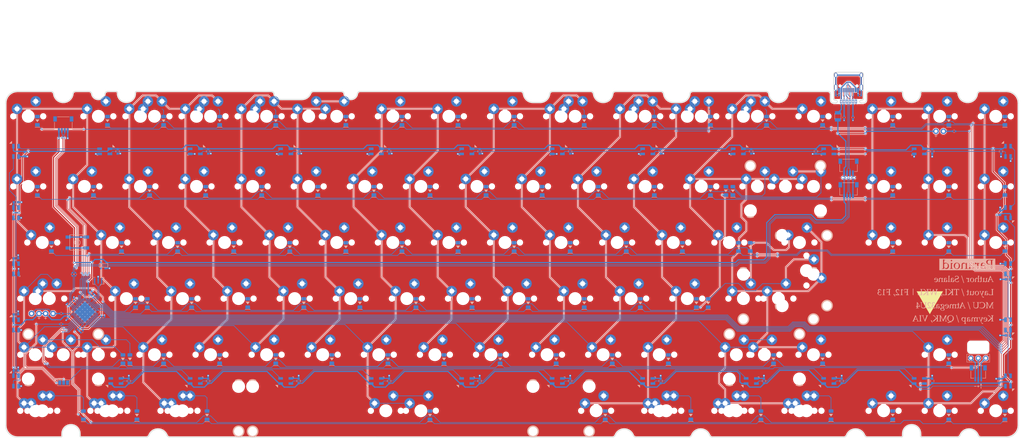
<source format=kicad_pcb>
(kicad_pcb (version 20171130) (host pcbnew "(5.1.12)-1")
  (layers (0 F.Cu signal) (31 B.Cu signal) (34 B.Paste user) (35 F.Paste user) (36 B.SilkS user) (37 F.SilkS user) (38 B.Mask user) (39 F.Mask user) (44 Edge.Cuts user))
  (net 0 "")
  (net 1 "Net-(U1-Pad17)")
  (net 2 "Net-(U1-Pad16)")
  (net 3 GND)
  (net 4 D+)
  (net 5 D-)
  (net 6 +5V)
  (net 7 "Net-(D4-Pad2)")
  (net 8 "Net-(D5-Pad2)")
  (net 9 "Net-(D6-Pad2)")
  (net 10 "Net-(D7-Pad2)")
  (net 11 "Net-(D8-Pad2)")
  (net 12 "Net-(D9-Pad2)")
  (net 13 "Net-(D10-Pad2)")
  (net 14 "Net-(D11-Pad2)")
  (net 15 "Net-(D12-Pad2)")
  (net 16 "Net-(D13-Pad2)")
  (net 17 "Net-(D14-Pad2)")
  (net 18 "Net-(D15-Pad2)")
  (net 19 "Net-(D16-Pad2)")
  (net 20 "Net-(D17-Pad2)")
  (net 21 "Net-(D18-Pad2)")
  (net 22 "Net-(D19-Pad2)")
  (net 23 "Net-(D20-Pad2)")
  (net 24 "Net-(D21-Pad2)")
  (net 25 "Net-(D22-Pad2)")
  (net 26 "Net-(D23-Pad2)")
  (net 27 "Net-(D24-Pad2)")
  (net 28 "Net-(D25-Pad2)")
  (net 29 "Net-(D26-Pad2)")
  (net 30 "Net-(D27-Pad2)")
  (net 31 "Net-(D28-Pad2)")
  (net 32 "Net-(D29-Pad2)")
  (net 33 "Net-(D30-Pad2)")
  (net 34 "Net-(D31-Pad2)")
  (net 35 "Net-(D32-Pad2)")
  (net 36 "Net-(D33-Pad2)")
  (net 37 "Net-(D34-Pad2)")
  (net 38 "Net-(D35-Pad2)")
  (net 39 "Net-(D36-Pad2)")
  (net 40 "Net-(D37-Pad2)")
  (net 41 "Net-(D38-Pad2)")
  (net 42 "Net-(D39-Pad2)")
  (net 43 "Net-(D40-Pad2)")
  (net 44 "Net-(D41-Pad2)")
  (net 45 "Net-(D42-Pad2)")
  (net 46 "Net-(D43-Pad2)")
  (net 47 "Net-(D44-Pad2)")
  (net 48 "Net-(D45-Pad2)")
  (net 49 "Net-(D46-Pad2)")
  (net 50 "Net-(D47-Pad2)")
  (net 51 "Net-(D48-Pad2)")
  (net 52 "Net-(D49-Pad2)")
  (net 53 "Net-(D50-Pad2)")
  (net 54 "Net-(D51-Pad2)")
  (net 55 "Net-(D52-Pad2)")
  (net 56 "Net-(D53-Pad2)")
  (net 57 "Net-(D54-Pad2)")
  (net 58 "Net-(D55-Pad2)")
  (net 59 "Net-(D56-Pad2)")
  (net 60 "Net-(D57-Pad2)")
  (net 61 "Net-(D58-Pad2)")
  (net 62 "Net-(D59-Pad2)")
  (net 63 "Net-(D60-Pad2)")
  (net 64 "Net-(D61-Pad2)")
  (net 65 "Net-(D62-Pad2)")
  (net 66 "Net-(D63-Pad2)")
  (net 67 "Net-(D64-Pad2)")
  (net 68 "Net-(D65-Pad2)")
  (net 69 "Net-(D66-Pad2)")
  (net 70 "Net-(D67-Pad2)")
  (net 71 "Net-(D68-Pad2)")
  (net 72 "Net-(D69-Pad2)")
  (net 73 "Net-(D70-Pad2)")
  (net 74 "Net-(D71-Pad2)")
  (net 75 "Net-(D72-Pad2)")
  (net 76 "Net-(D73-Pad2)")
  (net 77 "Net-(D74-Pad2)")
  (net 78 "Net-(D75-Pad2)")
  (net 79 "Net-(D76-Pad2)")
  (net 80 "Net-(D77-Pad2)")
  (net 81 "Net-(D78-Pad2)")
  (net 82 "Net-(D79-Pad2)")
  (net 83 "Net-(D80-Pad2)")
  (net 84 "Net-(D81-Pad2)")
  (net 85 "Net-(D82-Pad2)")
  (net 86 "Net-(D83-Pad2)")
  (net 87 "Net-(D84-Pad2)")
  (net 88 "Net-(D85-Pad2)")
  (net 89 "Net-(D86-Pad2)")
  (net 90 "Net-(D87-Pad2)")
  (net 91 "Net-(D88-Pad2)")
  (net 92 "Net-(D89-Pad2)")
  (net 93 "Net-(D91-Pad2)")
  (net 94 "Net-(D92-Pad2)")
  (net 95 "Net-(R4-Pad2)")
  (net 96 C0)
  (net 97 C1)
  (net 98 C2)
  (net 99 C3)
  (net 100 C4)
  (net 101 C5)
  (net 102 C6)
  (net 103 C7)
  (net 104 C8)
  (net 105 C-)
  (net 106 C+)
  (net 107 R3)
  (net 108 R0)
  (net 109 R1)
  (net 110 R5)
  (net 111 R4)
  (net 112 R2)
  (net 113 R6)
  (net 114 R8)
  (net 115 R10)
  (net 116 R7)
  (net 117 R9)
  (net 118 R11)
  (net 119 CC2)
  (net 120 CC1)
  (net 121 Shiled)
  (net 122 Fuse)
  (net 123 Scroll)
  (net 124 Caps)
  (net 125 "Net-(RGB1-Pad2)")
  (net 126 "Net-(RGB2-Pad2)")
  (net 127 "Net-(RGB3-Pad2)")
  (net 128 "Net-(RGB4-Pad2)")
  (net 129 "Net-(RGB5-Pad2)")
  (net 130 "Net-(RGB6-Pad2)")
  (net 131 "Net-(RGB10-Pad2)")
  (net 132 "Net-(RGB10-Pad4)")
  (net 133 "Net-(RGB11-Pad2)")
  (net 134 "Net-(RGB11-Pad4)")
  (net 135 "Net-(RGB12-Pad4)")
  (net 136 "Net-(RGB14-Pad2)")
  (net 137 "Net-(RGB15-Pad2)")
  (net 138 "Net-(RGB16-Pad2)")
  (net 139 "Net-(RGB17-Pad2)")
  (net 140 "Net-(RGB18-Pad2)")
  (net 141 "Net-(RGB20-Pad2)")
  (net 142 "Net-(C2-Pad2)")
  (net 143 "Net-(D1-Pad1)")
  (net 144 "Net-(D3-Pad1)")
  (net 145 "Net-(D90-Pad2)")
  (net 146 "Net-(D93-Pad2)")
  (net 147 "Net-(D94-Pad2)")
  (net 148 "Net-(R1-Pad2)")
  (net 149 "Net-(R5-Pad2)")
  (net 150 "Net-(RGB21-Pad2)")
  (net 151 "Net-(RGB22-Pad2)")
  (net 152 "Net-(RGB23-Pad2)")
  (net 153 "Net-(RGB24-Pad2)")
  (net 154 "Net-(RGB25-Pad2)")
  (net 155 "Net-(RGB26-Pad2)")
  (net 156 "Net-(RGB27-Pad2)")
  (net 157 "Net-(RGB28-Pad2)")
  (net 158 "Net-(RGB29-Pad2)")
  (net 159 Strip1)
  (net 160 Strip3)
  (net 161 Strip2)
  (net 162 RGB)
  (net 163 Underglow)
  (net 164 DOUT)
  (module MX_Solder_SawnsProjects_AntiShear:MXOnly-1U-NoLED (layer F.Cu) (at 69.306087 95.149612)
    (fp_text reference MX14)
    (fp_text value 1U)
    (pad 1 thru_hole circle (at -3.81 -1.49 180) (size 0.4 0.4) (drill 0.3) (layers *.Cu B.Mask) (net 96 C0))
    (pad 2 thru_hole circle (at 2.54 -6.13) (size 0.4 0.4) (drill 0.3) (layers *.Cu B.Mask) (net 16 "Net-(D13-Pad2)"))
    (pad 1 smd circle (at -3.81 -2.54) (size 3.6 3.6) (layers B.Cu) (net 96 C0))
    (pad 1 thru_hole circle (at -3.81 -2.54) (size 2.5 2.5) (drill 1.7) (layers *.Cu) (net 96 C0))
    (pad "" np_thru_hole circle (at -5.08 0 48.0996) (size 1.75 1.75) (drill 1.75) (layers *.Cu *.Mask))
    (pad 2 thru_hole circle (at 1.49 -5.08 90) (size 0.4 0.4) (drill 0.3) (layers *.Cu B.Mask) (net 16 "Net-(D13-Pad2)"))
    (pad 2 thru_hole circle (at 2.54 -4.03 180) (size 0.4 0.4) (drill 0.3) (layers *.Cu B.Mask) (net 16 "Net-(D13-Pad2)"))
    (pad 2 smd circle (at 2.54 -5.08) (size 3.6 3.6) (layers B.Cu) (net 16 "Net-(D13-Pad2)"))
    (pad 2 thru_hole circle (at 2.54 -5.08) (size 2.5 2.5) (drill 1.7) (layers *.Cu) (net 16 "Net-(D13-Pad2)"))
    (pad 1 thru_hole circle (at -4.86 -2.54 90) (size 0.4 0.4) (drill 0.3) (layers *.Cu B.Mask) (net 96 C0))
    (pad "" np_thru_hole circle (at 5.08 0 48.0996) (size 1.75 1.75) (drill 1.75) (layers *.Cu *.Mask))
    (pad 1 thru_hole circle (at -2.76 -2.54 270) (size 0.4 0.4) (drill 0.3) (layers *.Cu B.Mask) (net 96 C0))
    (pad 1 thru_hole circle (at -3.81 -3.59) (size 0.4 0.4) (drill 0.3) (layers *.Cu B.Mask) (net 96 C0))
    (pad "" np_thru_hole circle (at 0 0) (size 3.9878 3.9878) (drill 3.9878) (layers *.Cu *.Mask))
    (pad 2 thru_hole circle (at 3.59 -5.08 270) (size 0.4 0.4) (drill 0.3) (layers *.Cu B.Mask) (net 16 "Net-(D13-Pad2)"))
  )
  (module sanproject-keyboard-part:SKQG-1155865-2pin (layer B.Cu) (at 52.637337 76.099612)
    (fp_text reference SW1)
    (fp_text value SW_Push)
    (pad 1 smd rect (at 3.1 -1.85) (size 1.8 1.1) (layers B.Cu B.Paste B.Mask) (net 3 GND))
    (pad 2 smd rect (at -3.1 1.85) (size 1.8 1.1) (layers B.Cu B.Paste B.Mask) (net 148 "Net-(R1-Pad2)"))
    (pad 2 smd rect (at 3.1 1.85) (size 1.8 1.1) (layers B.Cu B.Paste B.Mask) (net 148 "Net-(R1-Pad2)"))
    (pad 1 smd rect (at -3.1 -1.85) (size 1.8 1.1) (layers B.Cu B.Paste B.Mask) (net 3 GND))
  )
  (module MX_Solder_SawnsProjects_AntiShear:MXOnly-1U-NoLED (layer F.Cu) (at 302.668587 33.237112)
    (fp_text reference MX92)
    (fp_text value 1U)
    (pad 1 thru_hole circle (at -3.81 -1.49 180) (size 0.4 0.4) (drill 0.3) (layers *.Cu B.Mask) (net 102 C6))
    (pad 2 thru_hole circle (at 2.54 -6.13) (size 0.4 0.4) (drill 0.3) (layers *.Cu B.Mask) (net 79 "Net-(D76-Pad2)"))
    (pad 1 smd circle (at -3.81 -2.54) (size 3.6 3.6) (layers B.Cu) (net 102 C6))
    (pad 1 thru_hole circle (at -3.81 -2.54) (size 2.5 2.5) (drill 1.7) (layers *.Cu) (net 102 C6))
    (pad "" np_thru_hole circle (at -5.08 0 48.0996) (size 1.75 1.75) (drill 1.75) (layers *.Cu *.Mask))
    (pad 2 thru_hole circle (at 1.49 -5.08 90) (size 0.4 0.4) (drill 0.3) (layers *.Cu B.Mask) (net 79 "Net-(D76-Pad2)"))
    (pad 2 thru_hole circle (at 2.54 -4.03 180) (size 0.4 0.4) (drill 0.3) (layers *.Cu B.Mask) (net 79 "Net-(D76-Pad2)"))
    (pad 2 smd circle (at 2.54 -5.08) (size 3.6 3.6) (layers B.Cu) (net 79 "Net-(D76-Pad2)"))
    (pad 2 thru_hole circle (at 2.54 -5.08) (size 2.5 2.5) (drill 1.7) (layers *.Cu) (net 79 "Net-(D76-Pad2)"))
    (pad 1 thru_hole circle (at -4.86 -2.54 90) (size 0.4 0.4) (drill 0.3) (layers *.Cu B.Mask) (net 102 C6))
    (pad "" np_thru_hole circle (at 5.08 0 48.0996) (size 1.75 1.75) (drill 1.75) (layers *.Cu *.Mask))
    (pad 1 thru_hole circle (at -2.76 -2.54 270) (size 0.4 0.4) (drill 0.3) (layers *.Cu B.Mask) (net 102 C6))
    (pad 1 thru_hole circle (at -3.81 -3.59) (size 0.4 0.4) (drill 0.3) (layers *.Cu B.Mask) (net 102 C6))
    (pad "" np_thru_hole circle (at 0 0) (size 3.9878 3.9878) (drill 3.9878) (layers *.Cu *.Mask))
    (pad 2 thru_hole circle (at 3.59 -5.08 270) (size 0.4 0.4) (drill 0.3) (layers *.Cu B.Mask) (net 79 "Net-(D76-Pad2)"))
  )
  (module logo:SalaneReboot (layer F.Cu) (at 345.641737 95.149692)
    (fp_text reference G*** hide)
    (fp_text value LOGO hide)
  )
  (module logo:Paranoid (layer B.Cu) (at 337.307327 93.959062 180)
    (fp_text reference G*** hide)
    (fp_text value LOGO hide)
  )
  (module sanproject-keyboard-part:RGB-Header (layer B.Cu) (at 358.629297 115.390402 270)
    (fp_text reference J7)
    (fp_text value "RGB Breakout")
    (pad 1 thru_hole oval (at 0 2.54 270) (size 1.7 1.7) (drill 1) (layers *.Cu B.Mask) (net 3 GND))
    (pad 2 thru_hole oval (at 0 0 270) (size 1.7 1.7) (drill 1) (layers *.Cu B.Mask) (net 6 +5V))
    (pad 3 thru_hole oval (at 0 -2.54 270) (size 1.7 1.7) (drill 1) (layers *.Cu B.Mask) (net 164 DOUT))
  )
  (module sanproject-keyboard-part:JST-SR-3 (layer B.Cu) (at 358.629297 117.771662)
    (fp_text reference J6)
    (fp_text value "RGB JST")
    (pad 3 smd rect (at 1 4.775) (size 0.6 1.55) (layers B.Cu B.Paste B.Mask) (net 164 DOUT))
    (pad 2 smd rect (at 0 4.775) (size 0.6 1.55) (layers B.Cu B.Paste B.Mask) (net 6 +5V))
    (pad 1 smd rect (at -1 4.775) (size 0.6 1.55) (layers B.Cu B.Paste B.Mask) (net 3 GND))
    (pad "" smd rect (at -2.3 0.9) (size 1.2 1.8) (layers B.Cu B.Paste B.Mask))
    (pad "" smd rect (at 2.3 0.9) (size 1.2 1.8) (layers B.Cu B.Paste B.Mask))
  )
  (module sanproject-keyboard-part:SolderJumper-3_P1.3mm_Open_Pad1.0x1.5mm (layer B.Cu) (at 47.984237 123.724812)
    (fp_text reference JP1)
    (fp_text value Jumper_NC_Dual)
    (pad 3 smd rect (at 1.3 0) (size 1 1.5) (layers B.Cu B.Mask) (net 164 DOUT))
    (pad 2 smd rect (at 0 0) (size 1 1.5) (layers B.Cu B.Mask) (net 162 RGB))
    (pad 1 smd rect (at -1.3 0) (size 1 1.5) (layers B.Cu B.Mask) (net 163 Underglow))
  )
  (module sanproject-keyboard-part:JST-SR-4 (layer B.Cu) (at 314.574837 55.587112)
    (fp_text reference J5)
    (fp_text value "Amber TKL")
    (pad "" smd rect (at 2.8 0.9) (size 1.2 1.8) (layers B.Cu B.Paste B.Mask))
    (pad "" smd rect (at -2.8 0.9) (size 1.2 1.8) (layers B.Cu B.Paste B.Mask))
    (pad 1 smd rect (at -1.5 4.775) (size 0.6 1.55) (layers B.Cu B.Paste B.Mask) (net 6 +5V))
    (pad 2 smd rect (at -0.5 4.775) (size 0.6 1.55) (layers B.Cu B.Paste B.Mask) (net 105 C-))
    (pad 4 smd rect (at 1.5 4.775) (size 0.6 1.55) (layers B.Cu B.Paste B.Mask) (net 3 GND))
    (pad 3 smd rect (at 0.5 4.775) (size 0.6 1.55) (layers B.Cu B.Paste B.Mask) (net 106 C+))
  )
  (module sanproject-keyboard-part:PinHeader_1x04_P1.27mm_Vertical (layer F.Cu) (at 314.574837 54.087112 90)
    (fp_text reference J4)
    (fp_text value Breakout)
    (pad 1 thru_hole circle (at 0 -1.905 90) (size 1 1) (drill 0.65) (layers *.Cu *.Mask) (net 6 +5V))
    (pad 2 thru_hole oval (at 0 -0.635 90) (size 1 1) (drill 0.65) (layers *.Cu *.Mask) (net 105 C-))
    (pad 3 thru_hole oval (at 0 0.635 90) (size 1 1) (drill 0.65) (layers *.Cu *.Mask) (net 106 C+))
    (pad 4 thru_hole oval (at 0 1.905 90) (size 1 1) (drill 0.65) (layers *.Cu *.Mask) (net 3 GND))
  )
  (module sanproject-keyboard-part:JST-SR-4 (layer B.Cu) (at 314.574837 47.587112)
    (fp_text reference J3)
    (fp_text value HIney/Mechlovin)
    (pad "" smd rect (at 2.8 0.9) (size 1.2 1.8) (layers B.Cu B.Paste B.Mask))
    (pad "" smd rect (at -2.8 0.9) (size 1.2 1.8) (layers B.Cu B.Paste B.Mask))
    (pad 1 smd rect (at -1.5 4.775) (size 0.6 1.55) (layers B.Cu B.Paste B.Mask) (net 6 +5V))
    (pad 2 smd rect (at -0.5 4.775) (size 0.6 1.55) (layers B.Cu B.Paste B.Mask) (net 105 C-))
    (pad 4 smd rect (at 1.5 4.775) (size 0.6 1.55) (layers B.Cu B.Paste B.Mask) (net 3 GND))
    (pad 3 smd rect (at 0.5 4.775) (size 0.6 1.55) (layers B.Cu B.Paste B.Mask) (net 106 C+))
  )
  (module MX_Solder_SawnsProjects_AntiShear:MXOnly-1U-NoLED (layer F.Cu) (at 345.531087 133.249612)
    (fp_text reference MX108)
    (fp_text value 1U)
    (pad 1 thru_hole circle (at -3.81 -1.49 180) (size 0.4 0.4) (drill 0.3) (layers *.Cu B.Mask) (net 103 C7))
    (pad 2 thru_hole circle (at 2.54 -6.13) (size 0.4 0.4) (drill 0.3) (layers *.Cu B.Mask) (net 145 "Net-(D90-Pad2)"))
    (pad 1 smd circle (at -3.81 -2.54) (size 3.6 3.6) (layers B.Cu) (net 103 C7))
    (pad 1 thru_hole circle (at -3.81 -2.54) (size 2.5 2.5) (drill 1.7) (layers *.Cu) (net 103 C7))
    (pad "" np_thru_hole circle (at -5.08 0 48.0996) (size 1.75 1.75) (drill 1.75) (layers *.Cu *.Mask))
    (pad 2 thru_hole circle (at 1.49 -5.08 90) (size 0.4 0.4) (drill 0.3) (layers *.Cu B.Mask) (net 145 "Net-(D90-Pad2)"))
    (pad 2 thru_hole circle (at 2.54 -4.03 180) (size 0.4 0.4) (drill 0.3) (layers *.Cu B.Mask) (net 145 "Net-(D90-Pad2)"))
    (pad 2 smd circle (at 2.54 -5.08) (size 3.6 3.6) (layers B.Cu) (net 145 "Net-(D90-Pad2)"))
    (pad 2 thru_hole circle (at 2.54 -5.08) (size 2.5 2.5) (drill 1.7) (layers *.Cu) (net 145 "Net-(D90-Pad2)"))
    (pad 1 thru_hole circle (at -4.86 -2.54 90) (size 0.4 0.4) (drill 0.3) (layers *.Cu B.Mask) (net 103 C7))
    (pad "" np_thru_hole circle (at 5.08 0 48.0996) (size 1.75 1.75) (drill 1.75) (layers *.Cu *.Mask))
    (pad 1 thru_hole circle (at -2.76 -2.54 270) (size 0.4 0.4) (drill 0.3) (layers *.Cu B.Mask) (net 103 C7))
    (pad 1 thru_hole circle (at -3.81 -3.59) (size 0.4 0.4) (drill 0.3) (layers *.Cu B.Mask) (net 103 C7))
    (pad "" np_thru_hole circle (at 0 0) (size 3.9878 3.9878) (drill 3.9878) (layers *.Cu *.Mask))
    (pad 2 thru_hole circle (at 3.59 -5.08 270) (size 0.4 0.4) (drill 0.3) (layers *.Cu B.Mask) (net 145 "Net-(D90-Pad2)"))
  )
  (module sanproject-keyboard-part:C_0603 (layer B.Cu) (at 31.801293 62.407438)
    (fp_text reference C38)
    (fp_text value 0.1uF)
    (pad 2 smd rect (at 0.75 0) (size 0.8 0.75) (layers B.Cu B.Paste B.Mask) (net 3 GND))
    (pad 1 smd rect (at -0.75 0) (size 0.8 0.75) (layers B.Cu B.Paste B.Mask) (net 6 +5V))
  )
  (module sanproject-keyboard-part:C_0603 (layer B.Cu) (at 31.801293 119.557582 180)
    (fp_text reference C37)
    (fp_text value 0.1uF)
    (pad 2 smd rect (at 0.75 0 180) (size 0.8 0.75) (layers B.Cu B.Paste B.Mask) (net 6 +5V))
    (pad 1 smd rect (at -0.75 0 180) (size 0.8 0.75) (layers B.Cu B.Paste B.Mask) (net 3 GND))
  )
  (module sanproject-keyboard-part:C_0603 (layer B.Cu) (at 368.749017 107.651302 180)
    (fp_text reference C36)
    (fp_text value 0.1uF)
    (pad 2 smd rect (at 0.75 0 180) (size 0.8 0.75) (layers B.Cu B.Paste B.Mask) (net 3 GND))
    (pad 1 smd rect (at -0.75 0 180) (size 0.8 0.75) (layers B.Cu B.Paste B.Mask) (net 6 +5V))
  )
  (module sanproject-keyboard-part:C_0603 (layer B.Cu) (at 366.367761 45.143332 90)
    (fp_text reference C35)
    (fp_text value 0.1uF)
    (pad 2 smd rect (at 0.75 0 90) (size 0.8 0.75) (layers B.Cu B.Paste B.Mask) (net 6 +5V))
    (pad 1 smd rect (at -0.75 0 90) (size 0.8 0.75) (layers B.Cu B.Paste B.Mask) (net 3 GND))
  )
  (module sanproject-keyboard-part:C_0603 (layer B.Cu) (at 31.801293 81.457486)
    (fp_text reference C34)
    (fp_text value 0.1uF)
    (pad 2 smd rect (at 0.75 0) (size 0.8 0.75) (layers B.Cu B.Paste B.Mask) (net 3 GND))
    (pad 1 smd rect (at -0.75 0) (size 0.8 0.75) (layers B.Cu B.Paste B.Mask) (net 6 +5V))
  )
  (module sanproject-keyboard-part:C_0603 (layer B.Cu) (at 34.777863 46.036303 90)
    (fp_text reference C33)
    (fp_text value 0.1uF)
    (pad 2 smd rect (at 0.75 0 90) (size 0.8 0.75) (layers B.Cu B.Paste B.Mask) (net 6 +5V))
    (pad 1 smd rect (at -0.75 0 90) (size 0.8 0.75) (layers B.Cu B.Paste B.Mask) (net 3 GND))
  )
  (module sanproject-keyboard-part:C_0603 (layer B.Cu) (at 368.749017 88.601254 180)
    (fp_text reference C32)
    (fp_text value 0.1uF)
    (pad 2 smd rect (at 0.75 0 180) (size 0.8 0.75) (layers B.Cu B.Paste B.Mask) (net 3 GND))
    (pad 1 smd rect (at -0.75 0 180) (size 0.8 0.75) (layers B.Cu B.Paste B.Mask) (net 6 +5V))
  )
  (module sanproject-keyboard-part:C_0603 (layer B.Cu) (at 31.801293 100.507534 180)
    (fp_text reference C31)
    (fp_text value 0.1uF)
    (pad 2 smd rect (at 0.75 0 180) (size 0.8 0.75) (layers B.Cu B.Paste B.Mask) (net 6 +5V))
    (pad 1 smd rect (at -0.75 0 180) (size 0.8 0.75) (layers B.Cu B.Paste B.Mask) (net 3 GND))
  )
  (module sanproject-keyboard-part:C_0603 (layer B.Cu) (at 366.070104 65.979322 90)
    (fp_text reference C30)
    (fp_text value 0.1uF)
    (pad 2 smd rect (at 0.75 0 90) (size 0.8 0.75) (layers B.Cu B.Paste B.Mask) (net 3 GND))
    (pad 1 smd rect (at -0.75 0 90) (size 0.8 0.75) (layers B.Cu B.Paste B.Mask) (net 6 +5V))
  )
  (module sanproject-keyboard-part:C_0603 (layer B.Cu) (at 365.772447 123.129466 270)
    (fp_text reference C29)
    (fp_text value 0.1uF)
    (pad 2 smd rect (at 0.75 0 270) (size 0.8 0.75) (layers B.Cu B.Paste B.Mask) (net 6 +5V))
    (pad 1 smd rect (at -0.75 0 270) (size 0.8 0.75) (layers B.Cu B.Paste B.Mask) (net 3 GND))
  )
  (module sanproject-keyboard-part:C_0603 (layer B.Cu) (at 66.32955 45.143352 90)
    (fp_text reference C9)
    (fp_text value 0.1uF)
    (pad 2 smd rect (at 0.75 0 90) (size 0.8 0.75) (layers B.Cu B.Paste B.Mask) (net 6 +5V))
    (pad 1 smd rect (at -0.75 0 90) (size 0.8 0.75) (layers B.Cu B.Paste B.Mask) (net 3 GND))
  )
  (module sanproject-keyboard-part:C_0603 (layer B.Cu) (at 97.06955 123.129355 90)
    (fp_text reference C28)
    (fp_text value 0.1uF)
    (pad 2 smd rect (at 0.75 0 90) (size 0.8 0.75) (layers B.Cu B.Paste B.Mask) (net 3 GND))
    (pad 1 smd rect (at -0.75 0 90) (size 0.8 0.75) (layers B.Cu B.Paste B.Mask) (net 6 +5V))
  )
  (module sanproject-keyboard-part:C_0603 (layer B.Cu) (at 127.80955 123.129355 90)
    (fp_text reference C27)
    (fp_text value 0.1uF)
    (pad 2 smd rect (at 0.75 0 90) (size 0.8 0.75) (layers B.Cu B.Paste B.Mask) (net 3 GND))
    (pad 1 smd rect (at -0.75 0 90) (size 0.8 0.75) (layers B.Cu B.Paste B.Mask) (net 6 +5V))
  )
  (module sanproject-keyboard-part:C_0603 (layer B.Cu) (at 189.28955 123.129355 90)
    (fp_text reference C26)
    (fp_text value 0.1uF)
    (pad 2 smd rect (at 0.75 0 90) (size 0.8 0.75) (layers B.Cu B.Paste B.Mask) (net 3 GND))
    (pad 1 smd rect (at -0.75 0 90) (size 0.8 0.75) (layers B.Cu B.Paste B.Mask) (net 6 +5V))
  )
  (module sanproject-keyboard-part:C_0603 (layer B.Cu) (at 342.98955 123.129355 90)
    (fp_text reference C25)
    (fp_text value 0.1uF)
    (pad 2 smd rect (at 0.75 0 90) (size 0.8 0.75) (layers B.Cu B.Paste B.Mask) (net 3 GND))
    (pad 1 smd rect (at -0.75 0 90) (size 0.8 0.75) (layers B.Cu B.Paste B.Mask) (net 6 +5V))
  )
  (module sanproject-keyboard-part:C_0603 (layer B.Cu) (at 70.11955 123.129355 90)
    (fp_text reference C24)
    (fp_text value 0.1uF)
    (pad 2 smd rect (at 0.75 0 90) (size 0.8 0.75) (layers B.Cu B.Paste B.Mask) (net 3 GND))
    (pad 1 smd rect (at -0.75 0 90) (size 0.8 0.75) (layers B.Cu B.Paste B.Mask) (net 6 +5V))
  )
  (module sanproject-keyboard-part:C_0603 (layer B.Cu) (at 220.02955 123.129355 90)
    (fp_text reference C23)
    (fp_text value 0.1uF)
    (pad 2 smd rect (at 0.75 0 90) (size 0.8 0.75) (layers B.Cu B.Paste B.Mask) (net 3 GND))
    (pad 1 smd rect (at -0.75 0 90) (size 0.8 0.75) (layers B.Cu B.Paste B.Mask) (net 6 +5V))
  )
  (module sanproject-keyboard-part:C_0603 (layer B.Cu) (at 312.253867 123.129355 90)
    (fp_text reference C22)
    (fp_text value 0.1uF)
    (pad 2 smd rect (at 0.75 0 90) (size 0.8 0.75) (layers B.Cu B.Paste B.Mask) (net 3 GND))
    (pad 1 smd rect (at -0.75 0 90) (size 0.8 0.75) (layers B.Cu B.Paste B.Mask) (net 6 +5V))
  )
  (module sanproject-keyboard-part:C_0603 (layer B.Cu) (at 158.54955 123.129355 90)
    (fp_text reference C21)
    (fp_text value 0.1uF)
    (pad 2 smd rect (at 0.75 0 90) (size 0.8 0.75) (layers B.Cu B.Paste B.Mask) (net 3 GND))
    (pad 1 smd rect (at -0.75 0 90) (size 0.8 0.75) (layers B.Cu B.Paste B.Mask) (net 6 +5V))
  )
  (module sanproject-keyboard-part:C_0603 (layer B.Cu) (at 285.837869 123.129355 90)
    (fp_text reference C20)
    (fp_text value 0.1uF)
    (pad 2 smd rect (at 0.75 0 90) (size 0.8 0.75) (layers B.Cu B.Paste B.Mask) (net 3 GND))
    (pad 1 smd rect (at -0.75 0 90) (size 0.8 0.75) (layers B.Cu B.Paste B.Mask) (net 6 +5V))
  )
  (module sanproject-keyboard-part:C_0603 (layer B.Cu) (at 250.76955 123.129355 90)
    (fp_text reference C19)
    (fp_text value 0.1uF)
    (pad 2 smd rect (at 0.75 0 90) (size 0.8 0.75) (layers B.Cu B.Paste B.Mask) (net 3 GND))
    (pad 1 smd rect (at -0.75 0 90) (size 0.8 0.75) (layers B.Cu B.Paste B.Mask) (net 6 +5V))
  )
  (module sanproject-keyboard-part:C_0603 (layer B.Cu) (at 342.98955 45.143352 90)
    (fp_text reference C18)
    (fp_text value 0.1uF)
    (pad 2 smd rect (at 0.75 0 90) (size 0.8 0.75) (layers B.Cu B.Paste B.Mask) (net 6 +5V))
    (pad 1 smd rect (at -0.75 0 90) (size 0.8 0.75) (layers B.Cu B.Paste B.Mask) (net 3 GND))
  )
  (module sanproject-keyboard-part:C_0603 (layer B.Cu) (at 303.479344 45.143352 90)
    (fp_text reference C17)
    (fp_text value 0.1uF)
    (pad 2 smd rect (at 0.75 0 90) (size 0.8 0.75) (layers B.Cu B.Paste B.Mask) (net 6 +5V))
    (pad 1 smd rect (at -0.75 0 90) (size 0.8 0.75) (layers B.Cu B.Paste B.Mask) (net 3 GND))
  )
  (module sanproject-keyboard-part:C_0603 (layer B.Cu) (at 189.28955 45.143352 90)
    (fp_text reference C16)
    (fp_text value 0.1uF)
    (pad 2 smd rect (at 0.75 0 90) (size 0.8 0.75) (layers B.Cu B.Paste B.Mask) (net 6 +5V))
    (pad 1 smd rect (at -0.75 0 90) (size 0.8 0.75) (layers B.Cu B.Paste B.Mask) (net 3 GND))
  )
  (module sanproject-keyboard-part:C_0603 (layer B.Cu) (at 281.50955 45.143352 90)
    (fp_text reference C15)
    (fp_text value 0.1uF)
    (pad 2 smd rect (at 0.75 0 90) (size 0.8 0.75) (layers B.Cu B.Paste B.Mask) (net 6 +5V))
    (pad 1 smd rect (at -0.75 0 90) (size 0.8 0.75) (layers B.Cu B.Paste B.Mask) (net 3 GND))
  )
  (module sanproject-keyboard-part:C_0603 (layer B.Cu) (at 220.02955 45.143352 90)
    (fp_text reference C14)
    (fp_text value 0.1uF)
    (pad 2 smd rect (at 0.75 0 90) (size 0.8 0.75) (layers B.Cu B.Paste B.Mask) (net 6 +5V))
    (pad 1 smd rect (at -0.75 0 90) (size 0.8 0.75) (layers B.Cu B.Paste B.Mask) (net 3 GND))
  )
  (module sanproject-keyboard-part:C_0603 (layer B.Cu) (at 158.54955 45.143352 90)
    (fp_text reference C13)
    (fp_text value 0.1uF)
    (pad 2 smd rect (at 0.75 0 90) (size 0.8 0.75) (layers B.Cu B.Paste B.Mask) (net 6 +5V))
    (pad 1 smd rect (at -0.75 0 90) (size 0.8 0.75) (layers B.Cu B.Paste B.Mask) (net 3 GND))
  )
  (module sanproject-keyboard-part:C_0603 (layer B.Cu) (at 250.76955 45.143352 90)
    (fp_text reference C12)
    (fp_text value 0.1uF)
    (pad 2 smd rect (at 0.75 0 90) (size 0.8 0.75) (layers B.Cu B.Paste B.Mask) (net 6 +5V))
    (pad 1 smd rect (at -0.75 0 90) (size 0.8 0.75) (layers B.Cu B.Paste B.Mask) (net 3 GND))
  )
  (module sanproject-keyboard-part:C_0603 (layer B.Cu) (at 127.80955 45.143352 90)
    (fp_text reference C11)
    (fp_text value 0.1uF)
    (pad 2 smd rect (at 0.75 0 90) (size 0.8 0.75) (layers B.Cu B.Paste B.Mask) (net 6 +5V))
    (pad 1 smd rect (at -0.75 0 90) (size 0.8 0.75) (layers B.Cu B.Paste B.Mask) (net 3 GND))
  )
  (module sanproject-keyboard-part:C_0603 (layer B.Cu) (at 97.06955 45.143352 90)
    (fp_text reference C10)
    (fp_text value 0.1uF)
    (pad 2 smd rect (at 0.75 0 90) (size 0.8 0.75) (layers B.Cu B.Paste B.Mask) (net 6 +5V))
    (pad 1 smd rect (at -0.75 0 90) (size 0.8 0.75) (layers B.Cu B.Paste B.Mask) (net 3 GND))
  )
  (module sanproject-keyboard-part:LED_SK6812MINI_PLCC4_3.5x3.5mm_P1.75mm (layer B.Cu) (at 92.685719 45.143352 180)
    (fp_text reference RGB5)
    (fp_text value WS2812B)
    (pad 3 smd rect (at 1.75 -0.875 180) (size 1.6 0.85) (layers B.Cu B.Paste B.Mask) (net 3 GND))
    (pad 1 smd rect (at -1.75 0.875 180) (size 1.6 0.85) (layers B.Cu B.Paste B.Mask) (net 6 +5V))
    (pad 4 smd rect (at 1.75 0.875 180) (size 1.6 0.85) (layers B.Cu B.Paste B.Mask) (net 126 "Net-(RGB2-Pad2)"))
    (pad 2 smd rect (at -1.75 -0.875 180) (size 1.6 0.85) (layers B.Cu B.Paste B.Mask) (net 129 "Net-(RGB5-Pad2)"))
  )
  (module sanproject-keyboard-part:LED_SK6812MINI_PLCC4_3.5x3.5mm_P1.75mm (layer B.Cu) (at 65.734237 123.129355)
    (fp_text reference RGB30)
    (fp_text value WS2812B)
    (pad 3 smd rect (at 1.75 -0.875) (size 1.6 0.85) (layers B.Cu B.Paste B.Mask) (net 3 GND))
    (pad 1 smd rect (at -1.75 0.875) (size 1.6 0.85) (layers B.Cu B.Paste B.Mask) (net 6 +5V))
    (pad 4 smd rect (at 1.75 0.875) (size 1.6 0.85) (layers B.Cu B.Paste B.Mask) (net 158 "Net-(RGB29-Pad2)"))
    (pad 2 smd rect (at -1.75 -0.875) (size 1.6 0.85) (layers B.Cu B.Paste B.Mask))
  )
  (module sanproject-keyboard-part:LED_SK6812MINI_PLCC4_3.5x3.5mm_P1.75mm (layer B.Cu) (at 92.683867 123.129355)
    (fp_text reference RGB29)
    (fp_text value WS2812B)
    (pad 3 smd rect (at 1.75 -0.875) (size 1.6 0.85) (layers B.Cu B.Paste B.Mask) (net 3 GND))
    (pad 1 smd rect (at -1.75 0.875) (size 1.6 0.85) (layers B.Cu B.Paste B.Mask) (net 6 +5V))
    (pad 4 smd rect (at 1.75 0.875) (size 1.6 0.85) (layers B.Cu B.Paste B.Mask) (net 157 "Net-(RGB28-Pad2)"))
    (pad 2 smd rect (at -1.75 -0.875) (size 1.6 0.85) (layers B.Cu B.Paste B.Mask) (net 158 "Net-(RGB29-Pad2)"))
  )
  (module sanproject-keyboard-part:LED_SK6812MINI_PLCC4_3.5x3.5mm_P1.75mm (layer B.Cu) (at 123.423867 123.129355)
    (fp_text reference RGB28)
    (fp_text value WS2812B)
    (pad 3 smd rect (at 1.75 -0.875) (size 1.6 0.85) (layers B.Cu B.Paste B.Mask) (net 3 GND))
    (pad 1 smd rect (at -1.75 0.875) (size 1.6 0.85) (layers B.Cu B.Paste B.Mask) (net 6 +5V))
    (pad 4 smd rect (at 1.75 0.875) (size 1.6 0.85) (layers B.Cu B.Paste B.Mask) (net 156 "Net-(RGB27-Pad2)"))
    (pad 2 smd rect (at -1.75 -0.875) (size 1.6 0.85) (layers B.Cu B.Paste B.Mask) (net 157 "Net-(RGB28-Pad2)"))
  )
  (module sanproject-keyboard-part:LED_SK6812MINI_PLCC4_3.5x3.5mm_P1.75mm (layer B.Cu) (at 154.163867 123.129355)
    (fp_text reference RGB27)
    (fp_text value WS2812B)
    (pad 3 smd rect (at 1.75 -0.875) (size 1.6 0.85) (layers B.Cu B.Paste B.Mask) (net 3 GND))
    (pad 1 smd rect (at -1.75 0.875) (size 1.6 0.85) (layers B.Cu B.Paste B.Mask) (net 6 +5V))
    (pad 4 smd rect (at 1.75 0.875) (size 1.6 0.85) (layers B.Cu B.Paste B.Mask) (net 155 "Net-(RGB26-Pad2)"))
    (pad 2 smd rect (at -1.75 -0.875) (size 1.6 0.85) (layers B.Cu B.Paste B.Mask) (net 156 "Net-(RGB27-Pad2)"))
  )
  (module sanproject-keyboard-part:LED_SK6812MINI_PLCC4_3.5x3.5mm_P1.75mm (layer B.Cu) (at 184.903867 123.129355)
    (fp_text reference RGB26)
    (fp_text value WS2812B)
    (pad 3 smd rect (at 1.75 -0.875) (size 1.6 0.85) (layers B.Cu B.Paste B.Mask) (net 3 GND))
    (pad 1 smd rect (at -1.75 0.875) (size 1.6 0.85) (layers B.Cu B.Paste B.Mask) (net 6 +5V))
    (pad 4 smd rect (at 1.75 0.875) (size 1.6 0.85) (layers B.Cu B.Paste B.Mask) (net 154 "Net-(RGB25-Pad2)"))
    (pad 2 smd rect (at -1.75 -0.875) (size 1.6 0.85) (layers B.Cu B.Paste B.Mask) (net 155 "Net-(RGB26-Pad2)"))
  )
  (module sanproject-keyboard-part:LED_SK6812MINI_PLCC4_3.5x3.5mm_P1.75mm (layer B.Cu) (at 215.643867 123.129355)
    (fp_text reference RGB25)
    (fp_text value WS2812B)
    (pad 3 smd rect (at 1.75 -0.875) (size 1.6 0.85) (layers B.Cu B.Paste B.Mask) (net 3 GND))
    (pad 1 smd rect (at -1.75 0.875) (size 1.6 0.85) (layers B.Cu B.Paste B.Mask) (net 6 +5V))
    (pad 4 smd rect (at 1.75 0.875) (size 1.6 0.85) (layers B.Cu B.Paste B.Mask) (net 153 "Net-(RGB24-Pad2)"))
    (pad 2 smd rect (at -1.75 -0.875) (size 1.6 0.85) (layers B.Cu B.Paste B.Mask) (net 154 "Net-(RGB25-Pad2)"))
  )
  (module sanproject-keyboard-part:LED_SK6812MINI_PLCC4_3.5x3.5mm_P1.75mm (layer B.Cu) (at 246.383867 123.129355)
    (fp_text reference RGB24)
    (fp_text value WS2812B)
    (pad 3 smd rect (at 1.75 -0.875) (size 1.6 0.85) (layers B.Cu B.Paste B.Mask) (net 3 GND))
    (pad 1 smd rect (at -1.75 0.875) (size 1.6 0.85) (layers B.Cu B.Paste B.Mask) (net 6 +5V))
    (pad 4 smd rect (at 1.75 0.875) (size 1.6 0.85) (layers B.Cu B.Paste B.Mask) (net 152 "Net-(RGB23-Pad2)"))
    (pad 2 smd rect (at -1.75 -0.875) (size 1.6 0.85) (layers B.Cu B.Paste B.Mask) (net 153 "Net-(RGB24-Pad2)"))
  )
  (module sanproject-keyboard-part:LED_SK6812MINI_PLCC4_3.5x3.5mm_P1.75mm (layer B.Cu) (at 281.535202 123.129355)
    (fp_text reference RGB23)
    (fp_text value WS2812B)
    (pad 3 smd rect (at 1.75 -0.875) (size 1.6 0.85) (layers B.Cu B.Paste B.Mask) (net 3 GND))
    (pad 1 smd rect (at -1.75 0.875) (size 1.6 0.85) (layers B.Cu B.Paste B.Mask) (net 6 +5V))
    (pad 4 smd rect (at 1.75 0.875) (size 1.6 0.85) (layers B.Cu B.Paste B.Mask) (net 151 "Net-(RGB22-Pad2)"))
    (pad 2 smd rect (at -1.75 -0.875) (size 1.6 0.85) (layers B.Cu B.Paste B.Mask) (net 152 "Net-(RGB23-Pad2)"))
  )
  (module sanproject-keyboard-part:LED_SK6812MINI_PLCC4_3.5x3.5mm_P1.75mm (layer B.Cu) (at 307.863867 123.129355)
    (fp_text reference RGB22)
    (fp_text value WS2812B)
    (pad 3 smd rect (at 1.75 -0.875) (size 1.6 0.85) (layers B.Cu B.Paste B.Mask) (net 3 GND))
    (pad 1 smd rect (at -1.75 0.875) (size 1.6 0.85) (layers B.Cu B.Paste B.Mask) (net 6 +5V))
    (pad 4 smd rect (at 1.75 0.875) (size 1.6 0.85) (layers B.Cu B.Paste B.Mask) (net 150 "Net-(RGB21-Pad2)"))
    (pad 2 smd rect (at -1.75 -0.875) (size 1.6 0.85) (layers B.Cu B.Paste B.Mask) (net 151 "Net-(RGB22-Pad2)"))
  )
  (module sanproject-keyboard-part:LED_SK6812MINI_PLCC4_3.5x3.5mm_P1.75mm (layer B.Cu) (at 338.603867 123.129355)
    (fp_text reference RGB21)
    (fp_text value WS2812B)
    (pad 3 smd rect (at 1.75 -0.875) (size 1.6 0.85) (layers B.Cu B.Paste B.Mask) (net 3 GND))
    (pad 1 smd rect (at -1.75 0.875) (size 1.6 0.85) (layers B.Cu B.Paste B.Mask) (net 6 +5V))
    (pad 4 smd rect (at 1.75 0.875) (size 1.6 0.85) (layers B.Cu B.Paste B.Mask) (net 160 Strip3))
    (pad 2 smd rect (at -1.75 -0.875) (size 1.6 0.85) (layers B.Cu B.Paste B.Mask) (net 150 "Net-(RGB21-Pad2)"))
  )
  (module MX_Solder_SawnsProjects_AntiShear:MXOnly-1.5U-NoLED (layer F.Cu) (at 297.906087 133.249612)
    (fp_text reference MX91)
    (fp_text value 1.5U)
    (pad 2 thru_hole circle (at 2.54 -6.13) (size 0.4 0.4) (drill 0.3) (layers *.Cu B.Mask) (net 84 "Net-(D81-Pad2)"))
    (pad 1 thru_hole circle (at -3.81 -1.49 180) (size 0.4 0.4) (drill 0.3) (layers *.Cu B.Mask) (net 102 C6))
    (pad 2 thru_hole circle (at 3.59 -5.08 270) (size 0.4 0.4) (drill 0.3) (layers *.Cu B.Mask) (net 84 "Net-(D81-Pad2)"))
    (pad 1 thru_hole circle (at -3.81 -3.59) (size 0.4 0.4) (drill 0.3) (layers *.Cu B.Mask) (net 102 C6))
    (pad 1 thru_hole circle (at -4.86 -2.54 90) (size 0.4 0.4) (drill 0.3) (layers *.Cu B.Mask) (net 102 C6))
    (pad 2 thru_hole circle (at 1.49 -5.08 90) (size 0.4 0.4) (drill 0.3) (layers *.Cu B.Mask) (net 84 "Net-(D81-Pad2)"))
    (pad 1 thru_hole circle (at -2.76 -2.54 270) (size 0.4 0.4) (drill 0.3) (layers *.Cu B.Mask) (net 102 C6))
    (pad 2 thru_hole circle (at 2.54 -4.03 180) (size 0.4 0.4) (drill 0.3) (layers *.Cu B.Mask) (net 84 "Net-(D81-Pad2)"))
    (pad "" np_thru_hole circle (at 5.08 0 48.0996) (size 1.75 1.75) (drill 1.75) (layers *.Cu *.Mask))
    (pad "" np_thru_hole circle (at -5.08 0 48.0996) (size 1.75 1.75) (drill 1.75) (layers *.Cu *.Mask))
    (pad 1 thru_hole circle (at -3.81 -2.54) (size 2.5 2.5) (drill 1.7) (layers *.Cu) (net 102 C6))
    (pad 2 thru_hole circle (at 2.54 -5.08) (size 2.5 2.5) (drill 1.7) (layers *.Cu) (net 84 "Net-(D81-Pad2)"))
    (pad 1 smd circle (at -3.81 -2.54) (size 3.6 3.6) (layers B.Cu) (net 102 C6))
    (pad "" np_thru_hole circle (at 0 0) (size 3.9878 3.9878) (drill 3.9878) (layers *.Cu *.Mask))
    (pad 2 smd circle (at 2.54 -5.08) (size 3.6 3.6) (layers B.Cu) (net 84 "Net-(D81-Pad2)"))
  )
  (module sanproject-keyboard-part:LED_SK6812MINI_PLCC4_3.5x3.5mm_P1.75mm (layer B.Cu) (at 368.749017 123.129355 90)
    (fp_text reference RGB12)
    (fp_text value WS2812B)
    (pad 3 smd rect (at 1.75 -0.875 90) (size 1.6 0.85) (layers B.Cu B.Paste B.Mask) (net 3 GND))
    (pad 1 smd rect (at -1.75 0.875 90) (size 1.6 0.85) (layers B.Cu B.Paste B.Mask) (net 6 +5V))
    (pad 4 smd rect (at 1.75 0.875 90) (size 1.6 0.85) (layers B.Cu B.Paste B.Mask) (net 135 "Net-(RGB12-Pad4)"))
    (pad 2 smd rect (at -1.75 -0.875 90) (size 1.6 0.85) (layers B.Cu B.Paste B.Mask) (net 160 Strip3))
  )
  (module sanproject-keyboard-part:LED_SK6812MINI_PLCC4_3.5x3.5mm_P1.75mm (layer B.Cu) (at 368.749017 104.079339 90)
    (fp_text reference RGB9)
    (fp_text value WS2812B)
    (pad 3 smd rect (at 1.75 -0.875 90) (size 1.6 0.85) (layers B.Cu B.Paste B.Mask) (net 3 GND))
    (pad 1 smd rect (at -1.75 0.875 90) (size 1.6 0.85) (layers B.Cu B.Paste B.Mask) (net 6 +5V))
    (pad 4 smd rect (at 1.75 0.875 90) (size 1.6 0.85) (layers B.Cu B.Paste B.Mask) (net 130 "Net-(RGB6-Pad2)"))
    (pad 2 smd rect (at -1.75 -0.875 90) (size 1.6 0.85) (layers B.Cu B.Paste B.Mask) (net 135 "Net-(RGB12-Pad4)"))
  )
  (module sanproject-keyboard-part:LED_SK6812MINI_PLCC4_3.5x3.5mm_P1.75mm (layer B.Cu) (at 368.749017 85.02937 90)
    (fp_text reference RGB6)
    (fp_text value WS2812B)
    (pad 3 smd rect (at 1.75 -0.875 90) (size 1.6 0.85) (layers B.Cu B.Paste B.Mask) (net 3 GND))
    (pad 1 smd rect (at -1.75 0.875 90) (size 1.6 0.85) (layers B.Cu B.Paste B.Mask) (net 6 +5V))
    (pad 4 smd rect (at 1.75 0.875 90) (size 1.6 0.85) (layers B.Cu B.Paste B.Mask) (net 127 "Net-(RGB3-Pad2)"))
    (pad 2 smd rect (at -1.75 -0.875 90) (size 1.6 0.85) (layers B.Cu B.Paste B.Mask) (net 130 "Net-(RGB6-Pad2)"))
  )
  (module sanproject-keyboard-part:LED_SK6812MINI_PLCC4_3.5x3.5mm_P1.75mm (layer B.Cu) (at 368.749017 65.979307 90)
    (fp_text reference RGB3)
    (fp_text value WS2812B)
    (pad 3 smd rect (at 1.75 -0.875 90) (size 1.6 0.85) (layers B.Cu B.Paste B.Mask) (net 3 GND))
    (pad 1 smd rect (at -1.75 0.875 90) (size 1.6 0.85) (layers B.Cu B.Paste B.Mask) (net 6 +5V))
    (pad 4 smd rect (at 1.75 0.875 90) (size 1.6 0.85) (layers B.Cu B.Paste B.Mask) (net 141 "Net-(RGB20-Pad2)"))
    (pad 2 smd rect (at -1.75 -0.875 90) (size 1.6 0.85) (layers B.Cu B.Paste B.Mask) (net 127 "Net-(RGB3-Pad2)"))
  )
  (module sanproject-keyboard-part:LED_SK6812MINI_PLCC4_3.5x3.5mm_P1.75mm (layer B.Cu) (at 368.749017 45.143332 270)
    (fp_text reference RGB20)
    (fp_text value WS2812B)
    (pad 3 smd rect (at 1.75 -0.875 270) (size 1.6 0.85) (layers B.Cu B.Paste B.Mask) (net 3 GND))
    (pad 1 smd rect (at -1.75 0.875 270) (size 1.6 0.85) (layers B.Cu B.Paste B.Mask) (net 6 +5V))
    (pad 4 smd rect (at 1.75 0.875 270) (size 1.6 0.85) (layers B.Cu B.Paste B.Mask) (net 161 Strip2))
    (pad 2 smd rect (at -1.75 -0.875 270) (size 1.6 0.85) (layers B.Cu B.Paste B.Mask) (net 141 "Net-(RGB20-Pad2)"))
  )
  (module sanproject-keyboard-part:LED_SK6812MINI_PLCC4_3.5x3.5mm_P1.75mm (layer B.Cu) (at 338.604265 45.143352 180)
    (fp_text reference RGB19)
    (fp_text value WS2812B)
    (pad 3 smd rect (at 1.75 -0.875 180) (size 1.6 0.85) (layers B.Cu B.Paste B.Mask) (net 3 GND))
    (pad 1 smd rect (at -1.75 0.875 180) (size 1.6 0.85) (layers B.Cu B.Paste B.Mask) (net 6 +5V))
    (pad 4 smd rect (at 1.75 0.875 180) (size 1.6 0.85) (layers B.Cu B.Paste B.Mask) (net 140 "Net-(RGB18-Pad2)"))
    (pad 2 smd rect (at -1.75 -0.875 180) (size 1.6 0.85) (layers B.Cu B.Paste B.Mask) (net 161 Strip2))
  )
  (module sanproject-keyboard-part:LED_SK6812MINI_PLCC4_3.5x3.5mm_P1.75mm (layer B.Cu) (at 307.864447 45.143352 180)
    (fp_text reference RGB18)
    (fp_text value WS2812B)
    (pad 3 smd rect (at 1.75 -0.875 180) (size 1.6 0.85) (layers B.Cu B.Paste B.Mask) (net 3 GND))
    (pad 1 smd rect (at -1.75 0.875 180) (size 1.6 0.85) (layers B.Cu B.Paste B.Mask) (net 6 +5V))
    (pad 4 smd rect (at 1.75 0.875 180) (size 1.6 0.85) (layers B.Cu B.Paste B.Mask) (net 139 "Net-(RGB17-Pad2)"))
    (pad 2 smd rect (at -1.75 -0.875 180) (size 1.6 0.85) (layers B.Cu B.Paste B.Mask) (net 140 "Net-(RGB18-Pad2)"))
  )
  (module sanproject-keyboard-part:LED_SK6812MINI_PLCC4_3.5x3.5mm_P1.75mm (layer B.Cu) (at 277.124629 45.143352 180)
    (fp_text reference RGB17)
    (fp_text value WS2812B)
    (pad 3 smd rect (at 1.75 -0.875 180) (size 1.6 0.85) (layers B.Cu B.Paste B.Mask) (net 3 GND))
    (pad 1 smd rect (at -1.75 0.875 180) (size 1.6 0.85) (layers B.Cu B.Paste B.Mask) (net 6 +5V))
    (pad 4 smd rect (at 1.75 0.875 180) (size 1.6 0.85) (layers B.Cu B.Paste B.Mask) (net 138 "Net-(RGB16-Pad2)"))
    (pad 2 smd rect (at -1.75 -0.875 180) (size 1.6 0.85) (layers B.Cu B.Paste B.Mask) (net 139 "Net-(RGB17-Pad2)"))
  )
  (module sanproject-keyboard-part:LED_SK6812MINI_PLCC4_3.5x3.5mm_P1.75mm (layer B.Cu) (at 246.38481 45.143352 180)
    (fp_text reference RGB16)
    (fp_text value WS2812B)
    (pad 3 smd rect (at 1.75 -0.875 180) (size 1.6 0.85) (layers B.Cu B.Paste B.Mask) (net 3 GND))
    (pad 1 smd rect (at -1.75 0.875 180) (size 1.6 0.85) (layers B.Cu B.Paste B.Mask) (net 6 +5V))
    (pad 4 smd rect (at 1.75 0.875 180) (size 1.6 0.85) (layers B.Cu B.Paste B.Mask) (net 137 "Net-(RGB15-Pad2)"))
    (pad 2 smd rect (at -1.75 -0.875 180) (size 1.6 0.85) (layers B.Cu B.Paste B.Mask) (net 138 "Net-(RGB16-Pad2)"))
  )
  (module sanproject-keyboard-part:LED_SK6812MINI_PLCC4_3.5x3.5mm_P1.75mm (layer B.Cu) (at 215.644992 45.143352 180)
    (fp_text reference RGB15)
    (fp_text value WS2812B)
    (pad 3 smd rect (at 1.75 -0.875 180) (size 1.6 0.85) (layers B.Cu B.Paste B.Mask) (net 3 GND))
    (pad 1 smd rect (at -1.75 0.875 180) (size 1.6 0.85) (layers B.Cu B.Paste B.Mask) (net 6 +5V))
    (pad 4 smd rect (at 1.75 0.875 180) (size 1.6 0.85) (layers B.Cu B.Paste B.Mask) (net 136 "Net-(RGB14-Pad2)"))
    (pad 2 smd rect (at -1.75 -0.875 180) (size 1.6 0.85) (layers B.Cu B.Paste B.Mask) (net 137 "Net-(RGB15-Pad2)"))
  )
  (module sanproject-keyboard-part:LED_SK6812MINI_PLCC4_3.5x3.5mm_P1.75mm (layer B.Cu) (at 184.905174 45.143352 180)
    (fp_text reference RGB14)
    (fp_text value WS2812B)
    (pad 3 smd rect (at 1.75 -0.875 180) (size 1.6 0.85) (layers B.Cu B.Paste B.Mask) (net 3 GND))
    (pad 1 smd rect (at -1.75 0.875 180) (size 1.6 0.85) (layers B.Cu B.Paste B.Mask) (net 6 +5V))
    (pad 4 smd rect (at 1.75 0.875 180) (size 1.6 0.85) (layers B.Cu B.Paste B.Mask) (net 133 "Net-(RGB11-Pad2)"))
    (pad 2 smd rect (at -1.75 -0.875 180) (size 1.6 0.85) (layers B.Cu B.Paste B.Mask) (net 136 "Net-(RGB14-Pad2)"))
  )
  (module sanproject-keyboard-part:LED_SK6812MINI_PLCC4_3.5x3.5mm_P1.75mm (layer B.Cu) (at 154.165356 45.143352 180)
    (fp_text reference RGB11)
    (fp_text value WS2812B)
    (pad 3 smd rect (at 1.75 -0.875 180) (size 1.6 0.85) (layers B.Cu B.Paste B.Mask) (net 3 GND))
    (pad 1 smd rect (at -1.75 0.875 180) (size 1.6 0.85) (layers B.Cu B.Paste B.Mask) (net 6 +5V))
    (pad 4 smd rect (at 1.75 0.875 180) (size 1.6 0.85) (layers B.Cu B.Paste B.Mask) (net 134 "Net-(RGB11-Pad4)"))
    (pad 2 smd rect (at -1.75 -0.875 180) (size 1.6 0.85) (layers B.Cu B.Paste B.Mask) (net 133 "Net-(RGB11-Pad2)"))
  )
  (module sanproject-keyboard-part:LED_SK6812MINI_PLCC4_3.5x3.5mm_P1.75mm (layer B.Cu) (at 123.425538 45.143352 180)
    (fp_text reference RGB8)
    (fp_text value WS2812B)
    (pad 3 smd rect (at 1.75 -0.875 180) (size 1.6 0.85) (layers B.Cu B.Paste B.Mask) (net 3 GND))
    (pad 1 smd rect (at -1.75 0.875 180) (size 1.6 0.85) (layers B.Cu B.Paste B.Mask) (net 6 +5V))
    (pad 4 smd rect (at 1.75 0.875 180) (size 1.6 0.85) (layers B.Cu B.Paste B.Mask) (net 129 "Net-(RGB5-Pad2)"))
    (pad 2 smd rect (at -1.75 -0.875 180) (size 1.6 0.85) (layers B.Cu B.Paste B.Mask) (net 134 "Net-(RGB11-Pad4)"))
  )
  (module sanproject-keyboard-part:LED_SK6812MINI_PLCC4_3.5x3.5mm_P1.75mm (layer B.Cu) (at 61.945901 45.143352 180)
    (fp_text reference RGB2)
    (fp_text value WS2812B)
    (pad 3 smd rect (at 1.75 -0.875 180) (size 1.6 0.85) (layers B.Cu B.Paste B.Mask) (net 3 GND))
    (pad 1 smd rect (at -1.75 0.875 180) (size 1.6 0.85) (layers B.Cu B.Paste B.Mask) (net 6 +5V))
    (pad 4 smd rect (at 1.75 0.875 180) (size 1.6 0.85) (layers B.Cu B.Paste B.Mask) (net 159 Strip1))
    (pad 2 smd rect (at -1.75 -0.875 180) (size 1.6 0.85) (layers B.Cu B.Paste B.Mask) (net 126 "Net-(RGB2-Pad2)"))
  )
  (module sanproject-keyboard-part:LED_SK6812MINI_PLCC4_3.5x3.5mm_P1.75mm (layer B.Cu) (at 31.801293 123.129355 270)
    (fp_text reference RGB1)
    (fp_text value WS2812B)
    (pad 3 smd rect (at 1.75 -0.875 270) (size 1.6 0.85) (layers B.Cu B.Paste B.Mask) (net 3 GND))
    (pad 1 smd rect (at -1.75 0.875 270) (size 1.6 0.85) (layers B.Cu B.Paste B.Mask) (net 6 +5V))
    (pad 4 smd rect (at 1.75 0.875 270) (size 1.6 0.85) (layers B.Cu B.Paste B.Mask) (net 163 Underglow))
    (pad 2 smd rect (at -1.75 -0.875 270) (size 1.6 0.85) (layers B.Cu B.Paste B.Mask) (net 125 "Net-(RGB1-Pad2)"))
  )
  (module sanproject-keyboard-part:R_0402 (layer B.Cu) (at 47.144587 103.829612)
    (fp_text reference R5)
    (fp_text value 300R)
    (pad 1 smd rect (at -0.48 0) (size 0.56 0.62) (layers B.Cu B.Paste B.Mask) (net 162 RGB))
    (pad 2 smd rect (at 0.48 0) (size 0.56 0.62) (layers B.Cu B.Paste B.Mask) (net 149 "Net-(R5-Pad2)"))
  )
  (module sanproject-keyboard-part:LED_SK6812MINI_PLCC4_3.5x3.5mm_P1.75mm (layer B.Cu) (at 31.801293 45.143352 270)
    (fp_text reference RGB13)
    (fp_text value WS2812B)
    (pad 3 smd rect (at 1.75 -0.875 270) (size 1.6 0.85) (layers B.Cu B.Paste B.Mask) (net 3 GND))
    (pad 1 smd rect (at -1.75 0.875 270) (size 1.6 0.85) (layers B.Cu B.Paste B.Mask) (net 6 +5V))
    (pad 4 smd rect (at 1.75 0.875 270) (size 1.6 0.85) (layers B.Cu B.Paste B.Mask) (net 131 "Net-(RGB10-Pad2)"))
    (pad 2 smd rect (at -1.75 -0.875 270) (size 1.6 0.85) (layers B.Cu B.Paste B.Mask) (net 159 Strip1))
  )
  (module sanproject-keyboard-part:LED_SK6812MINI_PLCC4_3.5x3.5mm_P1.75mm (layer B.Cu) (at 31.801293 65.979307 270)
    (fp_text reference RGB10)
    (fp_text value WS2812B)
    (pad 3 smd rect (at 1.75 -0.875 270) (size 1.6 0.85) (layers B.Cu B.Paste B.Mask) (net 3 GND))
    (pad 1 smd rect (at -1.75 0.875 270) (size 1.6 0.85) (layers B.Cu B.Paste B.Mask) (net 6 +5V))
    (pad 4 smd rect (at 1.75 0.875 270) (size 1.6 0.85) (layers B.Cu B.Paste B.Mask) (net 132 "Net-(RGB10-Pad4)"))
    (pad 2 smd rect (at -1.75 -0.875 270) (size 1.6 0.85) (layers B.Cu B.Paste B.Mask) (net 131 "Net-(RGB10-Pad2)"))
  )
  (module sanproject-keyboard-part:LED_SK6812MINI_PLCC4_3.5x3.5mm_P1.75mm (layer B.Cu) (at 31.801293 85.029323 270)
    (fp_text reference RGB7)
    (fp_text value WS2812B)
    (pad 3 smd rect (at 1.75 -0.875 270) (size 1.6 0.85) (layers B.Cu B.Paste B.Mask) (net 3 GND))
    (pad 1 smd rect (at -1.75 0.875 270) (size 1.6 0.85) (layers B.Cu B.Paste B.Mask) (net 6 +5V))
    (pad 4 smd rect (at 1.75 0.875 270) (size 1.6 0.85) (layers B.Cu B.Paste B.Mask) (net 128 "Net-(RGB4-Pad2)"))
    (pad 2 smd rect (at -1.75 -0.875 270) (size 1.6 0.85) (layers B.Cu B.Paste B.Mask) (net 132 "Net-(RGB10-Pad4)"))
  )
  (module sanproject-keyboard-part:LED_SK6812MINI_PLCC4_3.5x3.5mm_P1.75mm (layer B.Cu) (at 31.801293 104.079339 270)
    (fp_text reference RGB4)
    (fp_text value WS2812B)
    (pad 3 smd rect (at 1.75 -0.875 270) (size 1.6 0.85) (layers B.Cu B.Paste B.Mask) (net 3 GND))
    (pad 1 smd rect (at -1.75 0.875 270) (size 1.6 0.85) (layers B.Cu B.Paste B.Mask) (net 6 +5V))
    (pad 4 smd rect (at 1.75 0.875 270) (size 1.6 0.85) (layers B.Cu B.Paste B.Mask) (net 125 "Net-(RGB1-Pad2)"))
    (pad 2 smd rect (at -1.75 -0.875 270) (size 1.6 0.85) (layers B.Cu B.Paste B.Mask) (net 128 "Net-(RGB4-Pad2)"))
  )
  (module MX_Solder_SawnsProjects_AntiShear:MXOnly-1U-NoLED (layer F.Cu) (at 364.581087 33.237112)
    (fp_text reference MX109)
    (fp_text value 1U)
    (pad 1 thru_hole circle (at -3.81 -1.49 180) (size 0.4 0.4) (drill 0.3) (layers *.Cu B.Mask) (net 104 C8))
    (pad 2 thru_hole circle (at 2.54 -6.13) (size 0.4 0.4) (drill 0.3) (layers *.Cu B.Mask) (net 93 "Net-(D91-Pad2)"))
    (pad 1 smd circle (at -3.81 -2.54) (size 3.6 3.6) (layers B.Cu) (net 104 C8))
    (pad 1 thru_hole circle (at -3.81 -2.54) (size 2.5 2.5) (drill 1.7) (layers *.Cu) (net 104 C8))
    (pad "" np_thru_hole circle (at -5.08 0 48.0996) (size 1.75 1.75) (drill 1.75) (layers *.Cu *.Mask))
    (pad 2 thru_hole circle (at 1.49 -5.08 90) (size 0.4 0.4) (drill 0.3) (layers *.Cu B.Mask) (net 93 "Net-(D91-Pad2)"))
    (pad 2 thru_hole circle (at 2.54 -4.03 180) (size 0.4 0.4) (drill 0.3) (layers *.Cu B.Mask) (net 93 "Net-(D91-Pad2)"))
    (pad 2 smd circle (at 2.54 -5.08) (size 3.6 3.6) (layers B.Cu) (net 93 "Net-(D91-Pad2)"))
    (pad 2 thru_hole circle (at 2.54 -5.08) (size 2.5 2.5) (drill 1.7) (layers *.Cu) (net 93 "Net-(D91-Pad2)"))
    (pad 1 thru_hole circle (at -4.86 -2.54 90) (size 0.4 0.4) (drill 0.3) (layers *.Cu B.Mask) (net 104 C8))
    (pad "" np_thru_hole circle (at 5.08 0 48.0996) (size 1.75 1.75) (drill 1.75) (layers *.Cu *.Mask))
    (pad 1 thru_hole circle (at -2.76 -2.54 270) (size 0.4 0.4) (drill 0.3) (layers *.Cu B.Mask) (net 104 C8))
    (pad 1 thru_hole circle (at -3.81 -3.59) (size 0.4 0.4) (drill 0.3) (layers *.Cu B.Mask) (net 104 C8))
    (pad "" np_thru_hole circle (at 0 0) (size 3.9878 3.9878) (drill 3.9878) (layers *.Cu *.Mask))
    (pad 2 thru_hole circle (at 3.59 -5.08 270) (size 0.4 0.4) (drill 0.3) (layers *.Cu B.Mask) (net 93 "Net-(D91-Pad2)"))
  )
  (module MX_Solder_SawnsProjects_AntiShear:MXOnly-1U-NoLED (layer F.Cu) (at 35.968587 33.237112)
    (fp_text reference MX2)
    (fp_text value 1U)
    (pad 1 thru_hole circle (at -3.81 -1.49 180) (size 0.4 0.4) (drill 0.3) (layers *.Cu B.Mask) (net 96 C0))
    (pad 2 thru_hole circle (at 2.54 -6.13) (size 0.4 0.4) (drill 0.3) (layers *.Cu B.Mask) (net 7 "Net-(D4-Pad2)"))
    (pad 1 smd circle (at -3.81 -2.54) (size 3.6 3.6) (layers B.Cu) (net 96 C0))
    (pad 1 thru_hole circle (at -3.81 -2.54) (size 2.5 2.5) (drill 1.7) (layers *.Cu) (net 96 C0))
    (pad "" np_thru_hole circle (at -5.08 0 48.0996) (size 1.75 1.75) (drill 1.75) (layers *.Cu *.Mask))
    (pad 2 thru_hole circle (at 1.49 -5.08 90) (size 0.4 0.4) (drill 0.3) (layers *.Cu B.Mask) (net 7 "Net-(D4-Pad2)"))
    (pad 2 thru_hole circle (at 2.54 -4.03 180) (size 0.4 0.4) (drill 0.3) (layers *.Cu B.Mask) (net 7 "Net-(D4-Pad2)"))
    (pad 2 smd circle (at 2.54 -5.08) (size 3.6 3.6) (layers B.Cu) (net 7 "Net-(D4-Pad2)"))
    (pad 2 thru_hole circle (at 2.54 -5.08) (size 2.5 2.5) (drill 1.7) (layers *.Cu) (net 7 "Net-(D4-Pad2)"))
    (pad 1 thru_hole circle (at -4.86 -2.54 90) (size 0.4 0.4) (drill 0.3) (layers *.Cu B.Mask) (net 96 C0))
    (pad "" np_thru_hole circle (at 5.08 0 48.0996) (size 1.75 1.75) (drill 1.75) (layers *.Cu *.Mask))
    (pad 1 thru_hole circle (at -2.76 -2.54 270) (size 0.4 0.4) (drill 0.3) (layers *.Cu B.Mask) (net 96 C0))
    (pad 1 thru_hole circle (at -3.81 -3.59) (size 0.4 0.4) (drill 0.3) (layers *.Cu B.Mask) (net 96 C0))
    (pad "" np_thru_hole circle (at 0 0) (size 3.9878 3.9878) (drill 3.9878) (layers *.Cu *.Mask))
    (pad 2 thru_hole circle (at 3.59 -5.08 270) (size 0.4 0.4) (drill 0.3) (layers *.Cu B.Mask) (net 7 "Net-(D4-Pad2)"))
  )
  (module MX_Solder_SawnsProjects_AntiShear:MXOnly-1U-NoLED (layer F.Cu) (at 59.781087 33.237112)
    (fp_text reference MX11)
    (fp_text value 1U)
    (pad 1 thru_hole circle (at -3.81 -1.49 180) (size 0.4 0.4) (drill 0.3) (layers *.Cu B.Mask) (net 96 C0))
    (pad 2 thru_hole circle (at 2.54 -6.13) (size 0.4 0.4) (drill 0.3) (layers *.Cu B.Mask) (net 13 "Net-(D10-Pad2)"))
    (pad 1 smd circle (at -3.81 -2.54) (size 3.6 3.6) (layers B.Cu) (net 96 C0))
    (pad 1 thru_hole circle (at -3.81 -2.54) (size 2.5 2.5) (drill 1.7) (layers *.Cu) (net 96 C0))
    (pad "" np_thru_hole circle (at -5.08 0 48.0996) (size 1.75 1.75) (drill 1.75) (layers *.Cu *.Mask))
    (pad 2 thru_hole circle (at 1.49 -5.08 90) (size 0.4 0.4) (drill 0.3) (layers *.Cu B.Mask) (net 13 "Net-(D10-Pad2)"))
    (pad 2 thru_hole circle (at 2.54 -4.03 180) (size 0.4 0.4) (drill 0.3) (layers *.Cu B.Mask) (net 13 "Net-(D10-Pad2)"))
    (pad 2 smd circle (at 2.54 -5.08) (size 3.6 3.6) (layers B.Cu) (net 13 "Net-(D10-Pad2)"))
    (pad 2 thru_hole circle (at 2.54 -5.08) (size 2.5 2.5) (drill 1.7) (layers *.Cu) (net 13 "Net-(D10-Pad2)"))
    (pad 1 thru_hole circle (at -4.86 -2.54 90) (size 0.4 0.4) (drill 0.3) (layers *.Cu B.Mask) (net 96 C0))
    (pad "" np_thru_hole circle (at 5.08 0 48.0996) (size 1.75 1.75) (drill 1.75) (layers *.Cu *.Mask))
    (pad 1 thru_hole circle (at -2.76 -2.54 270) (size 0.4 0.4) (drill 0.3) (layers *.Cu B.Mask) (net 96 C0))
    (pad 1 thru_hole circle (at -3.81 -3.59) (size 0.4 0.4) (drill 0.3) (layers *.Cu B.Mask) (net 96 C0))
    (pad "" np_thru_hole circle (at 0 0) (size 3.9878 3.9878) (drill 3.9878) (layers *.Cu *.Mask))
    (pad 2 thru_hole circle (at 3.59 -5.08 270) (size 0.4 0.4) (drill 0.3) (layers *.Cu B.Mask) (net 13 "Net-(D10-Pad2)"))
  )
  (module sanproject-keyboard-part:JST-SR-4 (layer B.Cu) (at 47.874837 33.237112)
    (fp_text reference J2)
    (fp_text value Suit)
    (pad "" smd rect (at 2.8 0.9) (size 1.2 1.8) (layers B.Cu B.Paste B.Mask))
    (pad "" smd rect (at -2.8 0.9) (size 1.2 1.8) (layers B.Cu B.Paste B.Mask))
    (pad 1 smd rect (at -1.5 4.775) (size 0.6 1.55) (layers B.Cu B.Paste B.Mask) (net 6 +5V))
    (pad 2 smd rect (at -0.5 4.775) (size 0.6 1.55) (layers B.Cu B.Paste B.Mask) (net 105 C-))
    (pad 4 smd rect (at 1.5 4.775) (size 0.6 1.55) (layers B.Cu B.Paste B.Mask) (net 3 GND))
    (pad 3 smd rect (at 0.5 4.775) (size 0.6 1.55) (layers B.Cu B.Paste B.Mask) (net 106 C+))
  )
  (module MX_Solder_SawnsProjects_AntiShear:MXOnly-2.25U-NoLED (layer F.Cu) (at 47.874837 114.199612)
    (fp_text reference MX7)
    (fp_text value 2.25U)
    (pad 1 thru_hole circle (at -3.81 -1.49 180) (size 0.4 0.4) (drill 0.3) (layers *.Cu B.Mask) (net 96 C0))
    (pad 2 thru_hole circle (at 2.54 -6.13) (size 0.4 0.4) (drill 0.3) (layers *.Cu B.Mask) (net 11 "Net-(D8-Pad2)"))
    (pad 1 smd circle (at -3.81 -2.54) (size 3.6 3.6) (layers B.Cu) (net 96 C0))
    (pad 1 thru_hole circle (at -3.81 -2.54) (size 2.5 2.5) (drill 1.7) (layers *.Cu) (net 96 C0))
    (pad "" np_thru_hole circle (at -5.08 0 48.0996) (size 1.75 1.75) (drill 1.75) (layers *.Cu *.Mask))
    (pad 2 thru_hole circle (at 1.49 -5.08 90) (size 0.4 0.4) (drill 0.3) (layers *.Cu B.Mask) (net 11 "Net-(D8-Pad2)"))
    (pad 2 thru_hole circle (at 2.54 -4.03 180) (size 0.4 0.4) (drill 0.3) (layers *.Cu B.Mask) (net 11 "Net-(D8-Pad2)"))
    (pad 2 smd circle (at 2.54 -5.08) (size 3.6 3.6) (layers B.Cu) (net 11 "Net-(D8-Pad2)"))
    (pad 2 thru_hole circle (at 2.54 -5.08) (size 2.5 2.5) (drill 1.7) (layers *.Cu) (net 11 "Net-(D8-Pad2)"))
    (pad 1 thru_hole circle (at -4.86 -2.54 90) (size 0.4 0.4) (drill 0.3) (layers *.Cu B.Mask) (net 96 C0))
    (pad "" np_thru_hole circle (at 5.08 0 48.0996) (size 1.75 1.75) (drill 1.75) (layers *.Cu *.Mask))
    (pad 1 thru_hole circle (at -2.76 -2.54 270) (size 0.4 0.4) (drill 0.3) (layers *.Cu B.Mask) (net 96 C0))
    (pad 1 thru_hole circle (at -3.81 -3.59) (size 0.4 0.4) (drill 0.3) (layers *.Cu B.Mask) (net 96 C0))
    (pad "" np_thru_hole circle (at 0 0) (size 3.9878 3.9878) (drill 3.9878) (layers *.Cu *.Mask))
    (pad 2 thru_hole circle (at 3.59 -5.08 270) (size 0.4 0.4) (drill 0.3) (layers *.Cu B.Mask) (net 11 "Net-(D8-Pad2)"))
    (pad "" np_thru_hole circle (at -11.90625 -6.985) (size 3.048 3.048) (drill 3.048) (layers *.Cu *.Mask))
    (pad "" np_thru_hole circle (at 11.90625 -6.985) (size 3.048 3.048) (drill 3.048) (layers *.Cu *.Mask))
    (pad "" np_thru_hole circle (at -11.90625 8.255) (size 3.9878 3.9878) (drill 3.9878) (layers *.Cu *.Mask))
    (pad "" np_thru_hole circle (at 11.90625 8.255) (size 3.9878 3.9878) (drill 3.9878) (layers *.Cu *.Mask))
  )
  (module MX_Solder_SawnsProjects_AntiShear:MXOnly-1U-NoLED (layer F.Cu) (at 64.543587 76.099612)
    (fp_text reference MX13)
    (fp_text value 1U)
    (pad 1 thru_hole circle (at -3.81 -1.49 180) (size 0.4 0.4) (drill 0.3) (layers *.Cu B.Mask) (net 96 C0))
    (pad 2 thru_hole circle (at 2.54 -6.13) (size 0.4 0.4) (drill 0.3) (layers *.Cu B.Mask) (net 15 "Net-(D12-Pad2)"))
    (pad 1 smd circle (at -3.81 -2.54) (size 3.6 3.6) (layers B.Cu) (net 96 C0))
    (pad 1 thru_hole circle (at -3.81 -2.54) (size 2.5 2.5) (drill 1.7) (layers *.Cu) (net 96 C0))
    (pad "" np_thru_hole circle (at -5.08 0 48.0996) (size 1.75 1.75) (drill 1.75) (layers *.Cu *.Mask))
    (pad 2 thru_hole circle (at 1.49 -5.08 90) (size 0.4 0.4) (drill 0.3) (layers *.Cu B.Mask) (net 15 "Net-(D12-Pad2)"))
    (pad 2 thru_hole circle (at 2.54 -4.03 180) (size 0.4 0.4) (drill 0.3) (layers *.Cu B.Mask) (net 15 "Net-(D12-Pad2)"))
    (pad 2 smd circle (at 2.54 -5.08) (size 3.6 3.6) (layers B.Cu) (net 15 "Net-(D12-Pad2)"))
    (pad 2 thru_hole circle (at 2.54 -5.08) (size 2.5 2.5) (drill 1.7) (layers *.Cu) (net 15 "Net-(D12-Pad2)"))
    (pad 1 thru_hole circle (at -4.86 -2.54 90) (size 0.4 0.4) (drill 0.3) (layers *.Cu B.Mask) (net 96 C0))
    (pad "" np_thru_hole circle (at 5.08 0 48.0996) (size 1.75 1.75) (drill 1.75) (layers *.Cu *.Mask))
    (pad 1 thru_hole circle (at -2.76 -2.54 270) (size 0.4 0.4) (drill 0.3) (layers *.Cu B.Mask) (net 96 C0))
    (pad 1 thru_hole circle (at -3.81 -3.59) (size 0.4 0.4) (drill 0.3) (layers *.Cu B.Mask) (net 96 C0))
    (pad "" np_thru_hole circle (at 0 0) (size 3.9878 3.9878) (drill 3.9878) (layers *.Cu *.Mask))
    (pad 2 thru_hole circle (at 3.59 -5.08 270) (size 0.4 0.4) (drill 0.3) (layers *.Cu B.Mask) (net 15 "Net-(D12-Pad2)"))
  )
  (module sanproject-keyboard-part:DIODE_1206_SawnsProjects (layer B.Cu) (at 348.630087 34.737112 90)
    (fp_text reference D86)
    (fp_text value 1N4148W)
    (pad 2 smd roundrect (at 1.4 0 90) (size 1.2 1.6) (layers B.Cu B.Paste B.Mask) (roundrect_rratio 0.2) (net 89 "Net-(D86-Pad2)"))
    (pad 1 smd roundrect (at -1.4 0 90) (size 1.2 1.6) (layers B.Cu B.Paste B.Mask) (roundrect_rratio 0.2) (net 108 R0))
  )
  (module sanproject-keyboard-part:DIODE_1206_SawnsProjects (layer B.Cu) (at 329.580087 34.737112 90)
    (fp_text reference D82)
    (fp_text value 1N4148W)
    (pad 2 smd roundrect (at 1.4 0 90) (size 1.2 1.6) (layers B.Cu B.Paste B.Mask) (roundrect_rratio 0.2) (net 85 "Net-(D82-Pad2)"))
    (pad 1 smd roundrect (at -1.4 0 90) (size 1.2 1.6) (layers B.Cu B.Paste B.Mask) (roundrect_rratio 0.2) (net 109 R1))
  )
  (module MX_Solder_SawnsProjects_AntiShear:MXOnly-1U-NoLED (layer F.Cu) (at 78.831087 33.237112)
    (fp_text reference MX24)
    (fp_text value 1U)
    (pad 1 thru_hole circle (at -3.81 -1.49 180) (size 0.4 0.4) (drill 0.3) (layers *.Cu B.Mask) (net 19 "Net-(D16-Pad2)"))
    (pad 2 thru_hole circle (at 2.54 -6.13) (size 0.4 0.4) (drill 0.3) (layers *.Cu B.Mask) (net 97 C1))
    (pad 1 smd circle (at -3.81 -2.54) (size 3.6 3.6) (layers B.Cu) (net 19 "Net-(D16-Pad2)"))
    (pad 1 thru_hole circle (at -3.81 -2.54) (size 2.5 2.5) (drill 1.7) (layers *.Cu) (net 19 "Net-(D16-Pad2)"))
    (pad "" np_thru_hole circle (at -5.08 0 48.0996) (size 1.75 1.75) (drill 1.75) (layers *.Cu *.Mask))
    (pad 2 thru_hole circle (at 1.49 -5.08 90) (size 0.4 0.4) (drill 0.3) (layers *.Cu B.Mask) (net 97 C1))
    (pad 2 thru_hole circle (at 2.54 -4.03 180) (size 0.4 0.4) (drill 0.3) (layers *.Cu B.Mask) (net 97 C1))
    (pad 2 smd circle (at 2.54 -5.08) (size 3.6 3.6) (layers B.Cu) (net 97 C1))
    (pad 2 thru_hole circle (at 2.54 -5.08) (size 2.5 2.5) (drill 1.7) (layers *.Cu) (net 97 C1))
    (pad 1 thru_hole circle (at -4.86 -2.54 90) (size 0.4 0.4) (drill 0.3) (layers *.Cu B.Mask) (net 19 "Net-(D16-Pad2)"))
    (pad "" np_thru_hole circle (at 5.08 0 48.0996) (size 1.75 1.75) (drill 1.75) (layers *.Cu *.Mask))
    (pad 1 thru_hole circle (at -2.76 -2.54 270) (size 0.4 0.4) (drill 0.3) (layers *.Cu B.Mask) (net 19 "Net-(D16-Pad2)"))
    (pad 1 thru_hole circle (at -3.81 -3.59) (size 0.4 0.4) (drill 0.3) (layers *.Cu B.Mask) (net 19 "Net-(D16-Pad2)"))
    (pad "" np_thru_hole circle (at 0 0) (size 3.9878 3.9878) (drill 3.9878) (layers *.Cu *.Mask))
    (pad 2 thru_hole circle (at 3.59 -5.08 270) (size 0.4 0.4) (drill 0.3) (layers *.Cu B.Mask) (net 97 C1))
  )
  (module sanproject-keyboard-part:DIODE_1206_SawnsProjects (layer B.Cu) (at 367.680087 34.737112 90)
    (fp_text reference D91)
    (fp_text value 1N4148W)
    (pad 2 smd roundrect (at 1.4 0 90) (size 1.2 1.6) (layers B.Cu B.Paste B.Mask) (roundrect_rratio 0.2) (net 93 "Net-(D91-Pad2)"))
    (pad 1 smd roundrect (at -1.4 0 90) (size 1.2 1.6) (layers B.Cu B.Paste B.Mask) (roundrect_rratio 0.2) (net 108 R0))
  )
  (module sanproject-keyboard-part:R_0402 (layer B.Cu) (at 316.074837 33.637112 270)
    (fp_text reference R10)
    (fp_text value 5.1k)
    (pad 1 smd rect (at -0.48 0 270) (size 0.56 0.62) (layers B.Cu B.Paste B.Mask) (net 119 CC2))
    (pad 2 smd rect (at 0.48 0 270) (size 0.56 0.62) (layers B.Cu B.Paste B.Mask) (net 3 GND))
  )
  (module MX_Solder_SawnsProjects_AntiShear:MXOnly-1U-NoLED (layer F.Cu) (at 326.481087 33.237112)
    (fp_text reference MX100)
    (fp_text value 1U)
    (pad 1 thru_hole circle (at -3.81 -1.49 180) (size 0.4 0.4) (drill 0.3) (layers *.Cu B.Mask) (net 103 C7))
    (pad 2 thru_hole circle (at 2.54 -6.13) (size 0.4 0.4) (drill 0.3) (layers *.Cu B.Mask) (net 85 "Net-(D82-Pad2)"))
    (pad 1 smd circle (at -3.81 -2.54) (size 3.6 3.6) (layers B.Cu) (net 103 C7))
    (pad 1 thru_hole circle (at -3.81 -2.54) (size 2.5 2.5) (drill 1.7) (layers *.Cu) (net 103 C7))
    (pad "" np_thru_hole circle (at -5.08 0 48.0996) (size 1.75 1.75) (drill 1.75) (layers *.Cu *.Mask))
    (pad 2 thru_hole circle (at 1.49 -5.08 90) (size 0.4 0.4) (drill 0.3) (layers *.Cu B.Mask) (net 85 "Net-(D82-Pad2)"))
    (pad 2 thru_hole circle (at 2.54 -4.03 180) (size 0.4 0.4) (drill 0.3) (layers *.Cu B.Mask) (net 85 "Net-(D82-Pad2)"))
    (pad 2 smd circle (at 2.54 -5.08) (size 3.6 3.6) (layers B.Cu) (net 85 "Net-(D82-Pad2)"))
    (pad 2 thru_hole circle (at 2.54 -5.08) (size 2.5 2.5) (drill 1.7) (layers *.Cu) (net 85 "Net-(D82-Pad2)"))
    (pad 1 thru_hole circle (at -4.86 -2.54 90) (size 0.4 0.4) (drill 0.3) (layers *.Cu B.Mask) (net 103 C7))
    (pad "" np_thru_hole circle (at 5.08 0 48.0996) (size 1.75 1.75) (drill 1.75) (layers *.Cu *.Mask))
    (pad 1 thru_hole circle (at -2.76 -2.54 270) (size 0.4 0.4) (drill 0.3) (layers *.Cu B.Mask) (net 103 C7))
    (pad 1 thru_hole circle (at -3.81 -3.59) (size 0.4 0.4) (drill 0.3) (layers *.Cu B.Mask) (net 103 C7))
    (pad "" np_thru_hole circle (at 0 0) (size 3.9878 3.9878) (drill 3.9878) (layers *.Cu *.Mask))
    (pad 2 thru_hole circle (at 3.59 -5.08 270) (size 0.4 0.4) (drill 0.3) (layers *.Cu B.Mask) (net 85 "Net-(D82-Pad2)"))
  )
  (module sanproject-keyboard-part:Fuse_SMD1206_Reflow (layer B.Cu) (at 310.949837 33.249612 270)
    (fp_text reference F1)
    (fp_text value 500mA)
    (pad 2 smd rect (at 1.2 0 180) (size 2.03 1.14) (layers B.Cu B.Paste B.Mask) (net 6 +5V))
    (pad 1 smd rect (at -1.2 0 180) (size 2.03 1.14) (layers B.Cu B.Paste B.Mask) (net 122 Fuse))
  )
  (module sanproject-keyboard-part:DIODE_1206_SawnsProjects (layer B.Cu) (at 267.667587 34.737112 90)
    (fp_text reference D64)
    (fp_text value 1N4148W)
    (pad 2 smd roundrect (at 1.4 0 90) (size 1.2 1.6) (layers B.Cu B.Paste B.Mask) (roundrect_rratio 0.2) (net 67 "Net-(D64-Pad2)"))
    (pad 1 smd roundrect (at -1.4 0 90) (size 1.2 1.6) (layers B.Cu B.Paste B.Mask) (roundrect_rratio 0.2) (net 109 R1))
  )
  (module sanproject-keyboard-part:HRO-TYPE-C-31-M-12-Assembly (layer F.Cu) (at 314.574837 16.637112 180)
    (fp_text reference USB1)
    (fp_text value HRO-TYPE-C-31-M-12-Type-C)
    (pad 12 smd rect (at 3.225 -7.695 180) (size 0.6 1.45) (layers F.Cu F.Paste F.Mask) (net 3 GND))
    (pad 1 smd rect (at -3.225 -7.695 180) (size 0.6 1.45) (layers F.Cu F.Paste F.Mask) (net 3 GND))
    (pad 11 smd rect (at 2.45 -7.695 180) (size 0.6 1.45) (layers F.Cu F.Paste F.Mask) (net 122 Fuse))
    (pad 2 smd rect (at -2.45 -7.695 180) (size 0.6 1.45) (layers F.Cu F.Paste F.Mask) (net 122 Fuse))
    (pad 3 smd rect (at -1.75 -7.695 180) (size 0.3 1.45) (layers F.Cu F.Paste F.Mask))
    (pad 10 smd rect (at 1.75 -7.695 180) (size 0.3 1.45) (layers F.Cu F.Paste F.Mask) (net 120 CC1))
    (pad 4 smd rect (at -1.25 -7.695 180) (size 0.3 1.45) (layers F.Cu F.Paste F.Mask) (net 119 CC2))
    (pad 9 smd rect (at 1.25 -7.695 180) (size 0.3 1.45) (layers F.Cu F.Paste F.Mask))
    (pad 5 smd rect (at -0.75 -7.695 180) (size 0.3 1.45) (layers F.Cu F.Paste F.Mask) (net 105 C-))
    (pad 8 smd rect (at 0.75 -7.695 180) (size 0.3 1.45) (layers F.Cu F.Paste F.Mask) (net 106 C+))
    (pad 7 smd rect (at 0.25 -7.695 180) (size 0.3 1.45) (layers F.Cu F.Paste F.Mask) (net 105 C-))
    (pad 6 smd rect (at -0.25 -7.695 180) (size 0.3 1.45) (layers F.Cu F.Paste F.Mask) (net 106 C+))
    (pad "" np_thru_hole circle (at 2.89 -6.25 180) (size 0.65 0.65) (drill 0.65) (layers *.Cu *.Mask))
    (pad "" np_thru_hole circle (at -2.89 -6.25 180) (size 0.65 0.65) (drill 0.65) (layers *.Cu *.Mask))
    (pad 13 thru_hole oval (at -4.32 -6.78 180) (size 1 2.1) (drill oval 0.6 1.7) (layers *.Cu *.Mask F.Paste) (net 121 Shiled))
    (pad 13 thru_hole oval (at 4.32 -6.78 180) (size 1 2.1) (drill oval 0.6 1.7) (layers *.Cu *.Mask F.Paste) (net 121 Shiled))
    (pad 13 thru_hole oval (at -4.32 -2.6 180) (size 1 1.6) (drill oval 0.6 1.2) (layers *.Cu *.Mask F.Paste) (net 121 Shiled))
    (pad 13 thru_hole oval (at 4.32 -2.6 180) (size 1 1.6) (drill oval 0.6 1.2) (layers *.Cu *.Mask F.Paste) (net 121 Shiled))
  )
  (module sanproject-keyboard-part:BreakoutUSB (layer F.Cu) (at 314.574837 28.237112)
    (fp_text reference J1)
    (fp_text value Conn_01x06_Female)
    (pad 4 thru_hole oval (at 0.5 0) (size 0.7 1.8) (drill 0.5) (layers *.Cu *.Mask) (net 106 C+))
    (pad 4 thru_hole circle (at 0.5 -0.6) (size 0.5 0.5) (drill 0.4) (layers *.Cu *.Mask) (net 106 C+))
    (pad 4 thru_hole circle (at 0.5 0.6 180) (size 0.5 0.5) (drill 0.4) (layers *.Cu *.Mask) (net 106 C+))
    (pad 6 thru_hole oval (at 2.5 0) (size 0.7 1.8) (drill 0.5) (layers *.Cu *.Mask) (net 3 GND))
    (pad 6 thru_hole circle (at 2.5 -0.6) (size 0.5 0.5) (drill 0.4) (layers *.Cu *.Mask) (net 3 GND))
    (pad 6 thru_hole circle (at 2.5 0.6 180) (size 0.5 0.5) (drill 0.4) (layers *.Cu *.Mask) (net 3 GND))
    (pad 5 thru_hole circle (at 1.5 0.6 180) (size 0.5 0.5) (drill 0.4) (layers *.Cu *.Mask) (net 119 CC2))
    (pad 5 thru_hole oval (at 1.5 0 180) (size 0.7 1.8) (drill 0.5) (layers *.Cu *.Mask) (net 119 CC2))
    (pad 5 thru_hole circle (at 1.5 -0.6) (size 0.5 0.5) (drill 0.4) (layers *.Cu *.Mask) (net 119 CC2))
    (pad 3 thru_hole oval (at -0.5 0 180) (size 0.7 1.8) (drill 0.5) (layers *.Cu *.Mask) (net 105 C-))
    (pad 3 thru_hole circle (at -0.5 0.6 180) (size 0.5 0.5) (drill 0.4) (layers *.Cu *.Mask) (net 105 C-))
    (pad 3 thru_hole circle (at -0.5 -0.6) (size 0.5 0.5) (drill 0.4) (layers *.Cu *.Mask) (net 105 C-))
    (pad 2 thru_hole oval (at -1.5 0) (size 0.7 1.8) (drill 0.5) (layers *.Cu *.Mask) (net 120 CC1))
    (pad 2 thru_hole circle (at -1.5 -0.6) (size 0.5 0.5) (drill 0.4) (layers *.Cu *.Mask) (net 120 CC1))
    (pad 2 thru_hole circle (at -1.5 0.6 180) (size 0.5 0.5) (drill 0.4) (layers *.Cu *.Mask) (net 120 CC1))
    (pad 1 thru_hole circle (at -2.5 -0.6) (size 0.5 0.5) (drill 0.4) (layers *.Cu *.Mask) (net 122 Fuse))
    (pad 1 thru_hole circle (at -2.5 0.6 180) (size 0.5 0.5) (drill 0.4) (layers *.Cu *.Mask) (net 122 Fuse))
    (pad 1 thru_hole oval (at -2.5 0 180) (size 0.7 1.8) (drill 0.5) (layers *.Cu *.Mask) (net 122 Fuse))
  )
  (module sanproject-keyboard-part:R_0402 (layer B.Cu) (at 313.074837 33.637112 90)
    (fp_text reference R9)
    (fp_text value 5.1k)
    (pad 1 smd rect (at -0.48 0 90) (size 0.56 0.62) (layers B.Cu B.Paste B.Mask) (net 3 GND))
    (pad 2 smd rect (at 0.48 0 90) (size 0.56 0.62) (layers B.Cu B.Paste B.Mask) (net 120 CC1))
  )
  (module sanproject-keyboard-part:R_0402 (layer B.Cu) (at 310.804837 26.137112 180)
    (fp_text reference R6)
    (fp_text value 1M)
    (pad 1 smd rect (at -0.48 0 180) (size 0.56 0.62) (layers B.Cu B.Paste B.Mask) (net 3 GND))
    (pad 2 smd rect (at 0.48 0 180) (size 0.56 0.62) (layers B.Cu B.Paste B.Mask) (net 121 Shiled))
  )
  (module sanproject-keyboard-part:C_0402 (layer B.Cu) (at 318.344837 26.137112 180)
    (fp_text reference C8)
    (fp_text value 0.1uF)
    (pad 2 smd rect (at 0.48 0 180) (size 0.56 0.62) (layers B.Cu B.Paste B.Mask) (net 3 GND))
    (pad 1 smd rect (at -0.48 0 180) (size 0.56 0.62) (layers B.Cu B.Paste B.Mask) (net 121 Shiled))
  )
  (module MX_Only_v3:MXOnly-LEDONLY (layer F.Cu) (at 345.531087 33.237112)
    (fp_text reference D3)
    (fp_text value LED)
    (fp_text user + (at -1.27 6.604) (layer B.SilkS))
    (pad 2 thru_hole circle (at -1.27 5.08) (size 1.905 1.905) (drill 1.04) (layers *.Cu *.Mask) (net 6 +5V))
    (pad 1 thru_hole circle (at 1.27 5.08) (size 1.905 1.905) (drill 1.04) (layers *.Cu *.Mask) (net 144 "Net-(D3-Pad1)"))
  )
  (module sanproject-keyboard-part:R_0402 (layer B.Cu) (at 350.420587 38.317112 180)
    (fp_text reference R3)
    (fp_text value 300R)
    (pad 1 smd rect (at -0.48 0 180) (size 0.56 0.62) (layers B.Cu B.Paste B.Mask) (net 123 Scroll))
    (pad 2 smd rect (at 0.48 0 180) (size 0.56 0.62) (layers B.Cu B.Paste B.Mask) (net 144 "Net-(D3-Pad1)"))
  )
  (module MX_Solder_SawnsProjects_AntiShear:MXOnly-1U-NoLED (layer F.Cu) (at 112.168587 33.237112)
    (fp_text reference MX31)
    (fp_text value 1U)
    (pad 1 thru_hole circle (at -3.81 -1.49 180) (size 0.4 0.4) (drill 0.3) (layers *.Cu B.Mask) (net 98 C2))
    (pad 2 thru_hole circle (at 2.54 -6.13) (size 0.4 0.4) (drill 0.3) (layers *.Cu B.Mask) (net 30 "Net-(D27-Pad2)"))
    (pad 1 smd circle (at -3.81 -2.54) (size 3.6 3.6) (layers B.Cu) (net 98 C2))
    (pad 1 thru_hole circle (at -3.81 -2.54) (size 2.5 2.5) (drill 1.7) (layers *.Cu) (net 98 C2))
    (pad "" np_thru_hole circle (at -5.08 0 48.0996) (size 1.75 1.75) (drill 1.75) (layers *.Cu *.Mask))
    (pad 2 thru_hole circle (at 1.49 -5.08 90) (size 0.4 0.4) (drill 0.3) (layers *.Cu B.Mask) (net 30 "Net-(D27-Pad2)"))
    (pad 2 thru_hole circle (at 2.54 -4.03 180) (size 0.4 0.4) (drill 0.3) (layers *.Cu B.Mask) (net 30 "Net-(D27-Pad2)"))
    (pad 2 smd circle (at 2.54 -5.08) (size 3.6 3.6) (layers B.Cu) (net 30 "Net-(D27-Pad2)"))
    (pad 2 thru_hole circle (at 2.54 -5.08) (size 2.5 2.5) (drill 1.7) (layers *.Cu) (net 30 "Net-(D27-Pad2)"))
    (pad 1 thru_hole circle (at -4.86 -2.54 90) (size 0.4 0.4) (drill 0.3) (layers *.Cu B.Mask) (net 98 C2))
    (pad "" np_thru_hole circle (at 5.08 0 48.0996) (size 1.75 1.75) (drill 1.75) (layers *.Cu *.Mask))
    (pad 1 thru_hole circle (at -2.76 -2.54 270) (size 0.4 0.4) (drill 0.3) (layers *.Cu B.Mask) (net 98 C2))
    (pad 1 thru_hole circle (at -3.81 -3.59) (size 0.4 0.4) (drill 0.3) (layers *.Cu B.Mask) (net 98 C2))
    (pad "" np_thru_hole circle (at 0 0) (size 3.9878 3.9878) (drill 3.9878) (layers *.Cu *.Mask))
    (pad 2 thru_hole circle (at 3.59 -5.08 270) (size 0.4 0.4) (drill 0.3) (layers *.Cu B.Mask) (net 30 "Net-(D27-Pad2)"))
  )
  (module sanproject-keyboard-part:DIODE_1206_SawnsProjects (layer B.Cu) (at 100.980087 34.737112 90)
    (fp_text reference D22)
    (fp_text value 1N4148W)
    (pad 2 smd roundrect (at 1.4 0 90) (size 1.2 1.6) (layers B.Cu B.Paste B.Mask) (roundrect_rratio 0.2) (net 25 "Net-(D22-Pad2)"))
    (pad 1 smd roundrect (at -1.4 0 90) (size 1.2 1.6) (layers B.Cu B.Paste B.Mask) (roundrect_rratio 0.2) (net 109 R1))
  )
  (module MX_Solder_SawnsProjects_AntiShear:MXOnly-1U-NoLED (layer F.Cu) (at 74.068587 33.237112)
    (fp_text reference MX18)
    (fp_text value 1U)
    (pad 1 thru_hole circle (at -3.81 -1.49 180) (size 0.4 0.4) (drill 0.3) (layers *.Cu B.Mask) (net 97 C1))
    (pad 2 thru_hole circle (at 2.54 -6.13) (size 0.4 0.4) (drill 0.3) (layers *.Cu B.Mask) (net 19 "Net-(D16-Pad2)"))
    (pad 1 smd circle (at -3.81 -2.54) (size 3.6 3.6) (layers B.Cu) (net 97 C1))
    (pad 1 thru_hole circle (at -3.81 -2.54) (size 2.5 2.5) (drill 1.7) (layers *.Cu) (net 97 C1))
    (pad "" np_thru_hole circle (at -5.08 0 48.0996) (size 1.75 1.75) (drill 1.75) (layers *.Cu *.Mask))
    (pad 2 thru_hole circle (at 1.49 -5.08 90) (size 0.4 0.4) (drill 0.3) (layers *.Cu B.Mask) (net 19 "Net-(D16-Pad2)"))
    (pad 2 thru_hole circle (at 2.54 -4.03 180) (size 0.4 0.4) (drill 0.3) (layers *.Cu B.Mask) (net 19 "Net-(D16-Pad2)"))
    (pad 2 smd circle (at 2.54 -5.08) (size 3.6 3.6) (layers B.Cu) (net 19 "Net-(D16-Pad2)"))
    (pad 2 thru_hole circle (at 2.54 -5.08) (size 2.5 2.5) (drill 1.7) (layers *.Cu) (net 19 "Net-(D16-Pad2)"))
    (pad 1 thru_hole circle (at -4.86 -2.54 90) (size 0.4 0.4) (drill 0.3) (layers *.Cu B.Mask) (net 97 C1))
    (pad "" np_thru_hole circle (at 5.08 0 48.0996) (size 1.75 1.75) (drill 1.75) (layers *.Cu *.Mask))
    (pad 1 thru_hole circle (at -2.76 -2.54 270) (size 0.4 0.4) (drill 0.3) (layers *.Cu B.Mask) (net 97 C1))
    (pad 1 thru_hole circle (at -3.81 -3.59) (size 0.4 0.4) (drill 0.3) (layers *.Cu B.Mask) (net 97 C1))
    (pad "" np_thru_hole circle (at 0 0) (size 3.9878 3.9878) (drill 3.9878) (layers *.Cu *.Mask))
    (pad 2 thru_hole circle (at 3.59 -5.08 270) (size 0.4 0.4) (drill 0.3) (layers *.Cu B.Mask) (net 19 "Net-(D16-Pad2)"))
  )
  (module MX_Solder_SawnsProjects_AntiShear:MXOnly-1U-NoLED (layer F.Cu) (at 116.931087 33.237112)
    (fp_text reference MX36)
    (fp_text value 1U)
    (pad 1 thru_hole circle (at -3.81 -1.49 180) (size 0.4 0.4) (drill 0.3) (layers *.Cu B.Mask) (net 30 "Net-(D27-Pad2)"))
    (pad 2 thru_hole circle (at 2.54 -6.13) (size 0.4 0.4) (drill 0.3) (layers *.Cu B.Mask) (net 98 C2))
    (pad 1 smd circle (at -3.81 -2.54) (size 3.6 3.6) (layers B.Cu) (net 30 "Net-(D27-Pad2)"))
    (pad 1 thru_hole circle (at -3.81 -2.54) (size 2.5 2.5) (drill 1.7) (layers *.Cu) (net 30 "Net-(D27-Pad2)"))
    (pad "" np_thru_hole circle (at -5.08 0 48.0996) (size 1.75 1.75) (drill 1.75) (layers *.Cu *.Mask))
    (pad 2 thru_hole circle (at 1.49 -5.08 90) (size 0.4 0.4) (drill 0.3) (layers *.Cu B.Mask) (net 98 C2))
    (pad 2 thru_hole circle (at 2.54 -4.03 180) (size 0.4 0.4) (drill 0.3) (layers *.Cu B.Mask) (net 98 C2))
    (pad 2 smd circle (at 2.54 -5.08) (size 3.6 3.6) (layers B.Cu) (net 98 C2))
    (pad 2 thru_hole circle (at 2.54 -5.08) (size 2.5 2.5) (drill 1.7) (layers *.Cu) (net 98 C2))
    (pad 1 thru_hole circle (at -4.86 -2.54 90) (size 0.4 0.4) (drill 0.3) (layers *.Cu B.Mask) (net 30 "Net-(D27-Pad2)"))
    (pad "" np_thru_hole circle (at 5.08 0 48.0996) (size 1.75 1.75) (drill 1.75) (layers *.Cu *.Mask))
    (pad 1 thru_hole circle (at -2.76 -2.54 270) (size 0.4 0.4) (drill 0.3) (layers *.Cu B.Mask) (net 30 "Net-(D27-Pad2)"))
    (pad 1 thru_hole circle (at -3.81 -3.59) (size 0.4 0.4) (drill 0.3) (layers *.Cu B.Mask) (net 30 "Net-(D27-Pad2)"))
    (pad "" np_thru_hole circle (at 0 0) (size 3.9878 3.9878) (drill 3.9878) (layers *.Cu *.Mask))
    (pad 2 thru_hole circle (at 3.59 -5.08 270) (size 0.4 0.4) (drill 0.3) (layers *.Cu B.Mask) (net 98 C2))
  )
  (module MX_Solder_SawnsProjects_AntiShear:MXOnly-1U-NoLED (layer F.Cu) (at 245.518587 33.237112)
    (fp_text reference MX72)
    (fp_text value 1U)
    (pad 1 thru_hole circle (at -3.81 -1.49 180) (size 0.4 0.4) (drill 0.3) (layers *.Cu B.Mask) (net 61 "Net-(D58-Pad2)"))
    (pad 2 thru_hole circle (at 2.54 -6.13) (size 0.4 0.4) (drill 0.3) (layers *.Cu B.Mask) (net 101 C5))
    (pad 1 smd circle (at -3.81 -2.54) (size 3.6 3.6) (layers B.Cu) (net 61 "Net-(D58-Pad2)"))
    (pad 1 thru_hole circle (at -3.81 -2.54) (size 2.5 2.5) (drill 1.7) (layers *.Cu) (net 61 "Net-(D58-Pad2)"))
    (pad "" np_thru_hole circle (at -5.08 0 48.0996) (size 1.75 1.75) (drill 1.75) (layers *.Cu *.Mask))
    (pad 2 thru_hole circle (at 1.49 -5.08 90) (size 0.4 0.4) (drill 0.3) (layers *.Cu B.Mask) (net 101 C5))
    (pad 2 thru_hole circle (at 2.54 -4.03 180) (size 0.4 0.4) (drill 0.3) (layers *.Cu B.Mask) (net 101 C5))
    (pad 2 smd circle (at 2.54 -5.08) (size 3.6 3.6) (layers B.Cu) (net 101 C5))
    (pad 2 thru_hole circle (at 2.54 -5.08) (size 2.5 2.5) (drill 1.7) (layers *.Cu) (net 101 C5))
    (pad 1 thru_hole circle (at -4.86 -2.54 90) (size 0.4 0.4) (drill 0.3) (layers *.Cu B.Mask) (net 61 "Net-(D58-Pad2)"))
    (pad "" np_thru_hole circle (at 5.08 0 48.0996) (size 1.75 1.75) (drill 1.75) (layers *.Cu *.Mask))
    (pad 1 thru_hole circle (at -2.76 -2.54 270) (size 0.4 0.4) (drill 0.3) (layers *.Cu B.Mask) (net 61 "Net-(D58-Pad2)"))
    (pad 1 thru_hole circle (at -3.81 -3.59) (size 0.4 0.4) (drill 0.3) (layers *.Cu B.Mask) (net 61 "Net-(D58-Pad2)"))
    (pad "" np_thru_hole circle (at 0 0) (size 3.9878 3.9878) (drill 3.9878) (layers *.Cu *.Mask))
    (pad 2 thru_hole circle (at 3.59 -5.08 270) (size 0.4 0.4) (drill 0.3) (layers *.Cu B.Mask) (net 101 C5))
  )
  (module MX_Solder_SawnsProjects_AntiShear:MXOnly-1U-NoLED (layer F.Cu) (at 131.218587 33.237112)
    (fp_text reference MX37)
    (fp_text value 1U)
    (pad 1 thru_hole circle (at -3.81 -1.49 180) (size 0.4 0.4) (drill 0.3) (layers *.Cu B.Mask) (net 98 C2))
    (pad 2 thru_hole circle (at 2.54 -6.13) (size 0.4 0.4) (drill 0.3) (layers *.Cu B.Mask) (net 35 "Net-(D32-Pad2)"))
    (pad 1 smd circle (at -3.81 -2.54) (size 3.6 3.6) (layers B.Cu) (net 98 C2))
    (pad 1 thru_hole circle (at -3.81 -2.54) (size 2.5 2.5) (drill 1.7) (layers *.Cu) (net 98 C2))
    (pad "" np_thru_hole circle (at -5.08 0 48.0996) (size 1.75 1.75) (drill 1.75) (layers *.Cu *.Mask))
    (pad 2 thru_hole circle (at 1.49 -5.08 90) (size 0.4 0.4) (drill 0.3) (layers *.Cu B.Mask) (net 35 "Net-(D32-Pad2)"))
    (pad 2 thru_hole circle (at 2.54 -4.03 180) (size 0.4 0.4) (drill 0.3) (layers *.Cu B.Mask) (net 35 "Net-(D32-Pad2)"))
    (pad 2 smd circle (at 2.54 -5.08) (size 3.6 3.6) (layers B.Cu) (net 35 "Net-(D32-Pad2)"))
    (pad 2 thru_hole circle (at 2.54 -5.08) (size 2.5 2.5) (drill 1.7) (layers *.Cu) (net 35 "Net-(D32-Pad2)"))
    (pad 1 thru_hole circle (at -4.86 -2.54 90) (size 0.4 0.4) (drill 0.3) (layers *.Cu B.Mask) (net 98 C2))
    (pad "" np_thru_hole circle (at 5.08 0 48.0996) (size 1.75 1.75) (drill 1.75) (layers *.Cu *.Mask))
    (pad 1 thru_hole circle (at -2.76 -2.54 270) (size 0.4 0.4) (drill 0.3) (layers *.Cu B.Mask) (net 98 C2))
    (pad 1 thru_hole circle (at -3.81 -3.59) (size 0.4 0.4) (drill 0.3) (layers *.Cu B.Mask) (net 98 C2))
    (pad "" np_thru_hole circle (at 0 0) (size 3.9878 3.9878) (drill 3.9878) (layers *.Cu *.Mask))
    (pad 2 thru_hole circle (at 3.59 -5.08 270) (size 0.4 0.4) (drill 0.3) (layers *.Cu B.Mask) (net 35 "Net-(D32-Pad2)"))
  )
  (module MX_Solder_SawnsProjects_AntiShear:MXOnly-1U-NoLED (layer F.Cu) (at 283.618587 33.237112)
    (fp_text reference MX89)
    (fp_text value 1U)
    (pad 1 thru_hole circle (at -3.81 -1.49 180) (size 0.4 0.4) (drill 0.3) (layers *.Cu B.Mask) (net 73 "Net-(D70-Pad2)"))
    (pad 2 thru_hole circle (at 2.54 -6.13) (size 0.4 0.4) (drill 0.3) (layers *.Cu B.Mask) (net 102 C6))
    (pad 1 smd circle (at -3.81 -2.54) (size 3.6 3.6) (layers B.Cu) (net 73 "Net-(D70-Pad2)"))
    (pad 1 thru_hole circle (at -3.81 -2.54) (size 2.5 2.5) (drill 1.7) (layers *.Cu) (net 73 "Net-(D70-Pad2)"))
    (pad "" np_thru_hole circle (at -5.08 0 48.0996) (size 1.75 1.75) (drill 1.75) (layers *.Cu *.Mask))
    (pad 2 thru_hole circle (at 1.49 -5.08 90) (size 0.4 0.4) (drill 0.3) (layers *.Cu B.Mask) (net 102 C6))
    (pad 2 thru_hole circle (at 2.54 -4.03 180) (size 0.4 0.4) (drill 0.3) (layers *.Cu B.Mask) (net 102 C6))
    (pad 2 smd circle (at 2.54 -5.08) (size 3.6 3.6) (layers B.Cu) (net 102 C6))
    (pad 2 thru_hole circle (at 2.54 -5.08) (size 2.5 2.5) (drill 1.7) (layers *.Cu) (net 102 C6))
    (pad 1 thru_hole circle (at -4.86 -2.54 90) (size 0.4 0.4) (drill 0.3) (layers *.Cu B.Mask) (net 73 "Net-(D70-Pad2)"))
    (pad "" np_thru_hole circle (at 5.08 0 48.0996) (size 1.75 1.75) (drill 1.75) (layers *.Cu *.Mask))
    (pad 1 thru_hole circle (at -2.76 -2.54 270) (size 0.4 0.4) (drill 0.3) (layers *.Cu B.Mask) (net 73 "Net-(D70-Pad2)"))
    (pad 1 thru_hole circle (at -3.81 -3.59) (size 0.4 0.4) (drill 0.3) (layers *.Cu B.Mask) (net 73 "Net-(D70-Pad2)"))
    (pad "" np_thru_hole circle (at 0 0) (size 3.9878 3.9878) (drill 3.9878) (layers *.Cu *.Mask))
    (pad 2 thru_hole circle (at 3.59 -5.08 270) (size 0.4 0.4) (drill 0.3) (layers *.Cu B.Mask) (net 102 C6))
  )
  (module sanproject-keyboard-part:DIODE_1206_SawnsProjects (layer B.Cu) (at 143.842587 34.737112 90)
    (fp_text reference D32)
    (fp_text value 1N4148W)
    (pad 2 smd roundrect (at 1.4 0 90) (size 1.2 1.6) (layers B.Cu B.Paste B.Mask) (roundrect_rratio 0.2) (net 35 "Net-(D32-Pad2)"))
    (pad 1 smd roundrect (at -1.4 0 90) (size 1.2 1.6) (layers B.Cu B.Paste B.Mask) (roundrect_rratio 0.2) (net 109 R1))
  )
  (module MX_Solder_SawnsProjects_AntiShear:MXOnly-1U-NoLED (layer F.Cu) (at 93.118587 33.237112)
    (fp_text reference MX25)
    (fp_text value 1U)
    (pad 1 thru_hole circle (at -3.81 -1.49 180) (size 0.4 0.4) (drill 0.3) (layers *.Cu B.Mask) (net 97 C1))
    (pad 2 thru_hole circle (at 2.54 -6.13) (size 0.4 0.4) (drill 0.3) (layers *.Cu B.Mask) (net 25 "Net-(D22-Pad2)"))
    (pad 1 smd circle (at -3.81 -2.54) (size 3.6 3.6) (layers B.Cu) (net 97 C1))
    (pad 1 thru_hole circle (at -3.81 -2.54) (size 2.5 2.5) (drill 1.7) (layers *.Cu) (net 97 C1))
    (pad "" np_thru_hole circle (at -5.08 0 48.0996) (size 1.75 1.75) (drill 1.75) (layers *.Cu *.Mask))
    (pad 2 thru_hole circle (at 1.49 -5.08 90) (size 0.4 0.4) (drill 0.3) (layers *.Cu B.Mask) (net 25 "Net-(D22-Pad2)"))
    (pad 2 thru_hole circle (at 2.54 -4.03 180) (size 0.4 0.4) (drill 0.3) (layers *.Cu B.Mask) (net 25 "Net-(D22-Pad2)"))
    (pad 2 smd circle (at 2.54 -5.08) (size 3.6 3.6) (layers B.Cu) (net 25 "Net-(D22-Pad2)"))
    (pad 2 thru_hole circle (at 2.54 -5.08) (size 2.5 2.5) (drill 1.7) (layers *.Cu) (net 25 "Net-(D22-Pad2)"))
    (pad 1 thru_hole circle (at -4.86 -2.54 90) (size 0.4 0.4) (drill 0.3) (layers *.Cu B.Mask) (net 97 C1))
    (pad "" np_thru_hole circle (at 5.08 0 48.0996) (size 1.75 1.75) (drill 1.75) (layers *.Cu *.Mask))
    (pad 1 thru_hole circle (at -2.76 -2.54 270) (size 0.4 0.4) (drill 0.3) (layers *.Cu B.Mask) (net 97 C1))
    (pad 1 thru_hole circle (at -3.81 -3.59) (size 0.4 0.4) (drill 0.3) (layers *.Cu B.Mask) (net 97 C1))
    (pad "" np_thru_hole circle (at 0 0) (size 3.9878 3.9878) (drill 3.9878) (layers *.Cu *.Mask))
    (pad 2 thru_hole circle (at 3.59 -5.08 270) (size 0.4 0.4) (drill 0.3) (layers *.Cu B.Mask) (net 25 "Net-(D22-Pad2)"))
  )
  (module sanproject-keyboard-part:DIODE_1206_SawnsProjects (layer B.Cu) (at 305.767587 34.737112 90)
    (fp_text reference D76)
    (fp_text value 1N4148W)
    (pad 2 smd roundrect (at 1.4 0 90) (size 1.2 1.6) (layers B.Cu B.Paste B.Mask) (roundrect_rratio 0.2) (net 79 "Net-(D76-Pad2)"))
    (pad 1 smd roundrect (at -1.4 0 90) (size 1.2 1.6) (layers B.Cu B.Paste B.Mask) (roundrect_rratio 0.2) (net 109 R1))
  )
  (module MX_Solder_SawnsProjects_AntiShear:MXOnly-1U-NoLED (layer F.Cu) (at 264.568587 33.237112)
    (fp_text reference MX80)
    (fp_text value 1U)
    (pad 1 thru_hole circle (at -3.81 -1.49 180) (size 0.4 0.4) (drill 0.3) (layers *.Cu B.Mask) (net 67 "Net-(D64-Pad2)"))
    (pad 2 thru_hole circle (at 2.54 -6.13) (size 0.4 0.4) (drill 0.3) (layers *.Cu B.Mask) (net 101 C5))
    (pad 1 smd circle (at -3.81 -2.54) (size 3.6 3.6) (layers B.Cu) (net 67 "Net-(D64-Pad2)"))
    (pad 1 thru_hole circle (at -3.81 -2.54) (size 2.5 2.5) (drill 1.7) (layers *.Cu) (net 67 "Net-(D64-Pad2)"))
    (pad "" np_thru_hole circle (at -5.08 0 48.0996) (size 1.75 1.75) (drill 1.75) (layers *.Cu *.Mask))
    (pad 2 thru_hole circle (at 1.49 -5.08 90) (size 0.4 0.4) (drill 0.3) (layers *.Cu B.Mask) (net 101 C5))
    (pad 2 thru_hole circle (at 2.54 -4.03 180) (size 0.4 0.4) (drill 0.3) (layers *.Cu B.Mask) (net 101 C5))
    (pad 2 smd circle (at 2.54 -5.08) (size 3.6 3.6) (layers B.Cu) (net 101 C5))
    (pad 2 thru_hole circle (at 2.54 -5.08) (size 2.5 2.5) (drill 1.7) (layers *.Cu) (net 101 C5))
    (pad 1 thru_hole circle (at -4.86 -2.54 90) (size 0.4 0.4) (drill 0.3) (layers *.Cu B.Mask) (net 67 "Net-(D64-Pad2)"))
    (pad "" np_thru_hole circle (at 5.08 0 48.0996) (size 1.75 1.75) (drill 1.75) (layers *.Cu *.Mask))
    (pad 1 thru_hole circle (at -2.76 -2.54 270) (size 0.4 0.4) (drill 0.3) (layers *.Cu B.Mask) (net 67 "Net-(D64-Pad2)"))
    (pad 1 thru_hole circle (at -3.81 -3.59) (size 0.4 0.4) (drill 0.3) (layers *.Cu B.Mask) (net 67 "Net-(D64-Pad2)"))
    (pad "" np_thru_hole circle (at 0 0) (size 3.9878 3.9878) (drill 3.9878) (layers *.Cu *.Mask))
    (pad 2 thru_hole circle (at 3.59 -5.08 270) (size 0.4 0.4) (drill 0.3) (layers *.Cu B.Mask) (net 101 C5))
  )
  (module MX_Solder_SawnsProjects_AntiShear:MXOnly-1U-NoLED (layer F.Cu) (at 216.943587 33.237112)
    (fp_text reference MX60)
    (fp_text value 1U)
    (pad 1 thru_hole circle (at -3.81 -1.49 180) (size 0.4 0.4) (drill 0.3) (layers *.Cu B.Mask) (net 100 C4))
    (pad 2 thru_hole circle (at 2.54 -6.13) (size 0.4 0.4) (drill 0.3) (layers *.Cu B.Mask) (net 56 "Net-(D53-Pad2)"))
    (pad 1 smd circle (at -3.81 -2.54) (size 3.6 3.6) (layers B.Cu) (net 100 C4))
    (pad 1 thru_hole circle (at -3.81 -2.54) (size 2.5 2.5) (drill 1.7) (layers *.Cu) (net 100 C4))
    (pad "" np_thru_hole circle (at -5.08 0 48.0996) (size 1.75 1.75) (drill 1.75) (layers *.Cu *.Mask))
    (pad 2 thru_hole circle (at 1.49 -5.08 90) (size 0.4 0.4) (drill 0.3) (layers *.Cu B.Mask) (net 56 "Net-(D53-Pad2)"))
    (pad 2 thru_hole circle (at 2.54 -4.03 180) (size 0.4 0.4) (drill 0.3) (layers *.Cu B.Mask) (net 56 "Net-(D53-Pad2)"))
    (pad 2 smd circle (at 2.54 -5.08) (size 3.6 3.6) (layers B.Cu) (net 56 "Net-(D53-Pad2)"))
    (pad 2 thru_hole circle (at 2.54 -5.08) (size 2.5 2.5) (drill 1.7) (layers *.Cu) (net 56 "Net-(D53-Pad2)"))
    (pad 1 thru_hole circle (at -4.86 -2.54 90) (size 0.4 0.4) (drill 0.3) (layers *.Cu B.Mask) (net 100 C4))
    (pad "" np_thru_hole circle (at 5.08 0 48.0996) (size 1.75 1.75) (drill 1.75) (layers *.Cu *.Mask))
    (pad 1 thru_hole circle (at -2.76 -2.54 270) (size 0.4 0.4) (drill 0.3) (layers *.Cu B.Mask) (net 100 C4))
    (pad 1 thru_hole circle (at -3.81 -3.59) (size 0.4 0.4) (drill 0.3) (layers *.Cu B.Mask) (net 100 C4))
    (pad "" np_thru_hole circle (at 0 0) (size 3.9878 3.9878) (drill 3.9878) (layers *.Cu *.Mask))
    (pad 2 thru_hole circle (at 3.59 -5.08 270) (size 0.4 0.4) (drill 0.3) (layers *.Cu B.Mask) (net 56 "Net-(D53-Pad2)"))
  )
  (module sanproject-keyboard-part:DIODE_1206_SawnsProjects (layer B.Cu) (at 162.892587 34.737112 90)
    (fp_text reference D37)
    (fp_text value 1N4148W)
    (pad 2 smd roundrect (at 1.4 0 90) (size 1.2 1.6) (layers B.Cu B.Paste B.Mask) (roundrect_rratio 0.2) (net 40 "Net-(D37-Pad2)"))
    (pad 1 smd roundrect (at -1.4 0 90) (size 1.2 1.6) (layers B.Cu B.Paste B.Mask) (roundrect_rratio 0.2) (net 108 R0))
  )
  (module sanproject-keyboard-part:DIODE_1206_SawnsProjects (layer B.Cu) (at 286.717587 34.737112 90)
    (fp_text reference D70)
    (fp_text value 1N4148W)
    (pad 2 smd roundrect (at 1.4 0 90) (size 1.2 1.6) (layers B.Cu B.Paste B.Mask) (roundrect_rratio 0.2) (net 73 "Net-(D70-Pad2)"))
    (pad 1 smd roundrect (at -1.4 0 90) (size 1.2 1.6) (layers B.Cu B.Paste B.Mask) (roundrect_rratio 0.2) (net 108 R0))
  )
  (module sanproject-keyboard-part:DIODE_1206_SawnsProjects (layer B.Cu) (at 120.030087 34.737112 90)
    (fp_text reference D27)
    (fp_text value 1N4148W)
    (pad 2 smd roundrect (at 1.4 0 90) (size 1.2 1.6) (layers B.Cu B.Paste B.Mask) (roundrect_rratio 0.2) (net 30 "Net-(D27-Pad2)"))
    (pad 1 smd roundrect (at -1.4 0 90) (size 1.2 1.6) (layers B.Cu B.Paste B.Mask) (roundrect_rratio 0.2) (net 108 R0))
  )
  (module sanproject-keyboard-part:DIODE_1206_SawnsProjects (layer B.Cu) (at 224.805087 34.737112 90)
    (fp_text reference D53)
    (fp_text value 1N4148W)
    (pad 2 smd roundrect (at 1.4 0 90) (size 1.2 1.6) (layers B.Cu B.Paste B.Mask) (roundrect_rratio 0.2) (net 56 "Net-(D53-Pad2)"))
    (pad 1 smd roundrect (at -1.4 0 90) (size 1.2 1.6) (layers B.Cu B.Paste B.Mask) (roundrect_rratio 0.2) (net 109 R1))
  )
  (module sanproject-keyboard-part:DIODE_1206_SawnsProjects (layer B.Cu) (at 248.617587 34.737112 90)
    (fp_text reference D58)
    (fp_text value 1N4148W)
    (pad 2 smd roundrect (at 1.4 0 90) (size 1.2 1.6) (layers B.Cu B.Paste B.Mask) (roundrect_rratio 0.2) (net 61 "Net-(D58-Pad2)"))
    (pad 1 smd roundrect (at -1.4 0 90) (size 1.2 1.6) (layers B.Cu B.Paste B.Mask) (roundrect_rratio 0.2) (net 108 R0))
  )
  (module sanproject-keyboard-part:DIODE_1206_SawnsProjects (layer B.Cu) (at 181.942587 34.737112 90)
    (fp_text reference D43)
    (fp_text value 1N4148W)
    (pad 2 smd roundrect (at 1.4 0 90) (size 1.2 1.6) (layers B.Cu B.Paste B.Mask) (roundrect_rratio 0.2) (net 46 "Net-(D43-Pad2)"))
    (pad 1 smd roundrect (at -1.4 0 90) (size 1.2 1.6) (layers B.Cu B.Paste B.Mask) (roundrect_rratio 0.2) (net 109 R1))
  )
  (module sanproject-keyboard-part:DIODE_1206_SawnsProjects (layer B.Cu) (at 81.930087 34.737112 90)
    (fp_text reference D16)
    (fp_text value 1N4148W)
    (pad 2 smd roundrect (at 1.4 0 90) (size 1.2 1.6) (layers B.Cu B.Paste B.Mask) (roundrect_rratio 0.2) (net 19 "Net-(D16-Pad2)"))
    (pad 1 smd roundrect (at -1.4 0 90) (size 1.2 1.6) (layers B.Cu B.Paste B.Mask) (roundrect_rratio 0.2) (net 108 R0))
  )
  (module sanproject-keyboard-part:DIODE_1206_SawnsProjects (layer B.Cu) (at 200.992587 34.737112 90)
    (fp_text reference D48)
    (fp_text value 1N4148W)
    (pad 2 smd roundrect (at 1.4 0 90) (size 1.2 1.6) (layers B.Cu B.Paste B.Mask) (roundrect_rratio 0.2) (net 51 "Net-(D48-Pad2)"))
    (pad 1 smd roundrect (at -1.4 0 90) (size 1.2 1.6) (layers B.Cu B.Paste B.Mask) (roundrect_rratio 0.2) (net 108 R0))
  )
  (module sanproject-keyboard-part:DIODE_1206_SawnsProjects (layer B.Cu) (at 39.067587 34.737112 90)
    (fp_text reference D4)
    (fp_text value 1N4148W)
    (pad 2 smd roundrect (at 1.4 0 90) (size 1.2 1.6) (layers B.Cu B.Paste B.Mask) (roundrect_rratio 0.2) (net 7 "Net-(D4-Pad2)"))
    (pad 1 smd roundrect (at -1.4 0 90) (size 1.2 1.6) (layers B.Cu B.Paste B.Mask) (roundrect_rratio 0.2) (net 108 R0))
  )
  (module MX_Solder_SawnsProjects_AntiShear:MXOnly-1U-NoLED (layer F.Cu) (at 221.706087 33.237112)
    (fp_text reference MX65)
    (fp_text value 1U)
    (pad 1 thru_hole circle (at -3.81 -1.49 180) (size 0.4 0.4) (drill 0.3) (layers *.Cu B.Mask) (net 56 "Net-(D53-Pad2)"))
    (pad 2 thru_hole circle (at 2.54 -6.13) (size 0.4 0.4) (drill 0.3) (layers *.Cu B.Mask) (net 100 C4))
    (pad 1 smd circle (at -3.81 -2.54) (size 3.6 3.6) (layers B.Cu) (net 56 "Net-(D53-Pad2)"))
    (pad 1 thru_hole circle (at -3.81 -2.54) (size 2.5 2.5) (drill 1.7) (layers *.Cu) (net 56 "Net-(D53-Pad2)"))
    (pad "" np_thru_hole circle (at -5.08 0 48.0996) (size 1.75 1.75) (drill 1.75) (layers *.Cu *.Mask))
    (pad 2 thru_hole circle (at 1.49 -5.08 90) (size 0.4 0.4) (drill 0.3) (layers *.Cu B.Mask) (net 100 C4))
    (pad 2 thru_hole circle (at 2.54 -4.03 180) (size 0.4 0.4) (drill 0.3) (layers *.Cu B.Mask) (net 100 C4))
    (pad 2 smd circle (at 2.54 -5.08) (size 3.6 3.6) (layers B.Cu) (net 100 C4))
    (pad 2 thru_hole circle (at 2.54 -5.08) (size 2.5 2.5) (drill 1.7) (layers *.Cu) (net 100 C4))
    (pad 1 thru_hole circle (at -4.86 -2.54 90) (size 0.4 0.4) (drill 0.3) (layers *.Cu B.Mask) (net 56 "Net-(D53-Pad2)"))
    (pad "" np_thru_hole circle (at 5.08 0 48.0996) (size 1.75 1.75) (drill 1.75) (layers *.Cu *.Mask))
    (pad 1 thru_hole circle (at -2.76 -2.54 270) (size 0.4 0.4) (drill 0.3) (layers *.Cu B.Mask) (net 56 "Net-(D53-Pad2)"))
    (pad 1 thru_hole circle (at -3.81 -3.59) (size 0.4 0.4) (drill 0.3) (layers *.Cu B.Mask) (net 56 "Net-(D53-Pad2)"))
    (pad "" np_thru_hole circle (at 0 0) (size 3.9878 3.9878) (drill 3.9878) (layers *.Cu *.Mask))
    (pad 2 thru_hole circle (at 3.59 -5.08 270) (size 0.4 0.4) (drill 0.3) (layers *.Cu B.Mask) (net 100 C4))
  )
  (module MX_Solder_SawnsProjects_AntiShear:MXOnly-1U-NoLED (layer F.Cu) (at 197.893587 33.237112)
    (fp_text reference MX55)
    (fp_text value 1U)
    (pad 1 thru_hole circle (at -3.81 -1.49 180) (size 0.4 0.4) (drill 0.3) (layers *.Cu B.Mask) (net 100 C4))
    (pad 2 thru_hole circle (at 2.54 -6.13) (size 0.4 0.4) (drill 0.3) (layers *.Cu B.Mask) (net 51 "Net-(D48-Pad2)"))
    (pad 1 smd circle (at -3.81 -2.54) (size 3.6 3.6) (layers B.Cu) (net 100 C4))
    (pad 1 thru_hole circle (at -3.81 -2.54) (size 2.5 2.5) (drill 1.7) (layers *.Cu) (net 100 C4))
    (pad "" np_thru_hole circle (at -5.08 0 48.0996) (size 1.75 1.75) (drill 1.75) (layers *.Cu *.Mask))
    (pad 2 thru_hole circle (at 1.49 -5.08 90) (size 0.4 0.4) (drill 0.3) (layers *.Cu B.Mask) (net 51 "Net-(D48-Pad2)"))
    (pad 2 thru_hole circle (at 2.54 -4.03 180) (size 0.4 0.4) (drill 0.3) (layers *.Cu B.Mask) (net 51 "Net-(D48-Pad2)"))
    (pad 2 smd circle (at 2.54 -5.08) (size 3.6 3.6) (layers B.Cu) (net 51 "Net-(D48-Pad2)"))
    (pad 2 thru_hole circle (at 2.54 -5.08) (size 2.5 2.5) (drill 1.7) (layers *.Cu) (net 51 "Net-(D48-Pad2)"))
    (pad 1 thru_hole circle (at -4.86 -2.54 90) (size 0.4 0.4) (drill 0.3) (layers *.Cu B.Mask) (net 100 C4))
    (pad "" np_thru_hole circle (at 5.08 0 48.0996) (size 1.75 1.75) (drill 1.75) (layers *.Cu *.Mask))
    (pad 1 thru_hole circle (at -2.76 -2.54 270) (size 0.4 0.4) (drill 0.3) (layers *.Cu B.Mask) (net 100 C4))
    (pad 1 thru_hole circle (at -3.81 -3.59) (size 0.4 0.4) (drill 0.3) (layers *.Cu B.Mask) (net 100 C4))
    (pad "" np_thru_hole circle (at 0 0) (size 3.9878 3.9878) (drill 3.9878) (layers *.Cu *.Mask))
    (pad 2 thru_hole circle (at 3.59 -5.08 270) (size 0.4 0.4) (drill 0.3) (layers *.Cu B.Mask) (net 51 "Net-(D48-Pad2)"))
  )
  (module MX_Solder_SawnsProjects_AntiShear:MXOnly-1U-NoLED (layer F.Cu) (at 178.843587 33.237112)
    (fp_text reference MX50)
    (fp_text value 1U)
    (pad 1 thru_hole circle (at -3.81 -1.49 180) (size 0.4 0.4) (drill 0.3) (layers *.Cu B.Mask) (net 99 C3))
    (pad 2 thru_hole circle (at 2.54 -6.13) (size 0.4 0.4) (drill 0.3) (layers *.Cu B.Mask) (net 46 "Net-(D43-Pad2)"))
    (pad 1 smd circle (at -3.81 -2.54) (size 3.6 3.6) (layers B.Cu) (net 99 C3))
    (pad 1 thru_hole circle (at -3.81 -2.54) (size 2.5 2.5) (drill 1.7) (layers *.Cu) (net 99 C3))
    (pad "" np_thru_hole circle (at -5.08 0 48.0996) (size 1.75 1.75) (drill 1.75) (layers *.Cu *.Mask))
    (pad 2 thru_hole circle (at 1.49 -5.08 90) (size 0.4 0.4) (drill 0.3) (layers *.Cu B.Mask) (net 46 "Net-(D43-Pad2)"))
    (pad 2 thru_hole circle (at 2.54 -4.03 180) (size 0.4 0.4) (drill 0.3) (layers *.Cu B.Mask) (net 46 "Net-(D43-Pad2)"))
    (pad 2 smd circle (at 2.54 -5.08) (size 3.6 3.6) (layers B.Cu) (net 46 "Net-(D43-Pad2)"))
    (pad 2 thru_hole circle (at 2.54 -5.08) (size 2.5 2.5) (drill 1.7) (layers *.Cu) (net 46 "Net-(D43-Pad2)"))
    (pad 1 thru_hole circle (at -4.86 -2.54 90) (size 0.4 0.4) (drill 0.3) (layers *.Cu B.Mask) (net 99 C3))
    (pad "" np_thru_hole circle (at 5.08 0 48.0996) (size 1.75 1.75) (drill 1.75) (layers *.Cu *.Mask))
    (pad 1 thru_hole circle (at -2.76 -2.54 270) (size 0.4 0.4) (drill 0.3) (layers *.Cu B.Mask) (net 99 C3))
    (pad 1 thru_hole circle (at -3.81 -3.59) (size 0.4 0.4) (drill 0.3) (layers *.Cu B.Mask) (net 99 C3))
    (pad "" np_thru_hole circle (at 0 0) (size 3.9878 3.9878) (drill 3.9878) (layers *.Cu *.Mask))
    (pad 2 thru_hole circle (at 3.59 -5.08 270) (size 0.4 0.4) (drill 0.3) (layers *.Cu B.Mask) (net 46 "Net-(D43-Pad2)"))
  )
  (module MX_Solder_SawnsProjects_AntiShear:MXOnly-1U-NoLED (layer F.Cu) (at 159.793587 33.237112)
    (fp_text reference MX44)
    (fp_text value 1U)
    (pad 1 thru_hole circle (at -3.81 -1.49 180) (size 0.4 0.4) (drill 0.3) (layers *.Cu B.Mask) (net 99 C3))
    (pad 2 thru_hole circle (at 2.54 -6.13) (size 0.4 0.4) (drill 0.3) (layers *.Cu B.Mask) (net 40 "Net-(D37-Pad2)"))
    (pad 1 smd circle (at -3.81 -2.54) (size 3.6 3.6) (layers B.Cu) (net 99 C3))
    (pad 1 thru_hole circle (at -3.81 -2.54) (size 2.5 2.5) (drill 1.7) (layers *.Cu) (net 99 C3))
    (pad "" np_thru_hole circle (at -5.08 0 48.0996) (size 1.75 1.75) (drill 1.75) (layers *.Cu *.Mask))
    (pad 2 thru_hole circle (at 1.49 -5.08 90) (size 0.4 0.4) (drill 0.3) (layers *.Cu B.Mask) (net 40 "Net-(D37-Pad2)"))
    (pad 2 thru_hole circle (at 2.54 -4.03 180) (size 0.4 0.4) (drill 0.3) (layers *.Cu B.Mask) (net 40 "Net-(D37-Pad2)"))
    (pad 2 smd circle (at 2.54 -5.08) (size 3.6 3.6) (layers B.Cu) (net 40 "Net-(D37-Pad2)"))
    (pad 2 thru_hole circle (at 2.54 -5.08) (size 2.5 2.5) (drill 1.7) (layers *.Cu) (net 40 "Net-(D37-Pad2)"))
    (pad 1 thru_hole circle (at -4.86 -2.54 90) (size 0.4 0.4) (drill 0.3) (layers *.Cu B.Mask) (net 99 C3))
    (pad "" np_thru_hole circle (at 5.08 0 48.0996) (size 1.75 1.75) (drill 1.75) (layers *.Cu *.Mask))
    (pad 1 thru_hole circle (at -2.76 -2.54 270) (size 0.4 0.4) (drill 0.3) (layers *.Cu B.Mask) (net 99 C3))
    (pad 1 thru_hole circle (at -3.81 -3.59) (size 0.4 0.4) (drill 0.3) (layers *.Cu B.Mask) (net 99 C3))
    (pad "" np_thru_hole circle (at 0 0) (size 3.9878 3.9878) (drill 3.9878) (layers *.Cu *.Mask))
    (pad 2 thru_hole circle (at 3.59 -5.08 270) (size 0.4 0.4) (drill 0.3) (layers *.Cu B.Mask) (net 40 "Net-(D37-Pad2)"))
  )
  (module MX_Solder_SawnsProjects_AntiShear:MXOnly-1U-NoLED (layer F.Cu) (at 259.806087 33.237112)
    (fp_text reference MX74)
    (fp_text value 1U)
    (pad 1 thru_hole circle (at -3.81 -1.49 180) (size 0.4 0.4) (drill 0.3) (layers *.Cu B.Mask) (net 101 C5))
    (pad 2 thru_hole circle (at 2.54 -6.13) (size 0.4 0.4) (drill 0.3) (layers *.Cu B.Mask) (net 67 "Net-(D64-Pad2)"))
    (pad 1 smd circle (at -3.81 -2.54) (size 3.6 3.6) (layers B.Cu) (net 101 C5))
    (pad 1 thru_hole circle (at -3.81 -2.54) (size 2.5 2.5) (drill 1.7) (layers *.Cu) (net 101 C5))
    (pad "" np_thru_hole circle (at -5.08 0 48.0996) (size 1.75 1.75) (drill 1.75) (layers *.Cu *.Mask))
    (pad 2 thru_hole circle (at 1.49 -5.08 90) (size 0.4 0.4) (drill 0.3) (layers *.Cu B.Mask) (net 67 "Net-(D64-Pad2)"))
    (pad 2 thru_hole circle (at 2.54 -4.03 180) (size 0.4 0.4) (drill 0.3) (layers *.Cu B.Mask) (net 67 "Net-(D64-Pad2)"))
    (pad 2 smd circle (at 2.54 -5.08) (size 3.6 3.6) (layers B.Cu) (net 67 "Net-(D64-Pad2)"))
    (pad 2 thru_hole circle (at 2.54 -5.08) (size 2.5 2.5) (drill 1.7) (layers *.Cu) (net 67 "Net-(D64-Pad2)"))
    (pad 1 thru_hole circle (at -4.86 -2.54 90) (size 0.4 0.4) (drill 0.3) (layers *.Cu B.Mask) (net 101 C5))
    (pad "" np_thru_hole circle (at 5.08 0 48.0996) (size 1.75 1.75) (drill 1.75) (layers *.Cu *.Mask))
    (pad 1 thru_hole circle (at -2.76 -2.54 270) (size 0.4 0.4) (drill 0.3) (layers *.Cu B.Mask) (net 101 C5))
    (pad 1 thru_hole circle (at -3.81 -3.59) (size 0.4 0.4) (drill 0.3) (layers *.Cu B.Mask) (net 101 C5))
    (pad "" np_thru_hole circle (at 0 0) (size 3.9878 3.9878) (drill 3.9878) (layers *.Cu *.Mask))
    (pad 2 thru_hole circle (at 3.59 -5.08 270) (size 0.4 0.4) (drill 0.3) (layers *.Cu B.Mask) (net 67 "Net-(D64-Pad2)"))
  )
  (module MX_Solder_SawnsProjects_AntiShear:MXOnly-1U-NoLED (layer F.Cu) (at 278.856087 33.237112)
    (fp_text reference MX82)
    (fp_text value 1U)
    (pad 1 thru_hole circle (at -3.81 -1.49 180) (size 0.4 0.4) (drill 0.3) (layers *.Cu B.Mask) (net 102 C6))
    (pad 2 thru_hole circle (at 2.54 -6.13) (size 0.4 0.4) (drill 0.3) (layers *.Cu B.Mask) (net 73 "Net-(D70-Pad2)"))
    (pad 1 smd circle (at -3.81 -2.54) (size 3.6 3.6) (layers B.Cu) (net 102 C6))
    (pad 1 thru_hole circle (at -3.81 -2.54) (size 2.5 2.5) (drill 1.7) (layers *.Cu) (net 102 C6))
    (pad "" np_thru_hole circle (at -5.08 0 48.0996) (size 1.75 1.75) (drill 1.75) (layers *.Cu *.Mask))
    (pad 2 thru_hole circle (at 1.49 -5.08 90) (size 0.4 0.4) (drill 0.3) (layers *.Cu B.Mask) (net 73 "Net-(D70-Pad2)"))
    (pad 2 thru_hole circle (at 2.54 -4.03 180) (size 0.4 0.4) (drill 0.3) (layers *.Cu B.Mask) (net 73 "Net-(D70-Pad2)"))
    (pad 2 smd circle (at 2.54 -5.08) (size 3.6 3.6) (layers B.Cu) (net 73 "Net-(D70-Pad2)"))
    (pad 2 thru_hole circle (at 2.54 -5.08) (size 2.5 2.5) (drill 1.7) (layers *.Cu) (net 73 "Net-(D70-Pad2)"))
    (pad 1 thru_hole circle (at -4.86 -2.54 90) (size 0.4 0.4) (drill 0.3) (layers *.Cu B.Mask) (net 102 C6))
    (pad "" np_thru_hole circle (at 5.08 0 48.0996) (size 1.75 1.75) (drill 1.75) (layers *.Cu *.Mask))
    (pad 1 thru_hole circle (at -2.76 -2.54 270) (size 0.4 0.4) (drill 0.3) (layers *.Cu B.Mask) (net 102 C6))
    (pad 1 thru_hole circle (at -3.81 -3.59) (size 0.4 0.4) (drill 0.3) (layers *.Cu B.Mask) (net 102 C6))
    (pad "" np_thru_hole circle (at 0 0) (size 3.9878 3.9878) (drill 3.9878) (layers *.Cu *.Mask))
    (pad 2 thru_hole circle (at 3.59 -5.08 270) (size 0.4 0.4) (drill 0.3) (layers *.Cu B.Mask) (net 73 "Net-(D70-Pad2)"))
  )
  (module MX_Solder_SawnsProjects_AntiShear:MXOnly-1U-NoLED (layer F.Cu) (at 240.756087 33.237112)
    (fp_text reference MX66)
    (fp_text value 1U)
    (pad 1 thru_hole circle (at -3.81 -1.49 180) (size 0.4 0.4) (drill 0.3) (layers *.Cu B.Mask) (net 101 C5))
    (pad 2 thru_hole circle (at 2.54 -6.13) (size 0.4 0.4) (drill 0.3) (layers *.Cu B.Mask) (net 61 "Net-(D58-Pad2)"))
    (pad 1 smd circle (at -3.81 -2.54) (size 3.6 3.6) (layers B.Cu) (net 101 C5))
    (pad 1 thru_hole circle (at -3.81 -2.54) (size 2.5 2.5) (drill 1.7) (layers *.Cu) (net 101 C5))
    (pad "" np_thru_hole circle (at -5.08 0 48.0996) (size 1.75 1.75) (drill 1.75) (layers *.Cu *.Mask))
    (pad 2 thru_hole circle (at 1.49 -5.08 90) (size 0.4 0.4) (drill 0.3) (layers *.Cu B.Mask) (net 61 "Net-(D58-Pad2)"))
    (pad 2 thru_hole circle (at 2.54 -4.03 180) (size 0.4 0.4) (drill 0.3) (layers *.Cu B.Mask) (net 61 "Net-(D58-Pad2)"))
    (pad 2 smd circle (at 2.54 -5.08) (size 3.6 3.6) (layers B.Cu) (net 61 "Net-(D58-Pad2)"))
    (pad 2 thru_hole circle (at 2.54 -5.08) (size 2.5 2.5) (drill 1.7) (layers *.Cu) (net 61 "Net-(D58-Pad2)"))
    (pad 1 thru_hole circle (at -4.86 -2.54 90) (size 0.4 0.4) (drill 0.3) (layers *.Cu B.Mask) (net 101 C5))
    (pad "" np_thru_hole circle (at 5.08 0 48.0996) (size 1.75 1.75) (drill 1.75) (layers *.Cu *.Mask))
    (pad 1 thru_hole circle (at -2.76 -2.54 270) (size 0.4 0.4) (drill 0.3) (layers *.Cu B.Mask) (net 101 C5))
    (pad 1 thru_hole circle (at -3.81 -3.59) (size 0.4 0.4) (drill 0.3) (layers *.Cu B.Mask) (net 101 C5))
    (pad "" np_thru_hole circle (at 0 0) (size 3.9878 3.9878) (drill 3.9878) (layers *.Cu *.Mask))
    (pad 2 thru_hole circle (at 3.59 -5.08 270) (size 0.4 0.4) (drill 0.3) (layers *.Cu B.Mask) (net 61 "Net-(D58-Pad2)"))
  )
  (module MX_Solder_SawnsProjects_AntiShear:MXOnly-1U-NoLED (layer F.Cu) (at 140.743587 33.237112)
    (fp_text reference MX38)
    (fp_text value 1U)
    (pad 1 thru_hole circle (at -3.81 -1.49 180) (size 0.4 0.4) (drill 0.3) (layers *.Cu B.Mask) (net 98 C2))
    (pad 2 thru_hole circle (at 2.54 -6.13) (size 0.4 0.4) (drill 0.3) (layers *.Cu B.Mask) (net 35 "Net-(D32-Pad2)"))
    (pad 1 smd circle (at -3.81 -2.54) (size 3.6 3.6) (layers B.Cu) (net 98 C2))
    (pad 1 thru_hole circle (at -3.81 -2.54) (size 2.5 2.5) (drill 1.7) (layers *.Cu) (net 98 C2))
    (pad "" np_thru_hole circle (at -5.08 0 48.0996) (size 1.75 1.75) (drill 1.75) (layers *.Cu *.Mask))
    (pad 2 thru_hole circle (at 1.49 -5.08 90) (size 0.4 0.4) (drill 0.3) (layers *.Cu B.Mask) (net 35 "Net-(D32-Pad2)"))
    (pad 2 thru_hole circle (at 2.54 -4.03 180) (size 0.4 0.4) (drill 0.3) (layers *.Cu B.Mask) (net 35 "Net-(D32-Pad2)"))
    (pad 2 smd circle (at 2.54 -5.08) (size 3.6 3.6) (layers B.Cu) (net 35 "Net-(D32-Pad2)"))
    (pad 2 thru_hole circle (at 2.54 -5.08) (size 2.5 2.5) (drill 1.7) (layers *.Cu) (net 35 "Net-(D32-Pad2)"))
    (pad 1 thru_hole circle (at -4.86 -2.54 90) (size 0.4 0.4) (drill 0.3) (layers *.Cu B.Mask) (net 98 C2))
    (pad "" np_thru_hole circle (at 5.08 0 48.0996) (size 1.75 1.75) (drill 1.75) (layers *.Cu *.Mask))
    (pad 1 thru_hole circle (at -2.76 -2.54 270) (size 0.4 0.4) (drill 0.3) (layers *.Cu B.Mask) (net 98 C2))
    (pad 1 thru_hole circle (at -3.81 -3.59) (size 0.4 0.4) (drill 0.3) (layers *.Cu B.Mask) (net 98 C2))
    (pad "" np_thru_hole circle (at 0 0) (size 3.9878 3.9878) (drill 3.9878) (layers *.Cu *.Mask))
    (pad 2 thru_hole circle (at 3.59 -5.08 270) (size 0.4 0.4) (drill 0.3) (layers *.Cu B.Mask) (net 35 "Net-(D32-Pad2)"))
  )
  (module MX_Solder_SawnsProjects_AntiShear:MXOnly-1U-NoLED (layer F.Cu) (at 97.881087 33.237112)
    (fp_text reference MX30)
    (fp_text value 1U)
    (pad 1 thru_hole circle (at -3.81 -1.49 180) (size 0.4 0.4) (drill 0.3) (layers *.Cu B.Mask) (net 25 "Net-(D22-Pad2)"))
    (pad 2 thru_hole circle (at 2.54 -6.13) (size 0.4 0.4) (drill 0.3) (layers *.Cu B.Mask) (net 97 C1))
    (pad 1 smd circle (at -3.81 -2.54) (size 3.6 3.6) (layers B.Cu) (net 25 "Net-(D22-Pad2)"))
    (pad 1 thru_hole circle (at -3.81 -2.54) (size 2.5 2.5) (drill 1.7) (layers *.Cu) (net 25 "Net-(D22-Pad2)"))
    (pad "" np_thru_hole circle (at -5.08 0 48.0996) (size 1.75 1.75) (drill 1.75) (layers *.Cu *.Mask))
    (pad 2 thru_hole circle (at 1.49 -5.08 90) (size 0.4 0.4) (drill 0.3) (layers *.Cu B.Mask) (net 97 C1))
    (pad 2 thru_hole circle (at 2.54 -4.03 180) (size 0.4 0.4) (drill 0.3) (layers *.Cu B.Mask) (net 97 C1))
    (pad 2 smd circle (at 2.54 -5.08) (size 3.6 3.6) (layers B.Cu) (net 97 C1))
    (pad 2 thru_hole circle (at 2.54 -5.08) (size 2.5 2.5) (drill 1.7) (layers *.Cu) (net 97 C1))
    (pad 1 thru_hole circle (at -4.86 -2.54 90) (size 0.4 0.4) (drill 0.3) (layers *.Cu B.Mask) (net 25 "Net-(D22-Pad2)"))
    (pad "" np_thru_hole circle (at 5.08 0 48.0996) (size 1.75 1.75) (drill 1.75) (layers *.Cu *.Mask))
    (pad 1 thru_hole circle (at -2.76 -2.54 270) (size 0.4 0.4) (drill 0.3) (layers *.Cu B.Mask) (net 25 "Net-(D22-Pad2)"))
    (pad 1 thru_hole circle (at -3.81 -3.59) (size 0.4 0.4) (drill 0.3) (layers *.Cu B.Mask) (net 25 "Net-(D22-Pad2)"))
    (pad "" np_thru_hole circle (at 0 0) (size 3.9878 3.9878) (drill 3.9878) (layers *.Cu *.Mask))
    (pad 2 thru_hole circle (at 3.59 -5.08 270) (size 0.4 0.4) (drill 0.3) (layers *.Cu B.Mask) (net 97 C1))
  )
  (module MX_Solder_SawnsProjects_AntiShear:MXOnly-1U-NoLED (layer F.Cu) (at 345.531087 33.237112)
    (fp_text reference MX104)
    (fp_text value 1U)
    (pad 1 thru_hole circle (at -3.81 -1.49 180) (size 0.4 0.4) (drill 0.3) (layers *.Cu B.Mask) (net 103 C7))
    (pad 2 thru_hole circle (at 2.54 -6.13) (size 0.4 0.4) (drill 0.3) (layers *.Cu B.Mask) (net 89 "Net-(D86-Pad2)"))
    (pad 1 smd circle (at -3.81 -2.54) (size 3.6 3.6) (layers B.Cu) (net 103 C7))
    (pad 1 thru_hole circle (at -3.81 -2.54) (size 2.5 2.5) (drill 1.7) (layers *.Cu) (net 103 C7))
    (pad "" np_thru_hole circle (at -5.08 0 48.0996) (size 1.75 1.75) (drill 1.75) (layers *.Cu *.Mask))
    (pad 2 thru_hole circle (at 1.49 -5.08 90) (size 0.4 0.4) (drill 0.3) (layers *.Cu B.Mask) (net 89 "Net-(D86-Pad2)"))
    (pad 2 thru_hole circle (at 2.54 -4.03 180) (size 0.4 0.4) (drill 0.3) (layers *.Cu B.Mask) (net 89 "Net-(D86-Pad2)"))
    (pad 2 smd circle (at 2.54 -5.08) (size 3.6 3.6) (layers B.Cu) (net 89 "Net-(D86-Pad2)"))
    (pad 2 thru_hole circle (at 2.54 -5.08) (size 2.5 2.5) (drill 1.7) (layers *.Cu) (net 89 "Net-(D86-Pad2)"))
    (pad 1 thru_hole circle (at -4.86 -2.54 90) (size 0.4 0.4) (drill 0.3) (layers *.Cu B.Mask) (net 103 C7))
    (pad "" np_thru_hole circle (at 5.08 0 48.0996) (size 1.75 1.75) (drill 1.75) (layers *.Cu *.Mask))
    (pad 1 thru_hole circle (at -2.76 -2.54 270) (size 0.4 0.4) (drill 0.3) (layers *.Cu B.Mask) (net 103 C7))
    (pad 1 thru_hole circle (at -3.81 -3.59) (size 0.4 0.4) (drill 0.3) (layers *.Cu B.Mask) (net 103 C7))
    (pad "" np_thru_hole circle (at 0 0) (size 3.9878 3.9878) (drill 3.9878) (layers *.Cu *.Mask))
    (pad 2 thru_hole circle (at 3.59 -5.08 270) (size 0.4 0.4) (drill 0.3) (layers *.Cu B.Mask) (net 89 "Net-(D86-Pad2)"))
  )
  (module sanproject-keyboard-part:DIODE_1206_SawnsProjects (layer B.Cu) (at 62.880087 34.737112 90)
    (fp_text reference D10)
    (fp_text value 1N4148W)
    (pad 2 smd roundrect (at 1.4 0 90) (size 1.2 1.6) (layers B.Cu B.Paste B.Mask) (roundrect_rratio 0.2) (net 13 "Net-(D10-Pad2)"))
    (pad 1 smd roundrect (at -1.4 0 90) (size 1.2 1.6) (layers B.Cu B.Paste B.Mask) (roundrect_rratio 0.2) (net 109 R1))
  )
  (module sanproject-keyboard-part:HRO-TYPE-C-31-M-12-Assembly (layer B.Cu) (at 314.574837 16.637112)
    (fp_text reference USB2)
    (fp_text value HRO-TYPE-C-31-M-12-Type-C)
    (pad 12 smd rect (at 3.225 7.695) (size 0.6 1.45) (layers B.Cu B.Paste B.Mask) (net 3 GND))
    (pad 1 smd rect (at -3.225 7.695) (size 0.6 1.45) (layers B.Cu B.Paste B.Mask) (net 3 GND))
    (pad 11 smd rect (at 2.45 7.695) (size 0.6 1.45) (layers B.Cu B.Paste B.Mask) (net 122 Fuse))
    (pad 2 smd rect (at -2.45 7.695) (size 0.6 1.45) (layers B.Cu B.Paste B.Mask) (net 122 Fuse))
    (pad 3 smd rect (at -1.75 7.695) (size 0.3 1.45) (layers B.Cu B.Paste B.Mask))
    (pad 10 smd rect (at 1.75 7.695) (size 0.3 1.45) (layers B.Cu B.Paste B.Mask) (net 119 CC2))
    (pad 4 smd rect (at -1.25 7.695) (size 0.3 1.45) (layers B.Cu B.Paste B.Mask) (net 120 CC1))
    (pad 9 smd rect (at 1.25 7.695) (size 0.3 1.45) (layers B.Cu B.Paste B.Mask))
    (pad 5 smd rect (at -0.75 7.695) (size 0.3 1.45) (layers B.Cu B.Paste B.Mask) (net 105 C-))
    (pad 8 smd rect (at 0.75 7.695) (size 0.3 1.45) (layers B.Cu B.Paste B.Mask) (net 106 C+))
    (pad 7 smd rect (at 0.25 7.695) (size 0.3 1.45) (layers B.Cu B.Paste B.Mask) (net 105 C-))
    (pad 6 smd rect (at -0.25 7.695) (size 0.3 1.45) (layers B.Cu B.Paste B.Mask) (net 106 C+))
    (pad "" np_thru_hole circle (at 2.89 6.25) (size 0.65 0.65) (drill 0.65) (layers *.Cu *.Mask))
    (pad "" np_thru_hole circle (at -2.89 6.25) (size 0.65 0.65) (drill 0.65) (layers *.Cu *.Mask))
    (pad 13 thru_hole oval (at -4.32 6.78) (size 1 2.1) (drill oval 0.6 1.7) (layers *.Cu *.Mask B.Paste) (net 121 Shiled))
    (pad 13 thru_hole oval (at 4.32 6.78) (size 1 2.1) (drill oval 0.6 1.7) (layers *.Cu *.Mask B.Paste) (net 121 Shiled))
    (pad 13 thru_hole oval (at -4.32 2.6) (size 1 1.6) (drill oval 0.6 1.2) (layers *.Cu *.Mask B.Paste) (net 121 Shiled))
    (pad 13 thru_hole oval (at 4.32 2.6) (size 1 1.6) (drill oval 0.6 1.2) (layers *.Cu *.Mask B.Paste) (net 121 Shiled))
  )
  (module sanproject-keyboard-part:DIODE_1206_SawnsProjects (layer B.Cu) (at 329.580087 77.599612 90)
    (fp_text reference D84)
    (fp_text value 1N4148W)
    (pad 2 smd roundrect (at 1.4 0 90) (size 1.2 1.6) (layers B.Cu B.Paste B.Mask) (roundrect_rratio 0.2) (net 87 "Net-(D84-Pad2)"))
    (pad 1 smd roundrect (at -1.4 0 90) (size 1.2 1.6) (layers B.Cu B.Paste B.Mask) (roundrect_rratio 0.2) (net 110 R5))
  )
  (module sanproject-keyboard-part:DIODE_1206_SawnsProjects (layer B.Cu) (at 367.680087 77.599612 90)
    (fp_text reference D93)
    (fp_text value 1N4148W)
    (pad 2 smd roundrect (at 1.4 0 90) (size 1.2 1.6) (layers B.Cu B.Paste B.Mask) (roundrect_rratio 0.2) (net 146 "Net-(D93-Pad2)"))
    (pad 1 smd roundrect (at -1.4 0 90) (size 1.2 1.6) (layers B.Cu B.Paste B.Mask) (roundrect_rratio 0.2) (net 111 R4))
  )
  (module sanproject-keyboard-part:DIODE_1206_SawnsProjects (layer B.Cu) (at 367.680087 134.749612 90)
    (fp_text reference D94)
    (fp_text value 1N4148W)
    (pad 2 smd roundrect (at 1.4 0 90) (size 1.2 1.6) (layers B.Cu B.Paste B.Mask) (roundrect_rratio 0.2) (net 147 "Net-(D94-Pad2)"))
    (pad 1 smd roundrect (at -1.4 0 90) (size 1.2 1.6) (layers B.Cu B.Paste B.Mask) (roundrect_rratio 0.2) (net 115 R10))
  )
  (module sanproject-keyboard-part:DIODE_1206_SawnsProjects (layer B.Cu) (at 348.630087 115.699612 90)
    (fp_text reference D89)
    (fp_text value 1N4148W)
    (pad 2 smd roundrect (at 1.4 0 90) (size 1.2 1.6) (layers B.Cu B.Paste B.Mask) (roundrect_rratio 0.2) (net 92 "Net-(D89-Pad2)"))
    (pad 1 smd roundrect (at -1.4 0 90) (size 1.2 1.6) (layers B.Cu B.Paste B.Mask) (roundrect_rratio 0.2) (net 117 R9))
  )
  (module sanproject-keyboard-part:DIODE_1206_SawnsProjects (layer B.Cu) (at 348.630087 77.599612 90)
    (fp_text reference D88)
    (fp_text value 1N4148W)
    (pad 2 smd roundrect (at 1.4 0 90) (size 1.2 1.6) (layers B.Cu B.Paste B.Mask) (roundrect_rratio 0.2) (net 91 "Net-(D88-Pad2)"))
    (pad 1 smd roundrect (at -1.4 0 90) (size 1.2 1.6) (layers B.Cu B.Paste B.Mask) (roundrect_rratio 0.2) (net 111 R4))
  )
  (module sanproject-keyboard-part:DIODE_1206_SawnsProjects (layer B.Cu) (at 329.580087 134.749612 90)
    (fp_text reference D85)
    (fp_text value 1N4148W)
    (pad 2 smd roundrect (at 1.4 0 90) (size 1.2 1.6) (layers B.Cu B.Paste B.Mask) (roundrect_rratio 0.2) (net 88 "Net-(D85-Pad2)"))
    (pad 1 smd roundrect (at -1.4 0 90) (size 1.2 1.6) (layers B.Cu B.Paste B.Mask) (roundrect_rratio 0.2) (net 118 R11))
  )
  (module sanproject-keyboard-part:DIODE_1206_SawnsProjects (layer B.Cu) (at 348.630087 134.749612 90)
    (fp_text reference D90)
    (fp_text value 1N4148W)
    (pad 2 smd roundrect (at 1.4 0 90) (size 1.2 1.6) (layers B.Cu B.Paste B.Mask) (roundrect_rratio 0.2) (net 145 "Net-(D90-Pad2)"))
    (pad 1 smd roundrect (at -1.4 0 90) (size 1.2 1.6) (layers B.Cu B.Paste B.Mask) (roundrect_rratio 0.2) (net 115 R10))
  )
  (module sanproject-keyboard-part:DIODE_1206_SawnsProjects (layer B.Cu) (at 367.680087 58.549612 90)
    (fp_text reference D92)
    (fp_text value 1N4148W)
    (pad 2 smd roundrect (at 1.4 0 90) (size 1.2 1.6) (layers B.Cu B.Paste B.Mask) (roundrect_rratio 0.2) (net 94 "Net-(D92-Pad2)"))
    (pad 1 smd roundrect (at -1.4 0 90) (size 1.2 1.6) (layers B.Cu B.Paste B.Mask) (roundrect_rratio 0.2) (net 112 R2))
  )
  (module sanproject-keyboard-part:DIODE_1206_SawnsProjects (layer B.Cu) (at 348.630087 58.549612 90)
    (fp_text reference D87)
    (fp_text value 1N4148W)
    (pad 2 smd roundrect (at 1.4 0 90) (size 1.2 1.6) (layers B.Cu B.Paste B.Mask) (roundrect_rratio 0.2) (net 90 "Net-(D87-Pad2)"))
    (pad 1 smd roundrect (at -1.4 0 90) (size 1.2 1.6) (layers B.Cu B.Paste B.Mask) (roundrect_rratio 0.2) (net 112 R2))
  )
  (module MX_Solder_SawnsProjects_AntiShear:MXOnly-1U-NoLED (layer F.Cu) (at 364.581087 133.249612)
    (fp_text reference MX112)
    (fp_text value 1U)
    (pad 1 thru_hole circle (at -3.81 -1.49 180) (size 0.4 0.4) (drill 0.3) (layers *.Cu B.Mask) (net 104 C8))
    (pad 2 thru_hole circle (at 2.54 -6.13) (size 0.4 0.4) (drill 0.3) (layers *.Cu B.Mask) (net 147 "Net-(D94-Pad2)"))
    (pad 1 smd circle (at -3.81 -2.54) (size 3.6 3.6) (layers B.Cu) (net 104 C8))
    (pad 1 thru_hole circle (at -3.81 -2.54) (size 2.5 2.5) (drill 1.7) (layers *.Cu) (net 104 C8))
    (pad "" np_thru_hole circle (at -5.08 0 48.0996) (size 1.75 1.75) (drill 1.75) (layers *.Cu *.Mask))
    (pad 2 thru_hole circle (at 1.49 -5.08 90) (size 0.4 0.4) (drill 0.3) (layers *.Cu B.Mask) (net 147 "Net-(D94-Pad2)"))
    (pad 2 thru_hole circle (at 2.54 -4.03 180) (size 0.4 0.4) (drill 0.3) (layers *.Cu B.Mask) (net 147 "Net-(D94-Pad2)"))
    (pad 2 smd circle (at 2.54 -5.08) (size 3.6 3.6) (layers B.Cu) (net 147 "Net-(D94-Pad2)"))
    (pad 2 thru_hole circle (at 2.54 -5.08) (size 2.5 2.5) (drill 1.7) (layers *.Cu) (net 147 "Net-(D94-Pad2)"))
    (pad 1 thru_hole circle (at -4.86 -2.54 90) (size 0.4 0.4) (drill 0.3) (layers *.Cu B.Mask) (net 104 C8))
    (pad "" np_thru_hole circle (at 5.08 0 48.0996) (size 1.75 1.75) (drill 1.75) (layers *.Cu *.Mask))
    (pad 1 thru_hole circle (at -2.76 -2.54 270) (size 0.4 0.4) (drill 0.3) (layers *.Cu B.Mask) (net 104 C8))
    (pad 1 thru_hole circle (at -3.81 -3.59) (size 0.4 0.4) (drill 0.3) (layers *.Cu B.Mask) (net 104 C8))
    (pad "" np_thru_hole circle (at 0 0) (size 3.9878 3.9878) (drill 3.9878) (layers *.Cu *.Mask))
    (pad 2 thru_hole circle (at 3.59 -5.08 270) (size 0.4 0.4) (drill 0.3) (layers *.Cu B.Mask) (net 147 "Net-(D94-Pad2)"))
  )
  (module MX_Solder_SawnsProjects_AntiShear:MXOnly-1U-NoLED (layer F.Cu) (at 345.531087 114.199612)
    (fp_text reference MX107)
    (fp_text value 1U)
    (pad 1 thru_hole circle (at -3.81 -1.49 180) (size 0.4 0.4) (drill 0.3) (layers *.Cu B.Mask) (net 103 C7))
    (pad 2 thru_hole circle (at 2.54 -6.13) (size 0.4 0.4) (drill 0.3) (layers *.Cu B.Mask) (net 92 "Net-(D89-Pad2)"))
    (pad 1 smd circle (at -3.81 -2.54) (size 3.6 3.6) (layers B.Cu) (net 103 C7))
    (pad 1 thru_hole circle (at -3.81 -2.54) (size 2.5 2.5) (drill 1.7) (layers *.Cu) (net 103 C7))
    (pad "" np_thru_hole circle (at -5.08 0 48.0996) (size 1.75 1.75) (drill 1.75) (layers *.Cu *.Mask))
    (pad 2 thru_hole circle (at 1.49 -5.08 90) (size 0.4 0.4) (drill 0.3) (layers *.Cu B.Mask) (net 92 "Net-(D89-Pad2)"))
    (pad 2 thru_hole circle (at 2.54 -4.03 180) (size 0.4 0.4) (drill 0.3) (layers *.Cu B.Mask) (net 92 "Net-(D89-Pad2)"))
    (pad 2 smd circle (at 2.54 -5.08) (size 3.6 3.6) (layers B.Cu) (net 92 "Net-(D89-Pad2)"))
    (pad 2 thru_hole circle (at 2.54 -5.08) (size 2.5 2.5) (drill 1.7) (layers *.Cu) (net 92 "Net-(D89-Pad2)"))
    (pad 1 thru_hole circle (at -4.86 -2.54 90) (size 0.4 0.4) (drill 0.3) (layers *.Cu B.Mask) (net 103 C7))
    (pad "" np_thru_hole circle (at 5.08 0 48.0996) (size 1.75 1.75) (drill 1.75) (layers *.Cu *.Mask))
    (pad 1 thru_hole circle (at -2.76 -2.54 270) (size 0.4 0.4) (drill 0.3) (layers *.Cu B.Mask) (net 103 C7))
    (pad 1 thru_hole circle (at -3.81 -3.59) (size 0.4 0.4) (drill 0.3) (layers *.Cu B.Mask) (net 103 C7))
    (pad "" np_thru_hole circle (at 0 0) (size 3.9878 3.9878) (drill 3.9878) (layers *.Cu *.Mask))
    (pad 2 thru_hole circle (at 3.59 -5.08 270) (size 0.4 0.4) (drill 0.3) (layers *.Cu B.Mask) (net 92 "Net-(D89-Pad2)"))
  )
  (module MX_Solder_SawnsProjects_AntiShear:MXOnly-1U-NoLED (layer F.Cu) (at 326.481087 133.249612)
    (fp_text reference MX103)
    (fp_text value 1U)
    (pad 1 thru_hole circle (at -3.81 -1.49 180) (size 0.4 0.4) (drill 0.3) (layers *.Cu B.Mask) (net 103 C7))
    (pad 2 thru_hole circle (at 2.54 -6.13) (size 0.4 0.4) (drill 0.3) (layers *.Cu B.Mask) (net 88 "Net-(D85-Pad2)"))
    (pad 1 smd circle (at -3.81 -2.54) (size 3.6 3.6) (layers B.Cu) (net 103 C7))
    (pad 1 thru_hole circle (at -3.81 -2.54) (size 2.5 2.5) (drill 1.7) (layers *.Cu) (net 103 C7))
    (pad "" np_thru_hole circle (at -5.08 0 48.0996) (size 1.75 1.75) (drill 1.75) (layers *.Cu *.Mask))
    (pad 2 thru_hole circle (at 1.49 -5.08 90) (size 0.4 0.4) (drill 0.3) (layers *.Cu B.Mask) (net 88 "Net-(D85-Pad2)"))
    (pad 2 thru_hole circle (at 2.54 -4.03 180) (size 0.4 0.4) (drill 0.3) (layers *.Cu B.Mask) (net 88 "Net-(D85-Pad2)"))
    (pad 2 smd circle (at 2.54 -5.08) (size 3.6 3.6) (layers B.Cu) (net 88 "Net-(D85-Pad2)"))
    (pad 2 thru_hole circle (at 2.54 -5.08) (size 2.5 2.5) (drill 1.7) (layers *.Cu) (net 88 "Net-(D85-Pad2)"))
    (pad 1 thru_hole circle (at -4.86 -2.54 90) (size 0.4 0.4) (drill 0.3) (layers *.Cu B.Mask) (net 103 C7))
    (pad "" np_thru_hole circle (at 5.08 0 48.0996) (size 1.75 1.75) (drill 1.75) (layers *.Cu *.Mask))
    (pad 1 thru_hole circle (at -2.76 -2.54 270) (size 0.4 0.4) (drill 0.3) (layers *.Cu B.Mask) (net 103 C7))
    (pad 1 thru_hole circle (at -3.81 -3.59) (size 0.4 0.4) (drill 0.3) (layers *.Cu B.Mask) (net 103 C7))
    (pad "" np_thru_hole circle (at 0 0) (size 3.9878 3.9878) (drill 3.9878) (layers *.Cu *.Mask))
    (pad 2 thru_hole circle (at 3.59 -5.08 270) (size 0.4 0.4) (drill 0.3) (layers *.Cu B.Mask) (net 88 "Net-(D85-Pad2)"))
  )
  (module MX_Solder_SawnsProjects_AntiShear:MXOnly-1U-NoLED (layer F.Cu) (at 345.531087 76.099612)
    (fp_text reference MX106)
    (fp_text value 1U)
    (pad 1 thru_hole circle (at -3.81 -1.49 180) (size 0.4 0.4) (drill 0.3) (layers *.Cu B.Mask) (net 103 C7))
    (pad 2 thru_hole circle (at 2.54 -6.13) (size 0.4 0.4) (drill 0.3) (layers *.Cu B.Mask) (net 91 "Net-(D88-Pad2)"))
    (pad 1 smd circle (at -3.81 -2.54) (size 3.6 3.6) (layers B.Cu) (net 103 C7))
    (pad 1 thru_hole circle (at -3.81 -2.54) (size 2.5 2.5) (drill 1.7) (layers *.Cu) (net 103 C7))
    (pad "" np_thru_hole circle (at -5.08 0 48.0996) (size 1.75 1.75) (drill 1.75) (layers *.Cu *.Mask))
    (pad 2 thru_hole circle (at 1.49 -5.08 90) (size 0.4 0.4) (drill 0.3) (layers *.Cu B.Mask) (net 91 "Net-(D88-Pad2)"))
    (pad 2 thru_hole circle (at 2.54 -4.03 180) (size 0.4 0.4) (drill 0.3) (layers *.Cu B.Mask) (net 91 "Net-(D88-Pad2)"))
    (pad 2 smd circle (at 2.54 -5.08) (size 3.6 3.6) (layers B.Cu) (net 91 "Net-(D88-Pad2)"))
    (pad 2 thru_hole circle (at 2.54 -5.08) (size 2.5 2.5) (drill 1.7) (layers *.Cu) (net 91 "Net-(D88-Pad2)"))
    (pad 1 thru_hole circle (at -4.86 -2.54 90) (size 0.4 0.4) (drill 0.3) (layers *.Cu B.Mask) (net 103 C7))
    (pad "" np_thru_hole circle (at 5.08 0 48.0996) (size 1.75 1.75) (drill 1.75) (layers *.Cu *.Mask))
    (pad 1 thru_hole circle (at -2.76 -2.54 270) (size 0.4 0.4) (drill 0.3) (layers *.Cu B.Mask) (net 103 C7))
    (pad 1 thru_hole circle (at -3.81 -3.59) (size 0.4 0.4) (drill 0.3) (layers *.Cu B.Mask) (net 103 C7))
    (pad "" np_thru_hole circle (at 0 0) (size 3.9878 3.9878) (drill 3.9878) (layers *.Cu *.Mask))
    (pad 2 thru_hole circle (at 3.59 -5.08 270) (size 0.4 0.4) (drill 0.3) (layers *.Cu B.Mask) (net 91 "Net-(D88-Pad2)"))
  )
  (module MX_Solder_SawnsProjects_AntiShear:MXOnly-1U-NoLED (layer F.Cu) (at 326.481087 76.099612)
    (fp_text reference MX102)
    (fp_text value 1U)
    (pad 1 thru_hole circle (at -3.81 -1.49 180) (size 0.4 0.4) (drill 0.3) (layers *.Cu B.Mask) (net 103 C7))
    (pad 2 thru_hole circle (at 2.54 -6.13) (size 0.4 0.4) (drill 0.3) (layers *.Cu B.Mask) (net 87 "Net-(D84-Pad2)"))
    (pad 1 smd circle (at -3.81 -2.54) (size 3.6 3.6) (layers B.Cu) (net 103 C7))
    (pad 1 thru_hole circle (at -3.81 -2.54) (size 2.5 2.5) (drill 1.7) (layers *.Cu) (net 103 C7))
    (pad "" np_thru_hole circle (at -5.08 0 48.0996) (size 1.75 1.75) (drill 1.75) (layers *.Cu *.Mask))
    (pad 2 thru_hole circle (at 1.49 -5.08 90) (size 0.4 0.4) (drill 0.3) (layers *.Cu B.Mask) (net 87 "Net-(D84-Pad2)"))
    (pad 2 thru_hole circle (at 2.54 -4.03 180) (size 0.4 0.4) (drill 0.3) (layers *.Cu B.Mask) (net 87 "Net-(D84-Pad2)"))
    (pad 2 smd circle (at 2.54 -5.08) (size 3.6 3.6) (layers B.Cu) (net 87 "Net-(D84-Pad2)"))
    (pad 2 thru_hole circle (at 2.54 -5.08) (size 2.5 2.5) (drill 1.7) (layers *.Cu) (net 87 "Net-(D84-Pad2)"))
    (pad 1 thru_hole circle (at -4.86 -2.54 90) (size 0.4 0.4) (drill 0.3) (layers *.Cu B.Mask) (net 103 C7))
    (pad "" np_thru_hole circle (at 5.08 0 48.0996) (size 1.75 1.75) (drill 1.75) (layers *.Cu *.Mask))
    (pad 1 thru_hole circle (at -2.76 -2.54 270) (size 0.4 0.4) (drill 0.3) (layers *.Cu B.Mask) (net 103 C7))
    (pad 1 thru_hole circle (at -3.81 -3.59) (size 0.4 0.4) (drill 0.3) (layers *.Cu B.Mask) (net 103 C7))
    (pad "" np_thru_hole circle (at 0 0) (size 3.9878 3.9878) (drill 3.9878) (layers *.Cu *.Mask))
    (pad 2 thru_hole circle (at 3.59 -5.08 270) (size 0.4 0.4) (drill 0.3) (layers *.Cu B.Mask) (net 87 "Net-(D84-Pad2)"))
  )
  (module MX_Solder_SawnsProjects_AntiShear:MXOnly-1U-NoLED (layer F.Cu) (at 364.581087 76.099612)
    (fp_text reference MX111)
    (fp_text value 1U)
    (pad 1 thru_hole circle (at -3.81 -1.49 180) (size 0.4 0.4) (drill 0.3) (layers *.Cu B.Mask) (net 104 C8))
    (pad 2 thru_hole circle (at 2.54 -6.13) (size 0.4 0.4) (drill 0.3) (layers *.Cu B.Mask) (net 146 "Net-(D93-Pad2)"))
    (pad 1 smd circle (at -3.81 -2.54) (size 3.6 3.6) (layers B.Cu) (net 104 C8))
    (pad 1 thru_hole circle (at -3.81 -2.54) (size 2.5 2.5) (drill 1.7) (layers *.Cu) (net 104 C8))
    (pad "" np_thru_hole circle (at -5.08 0 48.0996) (size 1.75 1.75) (drill 1.75) (layers *.Cu *.Mask))
    (pad 2 thru_hole circle (at 1.49 -5.08 90) (size 0.4 0.4) (drill 0.3) (layers *.Cu B.Mask) (net 146 "Net-(D93-Pad2)"))
    (pad 2 thru_hole circle (at 2.54 -4.03 180) (size 0.4 0.4) (drill 0.3) (layers *.Cu B.Mask) (net 146 "Net-(D93-Pad2)"))
    (pad 2 smd circle (at 2.54 -5.08) (size 3.6 3.6) (layers B.Cu) (net 146 "Net-(D93-Pad2)"))
    (pad 2 thru_hole circle (at 2.54 -5.08) (size 2.5 2.5) (drill 1.7) (layers *.Cu) (net 146 "Net-(D93-Pad2)"))
    (pad 1 thru_hole circle (at -4.86 -2.54 90) (size 0.4 0.4) (drill 0.3) (layers *.Cu B.Mask) (net 104 C8))
    (pad "" np_thru_hole circle (at 5.08 0 48.0996) (size 1.75 1.75) (drill 1.75) (layers *.Cu *.Mask))
    (pad 1 thru_hole circle (at -2.76 -2.54 270) (size 0.4 0.4) (drill 0.3) (layers *.Cu B.Mask) (net 104 C8))
    (pad 1 thru_hole circle (at -3.81 -3.59) (size 0.4 0.4) (drill 0.3) (layers *.Cu B.Mask) (net 104 C8))
    (pad "" np_thru_hole circle (at 0 0) (size 3.9878 3.9878) (drill 3.9878) (layers *.Cu *.Mask))
    (pad 2 thru_hole circle (at 3.59 -5.08 270) (size 0.4 0.4) (drill 0.3) (layers *.Cu B.Mask) (net 146 "Net-(D93-Pad2)"))
  )
  (module MX_Solder_SawnsProjects_AntiShear:MXOnly-1U-NoLED (layer F.Cu) (at 364.581087 57.049612)
    (fp_text reference MX110)
    (fp_text value 1U)
    (pad 1 thru_hole circle (at -3.81 -1.49 180) (size 0.4 0.4) (drill 0.3) (layers *.Cu B.Mask) (net 104 C8))
    (pad 2 thru_hole circle (at 2.54 -6.13) (size 0.4 0.4) (drill 0.3) (layers *.Cu B.Mask) (net 94 "Net-(D92-Pad2)"))
    (pad 1 smd circle (at -3.81 -2.54) (size 3.6 3.6) (layers B.Cu) (net 104 C8))
    (pad 1 thru_hole circle (at -3.81 -2.54) (size 2.5 2.5) (drill 1.7) (layers *.Cu) (net 104 C8))
    (pad "" np_thru_hole circle (at -5.08 0 48.0996) (size 1.75 1.75) (drill 1.75) (layers *.Cu *.Mask))
    (pad 2 thru_hole circle (at 1.49 -5.08 90) (size 0.4 0.4) (drill 0.3) (layers *.Cu B.Mask) (net 94 "Net-(D92-Pad2)"))
    (pad 2 thru_hole circle (at 2.54 -4.03 180) (size 0.4 0.4) (drill 0.3) (layers *.Cu B.Mask) (net 94 "Net-(D92-Pad2)"))
    (pad 2 smd circle (at 2.54 -5.08) (size 3.6 3.6) (layers B.Cu) (net 94 "Net-(D92-Pad2)"))
    (pad 2 thru_hole circle (at 2.54 -5.08) (size 2.5 2.5) (drill 1.7) (layers *.Cu) (net 94 "Net-(D92-Pad2)"))
    (pad 1 thru_hole circle (at -4.86 -2.54 90) (size 0.4 0.4) (drill 0.3) (layers *.Cu B.Mask) (net 104 C8))
    (pad "" np_thru_hole circle (at 5.08 0 48.0996) (size 1.75 1.75) (drill 1.75) (layers *.Cu *.Mask))
    (pad 1 thru_hole circle (at -2.76 -2.54 270) (size 0.4 0.4) (drill 0.3) (layers *.Cu B.Mask) (net 104 C8))
    (pad 1 thru_hole circle (at -3.81 -3.59) (size 0.4 0.4) (drill 0.3) (layers *.Cu B.Mask) (net 104 C8))
    (pad "" np_thru_hole circle (at 0 0) (size 3.9878 3.9878) (drill 3.9878) (layers *.Cu *.Mask))
    (pad 2 thru_hole circle (at 3.59 -5.08 270) (size 0.4 0.4) (drill 0.3) (layers *.Cu B.Mask) (net 94 "Net-(D92-Pad2)"))
  )
  (module MX_Solder_SawnsProjects_AntiShear:MXOnly-1U-NoLED (layer F.Cu) (at 326.481087 57.049612)
    (fp_text reference MX101)
    (fp_text value 1U)
    (pad 1 thru_hole circle (at -3.81 -1.49 180) (size 0.4 0.4) (drill 0.3) (layers *.Cu B.Mask) (net 103 C7))
    (pad 2 thru_hole circle (at 2.54 -6.13) (size 0.4 0.4) (drill 0.3) (layers *.Cu B.Mask) (net 86 "Net-(D83-Pad2)"))
    (pad 1 smd circle (at -3.81 -2.54) (size 3.6 3.6) (layers B.Cu) (net 103 C7))
    (pad 1 thru_hole circle (at -3.81 -2.54) (size 2.5 2.5) (drill 1.7) (layers *.Cu) (net 103 C7))
    (pad "" np_thru_hole circle (at -5.08 0 48.0996) (size 1.75 1.75) (drill 1.75) (layers *.Cu *.Mask))
    (pad 2 thru_hole circle (at 1.49 -5.08 90) (size 0.4 0.4) (drill 0.3) (layers *.Cu B.Mask) (net 86 "Net-(D83-Pad2)"))
    (pad 2 thru_hole circle (at 2.54 -4.03 180) (size 0.4 0.4) (drill 0.3) (layers *.Cu B.Mask) (net 86 "Net-(D83-Pad2)"))
    (pad 2 smd circle (at 2.54 -5.08) (size 3.6 3.6) (layers B.Cu) (net 86 "Net-(D83-Pad2)"))
    (pad 2 thru_hole circle (at 2.54 -5.08) (size 2.5 2.5) (drill 1.7) (layers *.Cu) (net 86 "Net-(D83-Pad2)"))
    (pad 1 thru_hole circle (at -4.86 -2.54 90) (size 0.4 0.4) (drill 0.3) (layers *.Cu B.Mask) (net 103 C7))
    (pad "" np_thru_hole circle (at 5.08 0 48.0996) (size 1.75 1.75) (drill 1.75) (layers *.Cu *.Mask))
    (pad 1 thru_hole circle (at -2.76 -2.54 270) (size 0.4 0.4) (drill 0.3) (layers *.Cu B.Mask) (net 103 C7))
    (pad 1 thru_hole circle (at -3.81 -3.59) (size 0.4 0.4) (drill 0.3) (layers *.Cu B.Mask) (net 103 C7))
    (pad "" np_thru_hole circle (at 0 0) (size 3.9878 3.9878) (drill 3.9878) (layers *.Cu *.Mask))
    (pad 2 thru_hole circle (at 3.59 -5.08 270) (size 0.4 0.4) (drill 0.3) (layers *.Cu B.Mask) (net 86 "Net-(D83-Pad2)"))
  )
  (module MX_Solder_SawnsProjects_AntiShear:MXOnly-1U-NoLED (layer F.Cu) (at 345.531087 57.049612)
    (fp_text reference MX105)
    (fp_text value 1U)
    (pad 1 thru_hole circle (at -3.81 -1.49 180) (size 0.4 0.4) (drill 0.3) (layers *.Cu B.Mask) (net 103 C7))
    (pad 2 thru_hole circle (at 2.54 -6.13) (size 0.4 0.4) (drill 0.3) (layers *.Cu B.Mask) (net 90 "Net-(D87-Pad2)"))
    (pad 1 smd circle (at -3.81 -2.54) (size 3.6 3.6) (layers B.Cu) (net 103 C7))
    (pad 1 thru_hole circle (at -3.81 -2.54) (size 2.5 2.5) (drill 1.7) (layers *.Cu) (net 103 C7))
    (pad "" np_thru_hole circle (at -5.08 0 48.0996) (size 1.75 1.75) (drill 1.75) (layers *.Cu *.Mask))
    (pad 2 thru_hole circle (at 1.49 -5.08 90) (size 0.4 0.4) (drill 0.3) (layers *.Cu B.Mask) (net 90 "Net-(D87-Pad2)"))
    (pad 2 thru_hole circle (at 2.54 -4.03 180) (size 0.4 0.4) (drill 0.3) (layers *.Cu B.Mask) (net 90 "Net-(D87-Pad2)"))
    (pad 2 smd circle (at 2.54 -5.08) (size 3.6 3.6) (layers B.Cu) (net 90 "Net-(D87-Pad2)"))
    (pad 2 thru_hole circle (at 2.54 -5.08) (size 2.5 2.5) (drill 1.7) (layers *.Cu) (net 90 "Net-(D87-Pad2)"))
    (pad 1 thru_hole circle (at -4.86 -2.54 90) (size 0.4 0.4) (drill 0.3) (layers *.Cu B.Mask) (net 103 C7))
    (pad "" np_thru_hole circle (at 5.08 0 48.0996) (size 1.75 1.75) (drill 1.75) (layers *.Cu *.Mask))
    (pad 1 thru_hole circle (at -2.76 -2.54 270) (size 0.4 0.4) (drill 0.3) (layers *.Cu B.Mask) (net 103 C7))
    (pad 1 thru_hole circle (at -3.81 -3.59) (size 0.4 0.4) (drill 0.3) (layers *.Cu B.Mask) (net 103 C7))
    (pad "" np_thru_hole circle (at 0 0) (size 3.9878 3.9878) (drill 3.9878) (layers *.Cu *.Mask))
    (pad 2 thru_hole circle (at 3.59 -5.08 270) (size 0.4 0.4) (drill 0.3) (layers *.Cu B.Mask) (net 90 "Net-(D87-Pad2)"))
  )
  (module sanproject-keyboard-part:DIODE_1206_SawnsProjects (layer B.Cu) (at 329.580087 58.549612 90)
    (fp_text reference D83)
    (fp_text value 1N4148W)
    (pad 2 smd roundrect (at 1.4 0 90) (size 1.2 1.6) (layers B.Cu B.Paste B.Mask) (roundrect_rratio 0.2) (net 86 "Net-(D83-Pad2)"))
    (pad 1 smd roundrect (at -1.4 0 90) (size 1.2 1.6) (layers B.Cu B.Paste B.Mask) (roundrect_rratio 0.2) (net 107 R3))
  )
  (module sanproject-keyboard-part:R_0402 (layer B.Cu) (at 47.144587 100.229612 180)
    (fp_text reference R2)
    (fp_text value 300R)
    (pad 1 smd rect (at -0.48 0 180) (size 0.56 0.62) (layers B.Cu B.Paste B.Mask) (net 124 Caps))
    (pad 2 smd rect (at 0.48 0 180) (size 0.56 0.62) (layers B.Cu B.Paste B.Mask) (net 143 "Net-(D1-Pad1)"))
  )
  (module MX_Only_v3:MXOnly-LEDONLY-FLIPPED (layer F.Cu) (at 38.349837 95.149612)
    (fp_text reference D1)
    (fp_text value LED)
    (fp_text user + (at 1.27 6.604) (layer B.SilkS))
    (pad 2 thru_hole circle (at 1.27 5.08) (size 1.905 1.905) (drill 1.04) (layers *.Cu *.Mask) (net 6 +5V))
    (pad 1 thru_hole circle (at -1.27 5.08) (size 1.905 1.905) (drill 1.04) (layers *.Cu *.Mask) (net 143 "Net-(D1-Pad1)"))
  )
  (module MX_Only_v3:MXOnly-LEDONLY (layer F.Cu) (at 43.112337 95.149612)
    (fp_text reference D2)
    (fp_text value LED)
    (fp_text user + (at -1.27 6.604) (layer B.SilkS))
    (pad 2 thru_hole circle (at -1.27 5.08) (size 1.905 1.905) (drill 1.04) (layers *.Cu *.Mask) (net 6 +5V))
    (pad 1 thru_hole circle (at 1.27 5.08) (size 1.905 1.905) (drill 1.04) (layers *.Cu *.Mask) (net 143 "Net-(D1-Pad1)"))
  )
  (module sanproject-keyboard-part:SOT143B (layer B.Cu) (at 61.549837 83.849612 90)
    (fp_text reference U2)
    (fp_text value PRTR5V0U2X)
    (pad 1 smd rect (at -1 0.75 180) (size 1 0.7) (layers B.Cu B.Paste B.Mask) (net 3 GND))
    (pad 4 smd rect (at 1 0.95 180) (size 0.6 0.7) (layers B.Cu B.Paste B.Mask) (net 6 +5V))
    (pad 2 smd rect (at -1 -0.95 180) (size 0.6 0.7) (layers B.Cu B.Paste B.Mask) (net 106 C+))
    (pad 3 smd rect (at 1 -0.95 180) (size 0.6 0.7) (layers B.Cu B.Paste B.Mask) (net 105 C-))
  )
  (module MX_Solder_SawnsProjects_AntiShear:MXOnly-1U-NoLED (layer F.Cu) (at 78.831087 114.199612)
    (fp_text reference MX22)
    (fp_text value 1U)
    (pad 1 thru_hole circle (at -3.81 -1.49 180) (size 0.4 0.4) (drill 0.3) (layers *.Cu B.Mask) (net 97 C1))
    (pad 2 thru_hole circle (at 2.54 -6.13) (size 0.4 0.4) (drill 0.3) (layers *.Cu B.Mask) (net 23 "Net-(D20-Pad2)"))
    (pad 1 smd circle (at -3.81 -2.54) (size 3.6 3.6) (layers B.Cu) (net 97 C1))
    (pad 1 thru_hole circle (at -3.81 -2.54) (size 2.5 2.5) (drill 1.7) (layers *.Cu) (net 97 C1))
    (pad "" np_thru_hole circle (at -5.08 0 48.0996) (size 1.75 1.75) (drill 1.75) (layers *.Cu *.Mask))
    (pad 2 thru_hole circle (at 1.49 -5.08 90) (size 0.4 0.4) (drill 0.3) (layers *.Cu B.Mask) (net 23 "Net-(D20-Pad2)"))
    (pad 2 thru_hole circle (at 2.54 -4.03 180) (size 0.4 0.4) (drill 0.3) (layers *.Cu B.Mask) (net 23 "Net-(D20-Pad2)"))
    (pad 2 smd circle (at 2.54 -5.08) (size 3.6 3.6) (layers B.Cu) (net 23 "Net-(D20-Pad2)"))
    (pad 2 thru_hole circle (at 2.54 -5.08) (size 2.5 2.5) (drill 1.7) (layers *.Cu) (net 23 "Net-(D20-Pad2)"))
    (pad 1 thru_hole circle (at -4.86 -2.54 90) (size 0.4 0.4) (drill 0.3) (layers *.Cu B.Mask) (net 97 C1))
    (pad "" np_thru_hole circle (at 5.08 0 48.0996) (size 1.75 1.75) (drill 1.75) (layers *.Cu *.Mask))
    (pad 1 thru_hole circle (at -2.76 -2.54 270) (size 0.4 0.4) (drill 0.3) (layers *.Cu B.Mask) (net 97 C1))
    (pad 1 thru_hole circle (at -3.81 -3.59) (size 0.4 0.4) (drill 0.3) (layers *.Cu B.Mask) (net 97 C1))
    (pad "" np_thru_hole circle (at 0 0) (size 3.9878 3.9878) (drill 3.9878) (layers *.Cu *.Mask))
    (pad 2 thru_hole circle (at 3.59 -5.08 270) (size 0.4 0.4) (drill 0.3) (layers *.Cu B.Mask) (net 23 "Net-(D20-Pad2)"))
  )
  (module MX_Solder_SawnsProjects_AntiShear:MXOnly-1U-NoLED (layer F.Cu) (at 302.668587 114.199612)
    (fp_text reference MX97)
    (fp_text value 1U)
    (pad 1 thru_hole circle (at -3.81 -1.49 180) (size 0.4 0.4) (drill 0.3) (layers *.Cu B.Mask) (net 102 C6))
    (pad 2 thru_hole circle (at 2.54 -6.13) (size 0.4 0.4) (drill 0.3) (layers *.Cu B.Mask) (net 83 "Net-(D80-Pad2)"))
    (pad 1 smd circle (at -3.81 -2.54) (size 3.6 3.6) (layers B.Cu) (net 102 C6))
    (pad 1 thru_hole circle (at -3.81 -2.54) (size 2.5 2.5) (drill 1.7) (layers *.Cu) (net 102 C6))
    (pad "" np_thru_hole circle (at -5.08 0 48.0996) (size 1.75 1.75) (drill 1.75) (layers *.Cu *.Mask))
    (pad 2 thru_hole circle (at 1.49 -5.08 90) (size 0.4 0.4) (drill 0.3) (layers *.Cu B.Mask) (net 83 "Net-(D80-Pad2)"))
    (pad 2 thru_hole circle (at 2.54 -4.03 180) (size 0.4 0.4) (drill 0.3) (layers *.Cu B.Mask) (net 83 "Net-(D80-Pad2)"))
    (pad 2 smd circle (at 2.54 -5.08) (size 3.6 3.6) (layers B.Cu) (net 83 "Net-(D80-Pad2)"))
    (pad 2 thru_hole circle (at 2.54 -5.08) (size 2.5 2.5) (drill 1.7) (layers *.Cu) (net 83 "Net-(D80-Pad2)"))
    (pad 1 thru_hole circle (at -4.86 -2.54 90) (size 0.4 0.4) (drill 0.3) (layers *.Cu B.Mask) (net 102 C6))
    (pad "" np_thru_hole circle (at 5.08 0 48.0996) (size 1.75 1.75) (drill 1.75) (layers *.Cu *.Mask))
    (pad 1 thru_hole circle (at -2.76 -2.54 270) (size 0.4 0.4) (drill 0.3) (layers *.Cu B.Mask) (net 102 C6))
    (pad 1 thru_hole circle (at -3.81 -3.59) (size 0.4 0.4) (drill 0.3) (layers *.Cu B.Mask) (net 102 C6))
    (pad "" np_thru_hole circle (at 0 0) (size 3.9878 3.9878) (drill 3.9878) (layers *.Cu *.Mask))
    (pad 2 thru_hole circle (at 3.59 -5.08 270) (size 0.4 0.4) (drill 0.3) (layers *.Cu B.Mask) (net 83 "Net-(D80-Pad2)"))
  )
  (module MX_Solder_SawnsProjects_AntiShear:MXOnly-2U-NoLED (layer F.Cu) (at 293.143587 57.049612)
    (fp_text reference MX96)
    (fp_text value 2U)
    (pad 1 thru_hole circle (at -3.81 -1.49 180) (size 0.4 0.4) (drill 0.3) (layers *.Cu B.Mask) (net 102 C6))
    (pad 2 thru_hole circle (at 2.54 -6.13) (size 0.4 0.4) (drill 0.3) (layers *.Cu B.Mask) (net 82 "Net-(D79-Pad2)"))
    (pad 1 smd circle (at -3.81 -2.54) (size 3.6 3.6) (layers B.Cu) (net 102 C6))
    (pad 1 thru_hole circle (at -3.81 -2.54) (size 2.5 2.5) (drill 1.7) (layers *.Cu) (net 102 C6))
    (pad "" np_thru_hole circle (at -5.08 0 48.0996) (size 1.75 1.75) (drill 1.75) (layers *.Cu *.Mask))
    (pad 2 thru_hole circle (at 1.49 -5.08 90) (size 0.4 0.4) (drill 0.3) (layers *.Cu B.Mask) (net 82 "Net-(D79-Pad2)"))
    (pad 2 thru_hole circle (at 2.54 -4.03 180) (size 0.4 0.4) (drill 0.3) (layers *.Cu B.Mask) (net 82 "Net-(D79-Pad2)"))
    (pad 2 smd circle (at 2.54 -5.08) (size 3.6 3.6) (layers B.Cu) (net 82 "Net-(D79-Pad2)"))
    (pad 2 thru_hole circle (at 2.54 -5.08) (size 2.5 2.5) (drill 1.7) (layers *.Cu) (net 82 "Net-(D79-Pad2)"))
    (pad 1 thru_hole circle (at -4.86 -2.54 90) (size 0.4 0.4) (drill 0.3) (layers *.Cu B.Mask) (net 102 C6))
    (pad "" np_thru_hole circle (at 5.08 0 48.0996) (size 1.75 1.75) (drill 1.75) (layers *.Cu *.Mask))
    (pad 1 thru_hole circle (at -2.76 -2.54 270) (size 0.4 0.4) (drill 0.3) (layers *.Cu B.Mask) (net 102 C6))
    (pad 1 thru_hole circle (at -3.81 -3.59) (size 0.4 0.4) (drill 0.3) (layers *.Cu B.Mask) (net 102 C6))
    (pad "" np_thru_hole circle (at 0 0) (size 3.9878 3.9878) (drill 3.9878) (layers *.Cu *.Mask))
    (pad 2 thru_hole circle (at 3.59 -5.08 270) (size 0.4 0.4) (drill 0.3) (layers *.Cu B.Mask) (net 82 "Net-(D79-Pad2)"))
    (pad "" np_thru_hole circle (at -11.90625 -6.985 180) (size 3.048 3.048) (drill 3.048) (layers *.Cu *.Mask))
    (pad "" np_thru_hole circle (at 11.90625 -6.985 180) (size 3.048 3.048) (drill 3.048) (layers *.Cu *.Mask))
    (pad "" np_thru_hole circle (at -11.90625 8.255 180) (size 3.9878 3.9878) (drill 3.9878) (layers *.Cu *.Mask))
    (pad "" np_thru_hole circle (at 11.90625 8.255 180) (size 3.9878 3.9878) (drill 3.9878) (layers *.Cu *.Mask))
  )
  (module MX_Solder_SawnsProjects_AntiShear:MXOnly-1.75U-NoLED (layer F.Cu) (at 276.474837 114.199612)
    (fp_text reference MX86)
    (fp_text value 1.75U)
    (pad 1 thru_hole circle (at -3.81 -1.49 180) (size 0.4 0.4) (drill 0.3) (layers *.Cu B.Mask) (net 102 C6))
    (pad 2 thru_hole circle (at 2.54 -6.13) (size 0.4 0.4) (drill 0.3) (layers *.Cu B.Mask) (net 77 "Net-(D74-Pad2)"))
    (pad 1 smd circle (at -3.81 -2.54) (size 3.6 3.6) (layers B.Cu) (net 102 C6))
    (pad 1 thru_hole circle (at -3.81 -2.54) (size 2.5 2.5) (drill 1.7) (layers *.Cu) (net 102 C6))
    (pad "" np_thru_hole circle (at -5.08 0 48.0996) (size 1.75 1.75) (drill 1.75) (layers *.Cu *.Mask))
    (pad 2 thru_hole circle (at 1.49 -5.08 90) (size 0.4 0.4) (drill 0.3) (layers *.Cu B.Mask) (net 77 "Net-(D74-Pad2)"))
    (pad 2 thru_hole circle (at 2.54 -4.03 180) (size 0.4 0.4) (drill 0.3) (layers *.Cu B.Mask) (net 77 "Net-(D74-Pad2)"))
    (pad 2 smd circle (at 2.54 -5.08) (size 3.6 3.6) (layers B.Cu) (net 77 "Net-(D74-Pad2)"))
    (pad 2 thru_hole circle (at 2.54 -5.08) (size 2.5 2.5) (drill 1.7) (layers *.Cu) (net 77 "Net-(D74-Pad2)"))
    (pad 1 thru_hole circle (at -4.86 -2.54 90) (size 0.4 0.4) (drill 0.3) (layers *.Cu B.Mask) (net 102 C6))
    (pad "" np_thru_hole circle (at 5.08 0 48.0996) (size 1.75 1.75) (drill 1.75) (layers *.Cu *.Mask))
    (pad 1 thru_hole circle (at -2.76 -2.54 270) (size 0.4 0.4) (drill 0.3) (layers *.Cu B.Mask) (net 102 C6))
    (pad 1 thru_hole circle (at -3.81 -3.59) (size 0.4 0.4) (drill 0.3) (layers *.Cu B.Mask) (net 102 C6))
    (pad "" np_thru_hole circle (at 0 0) (size 3.9878 3.9878) (drill 3.9878) (layers *.Cu *.Mask))
    (pad 2 thru_hole circle (at 3.59 -5.08 270) (size 0.4 0.4) (drill 0.3) (layers *.Cu B.Mask) (net 77 "Net-(D74-Pad2)"))
  )
  (module sanproject-keyboard-part:DIODE_1206_SawnsProjects (layer B.Cu) (at 308.621767 134.749612 90)
    (fp_text reference D81)
    (fp_text value 1N4148W)
    (pad 2 smd roundrect (at 1.4 0 90) (size 1.2 1.6) (layers B.Cu B.Paste B.Mask) (roundrect_rratio 0.2) (net 84 "Net-(D81-Pad2)"))
    (pad 1 smd roundrect (at -1.4 0 90) (size 1.2 1.6) (layers B.Cu B.Paste B.Mask) (roundrect_rratio 0.2) (net 118 R11))
  )
  (module sanproject-keyboard-part:DIODE_1206_SawnsProjects (layer B.Cu) (at 305.767587 115.699612 90)
    (fp_text reference D80)
    (fp_text value 1N4148W)
    (pad 2 smd roundrect (at 1.4 0 90) (size 1.2 1.6) (layers B.Cu B.Paste B.Mask) (roundrect_rratio 0.2) (net 83 "Net-(D80-Pad2)"))
    (pad 1 smd roundrect (at -1.4 0 90) (size 1.2 1.6) (layers B.Cu B.Paste B.Mask) (roundrect_rratio 0.2) (net 117 R9))
  )
  (module sanproject-keyboard-part:DIODE_1206_SawnsProjects (layer B.Cu) (at 284.809267 134.749612 90)
    (fp_text reference D75)
    (fp_text value 1N4148W)
    (pad 2 smd roundrect (at 1.4 0 90) (size 1.2 1.6) (layers B.Cu B.Paste B.Mask) (roundrect_rratio 0.2) (net 78 "Net-(D75-Pad2)"))
    (pad 1 smd roundrect (at -1.4 0 90) (size 1.2 1.6) (layers B.Cu B.Paste B.Mask) (roundrect_rratio 0.2) (net 115 R10))
  )
  (module sanproject-keyboard-part:DIODE_1206_SawnsProjects (layer B.Cu) (at 289.098837 115.699612 90)
    (fp_text reference D74)
    (fp_text value 1N4148W)
    (pad 2 smd roundrect (at 1.4 0 90) (size 1.2 1.6) (layers B.Cu B.Paste B.Mask) (roundrect_rratio 0.2) (net 77 "Net-(D74-Pad2)"))
    (pad 1 smd roundrect (at -1.4 0 90) (size 1.2 1.6) (layers B.Cu B.Paste B.Mask) (roundrect_rratio 0.2) (net 114 R8))
  )
  (module sanproject-keyboard-part:DIODE_1206_SawnsProjects (layer B.Cu) (at 266.905087 96.649612 90)
    (fp_text reference D73)
    (fp_text value 1N4148W)
    (pad 2 smd roundrect (at 1.4 0 90) (size 1.2 1.6) (layers B.Cu B.Paste B.Mask) (roundrect_rratio 0.2) (net 76 "Net-(D73-Pad2)"))
    (pad 1 smd roundrect (at -1.4 0 90) (size 1.2 1.6) (layers B.Cu B.Paste B.Mask) (roundrect_rratio 0.2) (net 113 R6))
  )
  (module sanproject-keyboard-part:DIODE_1206_SawnsProjects (layer B.Cu) (at 260.996767 134.749612 90)
    (fp_text reference D69)
    (fp_text value 1N4148W)
    (pad 2 smd roundrect (at 1.4 0 90) (size 1.2 1.6) (layers B.Cu B.Paste B.Mask) (roundrect_rratio 0.2) (net 72 "Net-(D69-Pad2)"))
    (pad 1 smd roundrect (at -1.4 0 90) (size 1.2 1.6) (layers B.Cu B.Paste B.Mask) (roundrect_rratio 0.2) (net 118 R11))
  )
  (module sanproject-keyboard-part:DIODE_1206_SawnsProjects (layer B.Cu) (at 262.905087 96.649612 90)
    (fp_text reference D67)
    (fp_text value 1N4148W)
    (pad 2 smd roundrect (at 1.4 0 90) (size 1.2 1.6) (layers B.Cu B.Paste B.Mask) (roundrect_rratio 0.2) (net 70 "Net-(D67-Pad2)"))
    (pad 1 smd roundrect (at -1.4 0 90) (size 1.2 1.6) (layers B.Cu B.Paste B.Mask) (roundrect_rratio 0.2) (net 116 R7))
  )
  (module sanproject-keyboard-part:DIODE_1206_SawnsProjects (layer B.Cu) (at 231.948837 134.749612 90)
    (fp_text reference D63)
    (fp_text value 1N4148W)
    (pad 2 smd roundrect (at 1.4 0 90) (size 1.2 1.6) (layers B.Cu B.Paste B.Mask) (roundrect_rratio 0.2) (net 66 "Net-(D63-Pad2)"))
    (pad 1 smd roundrect (at -1.4 0 90) (size 1.2 1.6) (layers B.Cu B.Paste B.Mask) (roundrect_rratio 0.2) (net 115 R10))
  )
  (module MX_Solder_SawnsProjects_AntiShear:MXOnly-1.25U-NoLED (layer F.Cu) (at 38.349837 95.149612)
    (fp_text reference MX5)
    (fp_text value 1.25U)
    (pad 1 thru_hole circle (at -3.81 -1.49 180) (size 0.4 0.4) (drill 0.3) (layers *.Cu B.Mask) (net 96 C0))
    (pad 2 thru_hole circle (at 2.54 -6.13) (size 0.4 0.4) (drill 0.3) (layers *.Cu B.Mask) (net 10 "Net-(D7-Pad2)"))
    (pad 1 smd circle (at -3.81 -2.54) (size 3.6 3.6) (layers B.Cu) (net 96 C0))
    (pad 1 thru_hole circle (at -3.81 -2.54) (size 2.5 2.5) (drill 1.7) (layers *.Cu) (net 96 C0))
    (pad "" np_thru_hole circle (at -5.08 0 48.0996) (size 1.75 1.75) (drill 1.75) (layers *.Cu *.Mask))
    (pad 2 thru_hole circle (at 1.49 -5.08 90) (size 0.4 0.4) (drill 0.3) (layers *.Cu B.Mask) (net 10 "Net-(D7-Pad2)"))
    (pad 2 thru_hole circle (at 2.54 -4.03 180) (size 0.4 0.4) (drill 0.3) (layers *.Cu B.Mask) (net 10 "Net-(D7-Pad2)"))
    (pad 2 smd circle (at 2.54 -5.08) (size 3.6 3.6) (layers B.Cu) (net 10 "Net-(D7-Pad2)"))
    (pad 2 thru_hole circle (at 2.54 -5.08) (size 2.5 2.5) (drill 1.7) (layers *.Cu) (net 10 "Net-(D7-Pad2)"))
    (pad 1 thru_hole circle (at -4.86 -2.54 90) (size 0.4 0.4) (drill 0.3) (layers *.Cu B.Mask) (net 96 C0))
    (pad "" np_thru_hole circle (at 5.08 0 48.0996) (size 1.75 1.75) (drill 1.75) (layers *.Cu *.Mask))
    (pad 1 thru_hole circle (at -2.76 -2.54 270) (size 0.4 0.4) (drill 0.3) (layers *.Cu B.Mask) (net 96 C0))
    (pad 1 thru_hole circle (at -3.81 -3.59) (size 0.4 0.4) (drill 0.3) (layers *.Cu B.Mask) (net 96 C0))
    (pad "" np_thru_hole circle (at 0 0) (size 3.9878 3.9878) (drill 3.9878) (layers *.Cu *.Mask))
    (pad 2 thru_hole circle (at 3.59 -5.08 270) (size 0.4 0.4) (drill 0.3) (layers *.Cu B.Mask) (net 10 "Net-(D7-Pad2)"))
  )
  (module MX_Solder_SawnsProjects_AntiShear:MXOnly-1U-NoLED (layer F.Cu) (at 278.856087 95.149612)
    (fp_text reference MX94)
    (fp_text value 1U)
    (pad 1 thru_hole circle (at -3.81 -1.49 180) (size 0.4 0.4) (drill 0.3) (layers *.Cu B.Mask) (net 102 C6))
    (pad 2 thru_hole circle (at 2.54 -6.13) (size 0.4 0.4) (drill 0.3) (layers *.Cu B.Mask) (net 81 "Net-(D78-Pad2)"))
    (pad 1 smd circle (at -3.81 -2.54) (size 3.6 3.6) (layers B.Cu) (net 102 C6))
    (pad 1 thru_hole circle (at -3.81 -2.54) (size 2.5 2.5) (drill 1.7) (layers *.Cu) (net 102 C6))
    (pad "" np_thru_hole circle (at -5.08 0 48.0996) (size 1.75 1.75) (drill 1.75) (layers *.Cu *.Mask))
    (pad 2 thru_hole circle (at 1.49 -5.08 90) (size 0.4 0.4) (drill 0.3) (layers *.Cu B.Mask) (net 81 "Net-(D78-Pad2)"))
    (pad 2 thru_hole circle (at 2.54 -4.03 180) (size 0.4 0.4) (drill 0.3) (layers *.Cu B.Mask) (net 81 "Net-(D78-Pad2)"))
    (pad 2 smd circle (at 2.54 -5.08) (size 3.6 3.6) (layers B.Cu) (net 81 "Net-(D78-Pad2)"))
    (pad 2 thru_hole circle (at 2.54 -5.08) (size 2.5 2.5) (drill 1.7) (layers *.Cu) (net 81 "Net-(D78-Pad2)"))
    (pad 1 thru_hole circle (at -4.86 -2.54 90) (size 0.4 0.4) (drill 0.3) (layers *.Cu B.Mask) (net 102 C6))
    (pad "" np_thru_hole circle (at 5.08 0 48.0996) (size 1.75 1.75) (drill 1.75) (layers *.Cu *.Mask))
    (pad 1 thru_hole circle (at -2.76 -2.54 270) (size 0.4 0.4) (drill 0.3) (layers *.Cu B.Mask) (net 102 C6))
    (pad 1 thru_hole circle (at -3.81 -3.59) (size 0.4 0.4) (drill 0.3) (layers *.Cu B.Mask) (net 102 C6))
    (pad "" np_thru_hole circle (at 0 0) (size 3.9878 3.9878) (drill 3.9878) (layers *.Cu *.Mask))
    (pad 2 thru_hole circle (at 3.59 -5.08 270) (size 0.4 0.4) (drill 0.3) (layers *.Cu B.Mask) (net 81 "Net-(D78-Pad2)"))
  )
  (module MX_Solder_SawnsProjects_AntiShear:MXOnly-ISO-ROTATED-ReversedStabilizers-NoLED (layer F.Cu) (at 300.287337 85.624612)
    (fp_text reference MX90)
    (fp_text value ISO)
    (pad 2 thru_hole circle (at 6.13 2.54 270) (size 0.4 0.4) (drill 0.3) (layers *.Cu B.Mask) (net 102 C6))
    (pad 1 thru_hole circle (at 1.49 -3.81 90) (size 0.4 0.4) (drill 0.3) (layers *.Cu B.Mask) (net 76 "Net-(D73-Pad2)"))
    (pad 2 thru_hole circle (at 5.08 3.59 180) (size 0.4 0.4) (drill 0.3) (layers *.Cu B.Mask) (net 102 C6))
    (pad 1 thru_hole circle (at 3.59 -3.81 270) (size 0.4 0.4) (drill 0.3) (layers *.Cu B.Mask) (net 76 "Net-(D73-Pad2)"))
    (pad 1 thru_hole circle (at 2.54 -4.86) (size 0.4 0.4) (drill 0.3) (layers *.Cu B.Mask) (net 76 "Net-(D73-Pad2)"))
    (pad 2 thru_hole circle (at 5.08 1.49) (size 0.4 0.4) (drill 0.3) (layers *.Cu B.Mask) (net 102 C6))
    (pad 1 thru_hole circle (at 2.54 -2.76 180) (size 0.4 0.4) (drill 0.3) (layers *.Cu B.Mask) (net 76 "Net-(D73-Pad2)"))
    (pad 2 thru_hole circle (at 4.03 2.54 90) (size 0.4 0.4) (drill 0.3) (layers *.Cu B.Mask) (net 102 C6))
    (pad "" np_thru_hole circle (at 0 5.08 318.0996) (size 1.75 1.75) (drill 1.75) (layers *.Cu *.Mask))
    (pad "" np_thru_hole circle (at 0 -5.08 318.0996) (size 1.75 1.75) (drill 1.75) (layers *.Cu *.Mask))
    (pad 1 thru_hole circle (at 2.54 -3.81 270) (size 2.5 2.5) (drill 1.7) (layers *.Cu) (net 76 "Net-(D73-Pad2)"))
    (pad 2 thru_hole circle (at 5.08 2.54 270) (size 2.5 2.5) (drill 1.7) (layers *.Cu) (net 102 C6))
    (pad 1 connect circle (at 2.54 -3.81 270) (size 3.6 3.6) (layers B.Cu) (net 76 "Net-(D73-Pad2)"))
    (pad "" np_thru_hole circle (at 0 0 270) (size 3.9878 3.9878) (drill 3.9878) (layers *.Cu *.Mask))
    (pad 2 connect circle (at 5.08 2.54 270) (size 3.6 3.6) (layers B.Cu) (net 102 C6))
    (pad "" np_thru_hole circle (at -8.255 -11.938) (size 3.9878 3.9878) (drill 3.9878) (layers *.Cu *.Mask))
    (pad "" np_thru_hole circle (at -8.255 11.938) (size 3.9878 3.9878) (drill 3.9878) (layers *.Cu *.Mask))
    (pad "" np_thru_hole circle (at 6.985 -11.938) (size 3.048 3.048) (drill 3.048) (layers *.Cu *.Mask))
    (pad "" np_thru_hole circle (at 6.985 11.938) (size 3.048 3.048) (drill 3.048) (layers *.Cu *.Mask))
  )
  (module MX_Solder_SawnsProjects_AntiShear:MXOnly-1U-NoLED (layer F.Cu) (at 274.093587 133.249612)
    (fp_text reference MX81)
    (fp_text value 1U)
    (pad 1 thru_hole circle (at -3.81 -1.49 180) (size 0.4 0.4) (drill 0.3) (layers *.Cu B.Mask) (net 102 C6))
    (pad 2 thru_hole circle (at 2.54 -6.13) (size 0.4 0.4) (drill 0.3) (layers *.Cu B.Mask) (net 78 "Net-(D75-Pad2)"))
    (pad 1 smd circle (at -3.81 -2.54) (size 3.6 3.6) (layers B.Cu) (net 102 C6))
    (pad 1 thru_hole circle (at -3.81 -2.54) (size 2.5 2.5) (drill 1.7) (layers *.Cu) (net 102 C6))
    (pad "" np_thru_hole circle (at -5.08 0 48.0996) (size 1.75 1.75) (drill 1.75) (layers *.Cu *.Mask))
    (pad 2 thru_hole circle (at 1.49 -5.08 90) (size 0.4 0.4) (drill 0.3) (layers *.Cu B.Mask) (net 78 "Net-(D75-Pad2)"))
    (pad 2 thru_hole circle (at 2.54 -4.03 180) (size 0.4 0.4) (drill 0.3) (layers *.Cu B.Mask) (net 78 "Net-(D75-Pad2)"))
    (pad 2 smd circle (at 2.54 -5.08) (size 3.6 3.6) (layers B.Cu) (net 78 "Net-(D75-Pad2)"))
    (pad 2 thru_hole circle (at 2.54 -5.08) (size 2.5 2.5) (drill 1.7) (layers *.Cu) (net 78 "Net-(D75-Pad2)"))
    (pad 1 thru_hole circle (at -4.86 -2.54 90) (size 0.4 0.4) (drill 0.3) (layers *.Cu B.Mask) (net 102 C6))
    (pad "" np_thru_hole circle (at 5.08 0 48.0996) (size 1.75 1.75) (drill 1.75) (layers *.Cu *.Mask))
    (pad 1 thru_hole circle (at -2.76 -2.54 270) (size 0.4 0.4) (drill 0.3) (layers *.Cu B.Mask) (net 102 C6))
    (pad 1 thru_hole circle (at -3.81 -3.59) (size 0.4 0.4) (drill 0.3) (layers *.Cu B.Mask) (net 102 C6))
    (pad "" np_thru_hole circle (at 0 0) (size 3.9878 3.9878) (drill 3.9878) (layers *.Cu *.Mask))
    (pad 2 thru_hole circle (at 3.59 -5.08 270) (size 0.4 0.4) (drill 0.3) (layers *.Cu B.Mask) (net 78 "Net-(D75-Pad2)"))
  )
  (module MX_Solder_SawnsProjects_AntiShear:MXOnly-1.5U-NoLED (layer F.Cu) (at 250.281087 133.249612)
    (fp_text reference MX73)
    (fp_text value 1.5U)
    (pad 2 thru_hole circle (at 2.54 -6.13) (size 0.4 0.4) (drill 0.3) (layers *.Cu B.Mask) (net 72 "Net-(D69-Pad2)"))
    (pad 1 thru_hole circle (at -3.81 -1.49 180) (size 0.4 0.4) (drill 0.3) (layers *.Cu B.Mask) (net 101 C5))
    (pad 2 thru_hole circle (at 3.59 -5.08 270) (size 0.4 0.4) (drill 0.3) (layers *.Cu B.Mask) (net 72 "Net-(D69-Pad2)"))
    (pad 1 thru_hole circle (at -3.81 -3.59) (size 0.4 0.4) (drill 0.3) (layers *.Cu B.Mask) (net 101 C5))
    (pad 1 thru_hole circle (at -4.86 -2.54 90) (size 0.4 0.4) (drill 0.3) (layers *.Cu B.Mask) (net 101 C5))
    (pad 2 thru_hole circle (at 1.49 -5.08 90) (size 0.4 0.4) (drill 0.3) (layers *.Cu B.Mask) (net 72 "Net-(D69-Pad2)"))
    (pad 1 thru_hole circle (at -2.76 -2.54 270) (size 0.4 0.4) (drill 0.3) (layers *.Cu B.Mask) (net 101 C5))
    (pad 2 thru_hole circle (at 2.54 -4.03 180) (size 0.4 0.4) (drill 0.3) (layers *.Cu B.Mask) (net 72 "Net-(D69-Pad2)"))
    (pad "" np_thru_hole circle (at 5.08 0 48.0996) (size 1.75 1.75) (drill 1.75) (layers *.Cu *.Mask))
    (pad "" np_thru_hole circle (at -5.08 0 48.0996) (size 1.75 1.75) (drill 1.75) (layers *.Cu *.Mask))
    (pad 1 thru_hole circle (at -3.81 -2.54) (size 2.5 2.5) (drill 1.7) (layers *.Cu) (net 101 C5))
    (pad 2 thru_hole circle (at 2.54 -5.08) (size 2.5 2.5) (drill 1.7) (layers *.Cu) (net 72 "Net-(D69-Pad2)"))
    (pad 1 smd circle (at -3.81 -2.54) (size 3.6 3.6) (layers B.Cu) (net 101 C5))
    (pad "" np_thru_hole circle (at 0 0) (size 3.9878 3.9878) (drill 3.9878) (layers *.Cu *.Mask))
    (pad 2 smd circle (at 2.54 -5.08) (size 3.6 3.6) (layers B.Cu) (net 72 "Net-(D69-Pad2)"))
  )
  (module MX_Solder_SawnsProjects_AntiShear:MXOnly-7U-ReversedStabilizers-NoLED (layer F.Cu) (at 169.318587 133.249612)
    (fp_text reference MX43)
    (fp_text value 7U)
    (pad 1 thru_hole circle (at -3.81 -1.49 180) (size 0.4 0.4) (drill 0.3) (layers *.Cu B.Mask) (net 99 C3))
    (pad 2 thru_hole circle (at 2.54 -6.13) (size 0.4 0.4) (drill 0.3) (layers *.Cu B.Mask) (net 45 "Net-(D42-Pad2)"))
    (pad 1 smd circle (at -3.81 -2.54) (size 3.6 3.6) (layers B.Cu) (net 99 C3))
    (pad 1 thru_hole circle (at -3.81 -2.54) (size 2.5 2.5) (drill 1.7) (layers *.Cu) (net 99 C3))
    (pad "" np_thru_hole circle (at -5.08 0 48.0996) (size 1.75 1.75) (drill 1.75) (layers *.Cu *.Mask))
    (pad 2 thru_hole circle (at 1.49 -5.08 90) (size 0.4 0.4) (drill 0.3) (layers *.Cu B.Mask) (net 45 "Net-(D42-Pad2)"))
    (pad 2 thru_hole circle (at 2.54 -4.03 180) (size 0.4 0.4) (drill 0.3) (layers *.Cu B.Mask) (net 45 "Net-(D42-Pad2)"))
    (pad 2 smd circle (at 2.54 -5.08) (size 3.6 3.6) (layers B.Cu) (net 45 "Net-(D42-Pad2)"))
    (pad 2 thru_hole circle (at 2.54 -5.08) (size 2.5 2.5) (drill 1.7) (layers *.Cu) (net 45 "Net-(D42-Pad2)"))
    (pad 1 thru_hole circle (at -4.86 -2.54 90) (size 0.4 0.4) (drill 0.3) (layers *.Cu B.Mask) (net 99 C3))
    (pad "" np_thru_hole circle (at 5.08 0 48.0996) (size 1.75 1.75) (drill 1.75) (layers *.Cu *.Mask))
    (pad 1 thru_hole circle (at -2.76 -2.54 270) (size 0.4 0.4) (drill 0.3) (layers *.Cu B.Mask) (net 99 C3))
    (pad 1 thru_hole circle (at -3.81 -3.59) (size 0.4 0.4) (drill 0.3) (layers *.Cu B.Mask) (net 99 C3))
    (pad "" np_thru_hole circle (at 0 0) (size 3.9878 3.9878) (drill 3.9878) (layers *.Cu *.Mask))
    (pad 2 thru_hole circle (at 3.59 -5.08 270) (size 0.4 0.4) (drill 0.3) (layers *.Cu B.Mask) (net 45 "Net-(D42-Pad2)"))
    (pad "" np_thru_hole circle (at -57.15 6.985) (size 3.048 3.048) (drill 3.048) (layers *.Cu *.Mask))
    (pad "" np_thru_hole circle (at 57.15 6.985) (size 3.048 3.048) (drill 3.048) (layers *.Cu *.Mask))
    (pad "" np_thru_hole circle (at -57.15 -8.255) (size 3.9878 3.9878) (drill 3.9878) (layers *.Cu *.Mask))
    (pad "" np_thru_hole circle (at 57.15 -8.255) (size 3.9878 3.9878) (drill 3.9878) (layers *.Cu *.Mask))
  )
  (module MX_Solder_SawnsProjects_AntiShear:MXOnly-1U-NoLED (layer F.Cu) (at 64.543587 133.249612)
    (fp_text reference MX10)
    (fp_text value 1U)
    (pad 1 thru_hole circle (at -3.81 -1.49 180) (size 0.4 0.4) (drill 0.3) (layers *.Cu B.Mask) (net 96 C0))
    (pad 2 thru_hole circle (at 2.54 -6.13) (size 0.4 0.4) (drill 0.3) (layers *.Cu B.Mask) (net 18 "Net-(D15-Pad2)"))
    (pad 1 smd circle (at -3.81 -2.54) (size 3.6 3.6) (layers B.Cu) (net 96 C0))
    (pad 1 thru_hole circle (at -3.81 -2.54) (size 2.5 2.5) (drill 1.7) (layers *.Cu) (net 96 C0))
    (pad "" np_thru_hole circle (at -5.08 0 48.0996) (size 1.75 1.75) (drill 1.75) (layers *.Cu *.Mask))
    (pad 2 thru_hole circle (at 1.49 -5.08 90) (size 0.4 0.4) (drill 0.3) (layers *.Cu B.Mask) (net 18 "Net-(D15-Pad2)"))
    (pad 2 thru_hole circle (at 2.54 -4.03 180) (size 0.4 0.4) (drill 0.3) (layers *.Cu B.Mask) (net 18 "Net-(D15-Pad2)"))
    (pad 2 smd circle (at 2.54 -5.08) (size 3.6 3.6) (layers B.Cu) (net 18 "Net-(D15-Pad2)"))
    (pad 2 thru_hole circle (at 2.54 -5.08) (size 2.5 2.5) (drill 1.7) (layers *.Cu) (net 18 "Net-(D15-Pad2)"))
    (pad 1 thru_hole circle (at -4.86 -2.54 90) (size 0.4 0.4) (drill 0.3) (layers *.Cu B.Mask) (net 96 C0))
    (pad "" np_thru_hole circle (at 5.08 0 48.0996) (size 1.75 1.75) (drill 1.75) (layers *.Cu *.Mask))
    (pad 1 thru_hole circle (at -2.76 -2.54 270) (size 0.4 0.4) (drill 0.3) (layers *.Cu B.Mask) (net 96 C0))
    (pad 1 thru_hole circle (at -3.81 -3.59) (size 0.4 0.4) (drill 0.3) (layers *.Cu B.Mask) (net 96 C0))
    (pad "" np_thru_hole circle (at 0 0) (size 3.9878 3.9878) (drill 3.9878) (layers *.Cu *.Mask))
    (pad 2 thru_hole circle (at 3.59 -5.08 270) (size 0.4 0.4) (drill 0.3) (layers *.Cu B.Mask) (net 18 "Net-(D15-Pad2)"))
  )
  (module MX_Solder_SawnsProjects_AntiShear:MXOnly-1.5U-NoLED (layer F.Cu) (at 88.356087 133.249612)
    (fp_text reference MX17)
    (fp_text value 1.5U)
    (pad 2 thru_hole circle (at 2.54 -6.13) (size 0.4 0.4) (drill 0.3) (layers *.Cu B.Mask) (net 24 "Net-(D21-Pad2)"))
    (pad 1 thru_hole circle (at -3.81 -1.49 180) (size 0.4 0.4) (drill 0.3) (layers *.Cu B.Mask) (net 97 C1))
    (pad 2 thru_hole circle (at 3.59 -5.08 270) (size 0.4 0.4) (drill 0.3) (layers *.Cu B.Mask) (net 24 "Net-(D21-Pad2)"))
    (pad 1 thru_hole circle (at -3.81 -3.59) (size 0.4 0.4) (drill 0.3) (layers *.Cu B.Mask) (net 97 C1))
    (pad 1 thru_hole circle (at -4.86 -2.54 90) (size 0.4 0.4) (drill 0.3) (layers *.Cu B.Mask) (net 97 C1))
    (pad 2 thru_hole circle (at 1.49 -5.08 90) (size 0.4 0.4) (drill 0.3) (layers *.Cu B.Mask) (net 24 "Net-(D21-Pad2)"))
    (pad 1 thru_hole circle (at -2.76 -2.54 270) (size 0.4 0.4) (drill 0.3) (layers *.Cu B.Mask) (net 97 C1))
    (pad 2 thru_hole circle (at 2.54 -4.03 180) (size 0.4 0.4) (drill 0.3) (layers *.Cu B.Mask) (net 24 "Net-(D21-Pad2)"))
    (pad "" np_thru_hole circle (at 5.08 0 48.0996) (size 1.75 1.75) (drill 1.75) (layers *.Cu *.Mask))
    (pad "" np_thru_hole circle (at -5.08 0 48.0996) (size 1.75 1.75) (drill 1.75) (layers *.Cu *.Mask))
    (pad 1 thru_hole circle (at -3.81 -2.54) (size 2.5 2.5) (drill 1.7) (layers *.Cu) (net 97 C1))
    (pad 2 thru_hole circle (at 2.54 -5.08) (size 2.5 2.5) (drill 1.7) (layers *.Cu) (net 24 "Net-(D21-Pad2)"))
    (pad 1 smd circle (at -3.81 -2.54) (size 3.6 3.6) (layers B.Cu) (net 97 C1))
    (pad "" np_thru_hole circle (at 0 0) (size 3.9878 3.9878) (drill 3.9878) (layers *.Cu *.Mask))
    (pad 2 smd circle (at 2.54 -5.08) (size 3.6 3.6) (layers B.Cu) (net 24 "Net-(D21-Pad2)"))
  )
  (module MX_Solder_SawnsProjects_AntiShear:MXOnly-1.5U-NoLED (layer F.Cu) (at 40.731087 133.249612)
    (fp_text reference MX1)
    (fp_text value 1.5U)
    (pad 2 thru_hole circle (at 2.54 -6.13) (size 0.4 0.4) (drill 0.3) (layers *.Cu B.Mask) (net 12 "Net-(D9-Pad2)"))
    (pad 1 thru_hole circle (at -3.81 -1.49 180) (size 0.4 0.4) (drill 0.3) (layers *.Cu B.Mask) (net 96 C0))
    (pad 2 thru_hole circle (at 3.59 -5.08 270) (size 0.4 0.4) (drill 0.3) (layers *.Cu B.Mask) (net 12 "Net-(D9-Pad2)"))
    (pad 1 thru_hole circle (at -3.81 -3.59) (size 0.4 0.4) (drill 0.3) (layers *.Cu B.Mask) (net 96 C0))
    (pad 1 thru_hole circle (at -4.86 -2.54 90) (size 0.4 0.4) (drill 0.3) (layers *.Cu B.Mask) (net 96 C0))
    (pad 2 thru_hole circle (at 1.49 -5.08 90) (size 0.4 0.4) (drill 0.3) (layers *.Cu B.Mask) (net 12 "Net-(D9-Pad2)"))
    (pad 1 thru_hole circle (at -2.76 -2.54 270) (size 0.4 0.4) (drill 0.3) (layers *.Cu B.Mask) (net 96 C0))
    (pad 2 thru_hole circle (at 2.54 -4.03 180) (size 0.4 0.4) (drill 0.3) (layers *.Cu B.Mask) (net 12 "Net-(D9-Pad2)"))
    (pad "" np_thru_hole circle (at 5.08 0 48.0996) (size 1.75 1.75) (drill 1.75) (layers *.Cu *.Mask))
    (pad "" np_thru_hole circle (at -5.08 0 48.0996) (size 1.75 1.75) (drill 1.75) (layers *.Cu *.Mask))
    (pad 1 thru_hole circle (at -3.81 -2.54) (size 2.5 2.5) (drill 1.7) (layers *.Cu) (net 96 C0))
    (pad 2 thru_hole circle (at 2.54 -5.08) (size 2.5 2.5) (drill 1.7) (layers *.Cu) (net 12 "Net-(D9-Pad2)"))
    (pad 1 smd circle (at -3.81 -2.54) (size 3.6 3.6) (layers B.Cu) (net 96 C0))
    (pad "" np_thru_hole circle (at 0 0) (size 3.9878 3.9878) (drill 3.9878) (layers *.Cu *.Mask))
    (pad 2 smd circle (at 2.54 -5.08) (size 3.6 3.6) (layers B.Cu) (net 12 "Net-(D9-Pad2)"))
  )
  (module sanproject-keyboard-part:DIODE_1206_SawnsProjects (layer B.Cu) (at 253.380087 115.699612 90)
    (fp_text reference D68)
    (fp_text value 1N4148W)
    (pad 2 smd roundrect (at 1.4 0 90) (size 1.2 1.6) (layers B.Cu B.Paste B.Mask) (roundrect_rratio 0.2) (net 71 "Net-(D68-Pad2)"))
    (pad 1 smd roundrect (at -1.4 0 90) (size 1.2 1.6) (layers B.Cu B.Paste B.Mask) (roundrect_rratio 0.2) (net 117 R9))
  )
  (module sanproject-keyboard-part:DIODE_1206_SawnsProjects (layer B.Cu) (at 234.330087 115.699612 90)
    (fp_text reference D62)
    (fp_text value 1N4148W)
    (pad 2 smd roundrect (at 1.4 0 90) (size 1.2 1.6) (layers B.Cu B.Paste B.Mask) (roundrect_rratio 0.2) (net 65 "Net-(D62-Pad2)"))
    (pad 1 smd roundrect (at -1.4 0 90) (size 1.2 1.6) (layers B.Cu B.Paste B.Mask) (roundrect_rratio 0.2) (net 114 R8))
  )
  (module sanproject-keyboard-part:DIODE_1206_SawnsProjects (layer B.Cu) (at 215.280087 115.699612 90)
    (fp_text reference D57)
    (fp_text value 1N4148W)
    (pad 2 smd roundrect (at 1.4 0 90) (size 1.2 1.6) (layers B.Cu B.Paste B.Mask) (roundrect_rratio 0.2) (net 60 "Net-(D57-Pad2)"))
    (pad 1 smd roundrect (at -1.4 0 90) (size 1.2 1.6) (layers B.Cu B.Paste B.Mask) (roundrect_rratio 0.2) (net 117 R9))
  )
  (module sanproject-keyboard-part:DIODE_1206_SawnsProjects (layer B.Cu) (at 196.230087 115.699612 90)
    (fp_text reference D52)
    (fp_text value 1N4148W)
    (pad 2 smd roundrect (at 1.4 0 90) (size 1.2 1.6) (layers B.Cu B.Paste B.Mask) (roundrect_rratio 0.2) (net 55 "Net-(D52-Pad2)"))
    (pad 1 smd roundrect (at -1.4 0 90) (size 1.2 1.6) (layers B.Cu B.Paste B.Mask) (roundrect_rratio 0.2) (net 114 R8))
  )
  (module sanproject-keyboard-part:DIODE_1206_SawnsProjects (layer B.Cu) (at 177.180087 115.699612 90)
    (fp_text reference D47)
    (fp_text value 1N4148W)
    (pad 2 smd roundrect (at 1.4 0 90) (size 1.2 1.6) (layers B.Cu B.Paste B.Mask) (roundrect_rratio 0.2) (net 50 "Net-(D47-Pad2)"))
    (pad 1 smd roundrect (at -1.4 0 90) (size 1.2 1.6) (layers B.Cu B.Paste B.Mask) (roundrect_rratio 0.2) (net 117 R9))
  )
  (module sanproject-keyboard-part:DIODE_1206_SawnsProjects (layer B.Cu) (at 172.417587 134.749612 90)
    (fp_text reference D42)
    (fp_text value 1N4148W)
    (pad 2 smd roundrect (at 1.4 0 90) (size 1.2 1.6) (layers B.Cu B.Paste B.Mask) (roundrect_rratio 0.2) (net 45 "Net-(D42-Pad2)"))
    (pad 1 smd roundrect (at -1.4 0 90) (size 1.2 1.6) (layers B.Cu B.Paste B.Mask) (roundrect_rratio 0.2) (net 115 R10))
  )
  (module sanproject-keyboard-part:DIODE_1206_SawnsProjects (layer B.Cu) (at 158.130087 115.699612 90)
    (fp_text reference D41)
    (fp_text value 1N4148W)
    (pad 2 smd roundrect (at 1.4 0 90) (size 1.2 1.6) (layers B.Cu B.Paste B.Mask) (roundrect_rratio 0.2) (net 44 "Net-(D41-Pad2)"))
    (pad 1 smd roundrect (at -1.4 0 90) (size 1.2 1.6) (layers B.Cu B.Paste B.Mask) (roundrect_rratio 0.2) (net 114 R8))
  )
  (module sanproject-keyboard-part:DIODE_1206_SawnsProjects (layer B.Cu) (at 139.080087 115.699612 90)
    (fp_text reference D36)
    (fp_text value 1N4148W)
    (pad 2 smd roundrect (at 1.4 0 90) (size 1.2 1.6) (layers B.Cu B.Paste B.Mask) (roundrect_rratio 0.2) (net 39 "Net-(D36-Pad2)"))
    (pad 1 smd roundrect (at -1.4 0 90) (size 1.2 1.6) (layers B.Cu B.Paste B.Mask) (roundrect_rratio 0.2) (net 117 R9))
  )
  (module sanproject-keyboard-part:DIODE_1206_SawnsProjects (layer B.Cu) (at 120.030087 115.699612 90)
    (fp_text reference D31)
    (fp_text value 1N4148W)
    (pad 2 smd roundrect (at 1.4 0 90) (size 1.2 1.6) (layers B.Cu B.Paste B.Mask) (roundrect_rratio 0.2) (net 34 "Net-(D31-Pad2)"))
    (pad 1 smd roundrect (at -1.4 0 90) (size 1.2 1.6) (layers B.Cu B.Paste B.Mask) (roundrect_rratio 0.2) (net 114 R8))
  )
  (module sanproject-keyboard-part:DIODE_1206_SawnsProjects (layer B.Cu) (at 96.690617 134.749612 90)
    (fp_text reference D21)
    (fp_text value 1N4148W)
    (pad 2 smd roundrect (at 1.4 0 90) (size 1.2 1.6) (layers B.Cu B.Paste B.Mask) (roundrect_rratio 0.2) (net 24 "Net-(D21-Pad2)"))
    (pad 1 smd roundrect (at -1.4 0 90) (size 1.2 1.6) (layers B.Cu B.Paste B.Mask) (roundrect_rratio 0.2) (net 115 R10))
  )
  (module sanproject-keyboard-part:DIODE_1206_SawnsProjects (layer B.Cu) (at 72.878017 134.749612 90)
    (fp_text reference D15)
    (fp_text value 1N4148W)
    (pad 2 smd roundrect (at 1.4 0 90) (size 1.2 1.6) (layers B.Cu B.Paste B.Mask) (roundrect_rratio 0.2) (net 18 "Net-(D15-Pad2)"))
    (pad 1 smd roundrect (at -1.4 0 90) (size 1.2 1.6) (layers B.Cu B.Paste B.Mask) (roundrect_rratio 0.2) (net 118 R11))
  )
  (module MX_Solder_SawnsProjects_AntiShear:MXOnly-1U-NoLED (layer F.Cu) (at 264.568587 57.049612)
    (fp_text reference MX83)
    (fp_text value 1U)
    (pad 1 thru_hole circle (at -3.81 -1.49 180) (size 0.4 0.4) (drill 0.3) (layers *.Cu B.Mask) (net 102 C6))
    (pad 2 thru_hole circle (at 2.54 -6.13) (size 0.4 0.4) (drill 0.3) (layers *.Cu B.Mask) (net 74 "Net-(D71-Pad2)"))
    (pad 1 smd circle (at -3.81 -2.54) (size 3.6 3.6) (layers B.Cu) (net 102 C6))
    (pad 1 thru_hole circle (at -3.81 -2.54) (size 2.5 2.5) (drill 1.7) (layers *.Cu) (net 102 C6))
    (pad "" np_thru_hole circle (at -5.08 0 48.0996) (size 1.75 1.75) (drill 1.75) (layers *.Cu *.Mask))
    (pad 2 thru_hole circle (at 1.49 -5.08 90) (size 0.4 0.4) (drill 0.3) (layers *.Cu B.Mask) (net 74 "Net-(D71-Pad2)"))
    (pad 2 thru_hole circle (at 2.54 -4.03 180) (size 0.4 0.4) (drill 0.3) (layers *.Cu B.Mask) (net 74 "Net-(D71-Pad2)"))
    (pad 2 smd circle (at 2.54 -5.08) (size 3.6 3.6) (layers B.Cu) (net 74 "Net-(D71-Pad2)"))
    (pad 2 thru_hole circle (at 2.54 -5.08) (size 2.5 2.5) (drill 1.7) (layers *.Cu) (net 74 "Net-(D71-Pad2)"))
    (pad 1 thru_hole circle (at -4.86 -2.54 90) (size 0.4 0.4) (drill 0.3) (layers *.Cu B.Mask) (net 102 C6))
    (pad "" np_thru_hole circle (at 5.08 0 48.0996) (size 1.75 1.75) (drill 1.75) (layers *.Cu *.Mask))
    (pad 1 thru_hole circle (at -2.76 -2.54 270) (size 0.4 0.4) (drill 0.3) (layers *.Cu B.Mask) (net 102 C6))
    (pad 1 thru_hole circle (at -3.81 -3.59) (size 0.4 0.4) (drill 0.3) (layers *.Cu B.Mask) (net 102 C6))
    (pad "" np_thru_hole circle (at 0 0) (size 3.9878 3.9878) (drill 3.9878) (layers *.Cu *.Mask))
    (pad 2 thru_hole circle (at 3.59 -5.08 270) (size 0.4 0.4) (drill 0.3) (layers *.Cu B.Mask) (net 74 "Net-(D71-Pad2)"))
  )
  (module sanproject-keyboard-part:DIODE_1206_SawnsProjects (layer B.Cu) (at 210.517587 58.549612 90)
    (fp_text reference D54)
    (fp_text value 1N4148W)
    (pad 2 smd roundrect (at 1.4 0 90) (size 1.2 1.6) (layers B.Cu B.Paste B.Mask) (roundrect_rratio 0.2) (net 57 "Net-(D54-Pad2)"))
    (pad 1 smd roundrect (at -1.4 0 90) (size 1.2 1.6) (layers B.Cu B.Paste B.Mask) (roundrect_rratio 0.2) (net 107 R3))
  )
  (module MX_Solder_SawnsProjects_AntiShear:MXOnly-1.25U-NoLED (layer F.Cu) (at 300.287337 133.249612)
    (fp_text reference MX98)
    (fp_text value 1.25U)
    (pad 1 thru_hole circle (at -3.81 -1.49 180) (size 0.4 0.4) (drill 0.3) (layers *.Cu B.Mask) (net 102 C6))
    (pad 2 thru_hole circle (at 2.54 -6.13) (size 0.4 0.4) (drill 0.3) (layers *.Cu B.Mask) (net 84 "Net-(D81-Pad2)"))
    (pad 1 smd circle (at -3.81 -2.54) (size 3.6 3.6) (layers B.Cu) (net 102 C6))
    (pad 1 thru_hole circle (at -3.81 -2.54) (size 2.5 2.5) (drill 1.7) (layers *.Cu) (net 102 C6))
    (pad "" np_thru_hole circle (at -5.08 0 48.0996) (size 1.75 1.75) (drill 1.75) (layers *.Cu *.Mask))
    (pad 2 thru_hole circle (at 1.49 -5.08 90) (size 0.4 0.4) (drill 0.3) (layers *.Cu B.Mask) (net 84 "Net-(D81-Pad2)"))
    (pad 2 thru_hole circle (at 2.54 -4.03 180) (size 0.4 0.4) (drill 0.3) (layers *.Cu B.Mask) (net 84 "Net-(D81-Pad2)"))
    (pad 2 smd circle (at 2.54 -5.08) (size 3.6 3.6) (layers B.Cu) (net 84 "Net-(D81-Pad2)"))
    (pad 2 thru_hole circle (at 2.54 -5.08) (size 2.5 2.5) (drill 1.7) (layers *.Cu) (net 84 "Net-(D81-Pad2)"))
    (pad 1 thru_hole circle (at -4.86 -2.54 90) (size 0.4 0.4) (drill 0.3) (layers *.Cu B.Mask) (net 102 C6))
    (pad "" np_thru_hole circle (at 5.08 0 48.0996) (size 1.75 1.75) (drill 1.75) (layers *.Cu *.Mask))
    (pad 1 thru_hole circle (at -2.76 -2.54 270) (size 0.4 0.4) (drill 0.3) (layers *.Cu B.Mask) (net 102 C6))
    (pad 1 thru_hole circle (at -3.81 -3.59) (size 0.4 0.4) (drill 0.3) (layers *.Cu B.Mask) (net 102 C6))
    (pad "" np_thru_hole circle (at 0 0) (size 3.9878 3.9878) (drill 3.9878) (layers *.Cu *.Mask))
    (pad 2 thru_hole circle (at 3.59 -5.08 270) (size 0.4 0.4) (drill 0.3) (layers *.Cu B.Mask) (net 84 "Net-(D81-Pad2)"))
  )
  (module MX_Solder_SawnsProjects_AntiShear:MXOnly-1.25U-NoLED (layer F.Cu) (at 276.474837 133.249612)
    (fp_text reference MX88)
    (fp_text value 1.25U)
    (pad 1 thru_hole circle (at -3.81 -1.49 180) (size 0.4 0.4) (drill 0.3) (layers *.Cu B.Mask) (net 102 C6))
    (pad 2 thru_hole circle (at 2.54 -6.13) (size 0.4 0.4) (drill 0.3) (layers *.Cu B.Mask) (net 78 "Net-(D75-Pad2)"))
    (pad 1 smd circle (at -3.81 -2.54) (size 3.6 3.6) (layers B.Cu) (net 102 C6))
    (pad 1 thru_hole circle (at -3.81 -2.54) (size 2.5 2.5) (drill 1.7) (layers *.Cu) (net 102 C6))
    (pad "" np_thru_hole circle (at -5.08 0 48.0996) (size 1.75 1.75) (drill 1.75) (layers *.Cu *.Mask))
    (pad 2 thru_hole circle (at 1.49 -5.08 90) (size 0.4 0.4) (drill 0.3) (layers *.Cu B.Mask) (net 78 "Net-(D75-Pad2)"))
    (pad 2 thru_hole circle (at 2.54 -4.03 180) (size 0.4 0.4) (drill 0.3) (layers *.Cu B.Mask) (net 78 "Net-(D75-Pad2)"))
    (pad 2 smd circle (at 2.54 -5.08) (size 3.6 3.6) (layers B.Cu) (net 78 "Net-(D75-Pad2)"))
    (pad 2 thru_hole circle (at 2.54 -5.08) (size 2.5 2.5) (drill 1.7) (layers *.Cu) (net 78 "Net-(D75-Pad2)"))
    (pad 1 thru_hole circle (at -4.86 -2.54 90) (size 0.4 0.4) (drill 0.3) (layers *.Cu B.Mask) (net 102 C6))
    (pad "" np_thru_hole circle (at 5.08 0 48.0996) (size 1.75 1.75) (drill 1.75) (layers *.Cu *.Mask))
    (pad 1 thru_hole circle (at -2.76 -2.54 270) (size 0.4 0.4) (drill 0.3) (layers *.Cu B.Mask) (net 102 C6))
    (pad 1 thru_hole circle (at -3.81 -3.59) (size 0.4 0.4) (drill 0.3) (layers *.Cu B.Mask) (net 102 C6))
    (pad "" np_thru_hole circle (at 0 0) (size 3.9878 3.9878) (drill 3.9878) (layers *.Cu *.Mask))
    (pad 2 thru_hole circle (at 3.59 -5.08 270) (size 0.4 0.4) (drill 0.3) (layers *.Cu B.Mask) (net 78 "Net-(D75-Pad2)"))
  )
  (module MX_Solder_SawnsProjects_AntiShear:MXOnly-1.25U-NoLED (layer F.Cu) (at 252.662337 133.249612)
    (fp_text reference MX79)
    (fp_text value 1.25U)
    (pad 1 thru_hole circle (at -3.81 -1.49 180) (size 0.4 0.4) (drill 0.3) (layers *.Cu B.Mask) (net 101 C5))
    (pad 2 thru_hole circle (at 2.54 -6.13) (size 0.4 0.4) (drill 0.3) (layers *.Cu B.Mask) (net 72 "Net-(D69-Pad2)"))
    (pad 1 smd circle (at -3.81 -2.54) (size 3.6 3.6) (layers B.Cu) (net 101 C5))
    (pad 1 thru_hole circle (at -3.81 -2.54) (size 2.5 2.5) (drill 1.7) (layers *.Cu) (net 101 C5))
    (pad "" np_thru_hole circle (at -5.08 0 48.0996) (size 1.75 1.75) (drill 1.75) (layers *.Cu *.Mask))
    (pad 2 thru_hole circle (at 1.49 -5.08 90) (size 0.4 0.4) (drill 0.3) (layers *.Cu B.Mask) (net 72 "Net-(D69-Pad2)"))
    (pad 2 thru_hole circle (at 2.54 -4.03 180) (size 0.4 0.4) (drill 0.3) (layers *.Cu B.Mask) (net 72 "Net-(D69-Pad2)"))
    (pad 2 smd circle (at 2.54 -5.08) (size 3.6 3.6) (layers B.Cu) (net 72 "Net-(D69-Pad2)"))
    (pad 2 thru_hole circle (at 2.54 -5.08) (size 2.5 2.5) (drill 1.7) (layers *.Cu) (net 72 "Net-(D69-Pad2)"))
    (pad 1 thru_hole circle (at -4.86 -2.54 90) (size 0.4 0.4) (drill 0.3) (layers *.Cu B.Mask) (net 101 C5))
    (pad "" np_thru_hole circle (at 5.08 0 48.0996) (size 1.75 1.75) (drill 1.75) (layers *.Cu *.Mask))
    (pad 1 thru_hole circle (at -2.76 -2.54 270) (size 0.4 0.4) (drill 0.3) (layers *.Cu B.Mask) (net 101 C5))
    (pad 1 thru_hole circle (at -3.81 -3.59) (size 0.4 0.4) (drill 0.3) (layers *.Cu B.Mask) (net 101 C5))
    (pad "" np_thru_hole circle (at 0 0) (size 3.9878 3.9878) (drill 3.9878) (layers *.Cu *.Mask))
    (pad 2 thru_hole circle (at 3.59 -5.08 270) (size 0.4 0.4) (drill 0.3) (layers *.Cu B.Mask) (net 72 "Net-(D69-Pad2)"))
  )
  (module MX_Solder_SawnsProjects_AntiShear:MXOnly-1.25U-NoLED (layer F.Cu) (at 228.849837 133.249612)
    (fp_text reference MX71)
    (fp_text value 1.25U)
    (pad 1 thru_hole circle (at -3.81 -1.49 180) (size 0.4 0.4) (drill 0.3) (layers *.Cu B.Mask) (net 101 C5))
    (pad 2 thru_hole circle (at 2.54 -6.13) (size 0.4 0.4) (drill 0.3) (layers *.Cu B.Mask) (net 66 "Net-(D63-Pad2)"))
    (pad 1 smd circle (at -3.81 -2.54) (size 3.6 3.6) (layers B.Cu) (net 101 C5))
    (pad 1 thru_hole circle (at -3.81 -2.54) (size 2.5 2.5) (drill 1.7) (layers *.Cu) (net 101 C5))
    (pad "" np_thru_hole circle (at -5.08 0 48.0996) (size 1.75 1.75) (drill 1.75) (layers *.Cu *.Mask))
    (pad 2 thru_hole circle (at 1.49 -5.08 90) (size 0.4 0.4) (drill 0.3) (layers *.Cu B.Mask) (net 66 "Net-(D63-Pad2)"))
    (pad 2 thru_hole circle (at 2.54 -4.03 180) (size 0.4 0.4) (drill 0.3) (layers *.Cu B.Mask) (net 66 "Net-(D63-Pad2)"))
    (pad 2 smd circle (at 2.54 -5.08) (size 3.6 3.6) (layers B.Cu) (net 66 "Net-(D63-Pad2)"))
    (pad 2 thru_hole circle (at 2.54 -5.08) (size 2.5 2.5) (drill 1.7) (layers *.Cu) (net 66 "Net-(D63-Pad2)"))
    (pad 1 thru_hole circle (at -4.86 -2.54 90) (size 0.4 0.4) (drill 0.3) (layers *.Cu B.Mask) (net 101 C5))
    (pad "" np_thru_hole circle (at 5.08 0 48.0996) (size 1.75 1.75) (drill 1.75) (layers *.Cu *.Mask))
    (pad 1 thru_hole circle (at -2.76 -2.54 270) (size 0.4 0.4) (drill 0.3) (layers *.Cu B.Mask) (net 101 C5))
    (pad 1 thru_hole circle (at -3.81 -3.59) (size 0.4 0.4) (drill 0.3) (layers *.Cu B.Mask) (net 101 C5))
    (pad "" np_thru_hole circle (at 0 0) (size 3.9878 3.9878) (drill 3.9878) (layers *.Cu *.Mask))
    (pad 2 thru_hole circle (at 3.59 -5.08 270) (size 0.4 0.4) (drill 0.3) (layers *.Cu B.Mask) (net 66 "Net-(D63-Pad2)"))
  )
  (module MX_Solder_SawnsProjects_AntiShear:MXOnly-6.25U-ReversedStabilizers-NoLED (layer F.Cu) (at 157.412337 133.249612)
    (fp_text reference MX49)
    (fp_text value 6.25U)
    (pad 1 thru_hole circle (at -3.81 -1.49 180) (size 0.4 0.4) (drill 0.3) (layers *.Cu B.Mask) (net 99 C3))
    (pad 2 thru_hole circle (at 2.54 -6.13) (size 0.4 0.4) (drill 0.3) (layers *.Cu B.Mask) (net 45 "Net-(D42-Pad2)"))
    (pad 1 smd circle (at -3.81 -2.54) (size 3.6 3.6) (layers B.Cu) (net 99 C3))
    (pad 1 thru_hole circle (at -3.81 -2.54) (size 2.5 2.5) (drill 1.7) (layers *.Cu) (net 99 C3))
    (pad "" np_thru_hole circle (at -5.08 0 48.0996) (size 1.75 1.75) (drill 1.75) (layers *.Cu *.Mask))
    (pad 2 thru_hole circle (at 1.49 -5.08 90) (size 0.4 0.4) (drill 0.3) (layers *.Cu B.Mask) (net 45 "Net-(D42-Pad2)"))
    (pad 2 thru_hole circle (at 2.54 -4.03 180) (size 0.4 0.4) (drill 0.3) (layers *.Cu B.Mask) (net 45 "Net-(D42-Pad2)"))
    (pad 2 smd circle (at 2.54 -5.08) (size 3.6 3.6) (layers B.Cu) (net 45 "Net-(D42-Pad2)"))
    (pad 2 thru_hole circle (at 2.54 -5.08) (size 2.5 2.5) (drill 1.7) (layers *.Cu) (net 45 "Net-(D42-Pad2)"))
    (pad 1 thru_hole circle (at -4.86 -2.54 90) (size 0.4 0.4) (drill 0.3) (layers *.Cu B.Mask) (net 99 C3))
    (pad "" np_thru_hole circle (at 5.08 0 48.0996) (size 1.75 1.75) (drill 1.75) (layers *.Cu *.Mask))
    (pad 1 thru_hole circle (at -2.76 -2.54 270) (size 0.4 0.4) (drill 0.3) (layers *.Cu B.Mask) (net 99 C3))
    (pad 1 thru_hole circle (at -3.81 -3.59) (size 0.4 0.4) (drill 0.3) (layers *.Cu B.Mask) (net 99 C3))
    (pad "" np_thru_hole circle (at 0 0) (size 3.9878 3.9878) (drill 3.9878) (layers *.Cu *.Mask))
    (pad 2 thru_hole circle (at 3.59 -5.08 270) (size 0.4 0.4) (drill 0.3) (layers *.Cu B.Mask) (net 45 "Net-(D42-Pad2)"))
    (pad "" np_thru_hole circle (at -49.9999 6.985) (size 3.048 3.048) (drill 3.048) (layers *.Cu *.Mask))
    (pad "" np_thru_hole circle (at 49.9999 6.985) (size 3.048 3.048) (drill 3.048) (layers *.Cu *.Mask))
    (pad "" np_thru_hole circle (at -49.9999 -8.255) (size 3.9878 3.9878) (drill 3.9878) (layers *.Cu *.Mask))
    (pad "" np_thru_hole circle (at 49.9999 -8.255) (size 3.9878 3.9878) (drill 3.9878) (layers *.Cu *.Mask))
  )
  (module MX_Solder_SawnsProjects_AntiShear:MXOnly-1.25U-NoLED (layer F.Cu) (at 85.974837 133.249612)
    (fp_text reference MX23)
    (fp_text value 1.25U)
    (pad 1 thru_hole circle (at -3.81 -1.49 180) (size 0.4 0.4) (drill 0.3) (layers *.Cu B.Mask) (net 97 C1))
    (pad 2 thru_hole circle (at 2.54 -6.13) (size 0.4 0.4) (drill 0.3) (layers *.Cu B.Mask) (net 24 "Net-(D21-Pad2)"))
    (pad 1 smd circle (at -3.81 -2.54) (size 3.6 3.6) (layers B.Cu) (net 97 C1))
    (pad 1 thru_hole circle (at -3.81 -2.54) (size 2.5 2.5) (drill 1.7) (layers *.Cu) (net 97 C1))
    (pad "" np_thru_hole circle (at -5.08 0 48.0996) (size 1.75 1.75) (drill 1.75) (layers *.Cu *.Mask))
    (pad 2 thru_hole circle (at 1.49 -5.08 90) (size 0.4 0.4) (drill 0.3) (layers *.Cu B.Mask) (net 24 "Net-(D21-Pad2)"))
    (pad 2 thru_hole circle (at 2.54 -4.03 180) (size 0.4 0.4) (drill 0.3) (layers *.Cu B.Mask) (net 24 "Net-(D21-Pad2)"))
    (pad 2 smd circle (at 2.54 -5.08) (size 3.6 3.6) (layers B.Cu) (net 24 "Net-(D21-Pad2)"))
    (pad 2 thru_hole circle (at 2.54 -5.08) (size 2.5 2.5) (drill 1.7) (layers *.Cu) (net 24 "Net-(D21-Pad2)"))
    (pad 1 thru_hole circle (at -4.86 -2.54 90) (size 0.4 0.4) (drill 0.3) (layers *.Cu B.Mask) (net 97 C1))
    (pad "" np_thru_hole circle (at 5.08 0 48.0996) (size 1.75 1.75) (drill 1.75) (layers *.Cu *.Mask))
    (pad 1 thru_hole circle (at -2.76 -2.54 270) (size 0.4 0.4) (drill 0.3) (layers *.Cu B.Mask) (net 97 C1))
    (pad 1 thru_hole circle (at -3.81 -3.59) (size 0.4 0.4) (drill 0.3) (layers *.Cu B.Mask) (net 97 C1))
    (pad "" np_thru_hole circle (at 0 0) (size 3.9878 3.9878) (drill 3.9878) (layers *.Cu *.Mask))
    (pad 2 thru_hole circle (at 3.59 -5.08 270) (size 0.4 0.4) (drill 0.3) (layers *.Cu B.Mask) (net 24 "Net-(D21-Pad2)"))
  )
  (module MX_Solder_SawnsProjects_AntiShear:MXOnly-1.25U-NoLED (layer F.Cu) (at 62.162337 133.249612)
    (fp_text reference MX16)
    (fp_text value 1.25U)
    (pad 1 thru_hole circle (at -3.81 -1.49 180) (size 0.4 0.4) (drill 0.3) (layers *.Cu B.Mask) (net 96 C0))
    (pad 2 thru_hole circle (at 2.54 -6.13) (size 0.4 0.4) (drill 0.3) (layers *.Cu B.Mask) (net 18 "Net-(D15-Pad2)"))
    (pad 1 smd circle (at -3.81 -2.54) (size 3.6 3.6) (layers B.Cu) (net 96 C0))
    (pad 1 thru_hole circle (at -3.81 -2.54) (size 2.5 2.5) (drill 1.7) (layers *.Cu) (net 96 C0))
    (pad "" np_thru_hole circle (at -5.08 0 48.0996) (size 1.75 1.75) (drill 1.75) (layers *.Cu *.Mask))
    (pad 2 thru_hole circle (at 1.49 -5.08 90) (size 0.4 0.4) (drill 0.3) (layers *.Cu B.Mask) (net 18 "Net-(D15-Pad2)"))
    (pad 2 thru_hole circle (at 2.54 -4.03 180) (size 0.4 0.4) (drill 0.3) (layers *.Cu B.Mask) (net 18 "Net-(D15-Pad2)"))
    (pad 2 smd circle (at 2.54 -5.08) (size 3.6 3.6) (layers B.Cu) (net 18 "Net-(D15-Pad2)"))
    (pad 2 thru_hole circle (at 2.54 -5.08) (size 2.5 2.5) (drill 1.7) (layers *.Cu) (net 18 "Net-(D15-Pad2)"))
    (pad 1 thru_hole circle (at -4.86 -2.54 90) (size 0.4 0.4) (drill 0.3) (layers *.Cu B.Mask) (net 96 C0))
    (pad "" np_thru_hole circle (at 5.08 0 48.0996) (size 1.75 1.75) (drill 1.75) (layers *.Cu *.Mask))
    (pad 1 thru_hole circle (at -2.76 -2.54 270) (size 0.4 0.4) (drill 0.3) (layers *.Cu B.Mask) (net 96 C0))
    (pad 1 thru_hole circle (at -3.81 -3.59) (size 0.4 0.4) (drill 0.3) (layers *.Cu B.Mask) (net 96 C0))
    (pad "" np_thru_hole circle (at 0 0) (size 3.9878 3.9878) (drill 3.9878) (layers *.Cu *.Mask))
    (pad 2 thru_hole circle (at 3.59 -5.08 270) (size 0.4 0.4) (drill 0.3) (layers *.Cu B.Mask) (net 18 "Net-(D15-Pad2)"))
  )
  (module MX_Solder_SawnsProjects_AntiShear:MXOnly-1.25U-NoLED (layer F.Cu) (at 38.349837 133.249612)
    (fp_text reference MX8)
    (fp_text value 1.25U)
    (pad 1 thru_hole circle (at -3.81 -1.49 180) (size 0.4 0.4) (drill 0.3) (layers *.Cu B.Mask) (net 96 C0))
    (pad 2 thru_hole circle (at 2.54 -6.13) (size 0.4 0.4) (drill 0.3) (layers *.Cu B.Mask) (net 12 "Net-(D9-Pad2)"))
    (pad 1 smd circle (at -3.81 -2.54) (size 3.6 3.6) (layers B.Cu) (net 96 C0))
    (pad 1 thru_hole circle (at -3.81 -2.54) (size 2.5 2.5) (drill 1.7) (layers *.Cu) (net 96 C0))
    (pad "" np_thru_hole circle (at -5.08 0 48.0996) (size 1.75 1.75) (drill 1.75) (layers *.Cu *.Mask))
    (pad 2 thru_hole circle (at 1.49 -5.08 90) (size 0.4 0.4) (drill 0.3) (layers *.Cu B.Mask) (net 12 "Net-(D9-Pad2)"))
    (pad 2 thru_hole circle (at 2.54 -4.03 180) (size 0.4 0.4) (drill 0.3) (layers *.Cu B.Mask) (net 12 "Net-(D9-Pad2)"))
    (pad 2 smd circle (at 2.54 -5.08) (size 3.6 3.6) (layers B.Cu) (net 12 "Net-(D9-Pad2)"))
    (pad 2 thru_hole circle (at 2.54 -5.08) (size 2.5 2.5) (drill 1.7) (layers *.Cu) (net 12 "Net-(D9-Pad2)"))
    (pad 1 thru_hole circle (at -4.86 -2.54 90) (size 0.4 0.4) (drill 0.3) (layers *.Cu B.Mask) (net 96 C0))
    (pad "" np_thru_hole circle (at 5.08 0 48.0996) (size 1.75 1.75) (drill 1.75) (layers *.Cu *.Mask))
    (pad 1 thru_hole circle (at -2.76 -2.54 270) (size 0.4 0.4) (drill 0.3) (layers *.Cu B.Mask) (net 96 C0))
    (pad 1 thru_hole circle (at -3.81 -3.59) (size 0.4 0.4) (drill 0.3) (layers *.Cu B.Mask) (net 96 C0))
    (pad "" np_thru_hole circle (at 0 0) (size 3.9878 3.9878) (drill 3.9878) (layers *.Cu *.Mask))
    (pad 2 thru_hole circle (at 3.59 -5.08 270) (size 0.4 0.4) (drill 0.3) (layers *.Cu B.Mask) (net 12 "Net-(D9-Pad2)"))
  )
  (module MX_Solder_SawnsProjects_AntiShear:MXOnly-2.75U-NoLED (layer F.Cu) (at 285.999837 114.199612)
    (fp_text reference MX87)
    (fp_text value 2.75U)
    (pad 1 thru_hole circle (at -3.81 -1.49 180) (size 0.4 0.4) (drill 0.3) (layers *.Cu B.Mask) (net 102 C6))
    (pad 2 thru_hole circle (at 2.54 -6.13) (size 0.4 0.4) (drill 0.3) (layers *.Cu B.Mask) (net 77 "Net-(D74-Pad2)"))
    (pad 1 smd circle (at -3.81 -2.54) (size 3.6 3.6) (layers B.Cu) (net 102 C6))
    (pad 1 thru_hole circle (at -3.81 -2.54) (size 2.5 2.5) (drill 1.7) (layers *.Cu) (net 102 C6))
    (pad "" np_thru_hole circle (at -5.08 0 48.0996) (size 1.75 1.75) (drill 1.75) (layers *.Cu *.Mask))
    (pad 2 thru_hole circle (at 1.49 -5.08 90) (size 0.4 0.4) (drill 0.3) (layers *.Cu B.Mask) (net 77 "Net-(D74-Pad2)"))
    (pad 2 thru_hole circle (at 2.54 -4.03 180) (size 0.4 0.4) (drill 0.3) (layers *.Cu B.Mask) (net 77 "Net-(D74-Pad2)"))
    (pad 2 smd circle (at 2.54 -5.08) (size 3.6 3.6) (layers B.Cu) (net 77 "Net-(D74-Pad2)"))
    (pad 2 thru_hole circle (at 2.54 -5.08) (size 2.5 2.5) (drill 1.7) (layers *.Cu) (net 77 "Net-(D74-Pad2)"))
    (pad 1 thru_hole circle (at -4.86 -2.54 90) (size 0.4 0.4) (drill 0.3) (layers *.Cu B.Mask) (net 102 C6))
    (pad "" np_thru_hole circle (at 5.08 0 48.0996) (size 1.75 1.75) (drill 1.75) (layers *.Cu *.Mask))
    (pad 1 thru_hole circle (at -2.76 -2.54 270) (size 0.4 0.4) (drill 0.3) (layers *.Cu B.Mask) (net 102 C6))
    (pad 1 thru_hole circle (at -3.81 -3.59) (size 0.4 0.4) (drill 0.3) (layers *.Cu B.Mask) (net 102 C6))
    (pad "" np_thru_hole circle (at 0 0) (size 3.9878 3.9878) (drill 3.9878) (layers *.Cu *.Mask))
    (pad 2 thru_hole circle (at 3.59 -5.08 270) (size 0.4 0.4) (drill 0.3) (layers *.Cu B.Mask) (net 77 "Net-(D74-Pad2)"))
    (pad "" np_thru_hole circle (at -11.90625 -6.985) (size 3.048 3.048) (drill 3.048) (layers *.Cu *.Mask))
    (pad "" np_thru_hole circle (at 11.90625 -6.985) (size 3.048 3.048) (drill 3.048) (layers *.Cu *.Mask))
    (pad "" np_thru_hole circle (at -11.90625 8.255) (size 3.9878 3.9878) (drill 3.9878) (layers *.Cu *.Mask))
    (pad "" np_thru_hole circle (at 11.90625 8.255) (size 3.9878 3.9878) (drill 3.9878) (layers *.Cu *.Mask))
  )
  (module MX_Solder_SawnsProjects_AntiShear:MXOnly-1U-NoLED (layer F.Cu) (at 250.281087 114.199612)
    (fp_text reference MX78)
    (fp_text value 1U)
    (pad 1 thru_hole circle (at -3.81 -1.49 180) (size 0.4 0.4) (drill 0.3) (layers *.Cu B.Mask) (net 101 C5))
    (pad 2 thru_hole circle (at 2.54 -6.13) (size 0.4 0.4) (drill 0.3) (layers *.Cu B.Mask) (net 71 "Net-(D68-Pad2)"))
    (pad 1 smd circle (at -3.81 -2.54) (size 3.6 3.6) (layers B.Cu) (net 101 C5))
    (pad 1 thru_hole circle (at -3.81 -2.54) (size 2.5 2.5) (drill 1.7) (layers *.Cu) (net 101 C5))
    (pad "" np_thru_hole circle (at -5.08 0 48.0996) (size 1.75 1.75) (drill 1.75) (layers *.Cu *.Mask))
    (pad 2 thru_hole circle (at 1.49 -5.08 90) (size 0.4 0.4) (drill 0.3) (layers *.Cu B.Mask) (net 71 "Net-(D68-Pad2)"))
    (pad 2 thru_hole circle (at 2.54 -4.03 180) (size 0.4 0.4) (drill 0.3) (layers *.Cu B.Mask) (net 71 "Net-(D68-Pad2)"))
    (pad 2 smd circle (at 2.54 -5.08) (size 3.6 3.6) (layers B.Cu) (net 71 "Net-(D68-Pad2)"))
    (pad 2 thru_hole circle (at 2.54 -5.08) (size 2.5 2.5) (drill 1.7) (layers *.Cu) (net 71 "Net-(D68-Pad2)"))
    (pad 1 thru_hole circle (at -4.86 -2.54 90) (size 0.4 0.4) (drill 0.3) (layers *.Cu B.Mask) (net 101 C5))
    (pad "" np_thru_hole circle (at 5.08 0 48.0996) (size 1.75 1.75) (drill 1.75) (layers *.Cu *.Mask))
    (pad 1 thru_hole circle (at -2.76 -2.54 270) (size 0.4 0.4) (drill 0.3) (layers *.Cu B.Mask) (net 101 C5))
    (pad 1 thru_hole circle (at -3.81 -3.59) (size 0.4 0.4) (drill 0.3) (layers *.Cu B.Mask) (net 101 C5))
    (pad "" np_thru_hole circle (at 0 0) (size 3.9878 3.9878) (drill 3.9878) (layers *.Cu *.Mask))
    (pad 2 thru_hole circle (at 3.59 -5.08 270) (size 0.4 0.4) (drill 0.3) (layers *.Cu B.Mask) (net 71 "Net-(D68-Pad2)"))
  )
  (module MX_Solder_SawnsProjects_AntiShear:MXOnly-1U-NoLED (layer F.Cu) (at 231.231087 114.199612)
    (fp_text reference MX70)
    (fp_text value 1U)
    (pad 1 thru_hole circle (at -3.81 -1.49 180) (size 0.4 0.4) (drill 0.3) (layers *.Cu B.Mask) (net 101 C5))
    (pad 2 thru_hole circle (at 2.54 -6.13) (size 0.4 0.4) (drill 0.3) (layers *.Cu B.Mask) (net 65 "Net-(D62-Pad2)"))
    (pad 1 smd circle (at -3.81 -2.54) (size 3.6 3.6) (layers B.Cu) (net 101 C5))
    (pad 1 thru_hole circle (at -3.81 -2.54) (size 2.5 2.5) (drill 1.7) (layers *.Cu) (net 101 C5))
    (pad "" np_thru_hole circle (at -5.08 0 48.0996) (size 1.75 1.75) (drill 1.75) (layers *.Cu *.Mask))
    (pad 2 thru_hole circle (at 1.49 -5.08 90) (size 0.4 0.4) (drill 0.3) (layers *.Cu B.Mask) (net 65 "Net-(D62-Pad2)"))
    (pad 2 thru_hole circle (at 2.54 -4.03 180) (size 0.4 0.4) (drill 0.3) (layers *.Cu B.Mask) (net 65 "Net-(D62-Pad2)"))
    (pad 2 smd circle (at 2.54 -5.08) (size 3.6 3.6) (layers B.Cu) (net 65 "Net-(D62-Pad2)"))
    (pad 2 thru_hole circle (at 2.54 -5.08) (size 2.5 2.5) (drill 1.7) (layers *.Cu) (net 65 "Net-(D62-Pad2)"))
    (pad 1 thru_hole circle (at -4.86 -2.54 90) (size 0.4 0.4) (drill 0.3) (layers *.Cu B.Mask) (net 101 C5))
    (pad "" np_thru_hole circle (at 5.08 0 48.0996) (size 1.75 1.75) (drill 1.75) (layers *.Cu *.Mask))
    (pad 1 thru_hole circle (at -2.76 -2.54 270) (size 0.4 0.4) (drill 0.3) (layers *.Cu B.Mask) (net 101 C5))
    (pad 1 thru_hole circle (at -3.81 -3.59) (size 0.4 0.4) (drill 0.3) (layers *.Cu B.Mask) (net 101 C5))
    (pad "" np_thru_hole circle (at 0 0) (size 3.9878 3.9878) (drill 3.9878) (layers *.Cu *.Mask))
    (pad 2 thru_hole circle (at 3.59 -5.08 270) (size 0.4 0.4) (drill 0.3) (layers *.Cu B.Mask) (net 65 "Net-(D62-Pad2)"))
  )
  (module MX_Solder_SawnsProjects_AntiShear:MXOnly-1U-NoLED (layer F.Cu) (at 212.181087 114.199612)
    (fp_text reference MX64)
    (fp_text value 1U)
    (pad 1 thru_hole circle (at -3.81 -1.49 180) (size 0.4 0.4) (drill 0.3) (layers *.Cu B.Mask) (net 100 C4))
    (pad 2 thru_hole circle (at 2.54 -6.13) (size 0.4 0.4) (drill 0.3) (layers *.Cu B.Mask) (net 60 "Net-(D57-Pad2)"))
    (pad 1 smd circle (at -3.81 -2.54) (size 3.6 3.6) (layers B.Cu) (net 100 C4))
    (pad 1 thru_hole circle (at -3.81 -2.54) (size 2.5 2.5) (drill 1.7) (layers *.Cu) (net 100 C4))
    (pad "" np_thru_hole circle (at -5.08 0 48.0996) (size 1.75 1.75) (drill 1.75) (layers *.Cu *.Mask))
    (pad 2 thru_hole circle (at 1.49 -5.08 90) (size 0.4 0.4) (drill 0.3) (layers *.Cu B.Mask) (net 60 "Net-(D57-Pad2)"))
    (pad 2 thru_hole circle (at 2.54 -4.03 180) (size 0.4 0.4) (drill 0.3) (layers *.Cu B.Mask) (net 60 "Net-(D57-Pad2)"))
    (pad 2 smd circle (at 2.54 -5.08) (size 3.6 3.6) (layers B.Cu) (net 60 "Net-(D57-Pad2)"))
    (pad 2 thru_hole circle (at 2.54 -5.08) (size 2.5 2.5) (drill 1.7) (layers *.Cu) (net 60 "Net-(D57-Pad2)"))
    (pad 1 thru_hole circle (at -4.86 -2.54 90) (size 0.4 0.4) (drill 0.3) (layers *.Cu B.Mask) (net 100 C4))
    (pad "" np_thru_hole circle (at 5.08 0 48.0996) (size 1.75 1.75) (drill 1.75) (layers *.Cu *.Mask))
    (pad 1 thru_hole circle (at -2.76 -2.54 270) (size 0.4 0.4) (drill 0.3) (layers *.Cu B.Mask) (net 100 C4))
    (pad 1 thru_hole circle (at -3.81 -3.59) (size 0.4 0.4) (drill 0.3) (layers *.Cu B.Mask) (net 100 C4))
    (pad "" np_thru_hole circle (at 0 0) (size 3.9878 3.9878) (drill 3.9878) (layers *.Cu *.Mask))
    (pad 2 thru_hole circle (at 3.59 -5.08 270) (size 0.4 0.4) (drill 0.3) (layers *.Cu B.Mask) (net 60 "Net-(D57-Pad2)"))
  )
  (module MX_Solder_SawnsProjects_AntiShear:MXOnly-1U-NoLED (layer F.Cu) (at 193.131087 114.199612)
    (fp_text reference MX59)
    (fp_text value 1U)
    (pad 1 thru_hole circle (at -3.81 -1.49 180) (size 0.4 0.4) (drill 0.3) (layers *.Cu B.Mask) (net 100 C4))
    (pad 2 thru_hole circle (at 2.54 -6.13) (size 0.4 0.4) (drill 0.3) (layers *.Cu B.Mask) (net 55 "Net-(D52-Pad2)"))
    (pad 1 smd circle (at -3.81 -2.54) (size 3.6 3.6) (layers B.Cu) (net 100 C4))
    (pad 1 thru_hole circle (at -3.81 -2.54) (size 2.5 2.5) (drill 1.7) (layers *.Cu) (net 100 C4))
    (pad "" np_thru_hole circle (at -5.08 0 48.0996) (size 1.75 1.75) (drill 1.75) (layers *.Cu *.Mask))
    (pad 2 thru_hole circle (at 1.49 -5.08 90) (size 0.4 0.4) (drill 0.3) (layers *.Cu B.Mask) (net 55 "Net-(D52-Pad2)"))
    (pad 2 thru_hole circle (at 2.54 -4.03 180) (size 0.4 0.4) (drill 0.3) (layers *.Cu B.Mask) (net 55 "Net-(D52-Pad2)"))
    (pad 2 smd circle (at 2.54 -5.08) (size 3.6 3.6) (layers B.Cu) (net 55 "Net-(D52-Pad2)"))
    (pad 2 thru_hole circle (at 2.54 -5.08) (size 2.5 2.5) (drill 1.7) (layers *.Cu) (net 55 "Net-(D52-Pad2)"))
    (pad 1 thru_hole circle (at -4.86 -2.54 90) (size 0.4 0.4) (drill 0.3) (layers *.Cu B.Mask) (net 100 C4))
    (pad "" np_thru_hole circle (at 5.08 0 48.0996) (size 1.75 1.75) (drill 1.75) (layers *.Cu *.Mask))
    (pad 1 thru_hole circle (at -2.76 -2.54 270) (size 0.4 0.4) (drill 0.3) (layers *.Cu B.Mask) (net 100 C4))
    (pad 1 thru_hole circle (at -3.81 -3.59) (size 0.4 0.4) (drill 0.3) (layers *.Cu B.Mask) (net 100 C4))
    (pad "" np_thru_hole circle (at 0 0) (size 3.9878 3.9878) (drill 3.9878) (layers *.Cu *.Mask))
    (pad 2 thru_hole circle (at 3.59 -5.08 270) (size 0.4 0.4) (drill 0.3) (layers *.Cu B.Mask) (net 55 "Net-(D52-Pad2)"))
  )
  (module MX_Solder_SawnsProjects_AntiShear:MXOnly-1U-NoLED (layer F.Cu) (at 174.081087 114.199612)
    (fp_text reference MX54)
    (fp_text value 1U)
    (pad 1 thru_hole circle (at -3.81 -1.49 180) (size 0.4 0.4) (drill 0.3) (layers *.Cu B.Mask) (net 99 C3))
    (pad 2 thru_hole circle (at 2.54 -6.13) (size 0.4 0.4) (drill 0.3) (layers *.Cu B.Mask) (net 50 "Net-(D47-Pad2)"))
    (pad 1 smd circle (at -3.81 -2.54) (size 3.6 3.6) (layers B.Cu) (net 99 C3))
    (pad 1 thru_hole circle (at -3.81 -2.54) (size 2.5 2.5) (drill 1.7) (layers *.Cu) (net 99 C3))
    (pad "" np_thru_hole circle (at -5.08 0 48.0996) (size 1.75 1.75) (drill 1.75) (layers *.Cu *.Mask))
    (pad 2 thru_hole circle (at 1.49 -5.08 90) (size 0.4 0.4) (drill 0.3) (layers *.Cu B.Mask) (net 50 "Net-(D47-Pad2)"))
    (pad 2 thru_hole circle (at 2.54 -4.03 180) (size 0.4 0.4) (drill 0.3) (layers *.Cu B.Mask) (net 50 "Net-(D47-Pad2)"))
    (pad 2 smd circle (at 2.54 -5.08) (size 3.6 3.6) (layers B.Cu) (net 50 "Net-(D47-Pad2)"))
    (pad 2 thru_hole circle (at 2.54 -5.08) (size 2.5 2.5) (drill 1.7) (layers *.Cu) (net 50 "Net-(D47-Pad2)"))
    (pad 1 thru_hole circle (at -4.86 -2.54 90) (size 0.4 0.4) (drill 0.3) (layers *.Cu B.Mask) (net 99 C3))
    (pad "" np_thru_hole circle (at 5.08 0 48.0996) (size 1.75 1.75) (drill 1.75) (layers *.Cu *.Mask))
    (pad 1 thru_hole circle (at -2.76 -2.54 270) (size 0.4 0.4) (drill 0.3) (layers *.Cu B.Mask) (net 99 C3))
    (pad 1 thru_hole circle (at -3.81 -3.59) (size 0.4 0.4) (drill 0.3) (layers *.Cu B.Mask) (net 99 C3))
    (pad "" np_thru_hole circle (at 0 0) (size 3.9878 3.9878) (drill 3.9878) (layers *.Cu *.Mask))
    (pad 2 thru_hole circle (at 3.59 -5.08 270) (size 0.4 0.4) (drill 0.3) (layers *.Cu B.Mask) (net 50 "Net-(D47-Pad2)"))
  )
  (module MX_Solder_SawnsProjects_AntiShear:MXOnly-1U-NoLED (layer F.Cu) (at 155.031087 114.199612)
    (fp_text reference MX48)
    (fp_text value 1U)
    (pad 1 thru_hole circle (at -3.81 -1.49 180) (size 0.4 0.4) (drill 0.3) (layers *.Cu B.Mask) (net 99 C3))
    (pad 2 thru_hole circle (at 2.54 -6.13) (size 0.4 0.4) (drill 0.3) (layers *.Cu B.Mask) (net 44 "Net-(D41-Pad2)"))
    (pad 1 smd circle (at -3.81 -2.54) (size 3.6 3.6) (layers B.Cu) (net 99 C3))
    (pad 1 thru_hole circle (at -3.81 -2.54) (size 2.5 2.5) (drill 1.7) (layers *.Cu) (net 99 C3))
    (pad "" np_thru_hole circle (at -5.08 0 48.0996) (size 1.75 1.75) (drill 1.75) (layers *.Cu *.Mask))
    (pad 2 thru_hole circle (at 1.49 -5.08 90) (size 0.4 0.4) (drill 0.3) (layers *.Cu B.Mask) (net 44 "Net-(D41-Pad2)"))
    (pad 2 thru_hole circle (at 2.54 -4.03 180) (size 0.4 0.4) (drill 0.3) (layers *.Cu B.Mask) (net 44 "Net-(D41-Pad2)"))
    (pad 2 smd circle (at 2.54 -5.08) (size 3.6 3.6) (layers B.Cu) (net 44 "Net-(D41-Pad2)"))
    (pad 2 thru_hole circle (at 2.54 -5.08) (size 2.5 2.5) (drill 1.7) (layers *.Cu) (net 44 "Net-(D41-Pad2)"))
    (pad 1 thru_hole circle (at -4.86 -2.54 90) (size 0.4 0.4) (drill 0.3) (layers *.Cu B.Mask) (net 99 C3))
    (pad "" np_thru_hole circle (at 5.08 0 48.0996) (size 1.75 1.75) (drill 1.75) (layers *.Cu *.Mask))
    (pad 1 thru_hole circle (at -2.76 -2.54 270) (size 0.4 0.4) (drill 0.3) (layers *.Cu B.Mask) (net 99 C3))
    (pad 1 thru_hole circle (at -3.81 -3.59) (size 0.4 0.4) (drill 0.3) (layers *.Cu B.Mask) (net 99 C3))
    (pad "" np_thru_hole circle (at 0 0) (size 3.9878 3.9878) (drill 3.9878) (layers *.Cu *.Mask))
    (pad 2 thru_hole circle (at 3.59 -5.08 270) (size 0.4 0.4) (drill 0.3) (layers *.Cu B.Mask) (net 44 "Net-(D41-Pad2)"))
  )
  (module MX_Solder_SawnsProjects_AntiShear:MXOnly-1U-NoLED (layer F.Cu) (at 135.981087 114.199612)
    (fp_text reference MX42)
    (fp_text value 1U)
    (pad 1 thru_hole circle (at -3.81 -1.49 180) (size 0.4 0.4) (drill 0.3) (layers *.Cu B.Mask) (net 98 C2))
    (pad 2 thru_hole circle (at 2.54 -6.13) (size 0.4 0.4) (drill 0.3) (layers *.Cu B.Mask) (net 39 "Net-(D36-Pad2)"))
    (pad 1 smd circle (at -3.81 -2.54) (size 3.6 3.6) (layers B.Cu) (net 98 C2))
    (pad 1 thru_hole circle (at -3.81 -2.54) (size 2.5 2.5) (drill 1.7) (layers *.Cu) (net 98 C2))
    (pad "" np_thru_hole circle (at -5.08 0 48.0996) (size 1.75 1.75) (drill 1.75) (layers *.Cu *.Mask))
    (pad 2 thru_hole circle (at 1.49 -5.08 90) (size 0.4 0.4) (drill 0.3) (layers *.Cu B.Mask) (net 39 "Net-(D36-Pad2)"))
    (pad 2 thru_hole circle (at 2.54 -4.03 180) (size 0.4 0.4) (drill 0.3) (layers *.Cu B.Mask) (net 39 "Net-(D36-Pad2)"))
    (pad 2 smd circle (at 2.54 -5.08) (size 3.6 3.6) (layers B.Cu) (net 39 "Net-(D36-Pad2)"))
    (pad 2 thru_hole circle (at 2.54 -5.08) (size 2.5 2.5) (drill 1.7) (layers *.Cu) (net 39 "Net-(D36-Pad2)"))
    (pad 1 thru_hole circle (at -4.86 -2.54 90) (size 0.4 0.4) (drill 0.3) (layers *.Cu B.Mask) (net 98 C2))
    (pad "" np_thru_hole circle (at 5.08 0 48.0996) (size 1.75 1.75) (drill 1.75) (layers *.Cu *.Mask))
    (pad 1 thru_hole circle (at -2.76 -2.54 270) (size 0.4 0.4) (drill 0.3) (layers *.Cu B.Mask) (net 98 C2))
    (pad 1 thru_hole circle (at -3.81 -3.59) (size 0.4 0.4) (drill 0.3) (layers *.Cu B.Mask) (net 98 C2))
    (pad "" np_thru_hole circle (at 0 0) (size 3.9878 3.9878) (drill 3.9878) (layers *.Cu *.Mask))
    (pad 2 thru_hole circle (at 3.59 -5.08 270) (size 0.4 0.4) (drill 0.3) (layers *.Cu B.Mask) (net 39 "Net-(D36-Pad2)"))
  )
  (module MX_Solder_SawnsProjects_AntiShear:MXOnly-1U-NoLED (layer F.Cu) (at 116.931087 114.199612)
    (fp_text reference MX35)
    (fp_text value 1U)
    (pad 1 thru_hole circle (at -3.81 -1.49 180) (size 0.4 0.4) (drill 0.3) (layers *.Cu B.Mask) (net 98 C2))
    (pad 2 thru_hole circle (at 2.54 -6.13) (size 0.4 0.4) (drill 0.3) (layers *.Cu B.Mask) (net 34 "Net-(D31-Pad2)"))
    (pad 1 smd circle (at -3.81 -2.54) (size 3.6 3.6) (layers B.Cu) (net 98 C2))
    (pad 1 thru_hole circle (at -3.81 -2.54) (size 2.5 2.5) (drill 1.7) (layers *.Cu) (net 98 C2))
    (pad "" np_thru_hole circle (at -5.08 0 48.0996) (size 1.75 1.75) (drill 1.75) (layers *.Cu *.Mask))
    (pad 2 thru_hole circle (at 1.49 -5.08 90) (size 0.4 0.4) (drill 0.3) (layers *.Cu B.Mask) (net 34 "Net-(D31-Pad2)"))
    (pad 2 thru_hole circle (at 2.54 -4.03 180) (size 0.4 0.4) (drill 0.3) (layers *.Cu B.Mask) (net 34 "Net-(D31-Pad2)"))
    (pad 2 smd circle (at 2.54 -5.08) (size 3.6 3.6) (layers B.Cu) (net 34 "Net-(D31-Pad2)"))
    (pad 2 thru_hole circle (at 2.54 -5.08) (size 2.5 2.5) (drill 1.7) (layers *.Cu) (net 34 "Net-(D31-Pad2)"))
    (pad 1 thru_hole circle (at -4.86 -2.54 90) (size 0.4 0.4) (drill 0.3) (layers *.Cu B.Mask) (net 98 C2))
    (pad "" np_thru_hole circle (at 5.08 0 48.0996) (size 1.75 1.75) (drill 1.75) (layers *.Cu *.Mask))
    (pad 1 thru_hole circle (at -2.76 -2.54 270) (size 0.4 0.4) (drill 0.3) (layers *.Cu B.Mask) (net 98 C2))
    (pad 1 thru_hole circle (at -3.81 -3.59) (size 0.4 0.4) (drill 0.3) (layers *.Cu B.Mask) (net 98 C2))
    (pad "" np_thru_hole circle (at 0 0) (size 3.9878 3.9878) (drill 3.9878) (layers *.Cu *.Mask))
    (pad 2 thru_hole circle (at 3.59 -5.08 270) (size 0.4 0.4) (drill 0.3) (layers *.Cu B.Mask) (net 34 "Net-(D31-Pad2)"))
  )
  (module MX_Solder_SawnsProjects_AntiShear:MXOnly-1U-NoLED (layer F.Cu) (at 97.881087 114.199612)
    (fp_text reference MX29)
    (fp_text value 1U)
    (pad 1 thru_hole circle (at -3.81 -1.49 180) (size 0.4 0.4) (drill 0.3) (layers *.Cu B.Mask) (net 97 C1))
    (pad 2 thru_hole circle (at 2.54 -6.13) (size 0.4 0.4) (drill 0.3) (layers *.Cu B.Mask) (net 29 "Net-(D26-Pad2)"))
    (pad 1 smd circle (at -3.81 -2.54) (size 3.6 3.6) (layers B.Cu) (net 97 C1))
    (pad 1 thru_hole circle (at -3.81 -2.54) (size 2.5 2.5) (drill 1.7) (layers *.Cu) (net 97 C1))
    (pad "" np_thru_hole circle (at -5.08 0 48.0996) (size 1.75 1.75) (drill 1.75) (layers *.Cu *.Mask))
    (pad 2 thru_hole circle (at 1.49 -5.08 90) (size 0.4 0.4) (drill 0.3) (layers *.Cu B.Mask) (net 29 "Net-(D26-Pad2)"))
    (pad 2 thru_hole circle (at 2.54 -4.03 180) (size 0.4 0.4) (drill 0.3) (layers *.Cu B.Mask) (net 29 "Net-(D26-Pad2)"))
    (pad 2 smd circle (at 2.54 -5.08) (size 3.6 3.6) (layers B.Cu) (net 29 "Net-(D26-Pad2)"))
    (pad 2 thru_hole circle (at 2.54 -5.08) (size 2.5 2.5) (drill 1.7) (layers *.Cu) (net 29 "Net-(D26-Pad2)"))
    (pad 1 thru_hole circle (at -4.86 -2.54 90) (size 0.4 0.4) (drill 0.3) (layers *.Cu B.Mask) (net 97 C1))
    (pad "" np_thru_hole circle (at 5.08 0 48.0996) (size 1.75 1.75) (drill 1.75) (layers *.Cu *.Mask))
    (pad 1 thru_hole circle (at -2.76 -2.54 270) (size 0.4 0.4) (drill 0.3) (layers *.Cu B.Mask) (net 97 C1))
    (pad 1 thru_hole circle (at -3.81 -3.59) (size 0.4 0.4) (drill 0.3) (layers *.Cu B.Mask) (net 97 C1))
    (pad "" np_thru_hole circle (at 0 0) (size 3.9878 3.9878) (drill 3.9878) (layers *.Cu *.Mask))
    (pad 2 thru_hole circle (at 3.59 -5.08 270) (size 0.4 0.4) (drill 0.3) (layers *.Cu B.Mask) (net 29 "Net-(D26-Pad2)"))
  )
  (module MX_Solder_SawnsProjects_AntiShear:MXOnly-1U-NoLED (layer F.Cu) (at 59.781087 114.199612)
    (fp_text reference MX15)
    (fp_text value 1U)
    (pad 1 thru_hole circle (at -3.81 -1.49 180) (size 0.4 0.4) (drill 0.3) (layers *.Cu B.Mask) (net 96 C0))
    (pad 2 thru_hole circle (at 2.54 -6.13) (size 0.4 0.4) (drill 0.3) (layers *.Cu B.Mask) (net 17 "Net-(D14-Pad2)"))
    (pad 1 smd circle (at -3.81 -2.54) (size 3.6 3.6) (layers B.Cu) (net 96 C0))
    (pad 1 thru_hole circle (at -3.81 -2.54) (size 2.5 2.5) (drill 1.7) (layers *.Cu) (net 96 C0))
    (pad "" np_thru_hole circle (at -5.08 0 48.0996) (size 1.75 1.75) (drill 1.75) (layers *.Cu *.Mask))
    (pad 2 thru_hole circle (at 1.49 -5.08 90) (size 0.4 0.4) (drill 0.3) (layers *.Cu B.Mask) (net 17 "Net-(D14-Pad2)"))
    (pad 2 thru_hole circle (at 2.54 -4.03 180) (size 0.4 0.4) (drill 0.3) (layers *.Cu B.Mask) (net 17 "Net-(D14-Pad2)"))
    (pad 2 smd circle (at 2.54 -5.08) (size 3.6 3.6) (layers B.Cu) (net 17 "Net-(D14-Pad2)"))
    (pad 2 thru_hole circle (at 2.54 -5.08) (size 2.5 2.5) (drill 1.7) (layers *.Cu) (net 17 "Net-(D14-Pad2)"))
    (pad 1 thru_hole circle (at -4.86 -2.54 90) (size 0.4 0.4) (drill 0.3) (layers *.Cu B.Mask) (net 96 C0))
    (pad "" np_thru_hole circle (at 5.08 0 48.0996) (size 1.75 1.75) (drill 1.75) (layers *.Cu *.Mask))
    (pad 1 thru_hole circle (at -2.76 -2.54 270) (size 0.4 0.4) (drill 0.3) (layers *.Cu B.Mask) (net 96 C0))
    (pad 1 thru_hole circle (at -3.81 -3.59) (size 0.4 0.4) (drill 0.3) (layers *.Cu B.Mask) (net 96 C0))
    (pad "" np_thru_hole circle (at 0 0) (size 3.9878 3.9878) (drill 3.9878) (layers *.Cu *.Mask))
    (pad 2 thru_hole circle (at 3.59 -5.08 270) (size 0.4 0.4) (drill 0.3) (layers *.Cu B.Mask) (net 17 "Net-(D14-Pad2)"))
  )
  (module MX_Solder_SawnsProjects_AntiShear:MXOnly-1.25U-NoLED (layer F.Cu) (at 38.349837 114.199612)
    (fp_text reference MX6)
    (fp_text value 1.25U)
    (pad 1 thru_hole circle (at -3.81 -1.49 180) (size 0.4 0.4) (drill 0.3) (layers *.Cu B.Mask) (net 96 C0))
    (pad 2 thru_hole circle (at 2.54 -6.13) (size 0.4 0.4) (drill 0.3) (layers *.Cu B.Mask) (net 11 "Net-(D8-Pad2)"))
    (pad 1 smd circle (at -3.81 -2.54) (size 3.6 3.6) (layers B.Cu) (net 96 C0))
    (pad 1 thru_hole circle (at -3.81 -2.54) (size 2.5 2.5) (drill 1.7) (layers *.Cu) (net 96 C0))
    (pad "" np_thru_hole circle (at -5.08 0 48.0996) (size 1.75 1.75) (drill 1.75) (layers *.Cu *.Mask))
    (pad 2 thru_hole circle (at 1.49 -5.08 90) (size 0.4 0.4) (drill 0.3) (layers *.Cu B.Mask) (net 11 "Net-(D8-Pad2)"))
    (pad 2 thru_hole circle (at 2.54 -4.03 180) (size 0.4 0.4) (drill 0.3) (layers *.Cu B.Mask) (net 11 "Net-(D8-Pad2)"))
    (pad 2 smd circle (at 2.54 -5.08) (size 3.6 3.6) (layers B.Cu) (net 11 "Net-(D8-Pad2)"))
    (pad 2 thru_hole circle (at 2.54 -5.08) (size 2.5 2.5) (drill 1.7) (layers *.Cu) (net 11 "Net-(D8-Pad2)"))
    (pad 1 thru_hole circle (at -4.86 -2.54 90) (size 0.4 0.4) (drill 0.3) (layers *.Cu B.Mask) (net 96 C0))
    (pad "" np_thru_hole circle (at 5.08 0 48.0996) (size 1.75 1.75) (drill 1.75) (layers *.Cu *.Mask))
    (pad 1 thru_hole circle (at -2.76 -2.54 270) (size 0.4 0.4) (drill 0.3) (layers *.Cu B.Mask) (net 96 C0))
    (pad 1 thru_hole circle (at -3.81 -3.59) (size 0.4 0.4) (drill 0.3) (layers *.Cu B.Mask) (net 96 C0))
    (pad "" np_thru_hole circle (at 0 0) (size 3.9878 3.9878) (drill 3.9878) (layers *.Cu *.Mask))
    (pad 2 thru_hole circle (at 3.59 -5.08 270) (size 0.4 0.4) (drill 0.3) (layers *.Cu B.Mask) (net 11 "Net-(D8-Pad2)"))
  )
  (module MX_Solder_SawnsProjects_AntiShear:MXOnly-1U-NoLED (layer F.Cu) (at 302.668587 57.049612)
    (fp_text reference MX95)
    (fp_text value 1U)
    (pad 1 thru_hole circle (at -3.81 -1.49 180) (size 0.4 0.4) (drill 0.3) (layers *.Cu B.Mask) (net 102 C6))
    (pad 2 thru_hole circle (at 2.54 -6.13) (size 0.4 0.4) (drill 0.3) (layers *.Cu B.Mask) (net 82 "Net-(D79-Pad2)"))
    (pad 1 smd circle (at -3.81 -2.54) (size 3.6 3.6) (layers B.Cu) (net 102 C6))
    (pad 1 thru_hole circle (at -3.81 -2.54) (size 2.5 2.5) (drill 1.7) (layers *.Cu) (net 102 C6))
    (pad "" np_thru_hole circle (at -5.08 0 48.0996) (size 1.75 1.75) (drill 1.75) (layers *.Cu *.Mask))
    (pad 2 thru_hole circle (at 1.49 -5.08 90) (size 0.4 0.4) (drill 0.3) (layers *.Cu B.Mask) (net 82 "Net-(D79-Pad2)"))
    (pad 2 thru_hole circle (at 2.54 -4.03 180) (size 0.4 0.4) (drill 0.3) (layers *.Cu B.Mask) (net 82 "Net-(D79-Pad2)"))
    (pad 2 smd circle (at 2.54 -5.08) (size 3.6 3.6) (layers B.Cu) (net 82 "Net-(D79-Pad2)"))
    (pad 2 thru_hole circle (at 2.54 -5.08) (size 2.5 2.5) (drill 1.7) (layers *.Cu) (net 82 "Net-(D79-Pad2)"))
    (pad 1 thru_hole circle (at -4.86 -2.54 90) (size 0.4 0.4) (drill 0.3) (layers *.Cu B.Mask) (net 102 C6))
    (pad "" np_thru_hole circle (at 5.08 0 48.0996) (size 1.75 1.75) (drill 1.75) (layers *.Cu *.Mask))
    (pad 1 thru_hole circle (at -2.76 -2.54 270) (size 0.4 0.4) (drill 0.3) (layers *.Cu B.Mask) (net 102 C6))
    (pad 1 thru_hole circle (at -3.81 -3.59) (size 0.4 0.4) (drill 0.3) (layers *.Cu B.Mask) (net 102 C6))
    (pad "" np_thru_hole circle (at 0 0) (size 3.9878 3.9878) (drill 3.9878) (layers *.Cu *.Mask))
    (pad 2 thru_hole circle (at 3.59 -5.08 270) (size 0.4 0.4) (drill 0.3) (layers *.Cu B.Mask) (net 82 "Net-(D79-Pad2)"))
  )
  (module MX_Solder_SawnsProjects_AntiShear:MXOnly-2.25U-ReversedStabilizers-NoLED (layer F.Cu) (at 290.762337 95.149612)
    (fp_text reference MX85)
    (fp_text value 2.25U)
    (pad 1 thru_hole circle (at -3.81 -1.49 180) (size 0.4 0.4) (drill 0.3) (layers *.Cu B.Mask) (net 102 C6))
    (pad 2 thru_hole circle (at 2.54 -6.13) (size 0.4 0.4) (drill 0.3) (layers *.Cu B.Mask) (net 76 "Net-(D73-Pad2)"))
    (pad 1 smd circle (at -3.81 -2.54) (size 3.6 3.6) (layers B.Cu) (net 102 C6))
    (pad 1 thru_hole circle (at -3.81 -2.54) (size 2.5 2.5) (drill 1.7) (layers *.Cu) (net 102 C6))
    (pad "" np_thru_hole circle (at -5.08 0 48.0996) (size 1.75 1.75) (drill 1.75) (layers *.Cu *.Mask))
    (pad 2 thru_hole circle (at 1.49 -5.08 90) (size 0.4 0.4) (drill 0.3) (layers *.Cu B.Mask) (net 76 "Net-(D73-Pad2)"))
    (pad 2 thru_hole circle (at 2.54 -4.03 180) (size 0.4 0.4) (drill 0.3) (layers *.Cu B.Mask) (net 76 "Net-(D73-Pad2)"))
    (pad 2 smd circle (at 2.54 -5.08) (size 3.6 3.6) (layers B.Cu) (net 76 "Net-(D73-Pad2)"))
    (pad 2 thru_hole circle (at 2.54 -5.08) (size 2.5 2.5) (drill 1.7) (layers *.Cu) (net 76 "Net-(D73-Pad2)"))
    (pad 1 thru_hole circle (at -4.86 -2.54 90) (size 0.4 0.4) (drill 0.3) (layers *.Cu B.Mask) (net 102 C6))
    (pad "" np_thru_hole circle (at 5.08 0 48.0996) (size 1.75 1.75) (drill 1.75) (layers *.Cu *.Mask))
    (pad 1 thru_hole circle (at -2.76 -2.54 270) (size 0.4 0.4) (drill 0.3) (layers *.Cu B.Mask) (net 102 C6))
    (pad 1 thru_hole circle (at -3.81 -3.59) (size 0.4 0.4) (drill 0.3) (layers *.Cu B.Mask) (net 102 C6))
    (pad "" np_thru_hole circle (at 0 0) (size 3.9878 3.9878) (drill 3.9878) (layers *.Cu *.Mask))
    (pad 2 thru_hole circle (at 3.59 -5.08 270) (size 0.4 0.4) (drill 0.3) (layers *.Cu B.Mask) (net 76 "Net-(D73-Pad2)"))
    (pad "" np_thru_hole circle (at -11.90625 6.985) (size 3.048 3.048) (drill 3.048) (layers *.Cu *.Mask))
    (pad "" np_thru_hole circle (at 11.90625 6.985) (size 3.048 3.048) (drill 3.048) (layers *.Cu *.Mask))
    (pad "" np_thru_hole circle (at -11.90625 -8.255) (size 3.9878 3.9878) (drill 3.9878) (layers *.Cu *.Mask))
    (pad "" np_thru_hole circle (at 11.90625 -8.255) (size 3.9878 3.9878) (drill 3.9878) (layers *.Cu *.Mask))
  )
  (module MX_Solder_SawnsProjects_AntiShear:MXOnly-1U-NoLED (layer F.Cu) (at 259.806087 95.149612)
    (fp_text reference MX77)
    (fp_text value 1U)
    (pad 1 thru_hole circle (at -3.81 -1.49 180) (size 0.4 0.4) (drill 0.3) (layers *.Cu B.Mask) (net 101 C5))
    (pad 2 thru_hole circle (at 2.54 -6.13) (size 0.4 0.4) (drill 0.3) (layers *.Cu B.Mask) (net 70 "Net-(D67-Pad2)"))
    (pad 1 smd circle (at -3.81 -2.54) (size 3.6 3.6) (layers B.Cu) (net 101 C5))
    (pad 1 thru_hole circle (at -3.81 -2.54) (size 2.5 2.5) (drill 1.7) (layers *.Cu) (net 101 C5))
    (pad "" np_thru_hole circle (at -5.08 0 48.0996) (size 1.75 1.75) (drill 1.75) (layers *.Cu *.Mask))
    (pad 2 thru_hole circle (at 1.49 -5.08 90) (size 0.4 0.4) (drill 0.3) (layers *.Cu B.Mask) (net 70 "Net-(D67-Pad2)"))
    (pad 2 thru_hole circle (at 2.54 -4.03 180) (size 0.4 0.4) (drill 0.3) (layers *.Cu B.Mask) (net 70 "Net-(D67-Pad2)"))
    (pad 2 smd circle (at 2.54 -5.08) (size 3.6 3.6) (layers B.Cu) (net 70 "Net-(D67-Pad2)"))
    (pad 2 thru_hole circle (at 2.54 -5.08) (size 2.5 2.5) (drill 1.7) (layers *.Cu) (net 70 "Net-(D67-Pad2)"))
    (pad 1 thru_hole circle (at -4.86 -2.54 90) (size 0.4 0.4) (drill 0.3) (layers *.Cu B.Mask) (net 101 C5))
    (pad "" np_thru_hole circle (at 5.08 0 48.0996) (size 1.75 1.75) (drill 1.75) (layers *.Cu *.Mask))
    (pad 1 thru_hole circle (at -2.76 -2.54 270) (size 0.4 0.4) (drill 0.3) (layers *.Cu B.Mask) (net 101 C5))
    (pad 1 thru_hole circle (at -3.81 -3.59) (size 0.4 0.4) (drill 0.3) (layers *.Cu B.Mask) (net 101 C5))
    (pad "" np_thru_hole circle (at 0 0) (size 3.9878 3.9878) (drill 3.9878) (layers *.Cu *.Mask))
    (pad 2 thru_hole circle (at 3.59 -5.08 270) (size 0.4 0.4) (drill 0.3) (layers *.Cu B.Mask) (net 70 "Net-(D67-Pad2)"))
  )
  (module MX_Solder_SawnsProjects_AntiShear:MXOnly-1U-NoLED (layer F.Cu) (at 240.756087 95.149612)
    (fp_text reference MX69)
    (fp_text value 1U)
    (pad 1 thru_hole circle (at -3.81 -1.49 180) (size 0.4 0.4) (drill 0.3) (layers *.Cu B.Mask) (net 101 C5))
    (pad 2 thru_hole circle (at 2.54 -6.13) (size 0.4 0.4) (drill 0.3) (layers *.Cu B.Mask) (net 64 "Net-(D61-Pad2)"))
    (pad 1 smd circle (at -3.81 -2.54) (size 3.6 3.6) (layers B.Cu) (net 101 C5))
    (pad 1 thru_hole circle (at -3.81 -2.54) (size 2.5 2.5) (drill 1.7) (layers *.Cu) (net 101 C5))
    (pad "" np_thru_hole circle (at -5.08 0 48.0996) (size 1.75 1.75) (drill 1.75) (layers *.Cu *.Mask))
    (pad 2 thru_hole circle (at 1.49 -5.08 90) (size 0.4 0.4) (drill 0.3) (layers *.Cu B.Mask) (net 64 "Net-(D61-Pad2)"))
    (pad 2 thru_hole circle (at 2.54 -4.03 180) (size 0.4 0.4) (drill 0.3) (layers *.Cu B.Mask) (net 64 "Net-(D61-Pad2)"))
    (pad 2 smd circle (at 2.54 -5.08) (size 3.6 3.6) (layers B.Cu) (net 64 "Net-(D61-Pad2)"))
    (pad 2 thru_hole circle (at 2.54 -5.08) (size 2.5 2.5) (drill 1.7) (layers *.Cu) (net 64 "Net-(D61-Pad2)"))
    (pad 1 thru_hole circle (at -4.86 -2.54 90) (size 0.4 0.4) (drill 0.3) (layers *.Cu B.Mask) (net 101 C5))
    (pad "" np_thru_hole circle (at 5.08 0 48.0996) (size 1.75 1.75) (drill 1.75) (layers *.Cu *.Mask))
    (pad 1 thru_hole circle (at -2.76 -2.54 270) (size 0.4 0.4) (drill 0.3) (layers *.Cu B.Mask) (net 101 C5))
    (pad 1 thru_hole circle (at -3.81 -3.59) (size 0.4 0.4) (drill 0.3) (layers *.Cu B.Mask) (net 101 C5))
    (pad "" np_thru_hole circle (at 0 0) (size 3.9878 3.9878) (drill 3.9878) (layers *.Cu *.Mask))
    (pad 2 thru_hole circle (at 3.59 -5.08 270) (size 0.4 0.4) (drill 0.3) (layers *.Cu B.Mask) (net 64 "Net-(D61-Pad2)"))
  )
  (module MX_Solder_SawnsProjects_AntiShear:MXOnly-1U-NoLED (layer F.Cu) (at 221.706087 95.149612)
    (fp_text reference MX63)
    (fp_text value 1U)
    (pad 1 thru_hole circle (at -3.81 -1.49 180) (size 0.4 0.4) (drill 0.3) (layers *.Cu B.Mask) (net 100 C4))
    (pad 2 thru_hole circle (at 2.54 -6.13) (size 0.4 0.4) (drill 0.3) (layers *.Cu B.Mask) (net 59 "Net-(D56-Pad2)"))
    (pad 1 smd circle (at -3.81 -2.54) (size 3.6 3.6) (layers B.Cu) (net 100 C4))
    (pad 1 thru_hole circle (at -3.81 -2.54) (size 2.5 2.5) (drill 1.7) (layers *.Cu) (net 100 C4))
    (pad "" np_thru_hole circle (at -5.08 0 48.0996) (size 1.75 1.75) (drill 1.75) (layers *.Cu *.Mask))
    (pad 2 thru_hole circle (at 1.49 -5.08 90) (size 0.4 0.4) (drill 0.3) (layers *.Cu B.Mask) (net 59 "Net-(D56-Pad2)"))
    (pad 2 thru_hole circle (at 2.54 -4.03 180) (size 0.4 0.4) (drill 0.3) (layers *.Cu B.Mask) (net 59 "Net-(D56-Pad2)"))
    (pad 2 smd circle (at 2.54 -5.08) (size 3.6 3.6) (layers B.Cu) (net 59 "Net-(D56-Pad2)"))
    (pad 2 thru_hole circle (at 2.54 -5.08) (size 2.5 2.5) (drill 1.7) (layers *.Cu) (net 59 "Net-(D56-Pad2)"))
    (pad 1 thru_hole circle (at -4.86 -2.54 90) (size 0.4 0.4) (drill 0.3) (layers *.Cu B.Mask) (net 100 C4))
    (pad "" np_thru_hole circle (at 5.08 0 48.0996) (size 1.75 1.75) (drill 1.75) (layers *.Cu *.Mask))
    (pad 1 thru_hole circle (at -2.76 -2.54 270) (size 0.4 0.4) (drill 0.3) (layers *.Cu B.Mask) (net 100 C4))
    (pad 1 thru_hole circle (at -3.81 -3.59) (size 0.4 0.4) (drill 0.3) (layers *.Cu B.Mask) (net 100 C4))
    (pad "" np_thru_hole circle (at 0 0) (size 3.9878 3.9878) (drill 3.9878) (layers *.Cu *.Mask))
    (pad 2 thru_hole circle (at 3.59 -5.08 270) (size 0.4 0.4) (drill 0.3) (layers *.Cu B.Mask) (net 59 "Net-(D56-Pad2)"))
  )
  (module MX_Solder_SawnsProjects_AntiShear:MXOnly-1U-NoLED (layer F.Cu) (at 202.656087 95.149612)
    (fp_text reference MX58)
    (fp_text value 1U)
    (pad 1 thru_hole circle (at -3.81 -1.49 180) (size 0.4 0.4) (drill 0.3) (layers *.Cu B.Mask) (net 100 C4))
    (pad 2 thru_hole circle (at 2.54 -6.13) (size 0.4 0.4) (drill 0.3) (layers *.Cu B.Mask) (net 54 "Net-(D51-Pad2)"))
    (pad 1 smd circle (at -3.81 -2.54) (size 3.6 3.6) (layers B.Cu) (net 100 C4))
    (pad 1 thru_hole circle (at -3.81 -2.54) (size 2.5 2.5) (drill 1.7) (layers *.Cu) (net 100 C4))
    (pad "" np_thru_hole circle (at -5.08 0 48.0996) (size 1.75 1.75) (drill 1.75) (layers *.Cu *.Mask))
    (pad 2 thru_hole circle (at 1.49 -5.08 90) (size 0.4 0.4) (drill 0.3) (layers *.Cu B.Mask) (net 54 "Net-(D51-Pad2)"))
    (pad 2 thru_hole circle (at 2.54 -4.03 180) (size 0.4 0.4) (drill 0.3) (layers *.Cu B.Mask) (net 54 "Net-(D51-Pad2)"))
    (pad 2 smd circle (at 2.54 -5.08) (size 3.6 3.6) (layers B.Cu) (net 54 "Net-(D51-Pad2)"))
    (pad 2 thru_hole circle (at 2.54 -5.08) (size 2.5 2.5) (drill 1.7) (layers *.Cu) (net 54 "Net-(D51-Pad2)"))
    (pad 1 thru_hole circle (at -4.86 -2.54 90) (size 0.4 0.4) (drill 0.3) (layers *.Cu B.Mask) (net 100 C4))
    (pad "" np_thru_hole circle (at 5.08 0 48.0996) (size 1.75 1.75) (drill 1.75) (layers *.Cu *.Mask))
    (pad 1 thru_hole circle (at -2.76 -2.54 270) (size 0.4 0.4) (drill 0.3) (layers *.Cu B.Mask) (net 100 C4))
    (pad 1 thru_hole circle (at -3.81 -3.59) (size 0.4 0.4) (drill 0.3) (layers *.Cu B.Mask) (net 100 C4))
    (pad "" np_thru_hole circle (at 0 0) (size 3.9878 3.9878) (drill 3.9878) (layers *.Cu *.Mask))
    (pad 2 thru_hole circle (at 3.59 -5.08 270) (size 0.4 0.4) (drill 0.3) (layers *.Cu B.Mask) (net 54 "Net-(D51-Pad2)"))
  )
  (module MX_Solder_SawnsProjects_AntiShear:MXOnly-1U-NoLED (layer F.Cu) (at 183.606087 95.149612)
    (fp_text reference MX53)
    (fp_text value 1U)
    (pad 1 thru_hole circle (at -3.81 -1.49 180) (size 0.4 0.4) (drill 0.3) (layers *.Cu B.Mask) (net 99 C3))
    (pad 2 thru_hole circle (at 2.54 -6.13) (size 0.4 0.4) (drill 0.3) (layers *.Cu B.Mask) (net 49 "Net-(D46-Pad2)"))
    (pad 1 smd circle (at -3.81 -2.54) (size 3.6 3.6) (layers B.Cu) (net 99 C3))
    (pad 1 thru_hole circle (at -3.81 -2.54) (size 2.5 2.5) (drill 1.7) (layers *.Cu) (net 99 C3))
    (pad "" np_thru_hole circle (at -5.08 0 48.0996) (size 1.75 1.75) (drill 1.75) (layers *.Cu *.Mask))
    (pad 2 thru_hole circle (at 1.49 -5.08 90) (size 0.4 0.4) (drill 0.3) (layers *.Cu B.Mask) (net 49 "Net-(D46-Pad2)"))
    (pad 2 thru_hole circle (at 2.54 -4.03 180) (size 0.4 0.4) (drill 0.3) (layers *.Cu B.Mask) (net 49 "Net-(D46-Pad2)"))
    (pad 2 smd circle (at 2.54 -5.08) (size 3.6 3.6) (layers B.Cu) (net 49 "Net-(D46-Pad2)"))
    (pad 2 thru_hole circle (at 2.54 -5.08) (size 2.5 2.5) (drill 1.7) (layers *.Cu) (net 49 "Net-(D46-Pad2)"))
    (pad 1 thru_hole circle (at -4.86 -2.54 90) (size 0.4 0.4) (drill 0.3) (layers *.Cu B.Mask) (net 99 C3))
    (pad "" np_thru_hole circle (at 5.08 0 48.0996) (size 1.75 1.75) (drill 1.75) (layers *.Cu *.Mask))
    (pad 1 thru_hole circle (at -2.76 -2.54 270) (size 0.4 0.4) (drill 0.3) (layers *.Cu B.Mask) (net 99 C3))
    (pad 1 thru_hole circle (at -3.81 -3.59) (size 0.4 0.4) (drill 0.3) (layers *.Cu B.Mask) (net 99 C3))
    (pad "" np_thru_hole circle (at 0 0) (size 3.9878 3.9878) (drill 3.9878) (layers *.Cu *.Mask))
    (pad 2 thru_hole circle (at 3.59 -5.08 270) (size 0.4 0.4) (drill 0.3) (layers *.Cu B.Mask) (net 49 "Net-(D46-Pad2)"))
  )
  (module MX_Solder_SawnsProjects_AntiShear:MXOnly-1U-NoLED (layer F.Cu) (at 164.556087 95.149612)
    (fp_text reference MX47)
    (fp_text value 1U)
    (pad 1 thru_hole circle (at -3.81 -1.49 180) (size 0.4 0.4) (drill 0.3) (layers *.Cu B.Mask) (net 99 C3))
    (pad 2 thru_hole circle (at 2.54 -6.13) (size 0.4 0.4) (drill 0.3) (layers *.Cu B.Mask) (net 43 "Net-(D40-Pad2)"))
    (pad 1 smd circle (at -3.81 -2.54) (size 3.6 3.6) (layers B.Cu) (net 99 C3))
    (pad 1 thru_hole circle (at -3.81 -2.54) (size 2.5 2.5) (drill 1.7) (layers *.Cu) (net 99 C3))
    (pad "" np_thru_hole circle (at -5.08 0 48.0996) (size 1.75 1.75) (drill 1.75) (layers *.Cu *.Mask))
    (pad 2 thru_hole circle (at 1.49 -5.08 90) (size 0.4 0.4) (drill 0.3) (layers *.Cu B.Mask) (net 43 "Net-(D40-Pad2)"))
    (pad 2 thru_hole circle (at 2.54 -4.03 180) (size 0.4 0.4) (drill 0.3) (layers *.Cu B.Mask) (net 43 "Net-(D40-Pad2)"))
    (pad 2 smd circle (at 2.54 -5.08) (size 3.6 3.6) (layers B.Cu) (net 43 "Net-(D40-Pad2)"))
    (pad 2 thru_hole circle (at 2.54 -5.08) (size 2.5 2.5) (drill 1.7) (layers *.Cu) (net 43 "Net-(D40-Pad2)"))
    (pad 1 thru_hole circle (at -4.86 -2.54 90) (size 0.4 0.4) (drill 0.3) (layers *.Cu B.Mask) (net 99 C3))
    (pad "" np_thru_hole circle (at 5.08 0 48.0996) (size 1.75 1.75) (drill 1.75) (layers *.Cu *.Mask))
    (pad 1 thru_hole circle (at -2.76 -2.54 270) (size 0.4 0.4) (drill 0.3) (layers *.Cu B.Mask) (net 99 C3))
    (pad 1 thru_hole circle (at -3.81 -3.59) (size 0.4 0.4) (drill 0.3) (layers *.Cu B.Mask) (net 99 C3))
    (pad "" np_thru_hole circle (at 0 0) (size 3.9878 3.9878) (drill 3.9878) (layers *.Cu *.Mask))
    (pad 2 thru_hole circle (at 3.59 -5.08 270) (size 0.4 0.4) (drill 0.3) (layers *.Cu B.Mask) (net 43 "Net-(D40-Pad2)"))
  )
  (module MX_Solder_SawnsProjects_AntiShear:MXOnly-1U-NoLED (layer F.Cu) (at 145.506087 95.149612)
    (fp_text reference MX41)
    (fp_text value 1U)
    (pad 1 thru_hole circle (at -3.81 -1.49 180) (size 0.4 0.4) (drill 0.3) (layers *.Cu B.Mask) (net 98 C2))
    (pad 2 thru_hole circle (at 2.54 -6.13) (size 0.4 0.4) (drill 0.3) (layers *.Cu B.Mask) (net 38 "Net-(D35-Pad2)"))
    (pad 1 smd circle (at -3.81 -2.54) (size 3.6 3.6) (layers B.Cu) (net 98 C2))
    (pad 1 thru_hole circle (at -3.81 -2.54) (size 2.5 2.5) (drill 1.7) (layers *.Cu) (net 98 C2))
    (pad "" np_thru_hole circle (at -5.08 0 48.0996) (size 1.75 1.75) (drill 1.75) (layers *.Cu *.Mask))
    (pad 2 thru_hole circle (at 1.49 -5.08 90) (size 0.4 0.4) (drill 0.3) (layers *.Cu B.Mask) (net 38 "Net-(D35-Pad2)"))
    (pad 2 thru_hole circle (at 2.54 -4.03 180) (size 0.4 0.4) (drill 0.3) (layers *.Cu B.Mask) (net 38 "Net-(D35-Pad2)"))
    (pad 2 smd circle (at 2.54 -5.08) (size 3.6 3.6) (layers B.Cu) (net 38 "Net-(D35-Pad2)"))
    (pad 2 thru_hole circle (at 2.54 -5.08) (size 2.5 2.5) (drill 1.7) (layers *.Cu) (net 38 "Net-(D35-Pad2)"))
    (pad 1 thru_hole circle (at -4.86 -2.54 90) (size 0.4 0.4) (drill 0.3) (layers *.Cu B.Mask) (net 98 C2))
    (pad "" np_thru_hole circle (at 5.08 0 48.0996) (size 1.75 1.75) (drill 1.75) (layers *.Cu *.Mask))
    (pad 1 thru_hole circle (at -2.76 -2.54 270) (size 0.4 0.4) (drill 0.3) (layers *.Cu B.Mask) (net 98 C2))
    (pad 1 thru_hole circle (at -3.81 -3.59) (size 0.4 0.4) (drill 0.3) (layers *.Cu B.Mask) (net 98 C2))
    (pad "" np_thru_hole circle (at 0 0) (size 3.9878 3.9878) (drill 3.9878) (layers *.Cu *.Mask))
    (pad 2 thru_hole circle (at 3.59 -5.08 270) (size 0.4 0.4) (drill 0.3) (layers *.Cu B.Mask) (net 38 "Net-(D35-Pad2)"))
  )
  (module MX_Solder_SawnsProjects_AntiShear:MXOnly-1U-NoLED (layer F.Cu) (at 126.456087 95.149612)
    (fp_text reference MX34)
    (fp_text value 1U)
    (pad 1 thru_hole circle (at -3.81 -1.49 180) (size 0.4 0.4) (drill 0.3) (layers *.Cu B.Mask) (net 98 C2))
    (pad 2 thru_hole circle (at 2.54 -6.13) (size 0.4 0.4) (drill 0.3) (layers *.Cu B.Mask) (net 33 "Net-(D30-Pad2)"))
    (pad 1 smd circle (at -3.81 -2.54) (size 3.6 3.6) (layers B.Cu) (net 98 C2))
    (pad 1 thru_hole circle (at -3.81 -2.54) (size 2.5 2.5) (drill 1.7) (layers *.Cu) (net 98 C2))
    (pad "" np_thru_hole circle (at -5.08 0 48.0996) (size 1.75 1.75) (drill 1.75) (layers *.Cu *.Mask))
    (pad 2 thru_hole circle (at 1.49 -5.08 90) (size 0.4 0.4) (drill 0.3) (layers *.Cu B.Mask) (net 33 "Net-(D30-Pad2)"))
    (pad 2 thru_hole circle (at 2.54 -4.03 180) (size 0.4 0.4) (drill 0.3) (layers *.Cu B.Mask) (net 33 "Net-(D30-Pad2)"))
    (pad 2 smd circle (at 2.54 -5.08) (size 3.6 3.6) (layers B.Cu) (net 33 "Net-(D30-Pad2)"))
    (pad 2 thru_hole circle (at 2.54 -5.08) (size 2.5 2.5) (drill 1.7) (layers *.Cu) (net 33 "Net-(D30-Pad2)"))
    (pad 1 thru_hole circle (at -4.86 -2.54 90) (size 0.4 0.4) (drill 0.3) (layers *.Cu B.Mask) (net 98 C2))
    (pad "" np_thru_hole circle (at 5.08 0 48.0996) (size 1.75 1.75) (drill 1.75) (layers *.Cu *.Mask))
    (pad 1 thru_hole circle (at -2.76 -2.54 270) (size 0.4 0.4) (drill 0.3) (layers *.Cu B.Mask) (net 98 C2))
    (pad 1 thru_hole circle (at -3.81 -3.59) (size 0.4 0.4) (drill 0.3) (layers *.Cu B.Mask) (net 98 C2))
    (pad "" np_thru_hole circle (at 0 0) (size 3.9878 3.9878) (drill 3.9878) (layers *.Cu *.Mask))
    (pad 2 thru_hole circle (at 3.59 -5.08 270) (size 0.4 0.4) (drill 0.3) (layers *.Cu B.Mask) (net 33 "Net-(D30-Pad2)"))
  )
  (module MX_Solder_SawnsProjects_AntiShear:MXOnly-1U-NoLED (layer F.Cu) (at 107.406087 95.149612)
    (fp_text reference MX28)
    (fp_text value 1U)
    (pad 1 thru_hole circle (at -3.81 -1.49 180) (size 0.4 0.4) (drill 0.3) (layers *.Cu B.Mask) (net 97 C1))
    (pad 2 thru_hole circle (at 2.54 -6.13) (size 0.4 0.4) (drill 0.3) (layers *.Cu B.Mask) (net 28 "Net-(D25-Pad2)"))
    (pad 1 smd circle (at -3.81 -2.54) (size 3.6 3.6) (layers B.Cu) (net 97 C1))
    (pad 1 thru_hole circle (at -3.81 -2.54) (size 2.5 2.5) (drill 1.7) (layers *.Cu) (net 97 C1))
    (pad "" np_thru_hole circle (at -5.08 0 48.0996) (size 1.75 1.75) (drill 1.75) (layers *.Cu *.Mask))
    (pad 2 thru_hole circle (at 1.49 -5.08 90) (size 0.4 0.4) (drill 0.3) (layers *.Cu B.Mask) (net 28 "Net-(D25-Pad2)"))
    (pad 2 thru_hole circle (at 2.54 -4.03 180) (size 0.4 0.4) (drill 0.3) (layers *.Cu B.Mask) (net 28 "Net-(D25-Pad2)"))
    (pad 2 smd circle (at 2.54 -5.08) (size 3.6 3.6) (layers B.Cu) (net 28 "Net-(D25-Pad2)"))
    (pad 2 thru_hole circle (at 2.54 -5.08) (size 2.5 2.5) (drill 1.7) (layers *.Cu) (net 28 "Net-(D25-Pad2)"))
    (pad 1 thru_hole circle (at -4.86 -2.54 90) (size 0.4 0.4) (drill 0.3) (layers *.Cu B.Mask) (net 97 C1))
    (pad "" np_thru_hole circle (at 5.08 0 48.0996) (size 1.75 1.75) (drill 1.75) (layers *.Cu *.Mask))
    (pad 1 thru_hole circle (at -2.76 -2.54 270) (size 0.4 0.4) (drill 0.3) (layers *.Cu B.Mask) (net 97 C1))
    (pad 1 thru_hole circle (at -3.81 -3.59) (size 0.4 0.4) (drill 0.3) (layers *.Cu B.Mask) (net 97 C1))
    (pad "" np_thru_hole circle (at 0 0) (size 3.9878 3.9878) (drill 3.9878) (layers *.Cu *.Mask))
    (pad 2 thru_hole circle (at 3.59 -5.08 270) (size 0.4 0.4) (drill 0.3) (layers *.Cu B.Mask) (net 28 "Net-(D25-Pad2)"))
  )
  (module MX_Solder_SawnsProjects_AntiShear:MXOnly-1U-NoLED (layer F.Cu) (at 88.356087 95.149612)
    (fp_text reference MX21)
    (fp_text value 1U)
    (pad 1 thru_hole circle (at -3.81 -1.49 180) (size 0.4 0.4) (drill 0.3) (layers *.Cu B.Mask) (net 97 C1))
    (pad 2 thru_hole circle (at 2.54 -6.13) (size 0.4 0.4) (drill 0.3) (layers *.Cu B.Mask) (net 22 "Net-(D19-Pad2)"))
    (pad 1 smd circle (at -3.81 -2.54) (size 3.6 3.6) (layers B.Cu) (net 97 C1))
    (pad 1 thru_hole circle (at -3.81 -2.54) (size 2.5 2.5) (drill 1.7) (layers *.Cu) (net 97 C1))
    (pad "" np_thru_hole circle (at -5.08 0 48.0996) (size 1.75 1.75) (drill 1.75) (layers *.Cu *.Mask))
    (pad 2 thru_hole circle (at 1.49 -5.08 90) (size 0.4 0.4) (drill 0.3) (layers *.Cu B.Mask) (net 22 "Net-(D19-Pad2)"))
    (pad 2 thru_hole circle (at 2.54 -4.03 180) (size 0.4 0.4) (drill 0.3) (layers *.Cu B.Mask) (net 22 "Net-(D19-Pad2)"))
    (pad 2 smd circle (at 2.54 -5.08) (size 3.6 3.6) (layers B.Cu) (net 22 "Net-(D19-Pad2)"))
    (pad 2 thru_hole circle (at 2.54 -5.08) (size 2.5 2.5) (drill 1.7) (layers *.Cu) (net 22 "Net-(D19-Pad2)"))
    (pad 1 thru_hole circle (at -4.86 -2.54 90) (size 0.4 0.4) (drill 0.3) (layers *.Cu B.Mask) (net 97 C1))
    (pad "" np_thru_hole circle (at 5.08 0 48.0996) (size 1.75 1.75) (drill 1.75) (layers *.Cu *.Mask))
    (pad 1 thru_hole circle (at -2.76 -2.54 270) (size 0.4 0.4) (drill 0.3) (layers *.Cu B.Mask) (net 97 C1))
    (pad 1 thru_hole circle (at -3.81 -3.59) (size 0.4 0.4) (drill 0.3) (layers *.Cu B.Mask) (net 97 C1))
    (pad "" np_thru_hole circle (at 0 0) (size 3.9878 3.9878) (drill 3.9878) (layers *.Cu *.Mask))
    (pad 2 thru_hole circle (at 3.59 -5.08 270) (size 0.4 0.4) (drill 0.3) (layers *.Cu B.Mask) (net 22 "Net-(D19-Pad2)"))
  )
  (module MX_Solder_SawnsProjects_AntiShear:MXOnly-1.75U-NoLED (layer F.Cu) (at 43.112337 95.149612)
    (fp_text reference MX9)
    (fp_text value 1.75U)
    (pad 1 thru_hole circle (at -3.81 -1.49 180) (size 0.4 0.4) (drill 0.3) (layers *.Cu B.Mask) (net 10 "Net-(D7-Pad2)"))
    (pad 2 thru_hole circle (at 2.54 -6.13) (size 0.4 0.4) (drill 0.3) (layers *.Cu B.Mask) (net 96 C0))
    (pad 1 smd circle (at -3.81 -2.54) (size 3.6 3.6) (layers B.Cu) (net 10 "Net-(D7-Pad2)"))
    (pad 1 thru_hole circle (at -3.81 -2.54) (size 2.5 2.5) (drill 1.7) (layers *.Cu) (net 10 "Net-(D7-Pad2)"))
    (pad "" np_thru_hole circle (at -5.08 0 48.0996) (size 1.75 1.75) (drill 1.75) (layers *.Cu *.Mask))
    (pad 2 thru_hole circle (at 1.49 -5.08 90) (size 0.4 0.4) (drill 0.3) (layers *.Cu B.Mask) (net 96 C0))
    (pad 2 thru_hole circle (at 2.54 -4.03 180) (size 0.4 0.4) (drill 0.3) (layers *.Cu B.Mask) (net 96 C0))
    (pad 2 smd circle (at 2.54 -5.08) (size 3.6 3.6) (layers B.Cu) (net 96 C0))
    (pad 2 thru_hole circle (at 2.54 -5.08) (size 2.5 2.5) (drill 1.7) (layers *.Cu) (net 96 C0))
    (pad 1 thru_hole circle (at -4.86 -2.54 90) (size 0.4 0.4) (drill 0.3) (layers *.Cu B.Mask) (net 10 "Net-(D7-Pad2)"))
    (pad "" np_thru_hole circle (at 5.08 0 48.0996) (size 1.75 1.75) (drill 1.75) (layers *.Cu *.Mask))
    (pad 1 thru_hole circle (at -2.76 -2.54 270) (size 0.4 0.4) (drill 0.3) (layers *.Cu B.Mask) (net 10 "Net-(D7-Pad2)"))
    (pad 1 thru_hole circle (at -3.81 -3.59) (size 0.4 0.4) (drill 0.3) (layers *.Cu B.Mask) (net 10 "Net-(D7-Pad2)"))
    (pad "" np_thru_hole circle (at 0 0) (size 3.9878 3.9878) (drill 3.9878) (layers *.Cu *.Mask))
    (pad 2 thru_hole circle (at 3.59 -5.08 270) (size 0.4 0.4) (drill 0.3) (layers *.Cu B.Mask) (net 96 C0))
  )
  (module MX_Solder_SawnsProjects_AntiShear:MXOnly-1.5U-NoLED (layer F.Cu) (at 297.906087 76.099612)
    (fp_text reference MX99)
    (fp_text value 1.5U)
    (pad 2 thru_hole circle (at 2.54 -6.13) (size 0.4 0.4) (drill 0.3) (layers *.Cu B.Mask) (net 102 C6))
    (pad 1 thru_hole circle (at -3.81 -1.49 180) (size 0.4 0.4) (drill 0.3) (layers *.Cu B.Mask) (net 81 "Net-(D78-Pad2)"))
    (pad 2 thru_hole circle (at 3.59 -5.08 270) (size 0.4 0.4) (drill 0.3) (layers *.Cu B.Mask) (net 102 C6))
    (pad 1 thru_hole circle (at -3.81 -3.59) (size 0.4 0.4) (drill 0.3) (layers *.Cu B.Mask) (net 81 "Net-(D78-Pad2)"))
    (pad 1 thru_hole circle (at -4.86 -2.54 90) (size 0.4 0.4) (drill 0.3) (layers *.Cu B.Mask) (net 81 "Net-(D78-Pad2)"))
    (pad 2 thru_hole circle (at 1.49 -5.08 90) (size 0.4 0.4) (drill 0.3) (layers *.Cu B.Mask) (net 102 C6))
    (pad 1 thru_hole circle (at -2.76 -2.54 270) (size 0.4 0.4) (drill 0.3) (layers *.Cu B.Mask) (net 81 "Net-(D78-Pad2)"))
    (pad 2 thru_hole circle (at 2.54 -4.03 180) (size 0.4 0.4) (drill 0.3) (layers *.Cu B.Mask) (net 102 C6))
    (pad "" np_thru_hole circle (at 5.08 0 48.0996) (size 1.75 1.75) (drill 1.75) (layers *.Cu *.Mask))
    (pad "" np_thru_hole circle (at -5.08 0 48.0996) (size 1.75 1.75) (drill 1.75) (layers *.Cu *.Mask))
    (pad 1 thru_hole circle (at -3.81 -2.54) (size 2.5 2.5) (drill 1.7) (layers *.Cu) (net 81 "Net-(D78-Pad2)"))
    (pad 2 thru_hole circle (at 2.54 -5.08) (size 2.5 2.5) (drill 1.7) (layers *.Cu) (net 102 C6))
    (pad 1 smd circle (at -3.81 -2.54) (size 3.6 3.6) (layers B.Cu) (net 81 "Net-(D78-Pad2)"))
    (pad "" np_thru_hole circle (at 0 0) (size 3.9878 3.9878) (drill 3.9878) (layers *.Cu *.Mask))
    (pad 2 smd circle (at 2.54 -5.08) (size 3.6 3.6) (layers B.Cu) (net 102 C6))
  )
  (module MX_Solder_SawnsProjects_AntiShear:MXOnly-1U-NoLED (layer F.Cu) (at 274.093587 76.099612)
    (fp_text reference MX84)
    (fp_text value 1U)
    (pad 1 thru_hole circle (at -3.81 -1.49 180) (size 0.4 0.4) (drill 0.3) (layers *.Cu B.Mask) (net 102 C6))
    (pad 2 thru_hole circle (at 2.54 -6.13) (size 0.4 0.4) (drill 0.3) (layers *.Cu B.Mask) (net 75 "Net-(D72-Pad2)"))
    (pad 1 smd circle (at -3.81 -2.54) (size 3.6 3.6) (layers B.Cu) (net 102 C6))
    (pad 1 thru_hole circle (at -3.81 -2.54) (size 2.5 2.5) (drill 1.7) (layers *.Cu) (net 102 C6))
    (pad "" np_thru_hole circle (at -5.08 0 48.0996) (size 1.75 1.75) (drill 1.75) (layers *.Cu *.Mask))
    (pad 2 thru_hole circle (at 1.49 -5.08 90) (size 0.4 0.4) (drill 0.3) (layers *.Cu B.Mask) (net 75 "Net-(D72-Pad2)"))
    (pad 2 thru_hole circle (at 2.54 -4.03 180) (size 0.4 0.4) (drill 0.3) (layers *.Cu B.Mask) (net 75 "Net-(D72-Pad2)"))
    (pad 2 smd circle (at 2.54 -5.08) (size 3.6 3.6) (layers B.Cu) (net 75 "Net-(D72-Pad2)"))
    (pad 2 thru_hole circle (at 2.54 -5.08) (size 2.5 2.5) (drill 1.7) (layers *.Cu) (net 75 "Net-(D72-Pad2)"))
    (pad 1 thru_hole circle (at -4.86 -2.54 90) (size 0.4 0.4) (drill 0.3) (layers *.Cu B.Mask) (net 102 C6))
    (pad "" np_thru_hole circle (at 5.08 0 48.0996) (size 1.75 1.75) (drill 1.75) (layers *.Cu *.Mask))
    (pad 1 thru_hole circle (at -2.76 -2.54 270) (size 0.4 0.4) (drill 0.3) (layers *.Cu B.Mask) (net 102 C6))
    (pad 1 thru_hole circle (at -3.81 -3.59) (size 0.4 0.4) (drill 0.3) (layers *.Cu B.Mask) (net 102 C6))
    (pad "" np_thru_hole circle (at 0 0) (size 3.9878 3.9878) (drill 3.9878) (layers *.Cu *.Mask))
    (pad 2 thru_hole circle (at 3.59 -5.08 270) (size 0.4 0.4) (drill 0.3) (layers *.Cu B.Mask) (net 75 "Net-(D72-Pad2)"))
  )
  (module MX_Solder_SawnsProjects_AntiShear:MXOnly-1U-NoLED (layer F.Cu) (at 255.043587 76.099612)
    (fp_text reference MX76)
    (fp_text value 1U)
    (pad 1 thru_hole circle (at -3.81 -1.49 180) (size 0.4 0.4) (drill 0.3) (layers *.Cu B.Mask) (net 101 C5))
    (pad 2 thru_hole circle (at 2.54 -6.13) (size 0.4 0.4) (drill 0.3) (layers *.Cu B.Mask) (net 69 "Net-(D66-Pad2)"))
    (pad 1 smd circle (at -3.81 -2.54) (size 3.6 3.6) (layers B.Cu) (net 101 C5))
    (pad 1 thru_hole circle (at -3.81 -2.54) (size 2.5 2.5) (drill 1.7) (layers *.Cu) (net 101 C5))
    (pad "" np_thru_hole circle (at -5.08 0 48.0996) (size 1.75 1.75) (drill 1.75) (layers *.Cu *.Mask))
    (pad 2 thru_hole circle (at 1.49 -5.08 90) (size 0.4 0.4) (drill 0.3) (layers *.Cu B.Mask) (net 69 "Net-(D66-Pad2)"))
    (pad 2 thru_hole circle (at 2.54 -4.03 180) (size 0.4 0.4) (drill 0.3) (layers *.Cu B.Mask) (net 69 "Net-(D66-Pad2)"))
    (pad 2 smd circle (at 2.54 -5.08) (size 3.6 3.6) (layers B.Cu) (net 69 "Net-(D66-Pad2)"))
    (pad 2 thru_hole circle (at 2.54 -5.08) (size 2.5 2.5) (drill 1.7) (layers *.Cu) (net 69 "Net-(D66-Pad2)"))
    (pad 1 thru_hole circle (at -4.86 -2.54 90) (size 0.4 0.4) (drill 0.3) (layers *.Cu B.Mask) (net 101 C5))
    (pad "" np_thru_hole circle (at 5.08 0 48.0996) (size 1.75 1.75) (drill 1.75) (layers *.Cu *.Mask))
    (pad 1 thru_hole circle (at -2.76 -2.54 270) (size 0.4 0.4) (drill 0.3) (layers *.Cu B.Mask) (net 101 C5))
    (pad 1 thru_hole circle (at -3.81 -3.59) (size 0.4 0.4) (drill 0.3) (layers *.Cu B.Mask) (net 101 C5))
    (pad "" np_thru_hole circle (at 0 0) (size 3.9878 3.9878) (drill 3.9878) (layers *.Cu *.Mask))
    (pad 2 thru_hole circle (at 3.59 -5.08 270) (size 0.4 0.4) (drill 0.3) (layers *.Cu B.Mask) (net 69 "Net-(D66-Pad2)"))
  )
  (module MX_Solder_SawnsProjects_AntiShear:MXOnly-1U-NoLED (layer F.Cu) (at 235.993587 76.099612)
    (fp_text reference MX68)
    (fp_text value 1U)
    (pad 1 thru_hole circle (at -3.81 -1.49 180) (size 0.4 0.4) (drill 0.3) (layers *.Cu B.Mask) (net 101 C5))
    (pad 2 thru_hole circle (at 2.54 -6.13) (size 0.4 0.4) (drill 0.3) (layers *.Cu B.Mask) (net 63 "Net-(D60-Pad2)"))
    (pad 1 smd circle (at -3.81 -2.54) (size 3.6 3.6) (layers B.Cu) (net 101 C5))
    (pad 1 thru_hole circle (at -3.81 -2.54) (size 2.5 2.5) (drill 1.7) (layers *.Cu) (net 101 C5))
    (pad "" np_thru_hole circle (at -5.08 0 48.0996) (size 1.75 1.75) (drill 1.75) (layers *.Cu *.Mask))
    (pad 2 thru_hole circle (at 1.49 -5.08 90) (size 0.4 0.4) (drill 0.3) (layers *.Cu B.Mask) (net 63 "Net-(D60-Pad2)"))
    (pad 2 thru_hole circle (at 2.54 -4.03 180) (size 0.4 0.4) (drill 0.3) (layers *.Cu B.Mask) (net 63 "Net-(D60-Pad2)"))
    (pad 2 smd circle (at 2.54 -5.08) (size 3.6 3.6) (layers B.Cu) (net 63 "Net-(D60-Pad2)"))
    (pad 2 thru_hole circle (at 2.54 -5.08) (size 2.5 2.5) (drill 1.7) (layers *.Cu) (net 63 "Net-(D60-Pad2)"))
    (pad 1 thru_hole circle (at -4.86 -2.54 90) (size 0.4 0.4) (drill 0.3) (layers *.Cu B.Mask) (net 101 C5))
    (pad "" np_thru_hole circle (at 5.08 0 48.0996) (size 1.75 1.75) (drill 1.75) (layers *.Cu *.Mask))
    (pad 1 thru_hole circle (at -2.76 -2.54 270) (size 0.4 0.4) (drill 0.3) (layers *.Cu B.Mask) (net 101 C5))
    (pad 1 thru_hole circle (at -3.81 -3.59) (size 0.4 0.4) (drill 0.3) (layers *.Cu B.Mask) (net 101 C5))
    (pad "" np_thru_hole circle (at 0 0) (size 3.9878 3.9878) (drill 3.9878) (layers *.Cu *.Mask))
    (pad 2 thru_hole circle (at 3.59 -5.08 270) (size 0.4 0.4) (drill 0.3) (layers *.Cu B.Mask) (net 63 "Net-(D60-Pad2)"))
  )
  (module MX_Solder_SawnsProjects_AntiShear:MXOnly-1U-NoLED (layer F.Cu) (at 216.943587 76.099612)
    (fp_text reference MX62)
    (fp_text value 1U)
    (pad 1 thru_hole circle (at -3.81 -1.49 180) (size 0.4 0.4) (drill 0.3) (layers *.Cu B.Mask) (net 100 C4))
    (pad 2 thru_hole circle (at 2.54 -6.13) (size 0.4 0.4) (drill 0.3) (layers *.Cu B.Mask) (net 58 "Net-(D55-Pad2)"))
    (pad 1 smd circle (at -3.81 -2.54) (size 3.6 3.6) (layers B.Cu) (net 100 C4))
    (pad 1 thru_hole circle (at -3.81 -2.54) (size 2.5 2.5) (drill 1.7) (layers *.Cu) (net 100 C4))
    (pad "" np_thru_hole circle (at -5.08 0 48.0996) (size 1.75 1.75) (drill 1.75) (layers *.Cu *.Mask))
    (pad 2 thru_hole circle (at 1.49 -5.08 90) (size 0.4 0.4) (drill 0.3) (layers *.Cu B.Mask) (net 58 "Net-(D55-Pad2)"))
    (pad 2 thru_hole circle (at 2.54 -4.03 180) (size 0.4 0.4) (drill 0.3) (layers *.Cu B.Mask) (net 58 "Net-(D55-Pad2)"))
    (pad 2 smd circle (at 2.54 -5.08) (size 3.6 3.6) (layers B.Cu) (net 58 "Net-(D55-Pad2)"))
    (pad 2 thru_hole circle (at 2.54 -5.08) (size 2.5 2.5) (drill 1.7) (layers *.Cu) (net 58 "Net-(D55-Pad2)"))
    (pad 1 thru_hole circle (at -4.86 -2.54 90) (size 0.4 0.4) (drill 0.3) (layers *.Cu B.Mask) (net 100 C4))
    (pad "" np_thru_hole circle (at 5.08 0 48.0996) (size 1.75 1.75) (drill 1.75) (layers *.Cu *.Mask))
    (pad 1 thru_hole circle (at -2.76 -2.54 270) (size 0.4 0.4) (drill 0.3) (layers *.Cu B.Mask) (net 100 C4))
    (pad 1 thru_hole circle (at -3.81 -3.59) (size 0.4 0.4) (drill 0.3) (layers *.Cu B.Mask) (net 100 C4))
    (pad "" np_thru_hole circle (at 0 0) (size 3.9878 3.9878) (drill 3.9878) (layers *.Cu *.Mask))
    (pad 2 thru_hole circle (at 3.59 -5.08 270) (size 0.4 0.4) (drill 0.3) (layers *.Cu B.Mask) (net 58 "Net-(D55-Pad2)"))
  )
  (module MX_Solder_SawnsProjects_AntiShear:MXOnly-1U-NoLED (layer F.Cu) (at 197.893587 76.099612)
    (fp_text reference MX57)
    (fp_text value 1U)
    (pad 1 thru_hole circle (at -3.81 -1.49 180) (size 0.4 0.4) (drill 0.3) (layers *.Cu B.Mask) (net 100 C4))
    (pad 2 thru_hole circle (at 2.54 -6.13) (size 0.4 0.4) (drill 0.3) (layers *.Cu B.Mask) (net 53 "Net-(D50-Pad2)"))
    (pad 1 smd circle (at -3.81 -2.54) (size 3.6 3.6) (layers B.Cu) (net 100 C4))
    (pad 1 thru_hole circle (at -3.81 -2.54) (size 2.5 2.5) (drill 1.7) (layers *.Cu) (net 100 C4))
    (pad "" np_thru_hole circle (at -5.08 0 48.0996) (size 1.75 1.75) (drill 1.75) (layers *.Cu *.Mask))
    (pad 2 thru_hole circle (at 1.49 -5.08 90) (size 0.4 0.4) (drill 0.3) (layers *.Cu B.Mask) (net 53 "Net-(D50-Pad2)"))
    (pad 2 thru_hole circle (at 2.54 -4.03 180) (size 0.4 0.4) (drill 0.3) (layers *.Cu B.Mask) (net 53 "Net-(D50-Pad2)"))
    (pad 2 smd circle (at 2.54 -5.08) (size 3.6 3.6) (layers B.Cu) (net 53 "Net-(D50-Pad2)"))
    (pad 2 thru_hole circle (at 2.54 -5.08) (size 2.5 2.5) (drill 1.7) (layers *.Cu) (net 53 "Net-(D50-Pad2)"))
    (pad 1 thru_hole circle (at -4.86 -2.54 90) (size 0.4 0.4) (drill 0.3) (layers *.Cu B.Mask) (net 100 C4))
    (pad "" np_thru_hole circle (at 5.08 0 48.0996) (size 1.75 1.75) (drill 1.75) (layers *.Cu *.Mask))
    (pad 1 thru_hole circle (at -2.76 -2.54 270) (size 0.4 0.4) (drill 0.3) (layers *.Cu B.Mask) (net 100 C4))
    (pad 1 thru_hole circle (at -3.81 -3.59) (size 0.4 0.4) (drill 0.3) (layers *.Cu B.Mask) (net 100 C4))
    (pad "" np_thru_hole circle (at 0 0) (size 3.9878 3.9878) (drill 3.9878) (layers *.Cu *.Mask))
    (pad 2 thru_hole circle (at 3.59 -5.08 270) (size 0.4 0.4) (drill 0.3) (layers *.Cu B.Mask) (net 53 "Net-(D50-Pad2)"))
  )
  (module MX_Solder_SawnsProjects_AntiShear:MXOnly-1U-NoLED (layer F.Cu) (at 178.843587 76.099612)
    (fp_text reference MX52)
    (fp_text value 1U)
    (pad 1 thru_hole circle (at -3.81 -1.49 180) (size 0.4 0.4) (drill 0.3) (layers *.Cu B.Mask) (net 99 C3))
    (pad 2 thru_hole circle (at 2.54 -6.13) (size 0.4 0.4) (drill 0.3) (layers *.Cu B.Mask) (net 48 "Net-(D45-Pad2)"))
    (pad 1 smd circle (at -3.81 -2.54) (size 3.6 3.6) (layers B.Cu) (net 99 C3))
    (pad 1 thru_hole circle (at -3.81 -2.54) (size 2.5 2.5) (drill 1.7) (layers *.Cu) (net 99 C3))
    (pad "" np_thru_hole circle (at -5.08 0 48.0996) (size 1.75 1.75) (drill 1.75) (layers *.Cu *.Mask))
    (pad 2 thru_hole circle (at 1.49 -5.08 90) (size 0.4 0.4) (drill 0.3) (layers *.Cu B.Mask) (net 48 "Net-(D45-Pad2)"))
    (pad 2 thru_hole circle (at 2.54 -4.03 180) (size 0.4 0.4) (drill 0.3) (layers *.Cu B.Mask) (net 48 "Net-(D45-Pad2)"))
    (pad 2 smd circle (at 2.54 -5.08) (size 3.6 3.6) (layers B.Cu) (net 48 "Net-(D45-Pad2)"))
    (pad 2 thru_hole circle (at 2.54 -5.08) (size 2.5 2.5) (drill 1.7) (layers *.Cu) (net 48 "Net-(D45-Pad2)"))
    (pad 1 thru_hole circle (at -4.86 -2.54 90) (size 0.4 0.4) (drill 0.3) (layers *.Cu B.Mask) (net 99 C3))
    (pad "" np_thru_hole circle (at 5.08 0 48.0996) (size 1.75 1.75) (drill 1.75) (layers *.Cu *.Mask))
    (pad 1 thru_hole circle (at -2.76 -2.54 270) (size 0.4 0.4) (drill 0.3) (layers *.Cu B.Mask) (net 99 C3))
    (pad 1 thru_hole circle (at -3.81 -3.59) (size 0.4 0.4) (drill 0.3) (layers *.Cu B.Mask) (net 99 C3))
    (pad "" np_thru_hole circle (at 0 0) (size 3.9878 3.9878) (drill 3.9878) (layers *.Cu *.Mask))
    (pad 2 thru_hole circle (at 3.59 -5.08 270) (size 0.4 0.4) (drill 0.3) (layers *.Cu B.Mask) (net 48 "Net-(D45-Pad2)"))
  )
  (module MX_Solder_SawnsProjects_AntiShear:MXOnly-1U-NoLED (layer F.Cu) (at 159.793587 76.099612)
    (fp_text reference MX46)
    (fp_text value 1U)
    (pad 1 thru_hole circle (at -3.81 -1.49 180) (size 0.4 0.4) (drill 0.3) (layers *.Cu B.Mask) (net 99 C3))
    (pad 2 thru_hole circle (at 2.54 -6.13) (size 0.4 0.4) (drill 0.3) (layers *.Cu B.Mask) (net 42 "Net-(D39-Pad2)"))
    (pad 1 smd circle (at -3.81 -2.54) (size 3.6 3.6) (layers B.Cu) (net 99 C3))
    (pad 1 thru_hole circle (at -3.81 -2.54) (size 2.5 2.5) (drill 1.7) (layers *.Cu) (net 99 C3))
    (pad "" np_thru_hole circle (at -5.08 0 48.0996) (size 1.75 1.75) (drill 1.75) (layers *.Cu *.Mask))
    (pad 2 thru_hole circle (at 1.49 -5.08 90) (size 0.4 0.4) (drill 0.3) (layers *.Cu B.Mask) (net 42 "Net-(D39-Pad2)"))
    (pad 2 thru_hole circle (at 2.54 -4.03 180) (size 0.4 0.4) (drill 0.3) (layers *.Cu B.Mask) (net 42 "Net-(D39-Pad2)"))
    (pad 2 smd circle (at 2.54 -5.08) (size 3.6 3.6) (layers B.Cu) (net 42 "Net-(D39-Pad2)"))
    (pad 2 thru_hole circle (at 2.54 -5.08) (size 2.5 2.5) (drill 1.7) (layers *.Cu) (net 42 "Net-(D39-Pad2)"))
    (pad 1 thru_hole circle (at -4.86 -2.54 90) (size 0.4 0.4) (drill 0.3) (layers *.Cu B.Mask) (net 99 C3))
    (pad "" np_thru_hole circle (at 5.08 0 48.0996) (size 1.75 1.75) (drill 1.75) (layers *.Cu *.Mask))
    (pad 1 thru_hole circle (at -2.76 -2.54 270) (size 0.4 0.4) (drill 0.3) (layers *.Cu B.Mask) (net 99 C3))
    (pad 1 thru_hole circle (at -3.81 -3.59) (size 0.4 0.4) (drill 0.3) (layers *.Cu B.Mask) (net 99 C3))
    (pad "" np_thru_hole circle (at 0 0) (size 3.9878 3.9878) (drill 3.9878) (layers *.Cu *.Mask))
    (pad 2 thru_hole circle (at 3.59 -5.08 270) (size 0.4 0.4) (drill 0.3) (layers *.Cu B.Mask) (net 42 "Net-(D39-Pad2)"))
  )
  (module MX_Solder_SawnsProjects_AntiShear:MXOnly-1U-NoLED (layer F.Cu) (at 140.743587 76.099612)
    (fp_text reference MX40)
    (fp_text value 1U)
    (pad 1 thru_hole circle (at -3.81 -1.49 180) (size 0.4 0.4) (drill 0.3) (layers *.Cu B.Mask) (net 98 C2))
    (pad 2 thru_hole circle (at 2.54 -6.13) (size 0.4 0.4) (drill 0.3) (layers *.Cu B.Mask) (net 37 "Net-(D34-Pad2)"))
    (pad 1 smd circle (at -3.81 -2.54) (size 3.6 3.6) (layers B.Cu) (net 98 C2))
    (pad 1 thru_hole circle (at -3.81 -2.54) (size 2.5 2.5) (drill 1.7) (layers *.Cu) (net 98 C2))
    (pad "" np_thru_hole circle (at -5.08 0 48.0996) (size 1.75 1.75) (drill 1.75) (layers *.Cu *.Mask))
    (pad 2 thru_hole circle (at 1.49 -5.08 90) (size 0.4 0.4) (drill 0.3) (layers *.Cu B.Mask) (net 37 "Net-(D34-Pad2)"))
    (pad 2 thru_hole circle (at 2.54 -4.03 180) (size 0.4 0.4) (drill 0.3) (layers *.Cu B.Mask) (net 37 "Net-(D34-Pad2)"))
    (pad 2 smd circle (at 2.54 -5.08) (size 3.6 3.6) (layers B.Cu) (net 37 "Net-(D34-Pad2)"))
    (pad 2 thru_hole circle (at 2.54 -5.08) (size 2.5 2.5) (drill 1.7) (layers *.Cu) (net 37 "Net-(D34-Pad2)"))
    (pad 1 thru_hole circle (at -4.86 -2.54 90) (size 0.4 0.4) (drill 0.3) (layers *.Cu B.Mask) (net 98 C2))
    (pad "" np_thru_hole circle (at 5.08 0 48.0996) (size 1.75 1.75) (drill 1.75) (layers *.Cu *.Mask))
    (pad 1 thru_hole circle (at -2.76 -2.54 270) (size 0.4 0.4) (drill 0.3) (layers *.Cu B.Mask) (net 98 C2))
    (pad 1 thru_hole circle (at -3.81 -3.59) (size 0.4 0.4) (drill 0.3) (layers *.Cu B.Mask) (net 98 C2))
    (pad "" np_thru_hole circle (at 0 0) (size 3.9878 3.9878) (drill 3.9878) (layers *.Cu *.Mask))
    (pad 2 thru_hole circle (at 3.59 -5.08 270) (size 0.4 0.4) (drill 0.3) (layers *.Cu B.Mask) (net 37 "Net-(D34-Pad2)"))
  )
  (module MX_Solder_SawnsProjects_AntiShear:MXOnly-1U-NoLED (layer F.Cu) (at 121.693587 76.099612)
    (fp_text reference MX33)
    (fp_text value 1U)
    (pad 1 thru_hole circle (at -3.81 -1.49 180) (size 0.4 0.4) (drill 0.3) (layers *.Cu B.Mask) (net 98 C2))
    (pad 2 thru_hole circle (at 2.54 -6.13) (size 0.4 0.4) (drill 0.3) (layers *.Cu B.Mask) (net 32 "Net-(D29-Pad2)"))
    (pad 1 smd circle (at -3.81 -2.54) (size 3.6 3.6) (layers B.Cu) (net 98 C2))
    (pad 1 thru_hole circle (at -3.81 -2.54) (size 2.5 2.5) (drill 1.7) (layers *.Cu) (net 98 C2))
    (pad "" np_thru_hole circle (at -5.08 0 48.0996) (size 1.75 1.75) (drill 1.75) (layers *.Cu *.Mask))
    (pad 2 thru_hole circle (at 1.49 -5.08 90) (size 0.4 0.4) (drill 0.3) (layers *.Cu B.Mask) (net 32 "Net-(D29-Pad2)"))
    (pad 2 thru_hole circle (at 2.54 -4.03 180) (size 0.4 0.4) (drill 0.3) (layers *.Cu B.Mask) (net 32 "Net-(D29-Pad2)"))
    (pad 2 smd circle (at 2.54 -5.08) (size 3.6 3.6) (layers B.Cu) (net 32 "Net-(D29-Pad2)"))
    (pad 2 thru_hole circle (at 2.54 -5.08) (size 2.5 2.5) (drill 1.7) (layers *.Cu) (net 32 "Net-(D29-Pad2)"))
    (pad 1 thru_hole circle (at -4.86 -2.54 90) (size 0.4 0.4) (drill 0.3) (layers *.Cu B.Mask) (net 98 C2))
    (pad "" np_thru_hole circle (at 5.08 0 48.0996) (size 1.75 1.75) (drill 1.75) (layers *.Cu *.Mask))
    (pad 1 thru_hole circle (at -2.76 -2.54 270) (size 0.4 0.4) (drill 0.3) (layers *.Cu B.Mask) (net 98 C2))
    (pad 1 thru_hole circle (at -3.81 -3.59) (size 0.4 0.4) (drill 0.3) (layers *.Cu B.Mask) (net 98 C2))
    (pad "" np_thru_hole circle (at 0 0) (size 3.9878 3.9878) (drill 3.9878) (layers *.Cu *.Mask))
    (pad 2 thru_hole circle (at 3.59 -5.08 270) (size 0.4 0.4) (drill 0.3) (layers *.Cu B.Mask) (net 32 "Net-(D29-Pad2)"))
  )
  (module MX_Solder_SawnsProjects_AntiShear:MXOnly-1U-NoLED (layer F.Cu) (at 102.643587 76.099612)
    (fp_text reference MX27)
    (fp_text value 1U)
    (pad 1 thru_hole circle (at -3.81 -1.49 180) (size 0.4 0.4) (drill 0.3) (layers *.Cu B.Mask) (net 97 C1))
    (pad 2 thru_hole circle (at 2.54 -6.13) (size 0.4 0.4) (drill 0.3) (layers *.Cu B.Mask) (net 27 "Net-(D24-Pad2)"))
    (pad 1 smd circle (at -3.81 -2.54) (size 3.6 3.6) (layers B.Cu) (net 97 C1))
    (pad 1 thru_hole circle (at -3.81 -2.54) (size 2.5 2.5) (drill 1.7) (layers *.Cu) (net 97 C1))
    (pad "" np_thru_hole circle (at -5.08 0 48.0996) (size 1.75 1.75) (drill 1.75) (layers *.Cu *.Mask))
    (pad 2 thru_hole circle (at 1.49 -5.08 90) (size 0.4 0.4) (drill 0.3) (layers *.Cu B.Mask) (net 27 "Net-(D24-Pad2)"))
    (pad 2 thru_hole circle (at 2.54 -4.03 180) (size 0.4 0.4) (drill 0.3) (layers *.Cu B.Mask) (net 27 "Net-(D24-Pad2)"))
    (pad 2 smd circle (at 2.54 -5.08) (size 3.6 3.6) (layers B.Cu) (net 27 "Net-(D24-Pad2)"))
    (pad 2 thru_hole circle (at 2.54 -5.08) (size 2.5 2.5) (drill 1.7) (layers *.Cu) (net 27 "Net-(D24-Pad2)"))
    (pad 1 thru_hole circle (at -4.86 -2.54 90) (size 0.4 0.4) (drill 0.3) (layers *.Cu B.Mask) (net 97 C1))
    (pad "" np_thru_hole circle (at 5.08 0 48.0996) (size 1.75 1.75) (drill 1.75) (layers *.Cu *.Mask))
    (pad 1 thru_hole circle (at -2.76 -2.54 270) (size 0.4 0.4) (drill 0.3) (layers *.Cu B.Mask) (net 97 C1))
    (pad 1 thru_hole circle (at -3.81 -3.59) (size 0.4 0.4) (drill 0.3) (layers *.Cu B.Mask) (net 97 C1))
    (pad "" np_thru_hole circle (at 0 0) (size 3.9878 3.9878) (drill 3.9878) (layers *.Cu *.Mask))
    (pad 2 thru_hole circle (at 3.59 -5.08 270) (size 0.4 0.4) (drill 0.3) (layers *.Cu B.Mask) (net 27 "Net-(D24-Pad2)"))
  )
  (module MX_Solder_SawnsProjects_AntiShear:MXOnly-1U-NoLED (layer F.Cu) (at 83.593587 76.099612)
    (fp_text reference MX20)
    (fp_text value 1U)
    (pad 1 thru_hole circle (at -3.81 -1.49 180) (size 0.4 0.4) (drill 0.3) (layers *.Cu B.Mask) (net 97 C1))
    (pad 2 thru_hole circle (at 2.54 -6.13) (size 0.4 0.4) (drill 0.3) (layers *.Cu B.Mask) (net 21 "Net-(D18-Pad2)"))
    (pad 1 smd circle (at -3.81 -2.54) (size 3.6 3.6) (layers B.Cu) (net 97 C1))
    (pad 1 thru_hole circle (at -3.81 -2.54) (size 2.5 2.5) (drill 1.7) (layers *.Cu) (net 97 C1))
    (pad "" np_thru_hole circle (at -5.08 0 48.0996) (size 1.75 1.75) (drill 1.75) (layers *.Cu *.Mask))
    (pad 2 thru_hole circle (at 1.49 -5.08 90) (size 0.4 0.4) (drill 0.3) (layers *.Cu B.Mask) (net 21 "Net-(D18-Pad2)"))
    (pad 2 thru_hole circle (at 2.54 -4.03 180) (size 0.4 0.4) (drill 0.3) (layers *.Cu B.Mask) (net 21 "Net-(D18-Pad2)"))
    (pad 2 smd circle (at 2.54 -5.08) (size 3.6 3.6) (layers B.Cu) (net 21 "Net-(D18-Pad2)"))
    (pad 2 thru_hole circle (at 2.54 -5.08) (size 2.5 2.5) (drill 1.7) (layers *.Cu) (net 21 "Net-(D18-Pad2)"))
    (pad 1 thru_hole circle (at -4.86 -2.54 90) (size 0.4 0.4) (drill 0.3) (layers *.Cu B.Mask) (net 97 C1))
    (pad "" np_thru_hole circle (at 5.08 0 48.0996) (size 1.75 1.75) (drill 1.75) (layers *.Cu *.Mask))
    (pad 1 thru_hole circle (at -2.76 -2.54 270) (size 0.4 0.4) (drill 0.3) (layers *.Cu B.Mask) (net 97 C1))
    (pad 1 thru_hole circle (at -3.81 -3.59) (size 0.4 0.4) (drill 0.3) (layers *.Cu B.Mask) (net 97 C1))
    (pad "" np_thru_hole circle (at 0 0) (size 3.9878 3.9878) (drill 3.9878) (layers *.Cu *.Mask))
    (pad 2 thru_hole circle (at 3.59 -5.08 270) (size 0.4 0.4) (drill 0.3) (layers *.Cu B.Mask) (net 21 "Net-(D18-Pad2)"))
  )
  (module MX_Solder_SawnsProjects_AntiShear:MXOnly-1.5U-NoLED (layer F.Cu) (at 40.731087 76.099612)
    (fp_text reference MX4)
    (fp_text value 1.5U)
    (pad 2 thru_hole circle (at 2.54 -6.13) (size 0.4 0.4) (drill 0.3) (layers *.Cu B.Mask) (net 9 "Net-(D6-Pad2)"))
    (pad 1 thru_hole circle (at -3.81 -1.49 180) (size 0.4 0.4) (drill 0.3) (layers *.Cu B.Mask) (net 96 C0))
    (pad 2 thru_hole circle (at 3.59 -5.08 270) (size 0.4 0.4) (drill 0.3) (layers *.Cu B.Mask) (net 9 "Net-(D6-Pad2)"))
    (pad 1 thru_hole circle (at -3.81 -3.59) (size 0.4 0.4) (drill 0.3) (layers *.Cu B.Mask) (net 96 C0))
    (pad 1 thru_hole circle (at -4.86 -2.54 90) (size 0.4 0.4) (drill 0.3) (layers *.Cu B.Mask) (net 96 C0))
    (pad 2 thru_hole circle (at 1.49 -5.08 90) (size 0.4 0.4) (drill 0.3) (layers *.Cu B.Mask) (net 9 "Net-(D6-Pad2)"))
    (pad 1 thru_hole circle (at -2.76 -2.54 270) (size 0.4 0.4) (drill 0.3) (layers *.Cu B.Mask) (net 96 C0))
    (pad 2 thru_hole circle (at 2.54 -4.03 180) (size 0.4 0.4) (drill 0.3) (layers *.Cu B.Mask) (net 9 "Net-(D6-Pad2)"))
    (pad "" np_thru_hole circle (at 5.08 0 48.0996) (size 1.75 1.75) (drill 1.75) (layers *.Cu *.Mask))
    (pad "" np_thru_hole circle (at -5.08 0 48.0996) (size 1.75 1.75) (drill 1.75) (layers *.Cu *.Mask))
    (pad 1 thru_hole circle (at -3.81 -2.54) (size 2.5 2.5) (drill 1.7) (layers *.Cu) (net 96 C0))
    (pad 2 thru_hole circle (at 2.54 -5.08) (size 2.5 2.5) (drill 1.7) (layers *.Cu) (net 9 "Net-(D6-Pad2)"))
    (pad 1 smd circle (at -3.81 -2.54) (size 3.6 3.6) (layers B.Cu) (net 96 C0))
    (pad "" np_thru_hole circle (at 0 0) (size 3.9878 3.9878) (drill 3.9878) (layers *.Cu *.Mask))
    (pad 2 smd circle (at 2.54 -5.08) (size 3.6 3.6) (layers B.Cu) (net 9 "Net-(D6-Pad2)"))
  )
  (module MX_Solder_SawnsProjects_AntiShear:MXOnly-1U-NoLED (layer F.Cu) (at 283.618587 57.049612)
    (fp_text reference MX93)
    (fp_text value 1U)
    (pad 1 thru_hole circle (at -3.81 -1.49 180) (size 0.4 0.4) (drill 0.3) (layers *.Cu B.Mask) (net 102 C6))
    (pad 2 thru_hole circle (at 2.54 -6.13) (size 0.4 0.4) (drill 0.3) (layers *.Cu B.Mask) (net 80 "Net-(D77-Pad2)"))
    (pad 1 smd circle (at -3.81 -2.54) (size 3.6 3.6) (layers B.Cu) (net 102 C6))
    (pad 1 thru_hole circle (at -3.81 -2.54) (size 2.5 2.5) (drill 1.7) (layers *.Cu) (net 102 C6))
    (pad "" np_thru_hole circle (at -5.08 0 48.0996) (size 1.75 1.75) (drill 1.75) (layers *.Cu *.Mask))
    (pad 2 thru_hole circle (at 1.49 -5.08 90) (size 0.4 0.4) (drill 0.3) (layers *.Cu B.Mask) (net 80 "Net-(D77-Pad2)"))
    (pad 2 thru_hole circle (at 2.54 -4.03 180) (size 0.4 0.4) (drill 0.3) (layers *.Cu B.Mask) (net 80 "Net-(D77-Pad2)"))
    (pad 2 smd circle (at 2.54 -5.08) (size 3.6 3.6) (layers B.Cu) (net 80 "Net-(D77-Pad2)"))
    (pad 2 thru_hole circle (at 2.54 -5.08) (size 2.5 2.5) (drill 1.7) (layers *.Cu) (net 80 "Net-(D77-Pad2)"))
    (pad 1 thru_hole circle (at -4.86 -2.54 90) (size 0.4 0.4) (drill 0.3) (layers *.Cu B.Mask) (net 102 C6))
    (pad "" np_thru_hole circle (at 5.08 0 48.0996) (size 1.75 1.75) (drill 1.75) (layers *.Cu *.Mask))
    (pad 1 thru_hole circle (at -2.76 -2.54 270) (size 0.4 0.4) (drill 0.3) (layers *.Cu B.Mask) (net 102 C6))
    (pad 1 thru_hole circle (at -3.81 -3.59) (size 0.4 0.4) (drill 0.3) (layers *.Cu B.Mask) (net 102 C6))
    (pad "" np_thru_hole circle (at 0 0) (size 3.9878 3.9878) (drill 3.9878) (layers *.Cu *.Mask))
    (pad 2 thru_hole circle (at 3.59 -5.08 270) (size 0.4 0.4) (drill 0.3) (layers *.Cu B.Mask) (net 80 "Net-(D77-Pad2)"))
  )
  (module MX_Solder_SawnsProjects_AntiShear:MXOnly-1U-NoLED (layer F.Cu) (at 245.518587 57.049612)
    (fp_text reference MX75)
    (fp_text value 1U)
    (pad 1 thru_hole circle (at -3.81 -1.49 180) (size 0.4 0.4) (drill 0.3) (layers *.Cu B.Mask) (net 101 C5))
    (pad 2 thru_hole circle (at 2.54 -6.13) (size 0.4 0.4) (drill 0.3) (layers *.Cu B.Mask) (net 68 "Net-(D65-Pad2)"))
    (pad 1 smd circle (at -3.81 -2.54) (size 3.6 3.6) (layers B.Cu) (net 101 C5))
    (pad 1 thru_hole circle (at -3.81 -2.54) (size 2.5 2.5) (drill 1.7) (layers *.Cu) (net 101 C5))
    (pad "" np_thru_hole circle (at -5.08 0 48.0996) (size 1.75 1.75) (drill 1.75) (layers *.Cu *.Mask))
    (pad 2 thru_hole circle (at 1.49 -5.08 90) (size 0.4 0.4) (drill 0.3) (layers *.Cu B.Mask) (net 68 "Net-(D65-Pad2)"))
    (pad 2 thru_hole circle (at 2.54 -4.03 180) (size 0.4 0.4) (drill 0.3) (layers *.Cu B.Mask) (net 68 "Net-(D65-Pad2)"))
    (pad 2 smd circle (at 2.54 -5.08) (size 3.6 3.6) (layers B.Cu) (net 68 "Net-(D65-Pad2)"))
    (pad 2 thru_hole circle (at 2.54 -5.08) (size 2.5 2.5) (drill 1.7) (layers *.Cu) (net 68 "Net-(D65-Pad2)"))
    (pad 1 thru_hole circle (at -4.86 -2.54 90) (size 0.4 0.4) (drill 0.3) (layers *.Cu B.Mask) (net 101 C5))
    (pad "" np_thru_hole circle (at 5.08 0 48.0996) (size 1.75 1.75) (drill 1.75) (layers *.Cu *.Mask))
    (pad 1 thru_hole circle (at -2.76 -2.54 270) (size 0.4 0.4) (drill 0.3) (layers *.Cu B.Mask) (net 101 C5))
    (pad 1 thru_hole circle (at -3.81 -3.59) (size 0.4 0.4) (drill 0.3) (layers *.Cu B.Mask) (net 101 C5))
    (pad "" np_thru_hole circle (at 0 0) (size 3.9878 3.9878) (drill 3.9878) (layers *.Cu *.Mask))
    (pad 2 thru_hole circle (at 3.59 -5.08 270) (size 0.4 0.4) (drill 0.3) (layers *.Cu B.Mask) (net 68 "Net-(D65-Pad2)"))
  )
  (module MX_Solder_SawnsProjects_AntiShear:MXOnly-1U-NoLED (layer F.Cu) (at 226.468587 57.049612)
    (fp_text reference MX67)
    (fp_text value 1U)
    (pad 1 thru_hole circle (at -3.81 -1.49 180) (size 0.4 0.4) (drill 0.3) (layers *.Cu B.Mask) (net 101 C5))
    (pad 2 thru_hole circle (at 2.54 -6.13) (size 0.4 0.4) (drill 0.3) (layers *.Cu B.Mask) (net 62 "Net-(D59-Pad2)"))
    (pad 1 smd circle (at -3.81 -2.54) (size 3.6 3.6) (layers B.Cu) (net 101 C5))
    (pad 1 thru_hole circle (at -3.81 -2.54) (size 2.5 2.5) (drill 1.7) (layers *.Cu) (net 101 C5))
    (pad "" np_thru_hole circle (at -5.08 0 48.0996) (size 1.75 1.75) (drill 1.75) (layers *.Cu *.Mask))
    (pad 2 thru_hole circle (at 1.49 -5.08 90) (size 0.4 0.4) (drill 0.3) (layers *.Cu B.Mask) (net 62 "Net-(D59-Pad2)"))
    (pad 2 thru_hole circle (at 2.54 -4.03 180) (size 0.4 0.4) (drill 0.3) (layers *.Cu B.Mask) (net 62 "Net-(D59-Pad2)"))
    (pad 2 smd circle (at 2.54 -5.08) (size 3.6 3.6) (layers B.Cu) (net 62 "Net-(D59-Pad2)"))
    (pad 2 thru_hole circle (at 2.54 -5.08) (size 2.5 2.5) (drill 1.7) (layers *.Cu) (net 62 "Net-(D59-Pad2)"))
    (pad 1 thru_hole circle (at -4.86 -2.54 90) (size 0.4 0.4) (drill 0.3) (layers *.Cu B.Mask) (net 101 C5))
    (pad "" np_thru_hole circle (at 5.08 0 48.0996) (size 1.75 1.75) (drill 1.75) (layers *.Cu *.Mask))
    (pad 1 thru_hole circle (at -2.76 -2.54 270) (size 0.4 0.4) (drill 0.3) (layers *.Cu B.Mask) (net 101 C5))
    (pad 1 thru_hole circle (at -3.81 -3.59) (size 0.4 0.4) (drill 0.3) (layers *.Cu B.Mask) (net 101 C5))
    (pad "" np_thru_hole circle (at 0 0) (size 3.9878 3.9878) (drill 3.9878) (layers *.Cu *.Mask))
    (pad 2 thru_hole circle (at 3.59 -5.08 270) (size 0.4 0.4) (drill 0.3) (layers *.Cu B.Mask) (net 62 "Net-(D59-Pad2)"))
  )
  (module MX_Solder_SawnsProjects_AntiShear:MXOnly-1U-NoLED (layer F.Cu) (at 207.418587 57.049612)
    (fp_text reference MX61)
    (fp_text value 1U)
    (pad 1 thru_hole circle (at -3.81 -1.49 180) (size 0.4 0.4) (drill 0.3) (layers *.Cu B.Mask) (net 100 C4))
    (pad 2 thru_hole circle (at 2.54 -6.13) (size 0.4 0.4) (drill 0.3) (layers *.Cu B.Mask) (net 57 "Net-(D54-Pad2)"))
    (pad 1 smd circle (at -3.81 -2.54) (size 3.6 3.6) (layers B.Cu) (net 100 C4))
    (pad 1 thru_hole circle (at -3.81 -2.54) (size 2.5 2.5) (drill 1.7) (layers *.Cu) (net 100 C4))
    (pad "" np_thru_hole circle (at -5.08 0 48.0996) (size 1.75 1.75) (drill 1.75) (layers *.Cu *.Mask))
    (pad 2 thru_hole circle (at 1.49 -5.08 90) (size 0.4 0.4) (drill 0.3) (layers *.Cu B.Mask) (net 57 "Net-(D54-Pad2)"))
    (pad 2 thru_hole circle (at 2.54 -4.03 180) (size 0.4 0.4) (drill 0.3) (layers *.Cu B.Mask) (net 57 "Net-(D54-Pad2)"))
    (pad 2 smd circle (at 2.54 -5.08) (size 3.6 3.6) (layers B.Cu) (net 57 "Net-(D54-Pad2)"))
    (pad 2 thru_hole circle (at 2.54 -5.08) (size 2.5 2.5) (drill 1.7) (layers *.Cu) (net 57 "Net-(D54-Pad2)"))
    (pad 1 thru_hole circle (at -4.86 -2.54 90) (size 0.4 0.4) (drill 0.3) (layers *.Cu B.Mask) (net 100 C4))
    (pad "" np_thru_hole circle (at 5.08 0 48.0996) (size 1.75 1.75) (drill 1.75) (layers *.Cu *.Mask))
    (pad 1 thru_hole circle (at -2.76 -2.54 270) (size 0.4 0.4) (drill 0.3) (layers *.Cu B.Mask) (net 100 C4))
    (pad 1 thru_hole circle (at -3.81 -3.59) (size 0.4 0.4) (drill 0.3) (layers *.Cu B.Mask) (net 100 C4))
    (pad "" np_thru_hole circle (at 0 0) (size 3.9878 3.9878) (drill 3.9878) (layers *.Cu *.Mask))
    (pad 2 thru_hole circle (at 3.59 -5.08 270) (size 0.4 0.4) (drill 0.3) (layers *.Cu B.Mask) (net 57 "Net-(D54-Pad2)"))
  )
  (module MX_Solder_SawnsProjects_AntiShear:MXOnly-1U-NoLED (layer F.Cu) (at 188.368587 57.049612)
    (fp_text reference MX56)
    (fp_text value 1U)
    (pad 1 thru_hole circle (at -3.81 -1.49 180) (size 0.4 0.4) (drill 0.3) (layers *.Cu B.Mask) (net 100 C4))
    (pad 2 thru_hole circle (at 2.54 -6.13) (size 0.4 0.4) (drill 0.3) (layers *.Cu B.Mask) (net 52 "Net-(D49-Pad2)"))
    (pad 1 smd circle (at -3.81 -2.54) (size 3.6 3.6) (layers B.Cu) (net 100 C4))
    (pad 1 thru_hole circle (at -3.81 -2.54) (size 2.5 2.5) (drill 1.7) (layers *.Cu) (net 100 C4))
    (pad "" np_thru_hole circle (at -5.08 0 48.0996) (size 1.75 1.75) (drill 1.75) (layers *.Cu *.Mask))
    (pad 2 thru_hole circle (at 1.49 -5.08 90) (size 0.4 0.4) (drill 0.3) (layers *.Cu B.Mask) (net 52 "Net-(D49-Pad2)"))
    (pad 2 thru_hole circle (at 2.54 -4.03 180) (size 0.4 0.4) (drill 0.3) (layers *.Cu B.Mask) (net 52 "Net-(D49-Pad2)"))
    (pad 2 smd circle (at 2.54 -5.08) (size 3.6 3.6) (layers B.Cu) (net 52 "Net-(D49-Pad2)"))
    (pad 2 thru_hole circle (at 2.54 -5.08) (size 2.5 2.5) (drill 1.7) (layers *.Cu) (net 52 "Net-(D49-Pad2)"))
    (pad 1 thru_hole circle (at -4.86 -2.54 90) (size 0.4 0.4) (drill 0.3) (layers *.Cu B.Mask) (net 100 C4))
    (pad "" np_thru_hole circle (at 5.08 0 48.0996) (size 1.75 1.75) (drill 1.75) (layers *.Cu *.Mask))
    (pad 1 thru_hole circle (at -2.76 -2.54 270) (size 0.4 0.4) (drill 0.3) (layers *.Cu B.Mask) (net 100 C4))
    (pad 1 thru_hole circle (at -3.81 -3.59) (size 0.4 0.4) (drill 0.3) (layers *.Cu B.Mask) (net 100 C4))
    (pad "" np_thru_hole circle (at 0 0) (size 3.9878 3.9878) (drill 3.9878) (layers *.Cu *.Mask))
    (pad 2 thru_hole circle (at 3.59 -5.08 270) (size 0.4 0.4) (drill 0.3) (layers *.Cu B.Mask) (net 52 "Net-(D49-Pad2)"))
  )
  (module MX_Solder_SawnsProjects_AntiShear:MXOnly-1U-NoLED (layer F.Cu) (at 169.318587 57.049612)
    (fp_text reference MX51)
    (fp_text value 1U)
    (pad 1 thru_hole circle (at -3.81 -1.49 180) (size 0.4 0.4) (drill 0.3) (layers *.Cu B.Mask) (net 99 C3))
    (pad 2 thru_hole circle (at 2.54 -6.13) (size 0.4 0.4) (drill 0.3) (layers *.Cu B.Mask) (net 47 "Net-(D44-Pad2)"))
    (pad 1 smd circle (at -3.81 -2.54) (size 3.6 3.6) (layers B.Cu) (net 99 C3))
    (pad 1 thru_hole circle (at -3.81 -2.54) (size 2.5 2.5) (drill 1.7) (layers *.Cu) (net 99 C3))
    (pad "" np_thru_hole circle (at -5.08 0 48.0996) (size 1.75 1.75) (drill 1.75) (layers *.Cu *.Mask))
    (pad 2 thru_hole circle (at 1.49 -5.08 90) (size 0.4 0.4) (drill 0.3) (layers *.Cu B.Mask) (net 47 "Net-(D44-Pad2)"))
    (pad 2 thru_hole circle (at 2.54 -4.03 180) (size 0.4 0.4) (drill 0.3) (layers *.Cu B.Mask) (net 47 "Net-(D44-Pad2)"))
    (pad 2 smd circle (at 2.54 -5.08) (size 3.6 3.6) (layers B.Cu) (net 47 "Net-(D44-Pad2)"))
    (pad 2 thru_hole circle (at 2.54 -5.08) (size 2.5 2.5) (drill 1.7) (layers *.Cu) (net 47 "Net-(D44-Pad2)"))
    (pad 1 thru_hole circle (at -4.86 -2.54 90) (size 0.4 0.4) (drill 0.3) (layers *.Cu B.Mask) (net 99 C3))
    (pad "" np_thru_hole circle (at 5.08 0 48.0996) (size 1.75 1.75) (drill 1.75) (layers *.Cu *.Mask))
    (pad 1 thru_hole circle (at -2.76 -2.54 270) (size 0.4 0.4) (drill 0.3) (layers *.Cu B.Mask) (net 99 C3))
    (pad 1 thru_hole circle (at -3.81 -3.59) (size 0.4 0.4) (drill 0.3) (layers *.Cu B.Mask) (net 99 C3))
    (pad "" np_thru_hole circle (at 0 0) (size 3.9878 3.9878) (drill 3.9878) (layers *.Cu *.Mask))
    (pad 2 thru_hole circle (at 3.59 -5.08 270) (size 0.4 0.4) (drill 0.3) (layers *.Cu B.Mask) (net 47 "Net-(D44-Pad2)"))
  )
  (module MX_Solder_SawnsProjects_AntiShear:MXOnly-1U-NoLED (layer F.Cu) (at 150.268587 57.049612)
    (fp_text reference MX45)
    (fp_text value 1U)
    (pad 1 thru_hole circle (at -3.81 -1.49 180) (size 0.4 0.4) (drill 0.3) (layers *.Cu B.Mask) (net 99 C3))
    (pad 2 thru_hole circle (at 2.54 -6.13) (size 0.4 0.4) (drill 0.3) (layers *.Cu B.Mask) (net 41 "Net-(D38-Pad2)"))
    (pad 1 smd circle (at -3.81 -2.54) (size 3.6 3.6) (layers B.Cu) (net 99 C3))
    (pad 1 thru_hole circle (at -3.81 -2.54) (size 2.5 2.5) (drill 1.7) (layers *.Cu) (net 99 C3))
    (pad "" np_thru_hole circle (at -5.08 0 48.0996) (size 1.75 1.75) (drill 1.75) (layers *.Cu *.Mask))
    (pad 2 thru_hole circle (at 1.49 -5.08 90) (size 0.4 0.4) (drill 0.3) (layers *.Cu B.Mask) (net 41 "Net-(D38-Pad2)"))
    (pad 2 thru_hole circle (at 2.54 -4.03 180) (size 0.4 0.4) (drill 0.3) (layers *.Cu B.Mask) (net 41 "Net-(D38-Pad2)"))
    (pad 2 smd circle (at 2.54 -5.08) (size 3.6 3.6) (layers B.Cu) (net 41 "Net-(D38-Pad2)"))
    (pad 2 thru_hole circle (at 2.54 -5.08) (size 2.5 2.5) (drill 1.7) (layers *.Cu) (net 41 "Net-(D38-Pad2)"))
    (pad 1 thru_hole circle (at -4.86 -2.54 90) (size 0.4 0.4) (drill 0.3) (layers *.Cu B.Mask) (net 99 C3))
    (pad "" np_thru_hole circle (at 5.08 0 48.0996) (size 1.75 1.75) (drill 1.75) (layers *.Cu *.Mask))
    (pad 1 thru_hole circle (at -2.76 -2.54 270) (size 0.4 0.4) (drill 0.3) (layers *.Cu B.Mask) (net 99 C3))
    (pad 1 thru_hole circle (at -3.81 -3.59) (size 0.4 0.4) (drill 0.3) (layers *.Cu B.Mask) (net 99 C3))
    (pad "" np_thru_hole circle (at 0 0) (size 3.9878 3.9878) (drill 3.9878) (layers *.Cu *.Mask))
    (pad 2 thru_hole circle (at 3.59 -5.08 270) (size 0.4 0.4) (drill 0.3) (layers *.Cu B.Mask) (net 41 "Net-(D38-Pad2)"))
  )
  (module MX_Solder_SawnsProjects_AntiShear:MXOnly-1U-NoLED (layer F.Cu) (at 131.218587 57.049612)
    (fp_text reference MX39)
    (fp_text value 1U)
    (pad 1 thru_hole circle (at -3.81 -1.49 180) (size 0.4 0.4) (drill 0.3) (layers *.Cu B.Mask) (net 98 C2))
    (pad 2 thru_hole circle (at 2.54 -6.13) (size 0.4 0.4) (drill 0.3) (layers *.Cu B.Mask) (net 36 "Net-(D33-Pad2)"))
    (pad 1 smd circle (at -3.81 -2.54) (size 3.6 3.6) (layers B.Cu) (net 98 C2))
    (pad 1 thru_hole circle (at -3.81 -2.54) (size 2.5 2.5) (drill 1.7) (layers *.Cu) (net 98 C2))
    (pad "" np_thru_hole circle (at -5.08 0 48.0996) (size 1.75 1.75) (drill 1.75) (layers *.Cu *.Mask))
    (pad 2 thru_hole circle (at 1.49 -5.08 90) (size 0.4 0.4) (drill 0.3) (layers *.Cu B.Mask) (net 36 "Net-(D33-Pad2)"))
    (pad 2 thru_hole circle (at 2.54 -4.03 180) (size 0.4 0.4) (drill 0.3) (layers *.Cu B.Mask) (net 36 "Net-(D33-Pad2)"))
    (pad 2 smd circle (at 2.54 -5.08) (size 3.6 3.6) (layers B.Cu) (net 36 "Net-(D33-Pad2)"))
    (pad 2 thru_hole circle (at 2.54 -5.08) (size 2.5 2.5) (drill 1.7) (layers *.Cu) (net 36 "Net-(D33-Pad2)"))
    (pad 1 thru_hole circle (at -4.86 -2.54 90) (size 0.4 0.4) (drill 0.3) (layers *.Cu B.Mask) (net 98 C2))
    (pad "" np_thru_hole circle (at 5.08 0 48.0996) (size 1.75 1.75) (drill 1.75) (layers *.Cu *.Mask))
    (pad 1 thru_hole circle (at -2.76 -2.54 270) (size 0.4 0.4) (drill 0.3) (layers *.Cu B.Mask) (net 98 C2))
    (pad 1 thru_hole circle (at -3.81 -3.59) (size 0.4 0.4) (drill 0.3) (layers *.Cu B.Mask) (net 98 C2))
    (pad "" np_thru_hole circle (at 0 0) (size 3.9878 3.9878) (drill 3.9878) (layers *.Cu *.Mask))
    (pad 2 thru_hole circle (at 3.59 -5.08 270) (size 0.4 0.4) (drill 0.3) (layers *.Cu B.Mask) (net 36 "Net-(D33-Pad2)"))
  )
  (module MX_Solder_SawnsProjects_AntiShear:MXOnly-1U-NoLED (layer F.Cu) (at 112.168587 57.049612)
    (fp_text reference MX32)
    (fp_text value 1U)
    (pad 1 thru_hole circle (at -3.81 -1.49 180) (size 0.4 0.4) (drill 0.3) (layers *.Cu B.Mask) (net 98 C2))
    (pad 2 thru_hole circle (at 2.54 -6.13) (size 0.4 0.4) (drill 0.3) (layers *.Cu B.Mask) (net 31 "Net-(D28-Pad2)"))
    (pad 1 smd circle (at -3.81 -2.54) (size 3.6 3.6) (layers B.Cu) (net 98 C2))
    (pad 1 thru_hole circle (at -3.81 -2.54) (size 2.5 2.5) (drill 1.7) (layers *.Cu) (net 98 C2))
    (pad "" np_thru_hole circle (at -5.08 0 48.0996) (size 1.75 1.75) (drill 1.75) (layers *.Cu *.Mask))
    (pad 2 thru_hole circle (at 1.49 -5.08 90) (size 0.4 0.4) (drill 0.3) (layers *.Cu B.Mask) (net 31 "Net-(D28-Pad2)"))
    (pad 2 thru_hole circle (at 2.54 -4.03 180) (size 0.4 0.4) (drill 0.3) (layers *.Cu B.Mask) (net 31 "Net-(D28-Pad2)"))
    (pad 2 smd circle (at 2.54 -5.08) (size 3.6 3.6) (layers B.Cu) (net 31 "Net-(D28-Pad2)"))
    (pad 2 thru_hole circle (at 2.54 -5.08) (size 2.5 2.5) (drill 1.7) (layers *.Cu) (net 31 "Net-(D28-Pad2)"))
    (pad 1 thru_hole circle (at -4.86 -2.54 90) (size 0.4 0.4) (drill 0.3) (layers *.Cu B.Mask) (net 98 C2))
    (pad "" np_thru_hole circle (at 5.08 0 48.0996) (size 1.75 1.75) (drill 1.75) (layers *.Cu *.Mask))
    (pad 1 thru_hole circle (at -2.76 -2.54 270) (size 0.4 0.4) (drill 0.3) (layers *.Cu B.Mask) (net 98 C2))
    (pad 1 thru_hole circle (at -3.81 -3.59) (size 0.4 0.4) (drill 0.3) (layers *.Cu B.Mask) (net 98 C2))
    (pad "" np_thru_hole circle (at 0 0) (size 3.9878 3.9878) (drill 3.9878) (layers *.Cu *.Mask))
    (pad 2 thru_hole circle (at 3.59 -5.08 270) (size 0.4 0.4) (drill 0.3) (layers *.Cu B.Mask) (net 31 "Net-(D28-Pad2)"))
  )
  (module MX_Solder_SawnsProjects_AntiShear:MXOnly-1U-NoLED (layer F.Cu) (at 93.118587 57.049612)
    (fp_text reference MX26)
    (fp_text value 1U)
    (pad 1 thru_hole circle (at -3.81 -1.49 180) (size 0.4 0.4) (drill 0.3) (layers *.Cu B.Mask) (net 97 C1))
    (pad 2 thru_hole circle (at 2.54 -6.13) (size 0.4 0.4) (drill 0.3) (layers *.Cu B.Mask) (net 26 "Net-(D23-Pad2)"))
    (pad 1 smd circle (at -3.81 -2.54) (size 3.6 3.6) (layers B.Cu) (net 97 C1))
    (pad 1 thru_hole circle (at -3.81 -2.54) (size 2.5 2.5) (drill 1.7) (layers *.Cu) (net 97 C1))
    (pad "" np_thru_hole circle (at -5.08 0 48.0996) (size 1.75 1.75) (drill 1.75) (layers *.Cu *.Mask))
    (pad 2 thru_hole circle (at 1.49 -5.08 90) (size 0.4 0.4) (drill 0.3) (layers *.Cu B.Mask) (net 26 "Net-(D23-Pad2)"))
    (pad 2 thru_hole circle (at 2.54 -4.03 180) (size 0.4 0.4) (drill 0.3) (layers *.Cu B.Mask) (net 26 "Net-(D23-Pad2)"))
    (pad 2 smd circle (at 2.54 -5.08) (size 3.6 3.6) (layers B.Cu) (net 26 "Net-(D23-Pad2)"))
    (pad 2 thru_hole circle (at 2.54 -5.08) (size 2.5 2.5) (drill 1.7) (layers *.Cu) (net 26 "Net-(D23-Pad2)"))
    (pad 1 thru_hole circle (at -4.86 -2.54 90) (size 0.4 0.4) (drill 0.3) (layers *.Cu B.Mask) (net 97 C1))
    (pad "" np_thru_hole circle (at 5.08 0 48.0996) (size 1.75 1.75) (drill 1.75) (layers *.Cu *.Mask))
    (pad 1 thru_hole circle (at -2.76 -2.54 270) (size 0.4 0.4) (drill 0.3) (layers *.Cu B.Mask) (net 97 C1))
    (pad 1 thru_hole circle (at -3.81 -3.59) (size 0.4 0.4) (drill 0.3) (layers *.Cu B.Mask) (net 97 C1))
    (pad "" np_thru_hole circle (at 0 0) (size 3.9878 3.9878) (drill 3.9878) (layers *.Cu *.Mask))
    (pad 2 thru_hole circle (at 3.59 -5.08 270) (size 0.4 0.4) (drill 0.3) (layers *.Cu B.Mask) (net 26 "Net-(D23-Pad2)"))
  )
  (module MX_Solder_SawnsProjects_AntiShear:MXOnly-1U-NoLED (layer F.Cu) (at 74.068587 57.049612)
    (fp_text reference MX19)
    (fp_text value 1U)
    (pad 1 thru_hole circle (at -3.81 -1.49 180) (size 0.4 0.4) (drill 0.3) (layers *.Cu B.Mask) (net 97 C1))
    (pad 2 thru_hole circle (at 2.54 -6.13) (size 0.4 0.4) (drill 0.3) (layers *.Cu B.Mask) (net 20 "Net-(D17-Pad2)"))
    (pad 1 smd circle (at -3.81 -2.54) (size 3.6 3.6) (layers B.Cu) (net 97 C1))
    (pad 1 thru_hole circle (at -3.81 -2.54) (size 2.5 2.5) (drill 1.7) (layers *.Cu) (net 97 C1))
    (pad "" np_thru_hole circle (at -5.08 0 48.0996) (size 1.75 1.75) (drill 1.75) (layers *.Cu *.Mask))
    (pad 2 thru_hole circle (at 1.49 -5.08 90) (size 0.4 0.4) (drill 0.3) (layers *.Cu B.Mask) (net 20 "Net-(D17-Pad2)"))
    (pad 2 thru_hole circle (at 2.54 -4.03 180) (size 0.4 0.4) (drill 0.3) (layers *.Cu B.Mask) (net 20 "Net-(D17-Pad2)"))
    (pad 2 smd circle (at 2.54 -5.08) (size 3.6 3.6) (layers B.Cu) (net 20 "Net-(D17-Pad2)"))
    (pad 2 thru_hole circle (at 2.54 -5.08) (size 2.5 2.5) (drill 1.7) (layers *.Cu) (net 20 "Net-(D17-Pad2)"))
    (pad 1 thru_hole circle (at -4.86 -2.54 90) (size 0.4 0.4) (drill 0.3) (layers *.Cu B.Mask) (net 97 C1))
    (pad "" np_thru_hole circle (at 5.08 0 48.0996) (size 1.75 1.75) (drill 1.75) (layers *.Cu *.Mask))
    (pad 1 thru_hole circle (at -2.76 -2.54 270) (size 0.4 0.4) (drill 0.3) (layers *.Cu B.Mask) (net 97 C1))
    (pad 1 thru_hole circle (at -3.81 -3.59) (size 0.4 0.4) (drill 0.3) (layers *.Cu B.Mask) (net 97 C1))
    (pad "" np_thru_hole circle (at 0 0) (size 3.9878 3.9878) (drill 3.9878) (layers *.Cu *.Mask))
    (pad 2 thru_hole circle (at 3.59 -5.08 270) (size 0.4 0.4) (drill 0.3) (layers *.Cu B.Mask) (net 20 "Net-(D17-Pad2)"))
  )
  (module MX_Solder_SawnsProjects_AntiShear:MXOnly-1U-NoLED (layer F.Cu) (at 55.018587 57.049612)
    (fp_text reference MX12)
    (fp_text value 1U)
    (pad 1 thru_hole circle (at -3.81 -1.49 180) (size 0.4 0.4) (drill 0.3) (layers *.Cu B.Mask) (net 96 C0))
    (pad 2 thru_hole circle (at 2.54 -6.13) (size 0.4 0.4) (drill 0.3) (layers *.Cu B.Mask) (net 14 "Net-(D11-Pad2)"))
    (pad 1 smd circle (at -3.81 -2.54) (size 3.6 3.6) (layers B.Cu) (net 96 C0))
    (pad 1 thru_hole circle (at -3.81 -2.54) (size 2.5 2.5) (drill 1.7) (layers *.Cu) (net 96 C0))
    (pad "" np_thru_hole circle (at -5.08 0 48.0996) (size 1.75 1.75) (drill 1.75) (layers *.Cu *.Mask))
    (pad 2 thru_hole circle (at 1.49 -5.08 90) (size 0.4 0.4) (drill 0.3) (layers *.Cu B.Mask) (net 14 "Net-(D11-Pad2)"))
    (pad 2 thru_hole circle (at 2.54 -4.03 180) (size 0.4 0.4) (drill 0.3) (layers *.Cu B.Mask) (net 14 "Net-(D11-Pad2)"))
    (pad 2 smd circle (at 2.54 -5.08) (size 3.6 3.6) (layers B.Cu) (net 14 "Net-(D11-Pad2)"))
    (pad 2 thru_hole circle (at 2.54 -5.08) (size 2.5 2.5) (drill 1.7) (layers *.Cu) (net 14 "Net-(D11-Pad2)"))
    (pad 1 thru_hole circle (at -4.86 -2.54 90) (size 0.4 0.4) (drill 0.3) (layers *.Cu B.Mask) (net 96 C0))
    (pad "" np_thru_hole circle (at 5.08 0 48.0996) (size 1.75 1.75) (drill 1.75) (layers *.Cu *.Mask))
    (pad 1 thru_hole circle (at -2.76 -2.54 270) (size 0.4 0.4) (drill 0.3) (layers *.Cu B.Mask) (net 96 C0))
    (pad 1 thru_hole circle (at -3.81 -3.59) (size 0.4 0.4) (drill 0.3) (layers *.Cu B.Mask) (net 96 C0))
    (pad "" np_thru_hole circle (at 0 0) (size 3.9878 3.9878) (drill 3.9878) (layers *.Cu *.Mask))
    (pad 2 thru_hole circle (at 3.59 -5.08 270) (size 0.4 0.4) (drill 0.3) (layers *.Cu B.Mask) (net 14 "Net-(D11-Pad2)"))
  )
  (module MX_Solder_SawnsProjects_AntiShear:MXOnly-1U-NoLED (layer F.Cu) (at 35.968587 57.049612)
    (fp_text reference MX3)
    (fp_text value 1U)
    (pad 1 thru_hole circle (at -3.81 -1.49 180) (size 0.4 0.4) (drill 0.3) (layers *.Cu B.Mask) (net 96 C0))
    (pad 2 thru_hole circle (at 2.54 -6.13) (size 0.4 0.4) (drill 0.3) (layers *.Cu B.Mask) (net 8 "Net-(D5-Pad2)"))
    (pad 1 smd circle (at -3.81 -2.54) (size 3.6 3.6) (layers B.Cu) (net 96 C0))
    (pad 1 thru_hole circle (at -3.81 -2.54) (size 2.5 2.5) (drill 1.7) (layers *.Cu) (net 96 C0))
    (pad "" np_thru_hole circle (at -5.08 0 48.0996) (size 1.75 1.75) (drill 1.75) (layers *.Cu *.Mask))
    (pad 2 thru_hole circle (at 1.49 -5.08 90) (size 0.4 0.4) (drill 0.3) (layers *.Cu B.Mask) (net 8 "Net-(D5-Pad2)"))
    (pad 2 thru_hole circle (at 2.54 -4.03 180) (size 0.4 0.4) (drill 0.3) (layers *.Cu B.Mask) (net 8 "Net-(D5-Pad2)"))
    (pad 2 smd circle (at 2.54 -5.08) (size 3.6 3.6) (layers B.Cu) (net 8 "Net-(D5-Pad2)"))
    (pad 2 thru_hole circle (at 2.54 -5.08) (size 2.5 2.5) (drill 1.7) (layers *.Cu) (net 8 "Net-(D5-Pad2)"))
    (pad 1 thru_hole circle (at -4.86 -2.54 90) (size 0.4 0.4) (drill 0.3) (layers *.Cu B.Mask) (net 96 C0))
    (pad "" np_thru_hole circle (at 5.08 0 48.0996) (size 1.75 1.75) (drill 1.75) (layers *.Cu *.Mask))
    (pad 1 thru_hole circle (at -2.76 -2.54 270) (size 0.4 0.4) (drill 0.3) (layers *.Cu B.Mask) (net 96 C0))
    (pad 1 thru_hole circle (at -3.81 -3.59) (size 0.4 0.4) (drill 0.3) (layers *.Cu B.Mask) (net 96 C0))
    (pad "" np_thru_hole circle (at 0 0) (size 3.9878 3.9878) (drill 3.9878) (layers *.Cu *.Mask))
    (pad 2 thru_hole circle (at 3.59 -5.08 270) (size 0.4 0.4) (drill 0.3) (layers *.Cu B.Mask) (net 8 "Net-(D5-Pad2)"))
  )
  (module sanproject-keyboard-part:DIODE_1206_SawnsProjects (layer B.Cu) (at 272.902962 58.549612 90)
    (fp_text reference D79)
    (fp_text value 1N4148W)
    (pad 2 smd roundrect (at 1.4 0 90) (size 1.2 1.6) (layers B.Cu B.Paste B.Mask) (roundrect_rratio 0.2) (net 82 "Net-(D79-Pad2)"))
    (pad 1 smd roundrect (at -1.4 0 90) (size 1.2 1.6) (layers B.Cu B.Paste B.Mask) (roundrect_rratio 0.2) (net 116 R7))
  )
  (module sanproject-keyboard-part:DIODE_1206_SawnsProjects (layer B.Cu) (at 281.192587 77.599612 90)
    (fp_text reference D78)
    (fp_text value 1N4148W)
    (pad 2 smd roundrect (at 1.4 0 90) (size 1.2 1.6) (layers B.Cu B.Paste B.Mask) (roundrect_rratio 0.2) (net 81 "Net-(D78-Pad2)"))
    (pad 1 smd roundrect (at -1.4 0 90) (size 1.2 1.6) (layers B.Cu B.Paste B.Mask) (roundrect_rratio 0.2) (net 110 R5))
  )
  (module sanproject-keyboard-part:DIODE_1206_SawnsProjects (layer B.Cu) (at 275.284212 58.549612 90)
    (fp_text reference D77)
    (fp_text value 1N4148W)
    (pad 2 smd roundrect (at 1.4 0 90) (size 1.2 1.6) (layers B.Cu B.Paste B.Mask) (roundrect_rratio 0.2) (net 80 "Net-(D77-Pad2)"))
    (pad 1 smd roundrect (at -1.4 0 90) (size 1.2 1.6) (layers B.Cu B.Paste B.Mask) (roundrect_rratio 0.2) (net 107 R3))
  )
  (module sanproject-keyboard-part:DIODE_1206_SawnsProjects (layer B.Cu) (at 277.192587 77.599612 90)
    (fp_text reference D72)
    (fp_text value 1N4148W)
    (pad 2 smd roundrect (at 1.4 0 90) (size 1.2 1.6) (layers B.Cu B.Paste B.Mask) (roundrect_rratio 0.2) (net 75 "Net-(D72-Pad2)"))
    (pad 1 smd roundrect (at -1.4 0 90) (size 1.2 1.6) (layers B.Cu B.Paste B.Mask) (roundrect_rratio 0.2) (net 111 R4))
  )
  (module sanproject-keyboard-part:DIODE_1206_SawnsProjects (layer B.Cu) (at 267.667587 58.549612 90)
    (fp_text reference D71)
    (fp_text value 1N4148W)
    (pad 2 smd roundrect (at 1.4 0 90) (size 1.2 1.6) (layers B.Cu B.Paste B.Mask) (roundrect_rratio 0.2) (net 74 "Net-(D71-Pad2)"))
    (pad 1 smd roundrect (at -1.4 0 90) (size 1.2 1.6) (layers B.Cu B.Paste B.Mask) (roundrect_rratio 0.2) (net 112 R2))
  )
  (module sanproject-keyboard-part:DIODE_1206_SawnsProjects (layer B.Cu) (at 258.142587 77.599612 90)
    (fp_text reference D66)
    (fp_text value 1N4148W)
    (pad 2 smd roundrect (at 1.4 0 90) (size 1.2 1.6) (layers B.Cu B.Paste B.Mask) (roundrect_rratio 0.2) (net 69 "Net-(D66-Pad2)"))
    (pad 1 smd roundrect (at -1.4 0 90) (size 1.2 1.6) (layers B.Cu B.Paste B.Mask) (roundrect_rratio 0.2) (net 110 R5))
  )
  (module sanproject-keyboard-part:DIODE_1206_SawnsProjects (layer B.Cu) (at 248.617587 58.549612 90)
    (fp_text reference D65)
    (fp_text value 1N4148W)
    (pad 2 smd roundrect (at 1.4 0 90) (size 1.2 1.6) (layers B.Cu B.Paste B.Mask) (roundrect_rratio 0.2) (net 68 "Net-(D65-Pad2)"))
    (pad 1 smd roundrect (at -1.4 0 90) (size 1.2 1.6) (layers B.Cu B.Paste B.Mask) (roundrect_rratio 0.2) (net 107 R3))
  )
  (module sanproject-keyboard-part:DIODE_1206_SawnsProjects (layer B.Cu) (at 243.855087 96.649612 90)
    (fp_text reference D61)
    (fp_text value 1N4148W)
    (pad 2 smd roundrect (at 1.4 0 90) (size 1.2 1.6) (layers B.Cu B.Paste B.Mask) (roundrect_rratio 0.2) (net 64 "Net-(D61-Pad2)"))
    (pad 1 smd roundrect (at -1.4 0 90) (size 1.2 1.6) (layers B.Cu B.Paste B.Mask) (roundrect_rratio 0.2) (net 113 R6))
  )
  (module sanproject-keyboard-part:DIODE_1206_SawnsProjects (layer B.Cu) (at 239.092587 77.599612 90)
    (fp_text reference D60)
    (fp_text value 1N4148W)
    (pad 2 smd roundrect (at 1.4 0 90) (size 1.2 1.6) (layers B.Cu B.Paste B.Mask) (roundrect_rratio 0.2) (net 63 "Net-(D60-Pad2)"))
    (pad 1 smd roundrect (at -1.4 0 90) (size 1.2 1.6) (layers B.Cu B.Paste B.Mask) (roundrect_rratio 0.2) (net 111 R4))
  )
  (module sanproject-keyboard-part:DIODE_1206_SawnsProjects (layer B.Cu) (at 229.567587 58.549612 90)
    (fp_text reference D59)
    (fp_text value 1N4148W)
    (pad 2 smd roundrect (at 1.4 0 90) (size 1.2 1.6) (layers B.Cu B.Paste B.Mask) (roundrect_rratio 0.2) (net 62 "Net-(D59-Pad2)"))
    (pad 1 smd roundrect (at -1.4 0 90) (size 1.2 1.6) (layers B.Cu B.Paste B.Mask) (roundrect_rratio 0.2) (net 112 R2))
  )
  (module sanproject-keyboard-part:DIODE_1206_SawnsProjects (layer B.Cu) (at 224.805087 96.649612 90)
    (fp_text reference D56)
    (fp_text value 1N4148W)
    (pad 2 smd roundrect (at 1.4 0 90) (size 1.2 1.6) (layers B.Cu B.Paste B.Mask) (roundrect_rratio 0.2) (net 59 "Net-(D56-Pad2)"))
    (pad 1 smd roundrect (at -1.4 0 90) (size 1.2 1.6) (layers B.Cu B.Paste B.Mask) (roundrect_rratio 0.2) (net 116 R7))
  )
  (module sanproject-keyboard-part:DIODE_1206_SawnsProjects (layer B.Cu) (at 220.042587 77.599612 90)
    (fp_text reference D55)
    (fp_text value 1N4148W)
    (pad 2 smd roundrect (at 1.4 0 90) (size 1.2 1.6) (layers B.Cu B.Paste B.Mask) (roundrect_rratio 0.2) (net 58 "Net-(D55-Pad2)"))
    (pad 1 smd roundrect (at -1.4 0 90) (size 1.2 1.6) (layers B.Cu B.Paste B.Mask) (roundrect_rratio 0.2) (net 110 R5))
  )
  (module sanproject-keyboard-part:DIODE_1206_SawnsProjects (layer B.Cu) (at 205.755087 96.649612 90)
    (fp_text reference D51)
    (fp_text value 1N4148W)
    (pad 2 smd roundrect (at 1.4 0 90) (size 1.2 1.6) (layers B.Cu B.Paste B.Mask) (roundrect_rratio 0.2) (net 54 "Net-(D51-Pad2)"))
    (pad 1 smd roundrect (at -1.4 0 90) (size 1.2 1.6) (layers B.Cu B.Paste B.Mask) (roundrect_rratio 0.2) (net 113 R6))
  )
  (module sanproject-keyboard-part:DIODE_1206_SawnsProjects (layer B.Cu) (at 200.992587 77.599612 90)
    (fp_text reference D50)
    (fp_text value 1N4148W)
    (pad 2 smd roundrect (at 1.4 0 90) (size 1.2 1.6) (layers B.Cu B.Paste B.Mask) (roundrect_rratio 0.2) (net 53 "Net-(D50-Pad2)"))
    (pad 1 smd roundrect (at -1.4 0 90) (size 1.2 1.6) (layers B.Cu B.Paste B.Mask) (roundrect_rratio 0.2) (net 111 R4))
  )
  (module sanproject-keyboard-part:DIODE_1206_SawnsProjects (layer B.Cu) (at 191.467587 58.549612 90)
    (fp_text reference D49)
    (fp_text value 1N4148W)
    (pad 2 smd roundrect (at 1.4 0 90) (size 1.2 1.6) (layers B.Cu B.Paste B.Mask) (roundrect_rratio 0.2) (net 52 "Net-(D49-Pad2)"))
    (pad 1 smd roundrect (at -1.4 0 90) (size 1.2 1.6) (layers B.Cu B.Paste B.Mask) (roundrect_rratio 0.2) (net 112 R2))
  )
  (module sanproject-keyboard-part:DIODE_1206_SawnsProjects (layer B.Cu) (at 186.705087 96.649612 90)
    (fp_text reference D46)
    (fp_text value 1N4148W)
    (pad 2 smd roundrect (at 1.4 0 90) (size 1.2 1.6) (layers B.Cu B.Paste B.Mask) (roundrect_rratio 0.2) (net 49 "Net-(D46-Pad2)"))
    (pad 1 smd roundrect (at -1.4 0 90) (size 1.2 1.6) (layers B.Cu B.Paste B.Mask) (roundrect_rratio 0.2) (net 116 R7))
  )
  (module sanproject-keyboard-part:DIODE_1206_SawnsProjects (layer B.Cu) (at 181.942587 77.599612 90)
    (fp_text reference D45)
    (fp_text value 1N4148W)
    (pad 2 smd roundrect (at 1.4 0 90) (size 1.2 1.6) (layers B.Cu B.Paste B.Mask) (roundrect_rratio 0.2) (net 48 "Net-(D45-Pad2)"))
    (pad 1 smd roundrect (at -1.4 0 90) (size 1.2 1.6) (layers B.Cu B.Paste B.Mask) (roundrect_rratio 0.2) (net 110 R5))
  )
  (module sanproject-keyboard-part:DIODE_1206_SawnsProjects (layer B.Cu) (at 172.417587 58.549612 90)
    (fp_text reference D44)
    (fp_text value 1N4148W)
    (pad 2 smd roundrect (at 1.4 0 90) (size 1.2 1.6) (layers B.Cu B.Paste B.Mask) (roundrect_rratio 0.2) (net 47 "Net-(D44-Pad2)"))
    (pad 1 smd roundrect (at -1.4 0 90) (size 1.2 1.6) (layers B.Cu B.Paste B.Mask) (roundrect_rratio 0.2) (net 107 R3))
  )
  (module sanproject-keyboard-part:DIODE_1206_SawnsProjects (layer B.Cu) (at 167.655087 96.649612 90)
    (fp_text reference D40)
    (fp_text value 1N4148W)
    (pad 2 smd roundrect (at 1.4 0 90) (size 1.2 1.6) (layers B.Cu B.Paste B.Mask) (roundrect_rratio 0.2) (net 43 "Net-(D40-Pad2)"))
    (pad 1 smd roundrect (at -1.4 0 90) (size 1.2 1.6) (layers B.Cu B.Paste B.Mask) (roundrect_rratio 0.2) (net 113 R6))
  )
  (module sanproject-keyboard-part:DIODE_1206_SawnsProjects (layer B.Cu) (at 162.892587 77.599612 90)
    (fp_text reference D39)
    (fp_text value 1N4148W)
    (pad 2 smd roundrect (at 1.4 0 90) (size 1.2 1.6) (layers B.Cu B.Paste B.Mask) (roundrect_rratio 0.2) (net 42 "Net-(D39-Pad2)"))
    (pad 1 smd roundrect (at -1.4 0 90) (size 1.2 1.6) (layers B.Cu B.Paste B.Mask) (roundrect_rratio 0.2) (net 111 R4))
  )
  (module sanproject-keyboard-part:DIODE_1206_SawnsProjects (layer B.Cu) (at 153.367587 58.549612 90)
    (fp_text reference D38)
    (fp_text value 1N4148W)
    (pad 2 smd roundrect (at 1.4 0 90) (size 1.2 1.6) (layers B.Cu B.Paste B.Mask) (roundrect_rratio 0.2) (net 41 "Net-(D38-Pad2)"))
    (pad 1 smd roundrect (at -1.4 0 90) (size 1.2 1.6) (layers B.Cu B.Paste B.Mask) (roundrect_rratio 0.2) (net 112 R2))
  )
  (module sanproject-keyboard-part:DIODE_1206_SawnsProjects (layer B.Cu) (at 148.605087 96.649612 90)
    (fp_text reference D35)
    (fp_text value 1N4148W)
    (pad 2 smd roundrect (at 1.4 0 90) (size 1.2 1.6) (layers B.Cu B.Paste B.Mask) (roundrect_rratio 0.2) (net 38 "Net-(D35-Pad2)"))
    (pad 1 smd roundrect (at -1.4 0 90) (size 1.2 1.6) (layers B.Cu B.Paste B.Mask) (roundrect_rratio 0.2) (net 116 R7))
  )
  (module sanproject-keyboard-part:DIODE_1206_SawnsProjects (layer B.Cu) (at 143.842587 77.599612 90)
    (fp_text reference D34)
    (fp_text value 1N4148W)
    (pad 2 smd roundrect (at 1.4 0 90) (size 1.2 1.6) (layers B.Cu B.Paste B.Mask) (roundrect_rratio 0.2) (net 37 "Net-(D34-Pad2)"))
    (pad 1 smd roundrect (at -1.4 0 90) (size 1.2 1.6) (layers B.Cu B.Paste B.Mask) (roundrect_rratio 0.2) (net 110 R5))
  )
  (module sanproject-keyboard-part:DIODE_1206_SawnsProjects (layer B.Cu) (at 134.317587 58.549612 90)
    (fp_text reference D33)
    (fp_text value 1N4148W)
    (pad 2 smd roundrect (at 1.4 0 90) (size 1.2 1.6) (layers B.Cu B.Paste B.Mask) (roundrect_rratio 0.2) (net 36 "Net-(D33-Pad2)"))
    (pad 1 smd roundrect (at -1.4 0 90) (size 1.2 1.6) (layers B.Cu B.Paste B.Mask) (roundrect_rratio 0.2) (net 107 R3))
  )
  (module sanproject-keyboard-part:DIODE_1206_SawnsProjects (layer B.Cu) (at 129.555087 96.649612 90)
    (fp_text reference D30)
    (fp_text value 1N4148W)
    (pad 2 smd roundrect (at 1.4 0 90) (size 1.2 1.6) (layers B.Cu B.Paste B.Mask) (roundrect_rratio 0.2) (net 33 "Net-(D30-Pad2)"))
    (pad 1 smd roundrect (at -1.4 0 90) (size 1.2 1.6) (layers B.Cu B.Paste B.Mask) (roundrect_rratio 0.2) (net 113 R6))
  )
  (module sanproject-keyboard-part:DIODE_1206_SawnsProjects (layer B.Cu) (at 124.792587 77.599612 90)
    (fp_text reference D29)
    (fp_text value 1N4148W)
    (pad 2 smd roundrect (at 1.4 0 90) (size 1.2 1.6) (layers B.Cu B.Paste B.Mask) (roundrect_rratio 0.2) (net 32 "Net-(D29-Pad2)"))
    (pad 1 smd roundrect (at -1.4 0 90) (size 1.2 1.6) (layers B.Cu B.Paste B.Mask) (roundrect_rratio 0.2) (net 111 R4))
  )
  (module sanproject-keyboard-part:DIODE_1206_SawnsProjects (layer B.Cu) (at 115.267587 58.549612 90)
    (fp_text reference D28)
    (fp_text value 1N4148W)
    (pad 2 smd roundrect (at 1.4 0 90) (size 1.2 1.6) (layers B.Cu B.Paste B.Mask) (roundrect_rratio 0.2) (net 31 "Net-(D28-Pad2)"))
    (pad 1 smd roundrect (at -1.4 0 90) (size 1.2 1.6) (layers B.Cu B.Paste B.Mask) (roundrect_rratio 0.2) (net 112 R2))
  )
  (module sanproject-keyboard-part:DIODE_1206_SawnsProjects (layer B.Cu) (at 100.980087 115.699612 90)
    (fp_text reference D26)
    (fp_text value 1N4148W)
    (pad 2 smd roundrect (at 1.4 0 90) (size 1.2 1.6) (layers B.Cu B.Paste B.Mask) (roundrect_rratio 0.2) (net 29 "Net-(D26-Pad2)"))
    (pad 1 smd roundrect (at -1.4 0 90) (size 1.2 1.6) (layers B.Cu B.Paste B.Mask) (roundrect_rratio 0.2) (net 117 R9))
  )
  (module sanproject-keyboard-part:DIODE_1206_SawnsProjects (layer B.Cu) (at 110.505087 96.649612 90)
    (fp_text reference D25)
    (fp_text value 1N4148W)
    (pad 2 smd roundrect (at 1.4 0 90) (size 1.2 1.6) (layers B.Cu B.Paste B.Mask) (roundrect_rratio 0.2) (net 28 "Net-(D25-Pad2)"))
    (pad 1 smd roundrect (at -1.4 0 90) (size 1.2 1.6) (layers B.Cu B.Paste B.Mask) (roundrect_rratio 0.2) (net 116 R7))
  )
  (module sanproject-keyboard-part:DIODE_1206_SawnsProjects (layer B.Cu) (at 105.742587 77.599612 90)
    (fp_text reference D24)
    (fp_text value 1N4148W)
    (pad 2 smd roundrect (at 1.4 0 90) (size 1.2 1.6) (layers B.Cu B.Paste B.Mask) (roundrect_rratio 0.2) (net 27 "Net-(D24-Pad2)"))
    (pad 1 smd roundrect (at -1.4 0 90) (size 1.2 1.6) (layers B.Cu B.Paste B.Mask) (roundrect_rratio 0.2) (net 110 R5))
  )
  (module sanproject-keyboard-part:DIODE_1206_SawnsProjects (layer B.Cu) (at 96.217587 58.549612 90)
    (fp_text reference D23)
    (fp_text value 1N4148W)
    (pad 2 smd roundrect (at 1.4 0 90) (size 1.2 1.6) (layers B.Cu B.Paste B.Mask) (roundrect_rratio 0.2) (net 26 "Net-(D23-Pad2)"))
    (pad 1 smd roundrect (at -1.4 0 90) (size 1.2 1.6) (layers B.Cu B.Paste B.Mask) (roundrect_rratio 0.2) (net 107 R3))
  )
  (module sanproject-keyboard-part:DIODE_1206_SawnsProjects (layer B.Cu) (at 81.930087 115.699612 90)
    (fp_text reference D20)
    (fp_text value 1N4148W)
    (pad 2 smd roundrect (at 1.4 0 90) (size 1.2 1.6) (layers B.Cu B.Paste B.Mask) (roundrect_rratio 0.2) (net 23 "Net-(D20-Pad2)"))
    (pad 1 smd roundrect (at -1.4 0 90) (size 1.2 1.6) (layers B.Cu B.Paste B.Mask) (roundrect_rratio 0.2) (net 114 R8))
  )
  (module sanproject-keyboard-part:DIODE_1206_SawnsProjects (layer B.Cu) (at 91.455087 96.649612 90)
    (fp_text reference D19)
    (fp_text value 1N4148W)
    (pad 2 smd roundrect (at 1.4 0 90) (size 1.2 1.6) (layers B.Cu B.Paste B.Mask) (roundrect_rratio 0.2) (net 22 "Net-(D19-Pad2)"))
    (pad 1 smd roundrect (at -1.4 0 90) (size 1.2 1.6) (layers B.Cu B.Paste B.Mask) (roundrect_rratio 0.2) (net 113 R6))
  )
  (module sanproject-keyboard-part:DIODE_1206_SawnsProjects (layer B.Cu) (at 86.692587 77.599612 90)
    (fp_text reference D18)
    (fp_text value 1N4148W)
    (pad 2 smd roundrect (at 1.4 0 90) (size 1.2 1.6) (layers B.Cu B.Paste B.Mask) (roundrect_rratio 0.2) (net 21 "Net-(D18-Pad2)"))
    (pad 1 smd roundrect (at -1.4 0 90) (size 1.2 1.6) (layers B.Cu B.Paste B.Mask) (roundrect_rratio 0.2) (net 111 R4))
  )
  (module sanproject-keyboard-part:DIODE_1206_SawnsProjects (layer B.Cu) (at 77.167587 58.549612 90)
    (fp_text reference D17)
    (fp_text value 1N4148W)
    (pad 2 smd roundrect (at 1.4 0 90) (size 1.2 1.6) (layers B.Cu B.Paste B.Mask) (roundrect_rratio 0.2) (net 20 "Net-(D17-Pad2)"))
    (pad 1 smd roundrect (at -1.4 0 90) (size 1.2 1.6) (layers B.Cu B.Paste B.Mask) (roundrect_rratio 0.2) (net 112 R2))
  )
  (module sanproject-keyboard-part:DIODE_1206_SawnsProjects (layer B.Cu) (at 70.496757 115.699612 90)
    (fp_text reference D14)
    (fp_text value 1N4148W)
    (pad 2 smd roundrect (at 1.4 0 90) (size 1.2 1.6) (layers B.Cu B.Paste B.Mask) (roundrect_rratio 0.2) (net 17 "Net-(D14-Pad2)"))
    (pad 1 smd roundrect (at -1.4 0 90) (size 1.2 1.6) (layers B.Cu B.Paste B.Mask) (roundrect_rratio 0.2) (net 117 R9))
  )
  (module sanproject-keyboard-part:DIODE_1206_SawnsProjects (layer B.Cu) (at 72.405087 96.649612 90)
    (fp_text reference D13)
    (fp_text value 1N4148W)
    (pad 2 smd roundrect (at 1.4 0 90) (size 1.2 1.6) (layers B.Cu B.Paste B.Mask) (roundrect_rratio 0.2) (net 16 "Net-(D13-Pad2)"))
    (pad 1 smd roundrect (at -1.4 0 90) (size 1.2 1.6) (layers B.Cu B.Paste B.Mask) (roundrect_rratio 0.2) (net 116 R7))
  )
  (module sanproject-keyboard-part:DIODE_1206_SawnsProjects (layer B.Cu) (at 67.642587 77.599612 90)
    (fp_text reference D12)
    (fp_text value 1N4148W)
    (pad 2 smd roundrect (at 1.4 0 90) (size 1.2 1.6) (layers B.Cu B.Paste B.Mask) (roundrect_rratio 0.2) (net 15 "Net-(D12-Pad2)"))
    (pad 1 smd roundrect (at -1.4 0 90) (size 1.2 1.6) (layers B.Cu B.Paste B.Mask) (roundrect_rratio 0.2) (net 110 R5))
  )
  (module sanproject-keyboard-part:DIODE_1206_SawnsProjects (layer B.Cu) (at 58.117587 58.549612 90)
    (fp_text reference D11)
    (fp_text value 1N4148W)
    (pad 2 smd roundrect (at 1.4 0 90) (size 1.2 1.6) (layers B.Cu B.Paste B.Mask) (roundrect_rratio 0.2) (net 14 "Net-(D11-Pad2)"))
    (pad 1 smd roundrect (at -1.4 0 90) (size 1.2 1.6) (layers B.Cu B.Paste B.Mask) (roundrect_rratio 0.2) (net 107 R3))
  )
  (module sanproject-keyboard-part:DIODE_1206_SawnsProjects (layer B.Cu) (at 54.720966 134.749612 90)
    (fp_text reference D9)
    (fp_text value 1N4148W)
    (pad 2 smd roundrect (at 1.4 0 90) (size 1.2 1.6) (layers B.Cu B.Paste B.Mask) (roundrect_rratio 0.2) (net 12 "Net-(D9-Pad2)"))
    (pad 1 smd roundrect (at -1.4 0 90) (size 1.2 1.6) (layers B.Cu B.Paste B.Mask) (roundrect_rratio 0.2) (net 115 R10))
  )
  (module sanproject-keyboard-part:DIODE_1206_SawnsProjects (layer B.Cu) (at 68.115497 115.699612 90)
    (fp_text reference D8)
    (fp_text value 1N4148W)
    (pad 2 smd roundrect (at 1.4 0 90) (size 1.2 1.6) (layers B.Cu B.Paste B.Mask) (roundrect_rratio 0.2) (net 11 "Net-(D8-Pad2)"))
    (pad 1 smd roundrect (at -1.4 0 90) (size 1.2 1.6) (layers B.Cu B.Paste B.Mask) (roundrect_rratio 0.2) (net 114 R8))
  )
  (module sanproject-keyboard-part:DIODE_1206_SawnsProjects (layer B.Cu) (at 76.405087 96.649612 90)
    (fp_text reference D7)
    (fp_text value 1N4148W)
    (pad 2 smd roundrect (at 1.4 0 90) (size 1.2 1.6) (layers B.Cu B.Paste B.Mask) (roundrect_rratio 0.2) (net 10 "Net-(D7-Pad2)"))
    (pad 1 smd roundrect (at -1.4 0 90) (size 1.2 1.6) (layers B.Cu B.Paste B.Mask) (roundrect_rratio 0.2) (net 113 R6))
  )
  (module sanproject-keyboard-part:DIODE_1206_SawnsProjects (layer B.Cu) (at 43.830087 77.599612 90)
    (fp_text reference D6)
    (fp_text value 1N4148W)
    (pad 2 smd roundrect (at 1.4 0 90) (size 1.2 1.6) (layers B.Cu B.Paste B.Mask) (roundrect_rratio 0.2) (net 9 "Net-(D6-Pad2)"))
    (pad 1 smd roundrect (at -1.4 0 90) (size 1.2 1.6) (layers B.Cu B.Paste B.Mask) (roundrect_rratio 0.2) (net 111 R4))
  )
  (module sanproject-keyboard-part:DIODE_1206_SawnsProjects (layer B.Cu) (at 39.067587 58.549612 90)
    (fp_text reference D5)
    (fp_text value 1N4148W)
    (pad 2 smd roundrect (at 1.4 0 90) (size 1.2 1.6) (layers B.Cu B.Paste B.Mask) (roundrect_rratio 0.2) (net 8 "Net-(D5-Pad2)"))
    (pad 1 smd roundrect (at -1.4 0 90) (size 1.2 1.6) (layers B.Cu B.Paste B.Mask) (roundrect_rratio 0.2) (net 112 R2))
  )
  (module sanproject-keyboard-part:R_0402 (layer B.Cu) (at 51.959212 86.89961 270)
    (fp_text reference R8)
    (fp_text value 22R)
    (pad 1 smd rect (at -0.48 0 270) (size 0.56 0.62) (layers B.Cu B.Paste B.Mask) (net 106 C+))
    (pad 2 smd rect (at 0.48 0 270) (size 0.56 0.62) (layers B.Cu B.Paste B.Mask) (net 4 D+))
  )
  (module sanproject-keyboard-part:R_0402 (layer B.Cu) (at 50.959212 86.89961 90)
    (fp_text reference R7)
    (fp_text value 22R)
    (pad 1 smd rect (at -0.48 0 90) (size 0.56 0.62) (layers B.Cu B.Paste B.Mask) (net 5 D-))
    (pad 2 smd rect (at 0.48 0 90) (size 0.56 0.62) (layers B.Cu B.Paste B.Mask) (net 105 C-))
  )
  (module sanproject-keyboard-part:QFN-44-1EP_7x7mm_P0.5mm_EP5.2x5.2mm (layer B.Cu) (at 55.209212 99.64961 315)
    (fp_text reference U1 hide)
    (fp_text value ATmega32U4-MU)
    (pad 5 smd trapezoid (at -3.3375 0.5 315) (size 1.075 0.25) (layers B.Cu B.Paste B.Mask) (net 3 GND))
    (pad 31 smd trapezoid (at 3.3375 1.5 315) (size 1.075 0.25) (layers B.Cu B.Paste B.Mask) (net 98 C2))
    (pad 15 smd trapezoid (at -1 -3.3375 315) (size 0.25 1.075) (layers B.Cu B.Paste B.Mask) (net 3 GND))
    (pad 6 smd trapezoid (at -3.3375 0 315) (size 1.075 0.25) (layers B.Cu B.Paste B.Mask) (net 142 "Net-(C2-Pad2)"))
    (pad 42 smd trapezoid (at -1.5 3.3375 315) (size 0.25 1.075) (layers B.Cu B.Paste B.Mask))
    (pad 21 smd trapezoid (at 2 -3.3375 315) (size 0.25 1.075) (layers B.Cu B.Paste B.Mask) (net 108 R0))
    (pad 39 smd trapezoid (at 0 3.3375 315) (size 0.25 1.075) (layers B.Cu B.Paste B.Mask) (net 114 R8))
    (pad 36 smd trapezoid (at 1.5 3.3375 315) (size 0.25 1.075) (layers B.Cu B.Paste B.Mask) (net 118 R11))
    (pad 20 smd trapezoid (at 1.5 -3.3375 315) (size 0.25 1.075) (layers B.Cu B.Paste B.Mask) (net 123 Scroll))
    (pad 9 smd trapezoid (at -3.3375 -1.5 315) (size 1.075 0.25) (layers B.Cu B.Paste B.Mask) (net 112 R2))
    (pad 3 smd trapezoid (at -3.3375 1.5 315) (size 1.075 0.25) (layers B.Cu B.Paste B.Mask) (net 5 D-))
    (pad 44 smd trapezoid (at -2.5 3.3375 315) (size 0.25 1.075) (layers B.Cu B.Paste B.Mask) (net 6 +5V))
    (pad 16 smd trapezoid (at -0.5 -3.3375 315) (size 0.25 1.075) (layers B.Cu B.Paste B.Mask) (net 2 "Net-(U1-Pad16)"))
    (pad 32 smd trapezoid (at 3.3375 2 315) (size 1.075 0.25) (layers B.Cu B.Paste B.Mask) (net 97 C1))
    (pad 27 smd trapezoid (at 3.3375 -0.5 315) (size 1.075 0.25) (layers B.Cu B.Paste B.Mask) (net 102 C6))
    (pad 22 smd trapezoid (at 2.5 -3.3375 315) (size 0.25 1.075) (layers B.Cu B.Paste B.Mask) (net 109 R1))
    (pad 8 smd trapezoid (at -3.3375 -1 315) (size 1.075 0.25) (layers B.Cu B.Paste B.Mask))
    (pad 11 smd trapezoid (at -3.3375 -2.5 315) (size 1.075 0.25) (layers B.Cu B.Paste B.Mask) (net 111 R4))
    (pad 25 smd trapezoid (at 3.3375 -1.5 315) (size 1.075 0.25) (layers B.Cu B.Paste B.Mask) (net 104 C8))
    (pad 13 smd trapezoid (at -2 -3.3375 315) (size 0.25 1.075) (layers B.Cu B.Paste B.Mask) (net 148 "Net-(R1-Pad2)"))
    (pad 19 smd trapezoid (at 1 -3.3375 315) (size 0.25 1.075) (layers B.Cu B.Paste B.Mask) (net 113 R6))
    (pad 10 smd trapezoid (at -3.3375 -2 315) (size 1.075 0.25) (layers B.Cu B.Paste B.Mask) (net 107 R3))
    (pad 29 smd trapezoid (at 3.3375 0.5 315) (size 1.075 0.25) (layers B.Cu B.Paste B.Mask) (net 100 C4))
    (pad 14 smd trapezoid (at -1.5 -3.3375 315) (size 0.25 1.075) (layers B.Cu B.Paste B.Mask) (net 6 +5V))
    (pad 35 smd trapezoid (at 2 3.3375 315) (size 0.25 1.075) (layers B.Cu B.Paste B.Mask) (net 3 GND))
    (pad 30 smd trapezoid (at 3.3375 1 315) (size 1.075 0.25) (layers B.Cu B.Paste B.Mask) (net 99 C3))
    (pad 17 smd trapezoid (at 0 -3.3375 315) (size 0.25 1.075) (layers B.Cu B.Paste B.Mask) (net 1 "Net-(U1-Pad17)"))
    (pad 34 smd trapezoid (at 2.5 3.3375 315) (size 0.25 1.075) (layers B.Cu B.Paste B.Mask) (net 6 +5V))
    (pad 28 smd trapezoid (at 3.3375 0 315) (size 1.075 0.25) (layers B.Cu B.Paste B.Mask) (net 101 C5))
    (pad 4 smd trapezoid (at -3.3375 1 315) (size 1.075 0.25) (layers B.Cu B.Paste B.Mask) (net 4 D+))
    (pad 37 smd trapezoid (at 1 3.3375 315) (size 0.25 1.075) (layers B.Cu B.Paste B.Mask) (net 115 R10))
    (pad 18 smd trapezoid (at 0.5 -3.3375 315) (size 0.25 1.075) (layers B.Cu B.Paste B.Mask) (net 116 R7))
    (pad 23 smd trapezoid (at 3.3375 -2.5 315) (size 1.075 0.25) (layers B.Cu B.Paste B.Mask) (net 3 GND))
    (pad 7 smd trapezoid (at -3.3375 -0.5 315) (size 1.075 0.25) (layers B.Cu B.Paste B.Mask) (net 6 +5V))
    (pad 33 smd trapezoid (at 3.3375 2.5 315) (size 1.075 0.25) (layers B.Cu B.Paste B.Mask) (net 95 "Net-(R4-Pad2)"))
    (pad 41 smd trapezoid (at -1 3.3375 315) (size 0.25 1.075) (layers B.Cu B.Paste B.Mask) (net 149 "Net-(R5-Pad2)"))
    (pad 26 smd trapezoid (at 3.3375 -1 315) (size 1.075 0.25) (layers B.Cu B.Paste B.Mask) (net 103 C7))
    (pad 24 smd trapezoid (at 3.3375 -2 315) (size 1.075 0.25) (layers B.Cu B.Paste B.Mask) (net 6 +5V))
    (pad 40 smd trapezoid (at -0.5 3.3375 315) (size 0.25 1.075) (layers B.Cu B.Paste B.Mask) (net 96 C0))
    (pad 38 smd trapezoid (at 0.5 3.3375 315) (size 0.25 1.075) (layers B.Cu B.Paste B.Mask) (net 117 R9))
    (pad 12 smd trapezoid (at -2.5 -3.3375 315) (size 0.25 1.075) (layers B.Cu B.Paste B.Mask) (net 110 R5))
    (pad 43 smd trapezoid (at -2 3.3375 315) (size 0.25 1.075) (layers B.Cu B.Paste B.Mask) (net 3 GND))
    (pad 45 connect roundrect (at 0 0 315) (size 5.2 5.2) (layers B.Cu B.Mask) (roundrect_rratio 0.046) (net 3 GND))
    (pad 2 smd trapezoid (at -3.3375 2 315) (size 1.075 0.25) (layers B.Cu B.Paste B.Mask) (net 6 +5V))
    (pad 1 smd roundrect (at -3.3375 2.5 315) (size 1.075 0.25) (layers B.Cu B.Paste B.Mask) (roundrect_rratio 0.5) (net 124 Caps))
    (pad 45 thru_hole circle (at 2.35 -1.175 315) (size 0.5 0.5) (drill 0.2) (layers *.Cu) (net 3 GND))
    (pad 45 thru_hole circle (at 0 -2.35 315) (size 0.5 0.5) (drill 0.2) (layers *.Cu) (net 3 GND))
    (pad 45 thru_hole circle (at -1.175 -2.35 315) (size 0.5 0.5) (drill 0.2) (layers *.Cu) (net 3 GND))
    (pad 45 thru_hole circle (at -2.35 -2.35 315) (size 0.5 0.5) (drill 0.2) (layers *.Cu) (net 3 GND))
    (pad 45 thru_hole circle (at 1.175 -2.35 315) (size 0.5 0.5) (drill 0.2) (layers *.Cu) (net 3 GND))
    (pad 45 thru_hole circle (at 1.175 -1.175 315) (size 0.5 0.5) (drill 0.2) (layers *.Cu) (net 3 GND))
    (pad 45 thru_hole circle (at 2.35 -2.35 315) (size 0.5 0.5) (drill 0.2) (layers *.Cu) (net 3 GND))
    (pad 45 thru_hole circle (at -1.175 -1.175 315) (size 0.5 0.5) (drill 0.2) (layers *.Cu) (net 3 GND))
    (pad 45 thru_hole circle (at 1.175 0 315) (size 0.5 0.5) (drill 0.2) (layers *.Cu) (net 3 GND))
    (pad 45 thru_hole circle (at 0 0 315) (size 0.5 0.5) (drill 0.2) (layers *.Cu) (net 3 GND))
    (pad 45 thru_hole circle (at 2.35 1.175 315) (size 0.5 0.5) (drill 0.2) (layers *.Cu) (net 3 GND))
    (pad 45 thru_hole circle (at -1.175 2.35 315) (size 0.5 0.5) (drill 0.2) (layers *.Cu) (net 3 GND))
    (pad 45 thru_hole circle (at 0 -1.175 315) (size 0.5 0.5) (drill 0.2) (layers *.Cu) (net 3 GND))
    (pad 45 thru_hole circle (at -2.35 -1.175 315) (size 0.5 0.5) (drill 0.2) (layers *.Cu) (net 3 GND))
    (pad 45 thru_hole circle (at 2.35 0 315) (size 0.5 0.5) (drill 0.2) (layers *.Cu) (net 3 GND))
    (pad 45 thru_hole circle (at -1.175 0 315) (size 0.5 0.5) (drill 0.2) (layers *.Cu) (net 3 GND))
    (pad 45 thru_hole circle (at 0 1.175 315) (size 0.5 0.5) (drill 0.2) (layers *.Cu) (net 3 GND))
    (pad 45 thru_hole circle (at 2.35 2.35 315) (size 0.5 0.5) (drill 0.2) (layers *.Cu) (net 3 GND))
    (pad 45 thru_hole circle (at 0 2.35 315) (size 0.5 0.5) (drill 0.2) (layers *.Cu) (net 3 GND))
    (pad 45 thru_hole circle (at 1.175 2.35 315) (size 0.5 0.5) (drill 0.2) (layers *.Cu) (net 3 GND))
    (pad 45 thru_hole circle (at -2.35 0 315) (size 0.5 0.5) (drill 0.2) (layers *.Cu) (net 3 GND))
    (pad 45 thru_hole circle (at 1.175 1.175 315) (size 0.5 0.5) (drill 0.2) (layers *.Cu) (net 3 GND))
    (pad 45 thru_hole circle (at -1.175 1.175 315) (size 0.5 0.5) (drill 0.2) (layers *.Cu) (net 3 GND))
    (pad 45 thru_hole circle (at -2.35 2.35 315) (size 0.5 0.5) (drill 0.2) (layers *.Cu) (net 3 GND))
    (pad 45 thru_hole circle (at -2.35 1.175 315) (size 0.5 0.5) (drill 0.2) (layers *.Cu) (net 3 GND))
    (pad 45 connect roundrect (at 0 0 315) (size 5.2 5.2) (layers F.Cu) (roundrect_rratio 0.048) (net 3 GND))
  )
  (module sanproject-keyboard-part:R_0402 (layer B.Cu) (at 54.162694 106.352983 45)
    (fp_text reference R4)
    (fp_text value 10k)
    (pad 1 smd rect (at -0.48 0 45) (size 0.56 0.62) (layers B.Cu B.Paste B.Mask) (net 3 GND))
    (pad 2 smd rect (at 0.48 0 45) (size 0.56 0.62) (layers B.Cu B.Paste B.Mask) (net 95 "Net-(R4-Pad2)"))
  )
  (module sanproject-keyboard-part:R_0402 (layer B.Cu) (at 57.104258 93.087661 45)
    (fp_text reference R1)
    (fp_text value 10k)
    (pad 1 smd rect (at -0.48 0 45) (size 0.56 0.62) (layers B.Cu B.Paste B.Mask) (net 6 +5V))
    (pad 2 smd rect (at 0.48 0 45) (size 0.56 0.62) (layers B.Cu B.Paste B.Mask) (net 148 "Net-(R1-Pad2)"))
  )
  (module sanproject-keyboard-part:C_0402 (layer B.Cu) (at 57.811365 93.794766 45)
    (fp_text reference C7)
    (fp_text value 10uF)
    (pad 2 smd rect (at 0.48 0 45) (size 0.56 0.62) (layers B.Cu B.Paste B.Mask) (net 3 GND))
    (pad 1 smd rect (at -0.48 0 45) (size 0.56 0.62) (layers B.Cu B.Paste B.Mask) (net 6 +5V))
  )
  (module sanproject-keyboard-part:C_0402 (layer B.Cu) (at 49.5665 97.18888 135)
    (fp_text reference C4)
    (fp_text value 0.1uF)
    (pad 2 smd rect (at 0.48 0 135) (size 0.56 0.62) (layers B.Cu B.Paste B.Mask) (net 3 GND))
    (pad 1 smd rect (at -0.48 0 135) (size 0.56 0.62) (layers B.Cu B.Paste B.Mask) (net 6 +5V))
  )
  (module sanproject-keyboard-part:C_0402 (layer B.Cu) (at 61.396397 101.240599)
    (fp_text reference C6)
    (fp_text value 0.1uF)
    (pad 2 smd rect (at 0.48 0) (size 0.56 0.62) (layers B.Cu B.Paste B.Mask) (net 3 GND))
    (pad 1 smd rect (at -0.48 0) (size 0.56 0.62) (layers B.Cu B.Paste B.Mask) (net 6 +5V))
  )
  (module sanproject-keyboard-part:C_0402 (layer B.Cu) (at 51.459212 95.41961 270)
    (fp_text reference C2)
    (fp_text value 1uF)
    (pad 2 smd rect (at 0.48 0 270) (size 0.56 0.62) (layers B.Cu B.Paste B.Mask) (net 142 "Net-(C2-Pad2)"))
    (pad 1 smd rect (at -0.48 0 270) (size 0.56 0.62) (layers B.Cu B.Paste B.Mask) (net 3 GND))
  )
  (module sanproject-keyboard-part:C_0402 (layer B.Cu) (at 58.51847 94.501874 45)
    (fp_text reference C5)
    (fp_text value 0.1uF)
    (pad 2 smd rect (at 0.48 0 45) (size 0.56 0.62) (layers B.Cu B.Paste B.Mask) (net 3 GND))
    (pad 1 smd rect (at -0.48 0 45) (size 0.56 0.62) (layers B.Cu B.Paste B.Mask) (net 6 +5V))
  )
  (module sanproject-keyboard-part:C_0402 (layer B.Cu) (at 49.5665 101.756789 225)
    (fp_text reference C3)
    (fp_text value 0.1uF)
    (pad 2 smd rect (at 0.48 0 225) (size 0.56 0.62) (layers B.Cu B.Paste B.Mask) (net 3 GND))
    (pad 1 smd rect (at -0.48 0 225) (size 0.56 0.62) (layers B.Cu B.Paste B.Mask) (net 6 +5V))
  )
  (module sanproject-keyboard-part:C_0402 (layer B.Cu) (at 53.102034 105.292323 225)
    (fp_text reference C1)
    (fp_text value 0.1uF)
    (pad 2 smd rect (at 0.48 0 225) (size 0.56 0.62) (layers B.Cu B.Paste B.Mask) (net 3 GND))
    (pad 1 smd rect (at -0.48 0 225) (size 0.56 0.62) (layers B.Cu B.Paste B.Mask) (net 6 +5V))
  )
  (module Crystal:Resonator_SMD_muRata_CSTxExxV-3Pin_3.0x1.1mm (layer B.Cu) (at 59.712138 89.105697 180)
    (fp_text reference Y1)
    (fp_text value 16MHz)
    (pad 3 smd rect (at 1.2 0 180) (size 0.4 1.9) (layers B.Cu B.Paste B.Mask) (net 2 "Net-(U1-Pad16)"))
    (pad 2 smd rect (at 0 0 180) (size 0.4 1.9) (layers B.Cu B.Paste B.Mask) (net 3 GND))
    (pad 1 smd rect (at -1.2 0 180) (size 0.4 1.9) (layers B.Cu B.Paste B.Mask) (net 1 "Net-(U1-Pad17)"))
  )
  (gr_text -> (at 359.629297 124.890402 270) (layer B.SilkS) (effects (font (size 0.75 0.75) (thickness 0.1875)) (justify mirror)))
  (gr_text - (at 357.629297 124.890402) (layer B.SilkS) (effects (font (size 0.75 0.75) (thickness 0.1875)) (justify mirror)))
  (gr_text + (at 358.629297 124.890402) (layer B.SilkS) (effects (font (size 0.75 0.75) (thickness 0.1875)) (justify mirror)))
  (gr_arc (start 361.201187 112.699772) (end 361.201187 113.699772) (angle -90) (layer Edge.Cuts) (width 0.05))
  (gr_arc (start 356.057407 112.699772) (end 355.057407 112.699772) (angle -90) (layer Edge.Cuts) (width 0.05))
  (gr_arc (start 356.057407 110.627882) (end 356.057407 109.627882) (angle -90) (layer Edge.Cuts) (width 0.05))
  (gr_arc (start 361.201187 110.627882) (end 362.201187 110.627882) (angle -90) (layer Edge.Cuts) (width 0.05))
  (gr_line (start 355.057407 110.627882) (end 355.057407 112.699772) (layer Edge.Cuts) (width 0.05))
  (gr_line (start 361.201187 109.627882) (end 356.057407 109.627882) (layer Edge.Cuts) (width 0.05))
  (gr_line (start 362.201187 112.699772) (end 362.201187 110.627882) (layer Edge.Cuts) (width 0.05))
  (gr_line (start 356.057407 113.699772) (end 361.201187 113.699772) (layer Edge.Cuts) (width 0.05))
  (gr_arc (start 319.151818 27.237122) (end 319.151818 27.737122) (angle -90) (layer Edge.Cuts) (width 0.2))
  (gr_line (start 318.872078 27.737122) (end 319.151818 27.737122) (layer Edge.Cuts) (width 0.2))
  (gr_arc (start 264.346087 142.72362) (end 267.387075 141.576937) (angle -138.6795356) (layer Edge.Cuts) (width 0.2))
  (gr_line (start 268.322764 142.224113) (end 312.979408 142.224112) (layer Edge.Cuts) (width 0.2))
  (gr_arc (start 260.369408 141.224112) (end 260.369408 142.224112) (angle -69.33976406) (layer Edge.Cuts) (width 0.2))
  (gr_arc (start 268.322765 141.224112) (end 267.387075 141.576937) (angle -69.33976406) (layer Edge.Cuts) (width 0.2))
  (gr_line (start 260.369408 142.224112) (end 242.35946 142.224112) (layer Edge.Cuts) (width 0.2))
  (gr_arc (start 294.984297 25.740112) (end 294.984297 24.740112) (angle -83.24774595) (layer Edge.Cuts) (width 0.2))
  (gr_arc (start 59.782217 25.240413) (end 57.558969 25.58636) (angle -162.310973) (layer Edge.Cuts) (width 0.2))
  (gr_arc (start 52.095837 25.740112) (end 52.095837 24.740112) (angle -83.24774595) (layer Edge.Cuts) (width 0.2))
  (gr_line (start 308.495037 27.737122) (end 308.495037 25.740112) (layer Edge.Cuts) (width 0.2))
  (gr_arc (start 128.846033 24.240474) (end 128.846033 27.490113) (angle -69.33605949) (layer Edge.Cuts) (width 0.2))
  (gr_arc (start 121.693286 25.240414) (end 119.47004 25.58636) (angle -81.15549588) (layer Edge.Cuts) (width 0.2))
  (gr_arc (start 203.197465 25.740112) (end 204.190529 25.622536) (angle -83.24774595) (layer Edge.Cuts) (width 0.2))
  (gr_arc (start 132.822276 25.740112) (end 132.822276 24.740112) (angle -69.33605485) (layer Edge.Cuts) (width 0.2))
  (gr_arc (start 209.802235 25.240413) (end 209.802235 28.490413) (angle -83.24776247) (layer Edge.Cuts) (width 0.2))
  (gr_line (start 257.427535 28.490413) (end 255.043287 28.490414) (layer Edge.Cuts) (width 0.2))
  (gr_arc (start 319.655036 27.737122) (end 319.655036 28.737122) (angle -90) (layer Edge.Cuts) (width 0.2))
  (gr_arc (start 56.570861 25.740112) (end 57.558969 25.58636) (angle -81.15547122) (layer Edge.Cuts) (width 0.2))
  (gr_arc (start 227.011696 25.740112) (end 228.004759 25.622536) (angle -83.24774595) (layer Edge.Cuts) (width 0.2))
  (gr_arc (start 207.417987 25.240413) (end 204.190529 25.622536) (angle -83.24775605) (layer Edge.Cuts) (width 0.2))
  (gr_arc (start 47.875316 25.240412) (end 44.647865 25.6226) (angle -166.494364) (layer Edge.Cuts) (width 0.2))
  (gr_line (start 209.802235 28.490413) (end 207.417987 28.490414) (layer Edge.Cuts) (width 0.2))
  (gr_arc (start 145.507216 25.248621) (end 143.28815 25.58865) (angle -162.5766013) (layer Edge.Cuts) (width 0.2))
  (gr_arc (start 142.299687 25.740112) (end 143.28815 25.58865) (angle -81.28829718) (layer Edge.Cuts) (width 0.2))
  (gr_arc (start 261.648056 25.740112) (end 261.648056 24.740112) (angle -83.24774595) (layer Edge.Cuts) (width 0.2))
  (gr_line (start 359.223598 24.741309) (end 368.282037 24.740113) (layer Edge.Cuts) (width 0.2))
  (gr_arc (start 118.481931 25.740112) (end 119.47004 25.58636) (angle -81.15548589) (layer Edge.Cuts) (width 0.2))
  (gr_arc (start 290.763776 25.240413) (end 287.536318 25.622536) (angle -166.4955185) (layer Edge.Cuts) (width 0.2))
  (gr_line (start 128.846033 27.490113) (end 121.693285 27.490414) (layer Edge.Cuts) (width 0.2))
  (gr_line (start 28.282038 28.829112) (end 28.282038 138.224112) (layer Edge.Cuts) (width 0.2))
  (gr_line (start 372.282038 138.224112) (end 372.282037 28.740112) (layer Edge.Cuts) (width 0.2))
  (gr_arc (start 235.452738 25.740112) (end 235.452738 24.740112) (angle -83.24774587) (layer Edge.Cuts) (width 0.2))
  (gr_arc (start 368.282284 28.739866) (end 372.282037 28.740112) (angle -90.00705953) (layer Edge.Cuts) (width 0.2))
  (gr_line (start 250.822765 24.740112) (end 235.452738 24.740112) (layer Edge.Cuts) (width 0.2))
  (gr_line (start 56.570861 24.740113) (end 52.095837 24.740112) (layer Edge.Cuts) (width 0.2))
  (gr_arc (start 359.276634 25.739901) (end 359.223598 24.741309) (angle -80.21066348) (layer Edge.Cuts) (width 0.2))
  (gr_arc (start 286.543254 25.740112) (end 287.536318 25.622536) (angle -83.24774595) (layer Edge.Cuts) (width 0.2))
  (gr_line (start 286.543254 24.740112) (end 261.648056 24.740112) (layer Edge.Cuts) (width 0.2))
  (gr_arc (start 214.022756 25.740112) (end 214.022756 24.740112) (angle -83.24774595) (layer Edge.Cuts) (width 0.2))
  (gr_arc (start 257.427535 25.240413) (end 257.427535 28.490413) (angle -83.24776247) (layer Edge.Cuts) (width 0.2))
  (gr_arc (start 355.056087 25.240423) (end 351.828627 25.622539) (angle -166.4986497) (layer Edge.Cuts) (width 0.2))
  (gr_arc (start 43.654805 25.740195) (end 44.647865 25.6226) (angle -83.25128221) (layer Edge.Cuts) (width 0.2))
  (gr_line (start 43.654723 24.740196) (end 32.371028 24.741112) (layer Edge.Cuts) (width 0.2))
  (gr_arc (start 148.714746 25.740112) (end 148.714746 24.740112) (angle -81.28829655) (layer Edge.Cuts) (width 0.2))
  (gr_arc (start 231.232217 25.243455) (end 228.004759 25.622536) (angle -166.602044) (layer Edge.Cuts) (width 0.2))
  (gr_arc (start 350.835564 25.740112) (end 351.828627 25.622539) (angle -83.24788628) (layer Edge.Cuts) (width 0.2))
  (gr_line (start 142.299687 24.740113) (end 132.822276 24.740112) (layer Edge.Cuts) (width 0.2))
  (gr_line (start 321.655036 24.740112) (end 332.505244 24.740112) (layer Edge.Cuts) (width 0.2))
  (gr_arc (start 32.282419 28.741472) (end 32.371028 24.741112) (angle -92.52393384) (layer Edge.Cuts) (width 0.2))
  (gr_line (start 339.006107 141.024631) (end 339.006107 141.724112) (layer Edge.Cuts) (width 0.2))
  (gr_arc (start 359.507765 141.224112) (end 358.572075 141.576937) (angle -69.33976406) (layer Edge.Cuts) (width 0.2))
  (gr_arc (start 80.029031 142.722569) (end 83.06976 141.576735) (angle -138.7043098) (layer Edge.Cuts) (width 0.2))
  (gr_arc (start 32.281767 138.224383) (end 28.282038 138.224112) (angle -90.00776501) (layer Edge.Cuts) (width 0.2))
  (gr_line (start 84.005525 142.224111) (end 234.405824 142.219229) (layer Edge.Cuts) (width 0.2))
  (gr_arc (start 316.956087 142.72362) (end 319.997075 141.576937) (angle -138.6795356) (layer Edge.Cuts) (width 0.2))
  (gr_line (start 339.505245 24.740112) (end 350.835565 24.740113) (layer Edge.Cuts) (width 0.2))
  (gr_line (start 66.306107 25.462132) (end 66.306107 25.240112) (layer Edge.Cuts) (width 0.2))
  (gr_arc (start 307.495037 25.740112) (end 308.495037 25.740112) (angle -90) (layer Edge.Cuts) (width 0.2))
  (gr_arc (start 351.554408 141.224112) (end 351.554408 142.224112) (angle -69.33976406) (layer Edge.Cuts) (width 0.2))
  (gr_arc (start 76.052537 141.224112) (end 76.052537 142.224112) (angle -69.35214673) (layer Edge.Cuts) (width 0.2))
  (gr_line (start 72.306107 25.240112) (end 72.306107 25.462132) (layer Edge.Cuts) (width 0.2))
  (gr_arc (start 255.043287 25.240413) (end 251.815829 25.622536) (angle -83.24775605) (layer Edge.Cuts) (width 0.2))
  (gr_line (start 53.481107 141.024631) (end 53.481107 141.724112) (layer Edge.Cuts) (width 0.2))
  (gr_line (start 333.006107 141.024631) (end 333.006107 141.724112) (layer Edge.Cuts) (width 0.2))
  (gr_arc (start 321.655036 25.740112) (end 320.655036 25.740112) (angle 90) (layer Edge.Cuts) (width 0.2))
  (gr_arc (start 332.506107 141.724112) (end 332.506107 142.224112) (angle -89.99999882) (layer Edge.Cuts) (width 0.2))
  (gr_arc (start 368.282289 138.224363) (end 368.282037 142.224112) (angle -90.00720525) (layer Edge.Cuts) (width 0.2))
  (gr_arc (start 312.979408 141.224112) (end 312.979408 142.224112) (angle -69.33976406) (layer Edge.Cuts) (width 0.2))
  (gr_line (start 72.806107 24.740112) (end 118.481931 24.740112) (layer Edge.Cuts) (width 0.2))
  (gr_line (start 294.984297 24.740112) (end 307.495037 24.740112) (layer Edge.Cuts) (width 0.2))
  (gr_arc (start 242.359461 141.224112) (end 241.423326 141.575752) (angle -69.41225961) (layer Edge.Cuts) (width 0.2))
  (gr_arc (start 84.005526 141.224112) (end 83.06976 141.576735) (angle -69.35214673) (layer Edge.Cuts) (width 0.2))
  (gr_line (start 320.655036 27.737122) (end 320.655036 25.740112) (layer Edge.Cuts) (width 0.2))
  (gr_line (start 47.481107 141.024631) (end 47.481107 141.724113) (layer Edge.Cuts) (width 0.2))
  (gr_line (start 148.714746 24.740112) (end 203.197465 24.740112) (layer Edge.Cuts) (width 0.2))
  (gr_arc (start 250.822765 25.740112) (end 251.815829 25.622536) (angle -83.24774595) (layer Edge.Cuts) (width 0.2))
  (gr_arc (start 320.932765 141.224112) (end 319.997075 141.576937) (angle -69.33976406) (layer Edge.Cuts) (width 0.2))
  (gr_line (start 227.011696 24.740113) (end 214.022756 24.740112) (layer Edge.Cuts) (width 0.2))
  (gr_line (start 339.506107 142.224112) (end 351.554408 142.224112) (layer Edge.Cuts) (width 0.2))
  (gr_arc (start 336.006107 141.024631) (end 339.006107 141.024631) (angle -180) (layer Edge.Cuts) (width 0.2))
  (gr_arc (start 65.806107 25.240112) (end 66.306107 25.240112) (angle -89.99999952) (layer Edge.Cuts) (width 0.2))
  (gr_arc (start 62.993572 25.740112) (end 62.993572 24.740112) (angle -81.15547122) (layer Edge.Cuts) (width 0.2))
  (gr_arc (start 339.506107 141.724112) (end 339.006107 141.724112) (angle -90.00000118) (layer Edge.Cuts) (width 0.2))
  (gr_line (start 65.806107 24.740112) (end 62.993572 24.740112) (layer Edge.Cuts) (width 0.2))
  (gr_arc (start 309.495037 27.737122) (end 308.495037 27.737122) (angle -90) (layer Edge.Cuts) (width 0.2))
  (gr_arc (start 50.481107 141.024631) (end 53.481107 141.024631) (angle -180) (layer Edge.Cuts) (width 0.2))
  (gr_arc (start 234.405675 141.219229) (end 234.405824 142.219229) (angle -69.3333502) (layer Edge.Cuts) (width 0.2))
  (gr_line (start 359.507764 142.224111) (end 368.282037 142.224112) (layer Edge.Cuts) (width 0.2))
  (gr_arc (start 46.981107 141.724112) (end 46.981106 142.224112) (angle -90) (layer Edge.Cuts) (width 0.2))
  (gr_line (start 53.981107 142.224112) (end 76.052537 142.224112) (layer Edge.Cuts) (width 0.2))
  (gr_arc (start 355.531087 142.72362) (end 358.572075 141.576937) (angle -138.6795356) (layer Edge.Cuts) (width 0.2))
  (gr_arc (start 238.381649 142.718302) (end 241.423326 141.575752) (angle -138.7541641) (layer Edge.Cuts) (width 0.2))
  (gr_arc (start 69.306107 25.462132) (end 66.306107 25.462132) (angle -180) (layer Edge.Cuts) (width 0.2))
  (gr_arc (start 72.806106 25.240112) (end 72.806107 24.740112) (angle -90.00000048) (layer Edge.Cuts) (width 0.2))
  (gr_arc (start 53.981107 141.724112) (end 53.481107 141.724112) (angle -90) (layer Edge.Cuts) (width 0.2))
  (gr_line (start 332.506107 142.224112) (end 320.932764 142.224112) (layer Edge.Cuts) (width 0.2))
  (gr_arc (start 332.506106 25.240111) (end 333.006106 25.24011) (angle -90.09864061) (layer Edge.Cuts) (width 0.2))
  (gr_line (start 46.981106 142.224112) (end 32.282038 142.224112) (layer Edge.Cuts) (width 0.2))
  (gr_arc (start 339.506106 25.240111) (end 339.505245 24.740112) (angle -89.90138804) (layer Edge.Cuts) (width 0.2))
  (gr_arc (start 336.006107 25.462131) (end 333.006107 25.462131) (angle -179.9999809) (layer Edge.Cuts) (width 0.2))
  (gr_line (start 339.006106 25.240111) (end 339.006107 25.462132) (layer Edge.Cuts) (width 0.2))
  (gr_line (start 333.006107 25.462131) (end 333.006106 25.24011) (layer Edge.Cuts) (width 0.2))
  (gr_line (start 309.991819 27.737122) (end 310.272087 27.737122) (layer Edge.Cuts) (width 0.2))
  (gr_line (start 309.491818 19.011113) (end 309.491819 27.237122) (layer Edge.Cuts) (width 0.2))
  (gr_line (start 319.651818 27.237122) (end 319.651818 19.011112) (layer Edge.Cuts) (width 0.2))
  (gr_line (start 318.891818 18.251113) (end 310.251818 18.251112) (layer Edge.Cuts) (width 0.2))
  (gr_arc (start 318.890445 19.012486) (end 319.651818 19.011112) (angle -89.8) (layer Edge.Cuts) (width 0.2))
  (gr_arc (start 309.991819 27.237122) (end 309.491819 27.237122) (angle -90) (layer Edge.Cuts) (width 0.2))
  (gr_line (start 319.651818 28.737122) (end 318.872078 28.737122) (layer Edge.Cuts) (width 0.2))
  (gr_arc (start 318.872078 28.237122) (end 318.872078 27.737122) (angle -180) (layer Edge.Cuts) (width 0.2))
  (gr_line (start 310.272087 28.737122) (end 309.491819 28.737122) (layer Edge.Cuts) (width 0.2))
  (gr_arc (start 310.253192 19.012486) (end 310.251818 18.251112) (angle -89.8) (layer Edge.Cuts) (width 0.2))
  (gr_arc (start 310.272087 28.237122) (end 310.272087 28.737122) (angle -180) (layer Edge.Cuts) (width 0.2))
  (segment (start 52.959212 95.985395) (end 52.959212 93.968214) (width 0.2) (layer B.Cu) (net 0))
  (segment (start 53.55635 96.582534) (end 52.959212 95.985395) (width 0.2) (layer B.Cu) (net 0))
  (segment (start 57.569181 97.289641) (end 59.975095 94.883727) (width 0.2) (layer B.Cu) (net 1))
  (segment (start 59.975095 94.883727) (end 59.975095 91.092739) (width 0.2) (layer B.Cu) (net 1))
  (segment (start 60.912138 90.155696) (end 60.912138 89.105697) (width 0.2) (layer B.Cu) (net 1))
  (segment (start 59.975095 91.092739) (end 60.912138 90.155696) (width 0.2) (layer B.Cu) (net 1))
  (segment (start 58.512137 90.155697) (end 58.512138 89.105697) (width 0.2) (layer B.Cu) (net 2))
  (segment (start 59.575084 91.218644) (end 58.512137 90.155697) (width 0.2) (layer B.Cu) (net 2))
  (segment (start 59.575086 94.57663) (end 59.575084 91.218644) (width 0.2) (layer B.Cu) (net 2))
  (segment (start 57.215627 96.936088) (end 59.575086 94.57663) (width 0.2) (layer B.Cu) (net 2))
  (via (at 128.702197 45.893352) (size 0.8) (drill 0.4) (layers F.Cu B.Cu) (net 3))
  (via (at 120.385704 46.018352) (size 0.8) (drill 0.4) (layers F.Cu B.Cu) (net 3))
  (segment (start 121.675538 46.018352) (end 120.385704 46.018352) (width 0.4) (layer B.Cu) (net 3))
  (segment (start 127.809187 45.893352) (end 128.702197 45.893352) (width 0.4) (layer B.Cu) (net 3))
  (via (at 159.442015 45.893352) (size 0.8) (drill 0.4) (layers F.Cu B.Cu) (net 3))
  (via (at 151.125522 46.018352) (size 0.8) (drill 0.4) (layers F.Cu B.Cu) (net 3))
  (segment (start 152.415356 46.018352) (end 151.125522 46.018352) (width 0.4) (layer B.Cu) (net 3))
  (segment (start 158.549005 45.893352) (end 159.442015 45.893352) (width 0.4) (layer B.Cu) (net 3))
  (via (at 190.181833 45.893352) (size 0.8) (drill 0.4) (layers F.Cu B.Cu) (net 3))
  (via (at 181.86534 46.018352) (size 0.8) (drill 0.4) (layers F.Cu B.Cu) (net 3))
  (segment (start 183.155174 46.018352) (end 181.86534 46.018352) (width 0.4) (layer B.Cu) (net 3))
  (segment (start 189.288823 45.893352) (end 190.181833 45.893352) (width 0.4) (layer B.Cu) (net 3))
  (via (at 251.661469 45.893352) (size 0.8) (drill 0.4) (layers F.Cu B.Cu) (net 3))
  (via (at 243.344976 46.018352) (size 0.8) (drill 0.4) (layers F.Cu B.Cu) (net 3))
  (segment (start 244.63481 46.018352) (end 243.344976 46.018352) (width 0.4) (layer B.Cu) (net 3))
  (segment (start 250.768459 45.893352) (end 251.661469 45.893352) (width 0.4) (layer B.Cu) (net 3))
  (via (at 282.401288 45.893352) (size 0.8) (drill 0.4) (layers F.Cu B.Cu) (net 3))
  (via (at 274.084795 46.018352) (size 0.8) (drill 0.4) (layers F.Cu B.Cu) (net 3))
  (segment (start 275.374629 46.018352) (end 274.084795 46.018352) (width 0.4) (layer B.Cu) (net 3))
  (segment (start 281.508278 45.893352) (end 282.401288 45.893352) (width 0.4) (layer B.Cu) (net 3))
  (via (at 92.496473 46.018352) (size 0.8) (drill 0.4) (layers F.Cu B.Cu) (net 3))
  (segment (start 90.935719 46.018352) (end 92.496473 46.018352) (width 0.4) (layer B.Cu) (net 3))
  (via (at 220.921651 45.893352) (size 0.8) (drill 0.4) (layers F.Cu B.Cu) (net 3))
  (via (at 97.962378 45.893352) (size 0.8) (drill 0.4) (layers F.Cu B.Cu) (net 3))
  (via (at 366.067761 107.651223) (size 0.8) (drill 0.4) (layers F.Cu B.Cu) (net 3))
  (via (at 366.067761 102.329339) (size 0.8) (drill 0.4) (layers F.Cu B.Cu) (net 3))
  (via (at 366.366489 46.929299) (size 0.8) (drill 0.4) (layers F.Cu B.Cu) (net 3))
  (segment (start 366.366489 45.893332) (end 366.366489 46.929299) (width 0.4) (layer B.Cu) (net 3))
  (via (at 33.551182 105.829339) (size 0.8) (drill 0.4) (layers F.Cu B.Cu) (net 3))
  (segment (start 32.676293 105.829339) (end 33.551182 105.829339) (width 0.4) (layer B.Cu) (net 3))
  (segment (start 33.551182 105.829339) (end 33.551182 105.829339) (width 0.4) (layer B.Cu) (net 3))
  (via (at 32.551293 80.409829) (size 0.8) (drill 0.4) (layers F.Cu B.Cu) (net 3))
  (segment (start 32.551293 81.457486) (end 32.551293 80.409829) (width 0.4) (layer B.Cu) (net 3))
  (via (at 32.551293 99.459877) (size 0.8) (drill 0.4) (layers F.Cu B.Cu) (net 3))
  (segment (start 32.551293 100.507534) (end 32.551293 99.459877) (width 0.4) (layer B.Cu) (net 3))
  (via (at 33.551182 67.729307) (size 0.8) (drill 0.4) (layers F.Cu B.Cu) (net 3))
  (segment (start 32.676293 67.729307) (end 33.551182 67.729307) (width 0.4) (layer B.Cu) (net 3))
  (via (at 32.676293 85.029402) (size 0.8) (drill 0.4) (layers F.Cu B.Cu) (net 3))
  (segment (start 32.676293 86.779323) (end 32.676293 85.029402) (width 0.4) (layer B.Cu) (net 3))
  (via (at 70.120822 121.343388) (size 0.8) (drill 0.4) (layers F.Cu B.Cu) (net 3))
  (segment (start 70.120822 122.379355) (end 70.120822 121.343388) (width 0.4) (layer B.Cu) (net 3))
  (via (at 97.070822 121.343388) (size 0.8) (drill 0.4) (layers F.Cu B.Cu) (net 3))
  (segment (start 97.070822 122.379355) (end 97.070822 121.343388) (width 0.4) (layer B.Cu) (net 3))
  (via (at 127.810822 121.343388) (size 0.8) (drill 0.4) (layers F.Cu B.Cu) (net 3))
  (segment (start 127.810822 122.379355) (end 127.810822 121.343388) (width 0.4) (layer B.Cu) (net 3))
  (via (at 158.550822 121.343388) (size 0.8) (drill 0.4) (layers F.Cu B.Cu) (net 3))
  (segment (start 158.550822 122.379355) (end 158.550822 121.343388) (width 0.4) (layer B.Cu) (net 3))
  (via (at 189.290822 121.343388) (size 0.8) (drill 0.4) (layers F.Cu B.Cu) (net 3))
  (segment (start 189.290822 122.379355) (end 189.290822 121.343388) (width 0.4) (layer B.Cu) (net 3))
  (via (at 220.030822 121.343388) (size 0.8) (drill 0.4) (layers F.Cu B.Cu) (net 3))
  (segment (start 220.030822 122.379355) (end 220.030822 121.343388) (width 0.4) (layer B.Cu) (net 3))
  (via (at 250.770822 121.343388) (size 0.8) (drill 0.4) (layers F.Cu B.Cu) (net 3))
  (segment (start 250.770822 122.379355) (end 250.770822 121.343388) (width 0.4) (layer B.Cu) (net 3))
  (via (at 285.839141 121.343388) (size 0.8) (drill 0.4) (layers F.Cu B.Cu) (net 3))
  (segment (start 285.839141 122.379355) (end 285.839141 121.343388) (width 0.4) (layer B.Cu) (net 3))
  (via (at 312.255139 121.343388) (size 0.8) (drill 0.4) (layers F.Cu B.Cu) (net 3))
  (segment (start 312.255139 122.379355) (end 312.255139 121.343388) (width 0.4) (layer B.Cu) (net 3))
  (via (at 342.990822 121.343388) (size 0.8) (drill 0.4) (layers F.Cu B.Cu) (net 3))
  (segment (start 342.990822 122.379355) (end 342.990822 121.343388) (width 0.4) (layer B.Cu) (net 3))
  (via (at 342.988278 46.929319) (size 0.8) (drill 0.4) (layers F.Cu B.Cu) (net 3))
  (segment (start 342.988278 45.893352) (end 342.988278 46.929319) (width 0.4) (layer B.Cu) (net 3))
  (via (at 336.854265 46.929274) (size 0.8) (drill 0.4) (layers F.Cu B.Cu) (net 3))
  (segment (start 336.854265 46.018352) (end 336.854265 46.929274) (width 0.4) (layer B.Cu) (net 3))
  (segment (start 58.150776 93.455357) (end 58.488859 93.793442) (width 0.2) (layer B.Cu) (net 3))
  (segment (start 58.150775 93.455355) (end 58.150776 93.455357) (width 0.2) (layer B.Cu) (net 3))
  (segment (start 58.488859 93.793442) (end 58.857882 94.162464) (width 0.2) (layer B.Cu) (net 3))
  (via (at 58.488859 93.793442) (size 0.6) (drill 0.3) (layers F.Cu B.Cu) (net 3))
  (segment (start 51.459212 94.93961) (end 51.459212 94.599609) (width 0.4) (layer B.Cu) (net 3))
  (via (at 51.459212 94.599609) (size 0.6) (drill 0.3) (layers F.Cu B.Cu) (net 3))
  (segment (start 61.876396 101.2406) (end 61.876396 100.732425) (width 0.4) (layer B.Cu) (net 3))
  (via (at 61.876396 100.732425) (size 0.6) (drill 0.3) (layers F.Cu B.Cu) (net 3))
  (segment (start 49.227089 96.849468) (end 48.882842 97.193716) (width 0.4) (layer B.Cu) (net 3))
  (via (at 48.882842 97.193716) (size 0.6) (drill 0.3) (layers F.Cu B.Cu) (net 3))
  (segment (start 52.380785 99.64961) (end 55.209212 99.64961) (width 0.2) (layer B.Cu) (net 3))
  (segment (start 51.435029 100.595365) (end 52.380785 99.64961) (width 0.2) (layer B.Cu) (net 3))
  (segment (start 54.502106 99.64961) (end 55.209212 99.64961) (width 0.2) (layer B.Cu) (net 3))
  (segment (start 52.49569 97.643194) (end 54.502106 99.64961) (width 0.2) (layer B.Cu) (net 3))
  (segment (start 55.209212 98.235396) (end 55.209212 99.64961) (width 0.2) (layer B.Cu) (net 3))
  (segment (start 56.862075 96.582533) (end 55.209212 98.235396) (width 0.2) (layer B.Cu) (net 3))
  (segment (start 58.744746 99.64961) (end 55.209212 99.64961) (width 0.2) (layer B.Cu) (net 3))
  (segment (start 59.336948 100.241812) (end 58.744746 99.64961) (width 0.2) (layer B.Cu) (net 3))
  (segment (start 55.209212 102.478037) (end 55.209212 99.64961) (width 0.2) (layer B.Cu) (net 3))
  (segment (start 54.263457 103.423792) (end 55.209212 102.478037) (width 0.2) (layer B.Cu) (net 3))
  (segment (start 59.712138 89.105697) (end 59.712138 87.718558) (width 0.4) (layer B.Cu) (net 3))
  (via (at 59.712138 87.718558) (size 0.8) (drill 0.4) (layers F.Cu B.Cu) (net 3))
  (via (at 53.280791 106.149905) (size 0.6) (drill 0.3) (layers F.Cu B.Cu) (net 3))
  (segment (start 53.823283 106.692394) (end 53.280791 106.149905) (width 0.4) (layer B.Cu) (net 3))
  (segment (start 52.762623 105.631734) (end 53.280791 106.149905) (width 0.4) (layer B.Cu) (net 3))
  (segment (start 62.299837 84.849612) (end 63.549837 84.849612) (width 0.4) (layer B.Cu) (net 3))
  (via (at 63.549837 84.849612) (size 0.8) (drill 0.4) (layers F.Cu B.Cu) (net 3))
  (segment (start 49.227089 102.0962) (end 48.827337 102.495952) (width 0.4) (layer B.Cu) (net 3))
  (via (at 48.827337 102.495952) (size 0.6) (drill 0.3) (layers F.Cu B.Cu) (net 3))
  (via (at 311.349837 25.497922) (size 0.6) (drill 0.3) (layers F.Cu B.Cu) (net 3))
  (via (at 316.074837 34.637112) (size 0.6) (drill 0.3) (layers F.Cu B.Cu) (net 3))
  (via (at 313.074837 34.637112) (size 0.6) (drill 0.3) (layers F.Cu B.Cu) (net 3))
  (segment (start 317.074837 29.887112) (end 317.074837 28.837112) (width 0.4) (layer F.Cu) (net 3))
  (segment (start 317.074837 26.637112) (end 317.074837 27.637112) (width 0.4) (layer F.Cu) (net 3))
  (segment (start 313.074837 34.117112) (end 313.074837 34.637112) (width 0.4) (layer B.Cu) (net 3))
  (segment (start 316.074837 34.117112) (end 316.074837 34.637112) (width 0.4) (layer B.Cu) (net 3))
  (segment (start 49.374837 38.012112) (end 49.374837 40.689962) (width 0.4) (layer B.Cu) (net 3))
  (via (at 49.374837 40.689962) (size 0.8) (drill 0.4) (layers F.Cu B.Cu) (net 3))
  (segment (start 49.374837 40.689962) (end 49.374837 40.689962) (width 0.4) (layer B.Cu) (net 3))
  (segment (start 313.074837 34.637112) (end 313.074837 34.637112) (width 0.4) (layer B.Cu) (net 3))
  (segment (start 63.549837 84.849612) (end 63.549837 84.849612) (width 0.4) (layer B.Cu) (net 3))
  (segment (start 48.827337 102.495952) (end 48.827337 102.495952) (width 0.4) (layer B.Cu) (net 3))
  (segment (start 59.712138 87.718558) (end 59.712138 87.718558) (width 0.4) (layer B.Cu) (net 3))
  (segment (start 51.459212 94.599609) (end 51.459212 94.599609) (width 0.4) (layer B.Cu) (net 3))
  (segment (start 61.876396 100.732425) (end 61.876396 100.732425) (width 0.4) (layer B.Cu) (net 3))
  (segment (start 48.882842 97.193716) (end 48.882842 97.193716) (width 0.4) (layer B.Cu) (net 3))
  (segment (start 340.353867 122.254355) (end 342.963844 122.254355) (width 0.4) (layer B.Cu) (net 3))
  (segment (start 67.484237 122.254355) (end 70.063844 122.254355) (width 0.4) (layer B.Cu) (net 3))
  (segment (start 94.433867 122.254355) (end 97.113844 122.254355) (width 0.4) (layer B.Cu) (net 3))
  (segment (start 125.173867 122.254355) (end 127.763844 122.254355) (width 0.4) (layer B.Cu) (net 3))
  (segment (start 155.913867 122.254355) (end 158.563844 122.254355) (width 0.4) (layer B.Cu) (net 3))
  (segment (start 186.653867 122.254355) (end 189.263844 122.254355) (width 0.4) (layer B.Cu) (net 3))
  (segment (start 217.393867 122.254355) (end 220.013844 122.254355) (width 0.4) (layer B.Cu) (net 3))
  (segment (start 248.133867 122.254355) (end 250.713844 122.254355) (width 0.4) (layer B.Cu) (net 3))
  (segment (start 283.285202 122.254355) (end 285.813844 122.254355) (width 0.4) (layer B.Cu) (net 3))
  (segment (start 309.613867 122.254355) (end 312.113844 122.254355) (width 0.4) (layer B.Cu) (net 3))
  (segment (start 340.353867 122.254355) (end 343.013844 122.254355) (width 0.4) (layer B.Cu) (net 3))
  (segment (start 32.676293 46.893352) (end 35.634912 46.893352) (width 0.4) (layer B.Cu) (net 3))
  (segment (start 35.634912 46.893352) (end 35.634912 46.893352) (width 0.4) (layer B.Cu) (net 3))
  (via (at 35.634912 46.893352) (size 0.8) (drill 0.4) (layers F.Cu B.Cu) (net 3))
  (segment (start 32.676293 124.879355) (end 33.551182 124.879355) (width 0.4) (layer B.Cu) (net 3))
  (segment (start 33.551182 124.879355) (end 33.551182 124.879355) (width 0.4) (layer B.Cu) (net 3))
  (via (at 33.551182 124.879355) (size 0.8) (drill 0.4) (layers F.Cu B.Cu) (net 3))
  (via (at 32.551293 118.509925) (size 0.8) (drill 0.4) (layers F.Cu B.Cu) (net 3))
  (segment (start 32.551293 119.557582) (end 32.551293 118.509925) (width 0.4) (layer B.Cu) (net 3))
  (via (at 33.658587 62.407438) (size 0.8) (drill 0.4) (layers F.Cu B.Cu) (net 3))
  (segment (start 32.551293 62.407438) (end 33.658587 62.407438) (width 0.4) (layer B.Cu) (net 3))
  (segment (start 366.873906 122.379466) (end 367.874017 121.379355) (width 0.4) (layer B.Cu) (net 3))
  (segment (start 365.772447 122.379466) (end 366.873906 122.379466) (width 0.4) (layer B.Cu) (net 3))
  (segment (start 369.624017 46.893332) (end 369.624017 48.43553) (width 0.4) (layer B.Cu) (net 3))
  (segment (start 369.624017 48.43553) (end 369.624017 48.43553) (width 0.4) (layer B.Cu) (net 3))
  (via (at 369.624017 48.43553) (size 0.8) (drill 0.4) (layers F.Cu B.Cu) (net 3))
  (segment (start 366.874002 65.229322) (end 367.874017 64.229307) (width 0.4) (layer B.Cu) (net 3))
  (segment (start 366.070104 65.229322) (end 366.874002 65.229322) (width 0.4) (layer B.Cu) (net 3))
  (via (at 366.070104 64.19338) (size 0.8) (drill 0.4) (layers F.Cu B.Cu) (net 3))
  (segment (start 366.070104 65.229322) (end 366.070104 64.19338) (width 0.4) (layer B.Cu) (net 3))
  (via (at 366.167761 88.601254) (size 0.8) (drill 0.4) (layers F.Cu B.Cu) (net 3))
  (via (at 366.167761 83.27937) (size 0.8) (drill 0.4) (layers F.Cu B.Cu) (net 3))
  (segment (start 365.772447 122.379466) (end 364.72479 122.379466) (width 0.4) (layer B.Cu) (net 3))
  (segment (start 364.72479 122.379466) (end 364.72479 122.379466) (width 0.4) (layer B.Cu) (net 3))
  (via (at 364.72479 122.379466) (size 0.8) (drill 0.4) (layers F.Cu B.Cu) (net 3))
  (segment (start 316.074837 54.492112) (end 316.479837 54.087112) (width 0.4) (layer B.Cu) (net 3))
  (segment (start 316.074837 60.362112) (end 316.074837 54.492112) (width 0.4) (layer B.Cu) (net 3))
  (segment (start 316.074837 53.682112) (end 316.479837 54.087112) (width 0.4) (layer B.Cu) (net 3))
  (segment (start 316.074837 52.362112) (end 316.074837 53.682112) (width 0.4) (layer B.Cu) (net 3))
  (segment (start 49.537337 74.249612) (end 53.892053 74.249612) (width 0.4) (layer B.Cu) (net 3))
  (segment (start 53.892053 74.249612) (end 55.737337 74.249612) (width 0.4) (layer B.Cu) (net 3))
  (via (at 53.892053 74.249612) (size 0.8) (drill 0.4) (layers F.Cu B.Cu) (net 3))
  (segment (start 311.349837 24.332112) (end 311.349837 25.497922) (width 0.4) (layer B.Cu) (net 3))
  (segment (start 311.349837 25.497922) (end 311.349837 26.045894) (width 0.4) (layer B.Cu) (net 3))
  (via (at 317.799837 25.497922) (size 0.6) (drill 0.3) (layers F.Cu B.Cu) (net 3))
  (segment (start 317.799837 24.332112) (end 317.799837 25.497922) (width 0.4) (layer B.Cu) (net 3))
  (segment (start 317.799837 25.497922) (end 317.799837 26.143153) (width 0.4) (layer B.Cu) (net 3))
  (via (at 67.22256 45.893352) (size 0.8) (drill 0.4) (layers F.Cu B.Cu) (net 3))
  (via (at 58.906067 46.018352) (size 0.8) (drill 0.4) (layers F.Cu B.Cu) (net 3))
  (via (at 215.455746 46.018352) (size 0.8) (drill 0.4) (layers F.Cu B.Cu) (net 3))
  (via (at 302.389493 46.018352) (size 0.8) (drill 0.4) (layers F.Cu B.Cu) (net 3))
  (segment (start 60.195901 46.018352) (end 58.906067 46.018352) (width 0.4) (layer B.Cu) (net 3))
  (segment (start 66.32955 45.893352) (end 67.22256 45.893352) (width 0.4) (layer B.Cu) (net 3))
  (segment (start 97.069368 45.893352) (end 97.962378 45.893352) (width 0.4) (layer B.Cu) (net 3))
  (segment (start 213.894992 46.018352) (end 215.455746 46.018352) (width 0.4) (layer B.Cu) (net 3))
  (segment (start 220.028641 45.893352) (end 220.921651 45.893352) (width 0.4) (layer B.Cu) (net 3))
  (segment (start 306.114447 46.018352) (end 302.389493 46.018352) (width 0.4) (layer B.Cu) (net 3))
  (segment (start 367.999017 107.651223) (end 366.067761 107.651223) (width 0.4) (layer B.Cu) (net 3))
  (segment (start 367.874017 102.329339) (end 366.067761 102.329339) (width 0.4) (layer B.Cu) (net 3))
  (segment (start 367.999017 88.601254) (end 366.167761 88.601254) (width 0.4) (layer B.Cu) (net 3))
  (segment (start 367.874017 83.27937) (end 366.167761 83.27937) (width 0.4) (layer B.Cu) (net 3))
  (segment (start 357.629297 116.930402) (end 356.089297 115.390402) (width 0.4) (layer B.Cu) (net 3))
  (segment (start 357.629297 122.546662) (end 357.629297 116.930402) (width 0.4) (layer B.Cu) (net 3))
  (segment (start 52.142136 97.996748) (end 52.106782 97.996748) (width 0.2) (layer B.Cu) (net 4))
  (segment (start 51.684213 92.492809) (end 50.434212 93.74281) (width 0.2) (layer B.Cu) (net 4))
  (segment (start 52.106782 97.996748) (end 50.434212 96.324178) (width 0.2) (layer B.Cu) (net 4))
  (segment (start 50.434212 96.324178) (end 50.434212 93.74281) (width 0.2) (layer B.Cu) (net 4))
  (segment (start 51.684213 87.654611) (end 51.684213 92.492809) (width 0.2) (layer B.Cu) (net 4))
  (segment (start 51.959211 87.379611) (end 51.684213 87.654611) (width 0.2) (layer B.Cu) (net 4))
  (segment (start 51.788583 98.350301) (end 51.788583 98.314947) (width 0.2) (layer B.Cu) (net 5))
  (segment (start 51.788583 98.314947) (end 49.984212 96.510576) (width 0.2) (layer B.Cu) (net 5))
  (segment (start 49.984212 96.510576) (end 49.984212 93.55641) (width 0.2) (layer B.Cu) (net 5))
  (segment (start 51.234213 92.306409) (end 49.984212 93.55641) (width 0.2) (layer B.Cu) (net 5))
  (segment (start 51.234213 87.654611) (end 51.234213 92.306409) (width 0.2) (layer B.Cu) (net 5))
  (segment (start 50.959213 87.37961) (end 51.234213 87.654611) (width 0.2) (layer B.Cu) (net 5))
  (segment (start 50.959213 87.37961) (end 50.959212 87.37961) (width 0.2) (layer B.Cu) (net 5))
  (segment (start 369.624017 104.079339) (end 369.624017 108.859822) (width 0.4) (layer B.Cu) (net 6))
  (segment (start 245.842486 125.212974) (end 249.522835 125.212974) (width 0.4) (layer B.Cu) (net 6))
  (segment (start 244.633867 124.004355) (end 245.842486 125.212974) (width 0.4) (layer B.Cu) (net 6))
  (segment (start 215.102486 125.212974) (end 218.782835 125.212974) (width 0.4) (layer B.Cu) (net 6))
  (segment (start 213.893867 124.004355) (end 215.102486 125.212974) (width 0.4) (layer B.Cu) (net 6))
  (segment (start 184.362486 125.212974) (end 188.042835 125.212974) (width 0.4) (layer B.Cu) (net 6))
  (segment (start 183.153867 124.004355) (end 184.362486 125.212974) (width 0.4) (layer B.Cu) (net 6))
  (segment (start 153.622486 125.212974) (end 157.302835 125.212974) (width 0.4) (layer B.Cu) (net 6))
  (segment (start 152.413867 124.004355) (end 153.622486 125.212974) (width 0.4) (layer B.Cu) (net 6))
  (segment (start 122.882486 125.212974) (end 126.562835 125.212974) (width 0.4) (layer B.Cu) (net 6))
  (segment (start 121.673867 124.004355) (end 122.882486 125.212974) (width 0.4) (layer B.Cu) (net 6))
  (segment (start 240.016937 119.899652) (end 244.12164 124.004355) (width 0.4) (layer B.Cu) (net 6))
  (segment (start 209.276937 119.899652) (end 213.38164 124.004355) (width 0.4) (layer B.Cu) (net 6))
  (segment (start 178.536937 119.899652) (end 182.64164 124.004355) (width 0.4) (layer B.Cu) (net 6))
  (segment (start 147.796937 119.899652) (end 151.90164 124.004355) (width 0.4) (layer B.Cu) (net 6))
  (segment (start 117.056937 119.899652) (end 121.16164 124.004355) (width 0.4) (layer B.Cu) (net 6))
  (segment (start 63.984237 124.004355) (end 65.192856 125.212974) (width 0.4) (layer B.Cu) (net 6))
  (segment (start 65.192856 125.212974) (end 68.873205 125.212974) (width 0.4) (layer B.Cu) (net 6))
  (via (at 53.794998 105.306466) (size 0.6) (drill 0.3) (layers F.Cu B.Cu) (net 6))
  (segment (start 53.441444 104.952912) (end 53.794998 105.306466) (width 0.2) (layer B.Cu) (net 6))
  (via (at 49.552357 101.063825) (size 0.6) (drill 0.3) (layers F.Cu B.Cu) (net 6))
  (segment (start 49.90591 101.417378) (end 49.552357 101.063825) (width 0.2) (layer B.Cu) (net 6))
  (segment (start 56.508521 96.228982) (end 58.037639 94.699864) (width 0.2) (layer B.Cu) (net 6))
  (segment (start 49.905909 97.528291) (end 49.552358 97.881844) (width 0.2) (layer B.Cu) (net 6))
  (via (at 49.552358 97.881844) (size 0.6) (drill 0.3) (layers F.Cu B.Cu) (net 6))
  (segment (start 49.552357 101.063825) (end 49.552358 97.881844) (width 0.4) (layer F.Cu) (net 6))
  (segment (start 50.259464 97.528291) (end 49.905909 97.528291) (width 0.2) (layer B.Cu) (net 6))
  (segment (start 51.435029 98.703856) (end 50.259464 97.528291) (width 0.2) (layer B.Cu) (net 6))
  (segment (start 52.359213 96.092504) (end 53.202796 96.936089) (width 0.2) (layer B.Cu) (net 6))
  (segment (start 52.359212 95.07499) (end 52.359213 96.092504) (width 0.2) (layer B.Cu) (net 6))
  (via (at 52.359212 95.07499) (size 0.6) (drill 0.3) (layers F.Cu B.Cu) (net 6))
  (segment (start 49.552358 97.881844) (end 52.359212 95.07499) (width 0.4) (layer F.Cu) (net 6))
  (segment (start 59.628629 101.2406) (end 60.916397 101.2406) (width 0.2) (layer B.Cu) (net 6))
  (segment (start 58.983394 100.595365) (end 59.628629 101.2406) (width 0.2) (layer B.Cu) (net 6))
  (via (at 60.916397 100.7606) (size 0.6) (drill 0.3) (layers F.Cu B.Cu) (net 6))
  (segment (start 56.370531 105.306466) (end 53.794998 105.306466) (width 0.4) (layer F.Cu) (net 6))
  (segment (start 60.916397 100.7606) (end 56.370531 105.306466) (width 0.4) (layer F.Cu) (net 6))
  (segment (start 60.916396 97.578623) (end 60.916397 100.7606) (width 0.4) (layer F.Cu) (net 6))
  (segment (start 57.825507 94.487732) (end 60.916396 97.578623) (width 0.4) (layer F.Cu) (net 6))
  (segment (start 60.916397 101.2406) (end 60.916397 100.7606) (width 0.4) (layer B.Cu) (net 6))
  (segment (start 54.617011 103.777346) (end 53.408325 104.986031) (width 0.2) (layer B.Cu) (net 6))
  (segment (start 51.081476 100.241812) (end 49.944292 101.378996) (width 0.2) (layer B.Cu) (net 6))
  (segment (start 49.552357 101.063825) (end 53.794998 105.306466) (width 0.4) (layer F.Cu) (net 6))
  (via (at 57.825506 94.487731) (size 0.6) (drill 0.3) (layers F.Cu B.Cu) (net 6))
  (segment (start 57.471954 94.134178) (end 57.825506 94.487731) (width 0.2) (layer B.Cu) (net 6))
  (segment (start 57.825506 94.487731) (end 58.17906 94.841284) (width 0.2) (layer B.Cu) (net 6))
  (via (at 57.507309 82.92461) (size 0.8) (drill 0.4) (layers F.Cu B.Cu) (net 6))
  (segment (start 57.507309 82.92461) (end 51.684212 82.92461) (width 0.4) (layer B.Cu) (net 6))
  (via (at 51.684212 82.92461) (size 0.8) (drill 0.4) (layers F.Cu B.Cu) (net 6))
  (segment (start 57.471953 94.134177) (end 56.331085 92.993309) (width 0.4) (layer B.Cu) (net 6))
  (via (at 56.331085 89.299611) (size 0.8) (drill 0.4) (layers F.Cu B.Cu) (net 6))
  (segment (start 56.331085 92.993309) (end 56.331085 89.299611) (width 0.4) (layer B.Cu) (net 6))
  (segment (start 57.507309 88.123387) (end 56.331085 89.299611) (width 0.4) (layer F.Cu) (net 6))
  (segment (start 57.507309 82.92461) (end 57.507309 88.123387) (width 0.4) (layer F.Cu) (net 6))
  (segment (start 57.507309 82.92461) (end 58.582307 81.849612) (width 0.4) (layer B.Cu) (net 6))
  (segment (start 61.499837 81.849612) (end 62.499837 82.849612) (width 0.4) (layer B.Cu) (net 6))
  (segment (start 58.582307 81.849612) (end 61.499837 81.849612) (width 0.4) (layer B.Cu) (net 6))
  (segment (start 46.922337 102.325112) (end 43.937837 102.325112) (width 0.4) (layer B.Cu) (net 6))
  (segment (start 43.937837 102.325112) (end 41.842337 100.229612) (width 0.4) (layer B.Cu) (net 6))
  (segment (start 48.183624 101.063825) (end 46.922337 102.325112) (width 0.4) (layer B.Cu) (net 6))
  (segment (start 49.552357 101.063825) (end 48.183624 101.063825) (width 0.4) (layer B.Cu) (net 6))
  (segment (start 39.619837 100.229612) (end 41.842337 100.229612) (width 0.4) (layer B.Cu) (net 6))
  (via (at 310.949837 38.987112) (size 0.8) (drill 0.4) (layers F.Cu B.Cu) (net 6))
  (via (at 320.218587 38.987112) (size 0.8) (drill 0.4) (layers F.Cu B.Cu) (net 6))
  (segment (start 310.949837 34.449612) (end 310.949837 38.987112) (width 0.4) (layer B.Cu) (net 6))
  (segment (start 344.261087 38.317112) (end 320.888587 38.317112) (width 0.4) (layer B.Cu) (net 6))
  (segment (start 320.888587 38.317112) (end 320.218587 38.987112) (width 0.4) (layer B.Cu) (net 6))
  (segment (start 310.949837 38.987112) (end 320.218587 38.987112) (width 0.4) (layer F.Cu) (net 6))
  (segment (start 46.374837 38.012112) (end 46.374837 40.690042) (width 0.4) (layer B.Cu) (net 6))
  (via (at 46.374837 40.690042) (size 0.8) (drill 0.4) (layers F.Cu B.Cu) (net 6))
  (segment (start 51.684212 71.132772) (end 51.684212 73.990237) (width 0.4) (layer F.Cu) (net 6))
  (segment (start 44.568607 64.017168) (end 51.684212 71.132772) (width 0.4) (layer F.Cu) (net 6))
  (segment (start 44.568607 47.141259) (end 44.568607 64.017168) (width 0.4) (layer F.Cu) (net 6))
  (segment (start 46.374837 45.335029) (end 44.568607 47.141259) (width 0.4) (layer F.Cu) (net 6))
  (segment (start 46.374837 40.690042) (end 46.374837 45.335029) (width 0.4) (layer F.Cu) (net 6))
  (segment (start 51.684212 73.990237) (end 51.684212 82.92461) (width 0.4) (layer F.Cu) (net 6))
  (segment (start 310.949837 38.987112) (end 310.949837 38.987112) (width 0.4) (layer B.Cu) (net 6))
  (segment (start 46.374837 40.690042) (end 46.374837 40.690042) (width 0.4) (layer B.Cu) (net 6))
  (segment (start 58.17906 94.841284) (end 58.17906 94.841284) (width 0.2) (layer B.Cu) (net 6))
  (segment (start 60.916397 100.7606) (end 60.916397 100.7606) (width 0.2) (layer B.Cu) (net 6))
  (segment (start 49.552358 97.881844) (end 49.552358 97.881844) (width 0.2) (layer B.Cu) (net 6))
  (segment (start 313.649827 41.687102) (end 310.949837 38.987112) (width 0.4) (layer B.Cu) (net 6))
  (via (at 311.301216 44.268352) (size 0.8) (drill 0.4) (layers F.Cu B.Cu) (net 6))
  (segment (start 320.230926 44.268352) (end 311.301216 44.268352) (width 0.4) (layer F.Cu) (net 6))
  (segment (start 320.605916 44.643342) (end 320.230926 44.268352) (width 0.4) (layer B.Cu) (net 6))
  (segment (start 334.125481 44.643342) (end 320.605916 44.643342) (width 0.4) (layer B.Cu) (net 6))
  (segment (start 335.70909 43.059733) (end 334.125481 44.643342) (width 0.4) (layer B.Cu) (net 6))
  (segment (start 339.145646 43.059733) (end 335.70909 43.059733) (width 0.4) (layer B.Cu) (net 6))
  (segment (start 340.354265 44.268352) (end 339.145646 43.059733) (width 0.4) (layer B.Cu) (net 6))
  (via (at 320.230926 44.268352) (size 0.8) (drill 0.4) (layers F.Cu B.Cu) (net 6))
  (segment (start 88.338132 44.268352) (end 63.695901 44.268352) (width 0.4) (layer B.Cu) (net 6))
  (segment (start 89.546751 43.059733) (end 88.338132 44.268352) (width 0.4) (layer B.Cu) (net 6))
  (segment (start 93.2271 43.059733) (end 89.546751 43.059733) (width 0.4) (layer B.Cu) (net 6))
  (segment (start 94.435719 44.268352) (end 93.2271 43.059733) (width 0.4) (layer B.Cu) (net 6))
  (segment (start 119.077951 44.268352) (end 94.43572 44.268352) (width 0.4) (layer B.Cu) (net 6))
  (segment (start 120.28657 43.059733) (end 119.077951 44.268352) (width 0.4) (layer B.Cu) (net 6))
  (segment (start 123.966919 43.059733) (end 120.28657 43.059733) (width 0.4) (layer B.Cu) (net 6))
  (segment (start 125.175538 44.268352) (end 123.966919 43.059733) (width 0.4) (layer B.Cu) (net 6))
  (segment (start 149.817769 44.268352) (end 125.175538 44.268352) (width 0.4) (layer B.Cu) (net 6))
  (segment (start 151.026388 43.059733) (end 149.817769 44.268352) (width 0.4) (layer B.Cu) (net 6))
  (segment (start 154.706737 43.059733) (end 151.026388 43.059733) (width 0.4) (layer B.Cu) (net 6))
  (segment (start 155.915356 44.268352) (end 154.706737 43.059733) (width 0.4) (layer B.Cu) (net 6))
  (segment (start 181.766206 43.059733) (end 180.557587 44.268352) (width 0.4) (layer B.Cu) (net 6))
  (segment (start 180.557587 44.268352) (end 155.915356 44.268352) (width 0.4) (layer B.Cu) (net 6))
  (segment (start 185.446555 43.059733) (end 181.766206 43.059733) (width 0.4) (layer B.Cu) (net 6))
  (segment (start 186.655174 44.268352) (end 185.446555 43.059733) (width 0.4) (layer B.Cu) (net 6))
  (segment (start 211.297405 44.268352) (end 186.655174 44.268352) (width 0.4) (layer B.Cu) (net 6))
  (segment (start 212.506024 43.059733) (end 211.297405 44.268352) (width 0.4) (layer B.Cu) (net 6))
  (segment (start 216.186373 43.059733) (end 212.506024 43.059733) (width 0.4) (layer B.Cu) (net 6))
  (segment (start 217.394992 44.268352) (end 216.186373 43.059733) (width 0.4) (layer B.Cu) (net 6))
  (segment (start 242.037223 44.268352) (end 217.394992 44.268352) (width 0.4) (layer B.Cu) (net 6))
  (segment (start 243.245842 43.059733) (end 242.037223 44.268352) (width 0.4) (layer B.Cu) (net 6))
  (segment (start 246.926191 43.059733) (end 243.245842 43.059733) (width 0.4) (layer B.Cu) (net 6))
  (segment (start 248.13481 44.268352) (end 246.926191 43.059733) (width 0.4) (layer B.Cu) (net 6))
  (segment (start 272.777042 44.268352) (end 248.134811 44.268352) (width 0.4) (layer B.Cu) (net 6))
  (segment (start 273.985661 43.059733) (end 272.777042 44.268352) (width 0.4) (layer B.Cu) (net 6))
  (segment (start 277.66601 43.059733) (end 273.985661 43.059733) (width 0.4) (layer B.Cu) (net 6))
  (segment (start 278.874629 44.268352) (end 277.66601 43.059733) (width 0.4) (layer B.Cu) (net 6))
  (segment (start 303.51686 44.268352) (end 278.874629 44.268352) (width 0.4) (layer B.Cu) (net 6))
  (segment (start 304.725479 43.059733) (end 303.51686 44.268352) (width 0.4) (layer B.Cu) (net 6))
  (segment (start 308.405828 43.059733) (end 304.725479 43.059733) (width 0.4) (layer B.Cu) (net 6))
  (segment (start 309.614447 44.268352) (end 308.405828 43.059733) (width 0.4) (layer B.Cu) (net 6))
  (segment (start 92.142577 125.213065) (end 95.822744 125.213065) (width 0.4) (layer B.Cu) (net 6))
  (segment (start 90.933867 124.004355) (end 92.142577 125.213065) (width 0.4) (layer B.Cu) (net 6))
  (segment (start 86.316937 119.899652) (end 90.42164 124.004355) (width 0.4) (layer B.Cu) (net 6))
  (segment (start 75.326608 119.899652) (end 86.316937 119.899652) (width 0.4) (layer B.Cu) (net 6))
  (segment (start 71.346905 123.879355) (end 75.326608 119.899652) (width 0.4) (layer B.Cu) (net 6))
  (segment (start 256.004407 119.899652) (end 252.024704 123.879355) (width 0.4) (layer B.Cu) (net 6))
  (segment (start 276.723379 119.899652) (end 256.004407 119.899652) (width 0.4) (layer B.Cu) (net 6))
  (segment (start 277.665975 120.842248) (end 276.723379 119.899652) (width 0.4) (layer B.Cu) (net 6))
  (segment (start 277.665975 123.427123) (end 277.665975 120.842248) (width 0.4) (layer B.Cu) (net 6))
  (segment (start 278.243207 124.004355) (end 277.665975 123.427123) (width 0.4) (layer B.Cu) (net 6))
  (segment (start 279.785202 124.004355) (end 278.243207 124.004355) (width 0.4) (layer B.Cu) (net 6))
  (segment (start 98.136035 123.879355) (end 102.115738 119.899652) (width 0.4) (layer B.Cu) (net 6))
  (segment (start 102.115738 119.899652) (end 117.056937 119.899652) (width 0.4) (layer B.Cu) (net 6))
  (segment (start 129.092363 123.879355) (end 133.072066 119.899652) (width 0.4) (layer B.Cu) (net 6))
  (segment (start 133.072066 119.899652) (end 147.796937 119.899652) (width 0.4) (layer B.Cu) (net 6))
  (segment (start 159.751034 123.879355) (end 163.730737 119.899652) (width 0.4) (layer B.Cu) (net 6))
  (segment (start 163.730737 119.899652) (end 178.536937 119.899652) (width 0.4) (layer B.Cu) (net 6))
  (segment (start 190.409705 123.879355) (end 194.389408 119.899652) (width 0.4) (layer B.Cu) (net 6))
  (segment (start 194.389408 119.899652) (end 209.276937 119.899652) (width 0.4) (layer B.Cu) (net 6))
  (segment (start 221.068376 123.879355) (end 225.048079 119.899652) (width 0.4) (layer B.Cu) (net 6))
  (segment (start 225.048079 119.899652) (end 240.016937 119.899652) (width 0.4) (layer B.Cu) (net 6))
  (segment (start 97.156454 123.879355) (end 95.822744 125.213065) (width 0.4) (layer B.Cu) (net 6))
  (segment (start 98.136035 123.879355) (end 97.156454 123.879355) (width 0.4) (layer B.Cu) (net 6))
  (segment (start 70.206824 123.879355) (end 68.873205 125.212974) (width 0.4) (layer B.Cu) (net 6))
  (segment (start 71.346905 123.879355) (end 70.206824 123.879355) (width 0.4) (layer B.Cu) (net 6))
  (segment (start 250.856454 123.879355) (end 249.522835 125.212974) (width 0.4) (layer B.Cu) (net 6))
  (segment (start 252.024704 123.879355) (end 250.856454 123.879355) (width 0.4) (layer B.Cu) (net 6))
  (segment (start 220.116454 123.879355) (end 218.782835 125.212974) (width 0.4) (layer B.Cu) (net 6))
  (segment (start 221.068376 123.879355) (end 220.116454 123.879355) (width 0.4) (layer B.Cu) (net 6))
  (segment (start 189.376454 123.879355) (end 188.042835 125.212974) (width 0.4) (layer B.Cu) (net 6))
  (segment (start 190.409705 123.879355) (end 189.376454 123.879355) (width 0.4) (layer B.Cu) (net 6))
  (segment (start 158.636454 123.879355) (end 157.302835 125.212974) (width 0.4) (layer B.Cu) (net 6))
  (segment (start 159.751034 123.879355) (end 158.636454 123.879355) (width 0.4) (layer B.Cu) (net 6))
  (segment (start 127.896454 123.879355) (end 126.562835 125.212974) (width 0.4) (layer B.Cu) (net 6))
  (segment (start 129.092363 123.879355) (end 127.896454 123.879355) (width 0.4) (layer B.Cu) (net 6))
  (segment (start 311.301216 44.268352) (end 309.614447 44.268352) (width 0.4) (layer B.Cu) (net 6))
  (segment (start 30.926293 43.393352) (end 30.926293 43.768352) (width 0.4) (layer B.Cu) (net 6))
  (segment (start 30.926293 44.863646) (end 30.926293 43.393352) (width 0.4) (layer B.Cu) (net 6))
  (segment (start 63.695901 44.268352) (end 62.820921 45.143332) (width 0.4) (layer B.Cu) (net 6))
  (segment (start 31.205979 45.143332) (end 30.926293 44.863646) (width 0.4) (layer B.Cu) (net 6))
  (segment (start 35.968491 45.143332) (end 31.205979 45.143332) (width 0.4) (layer B.Cu) (net 6))
  (segment (start 62.820921 45.143332) (end 35.968491 45.143332) (width 0.4) (layer B.Cu) (net 6))
  (via (at 32.858587 65.979322) (size 0.8) (drill 0.4) (layers F.Cu B.Cu) (net 6))
  (segment (start 32.858587 65.979322) (end 32.858587 56.509612) (width 0.4) (layer F.Cu) (net 6))
  (segment (start 32.858587 56.509612) (end 34.068587 55.299612) (width 0.4) (layer F.Cu) (net 6))
  (via (at 35.968491 45.143332) (size 0.8) (drill 0.4) (layers F.Cu B.Cu) (net 6))
  (segment (start 34.068587 47.043236) (end 35.968491 45.143332) (width 0.4) (layer F.Cu) (net 6))
  (segment (start 34.068587 55.299612) (end 34.068587 47.043236) (width 0.4) (layer F.Cu) (net 6))
  (via (at 31.051293 65.979322) (size 0.8) (drill 0.4) (layers F.Cu B.Cu) (net 6))
  (segment (start 31.051293 65.979322) (end 32.858587 65.979322) (width 0.4) (layer B.Cu) (net 6))
  (segment (start 31.051293 65.979322) (end 31.051293 62.407438) (width 0.4) (layer B.Cu) (net 6))
  (segment (start 31.051293 65.979322) (end 31.051293 85.02937) (width 0.4) (layer F.Cu) (net 6))
  (via (at 31.051293 85.02937) (size 0.8) (drill 0.4) (layers F.Cu B.Cu) (net 6))
  (segment (start 31.051293 81.457486) (end 31.051293 85.02937) (width 0.4) (layer B.Cu) (net 6))
  (segment (start 31.051293 85.02937) (end 31.051293 104.079418) (width 0.4) (layer F.Cu) (net 6))
  (via (at 31.051293 104.079418) (size 0.8) (drill 0.4) (layers F.Cu B.Cu) (net 6))
  (segment (start 31.051293 100.507534) (end 31.051293 104.079418) (width 0.4) (layer B.Cu) (net 6))
  (segment (start 31.051293 119.557582) (end 31.051293 118.52164) (width 0.4) (layer B.Cu) (net 6))
  (via (at 31.051293 118.52164) (size 0.8) (drill 0.4) (layers F.Cu B.Cu) (net 6))
  (segment (start 31.051293 104.079418) (end 31.051293 118.52164) (width 0.4) (layer F.Cu) (net 6))
  (segment (start 31.051293 119.557582) (end 31.051293 121.49821) (width 0.4) (layer B.Cu) (net 6))
  (segment (start 31.051293 104.079418) (end 33.475701 104.079418) (width 0.4) (layer B.Cu) (net 6))
  (segment (start 33.475701 104.079418) (end 35.230007 102.325112) (width 0.4) (layer B.Cu) (net 6))
  (segment (start 35.230007 102.325112) (end 37.524337 102.325112) (width 0.4) (layer B.Cu) (net 6))
  (segment (start 37.524337 102.325112) (end 39.619837 100.229612) (width 0.4) (layer B.Cu) (net 6))
  (segment (start 366.998997 44.268352) (end 367.874017 43.393332) (width 0.4) (layer B.Cu) (net 6))
  (segment (start 340.354265 44.268352) (end 363.670857 44.268352) (width 0.4) (layer B.Cu) (net 6))
  (segment (start 366.22479 123.427123) (end 369.624017 123.427123) (width 0.4) (layer B.Cu) (net 6))
  (segment (start 365.772447 123.879466) (end 366.22479 123.427123) (width 0.4) (layer B.Cu) (net 6))
  (via (at 369.624017 123.427123) (size 0.8) (drill 0.4) (layers F.Cu B.Cu) (net 6))
  (segment (start 369.624017 124.879355) (end 369.624017 123.427123) (width 0.4) (layer B.Cu) (net 6))
  (segment (start 363.670857 44.268352) (end 366.998997 44.268352) (width 0.4) (layer B.Cu) (net 6))
  (via (at 363.670857 44.268352) (size 0.8) (drill 0.4) (layers F.Cu B.Cu) (net 6))
  (segment (start 363.670857 44.268352) (end 363.670857 51.971452) (width 0.4) (layer F.Cu) (net 6))
  (segment (start 363.670857 51.971452) (end 367.558389 55.858984) (width 0.4) (layer F.Cu) (net 6))
  (segment (start 366.070104 66.729322) (end 366.522447 66.276979) (width 0.4) (layer B.Cu) (net 6))
  (segment (start 369.624017 66.529307) (end 369.624017 67.729307) (width 0.4) (layer B.Cu) (net 6))
  (segment (start 369.371689 66.276979) (end 369.624017 66.529307) (width 0.4) (layer B.Cu) (net 6))
  (segment (start 366.522447 66.276979) (end 369.371689 66.276979) (width 0.4) (layer B.Cu) (net 6))
  (segment (start 366.070104 66.729322) (end 365.034162 66.729322) (width 0.4) (layer B.Cu) (net 6))
  (via (at 365.034162 66.729322) (size 0.8) (drill 0.4) (layers F.Cu B.Cu) (net 6))
  (segment (start 367.558389 64.205095) (end 365.034162 66.729322) (width 0.4) (layer F.Cu) (net 6))
  (segment (start 367.558389 55.858984) (end 367.558389 64.205095) (width 0.4) (layer F.Cu) (net 6))
  (segment (start 369.624017 81.737172) (end 369.624017 85.02937) (width 0.4) (layer F.Cu) (net 6))
  (segment (start 368.153703 80.266858) (end 369.624017 81.737172) (width 0.4) (layer F.Cu) (net 6))
  (segment (start 368.153703 74.909032) (end 368.153703 80.266858) (width 0.4) (layer F.Cu) (net 6))
  (segment (start 365.034162 71.789491) (end 368.153703 74.909032) (width 0.4) (layer F.Cu) (net 6))
  (segment (start 365.034162 66.729322) (end 365.034162 71.789491) (width 0.4) (layer F.Cu) (net 6))
  (segment (start 369.624017 85.02937) (end 369.624017 85.02937) (width 0.4) (layer F.Cu) (net 6))
  (via (at 369.624017 85.02937) (size 0.8) (drill 0.4) (layers F.Cu B.Cu) (net 6))
  (segment (start 369.624017 85.02937) (end 369.624017 89.809853) (width 0.4) (layer B.Cu) (net 6))
  (via (at 369.624017 89.809853) (size 0.8) (drill 0.4) (layers F.Cu B.Cu) (net 6))
  (via (at 369.624017 108.859822) (size 0.8) (drill 0.4) (layers F.Cu B.Cu) (net 6))
  (via (at 369.624017 104.079339) (size 0.8) (drill 0.4) (layers F.Cu B.Cu) (net 6))
  (segment (start 369.624017 89.809853) (end 369.624017 104.079339) (width 0.4) (layer F.Cu) (net 6))
  (segment (start 313.649827 41.687102) (end 313.649827 50.23551) (width 0.4) (layer B.Cu) (net 6))
  (segment (start 313.074837 50.8105) (end 313.074837 52.362112) (width 0.4) (layer B.Cu) (net 6))
  (segment (start 313.649827 50.23551) (end 313.074837 50.8105) (width 0.4) (layer B.Cu) (net 6))
  (segment (start 313.074837 54.492112) (end 312.669837 54.087112) (width 0.4) (layer B.Cu) (net 6))
  (segment (start 313.074837 60.362112) (end 313.074837 54.492112) (width 0.4) (layer B.Cu) (net 6))
  (segment (start 313.074837 53.682112) (end 312.669837 54.087112) (width 0.4) (layer B.Cu) (net 6))
  (segment (start 313.074837 52.362112) (end 313.074837 53.682112) (width 0.4) (layer B.Cu) (net 6))
  (segment (start 313.649827 62.970743) (end 313.074837 62.395753) (width 0.4) (layer B.Cu) (net 6))
  (segment (start 312.198243 68.399611) (end 313.649827 66.948027) (width 0.4) (layer B.Cu) (net 6))
  (segment (start 303.613927 68.399611) (end 312.198243 68.399611) (width 0.4) (layer B.Cu) (net 6))
  (segment (start 301.863917 66.649601) (end 303.613927 68.399611) (width 0.4) (layer B.Cu) (net 6))
  (segment (start 289.497936 66.649601) (end 301.863917 66.649601) (width 0.4) (layer B.Cu) (net 6))
  (segment (start 286.793567 69.35397) (end 289.497936 66.649601) (width 0.4) (layer B.Cu) (net 6))
  (segment (start 313.074837 62.395753) (end 313.074837 60.362112) (width 0.4) (layer B.Cu) (net 6))
  (segment (start 286.793567 81.028967) (end 286.793567 69.35397) (width 0.4) (layer B.Cu) (net 6))
  (segment (start 285.822944 81.99959) (end 286.793567 81.028967) (width 0.4) (layer B.Cu) (net 6))
  (segment (start 313.649827 66.948027) (end 313.649827 62.970743) (width 0.4) (layer B.Cu) (net 6))
  (segment (start 277.072943 81.99959) (end 285.822944 81.99959) (width 0.4) (layer B.Cu) (net 6))
  (segment (start 276.147934 82.9246) (end 277.072943 81.99959) (width 0.4) (layer B.Cu) (net 6))
  (segment (start 62.406075 82.9246) (end 276.147934 82.9246) (width 0.4) (layer B.Cu) (net 6))
  (segment (start 341.655931 125.212974) (end 342.98955 123.879355) (width 0.4) (layer B.Cu) (net 6))
  (segment (start 338.062486 125.212974) (end 341.655931 125.212974) (width 0.4) (layer B.Cu) (net 6))
  (segment (start 336.853867 124.004355) (end 338.062486 125.212974) (width 0.4) (layer B.Cu) (net 6))
  (segment (start 331.836927 119.499642) (end 317.721759 119.499642) (width 0.4) (layer B.Cu) (net 6))
  (segment (start 307.322486 125.212974) (end 311.002835 125.212974) (width 0.4) (layer B.Cu) (net 6))
  (segment (start 313.342046 123.879355) (end 312.336454 123.879355) (width 0.4) (layer B.Cu) (net 6))
  (segment (start 317.721759 119.499642) (end 313.342046 123.879355) (width 0.4) (layer B.Cu) (net 6))
  (segment (start 336.34164 124.004355) (end 331.836927 119.499642) (width 0.4) (layer B.Cu) (net 6))
  (segment (start 301.096927 119.499642) (end 291.230286 119.499642) (width 0.4) (layer B.Cu) (net 6))
  (segment (start 280.993821 125.212974) (end 284.67417 125.212974) (width 0.4) (layer B.Cu) (net 6))
  (segment (start 312.336454 123.879355) (end 311.002835 125.212974) (width 0.4) (layer B.Cu) (net 6))
  (segment (start 279.785202 124.004355) (end 280.993821 125.212974) (width 0.4) (layer B.Cu) (net 6))
  (segment (start 306.113867 124.004355) (end 307.322486 125.212974) (width 0.4) (layer B.Cu) (net 6))
  (segment (start 286.007789 123.879355) (end 284.67417 125.212974) (width 0.4) (layer B.Cu) (net 6))
  (segment (start 305.60164 124.004355) (end 301.096927 119.499642) (width 0.4) (layer B.Cu) (net 6))
  (segment (start 291.230286 119.499642) (end 286.850573 123.879355) (width 0.4) (layer B.Cu) (net 6))
  (segment (start 286.850573 123.879355) (end 286.007789 123.879355) (width 0.4) (layer B.Cu) (net 6))
  (segment (start 358.629297 115.390402) (end 358.629297 122.546662) (width 0.4) (layer B.Cu) (net 6))
  (segment (start 365.772336 123.879355) (end 365.772447 123.879466) (width 0.4) (layer B.Cu) (net 6))
  (segment (start 367.210251 121.013357) (end 367.210251 114.209567) (width 0.4) (layer F.Cu) (net 6))
  (segment (start 369.624017 123.427123) (end 367.210251 121.013357) (width 0.4) (layer F.Cu) (net 6))
  (segment (start 369.624017 111.795801) (end 369.624017 108.859822) (width 0.4) (layer F.Cu) (net 6))
  (segment (start 367.210251 114.209567) (end 369.624017 111.795801) (width 0.4) (layer F.Cu) (net 6))
  (segment (start 358.629297 123.879466) (end 358.629297 122.546662) (width 0.4) (layer B.Cu) (net 6))
  (segment (start 365.772447 123.879466) (end 358.629297 123.879466) (width 0.4) (layer B.Cu) (net 6))
  (segment (start 342.989661 123.879466) (end 342.98955 123.879355) (width 0.4) (layer B.Cu) (net 6))
  (segment (start 358.629297 123.879466) (end 342.989661 123.879466) (width 0.4) (layer B.Cu) (net 6))
  (via (at 61.324338 96.149598) (size 0.6) (drill 0.3) (layers F.Cu B.Cu) (net 10))
  (segment (start 64.705437 99.530697) (end 61.324338 96.149598) (width 0.2) (layer B.Cu) (net 10))
  (segment (start 68.774002 99.530697) (end 64.705437 99.530697) (width 0.2) (layer B.Cu) (net 10))
  (segment (start 71.805097 96.499602) (end 68.774002 99.530697) (width 0.2) (layer B.Cu) (net 10))
  (segment (start 75.155097 96.499602) (end 71.805097 96.499602) (width 0.2) (layer B.Cu) (net 10))
  (segment (start 76.405087 95.249612) (end 75.155097 96.499602) (width 0.2) (layer B.Cu) (net 10))
  (segment (start 61.324338 96.149598) (end 61.324338 96.149598) (width 0.2) (layer B.Cu) (net 10))
  (segment (start 41.847922 92.609613) (end 39.302337 92.609612) (width 0.2) (layer F.Cu) (net 10))
  (segment (start 52.020217 91.599612) (end 51.010216 92.609613) (width 0.2) (layer F.Cu) (net 10))
  (segment (start 58.192587 91.599612) (end 52.020217 91.599612) (width 0.2) (layer F.Cu) (net 10))
  (segment (start 61.324338 94.731363) (end 58.192587 91.599612) (width 0.2) (layer F.Cu) (net 10))
  (segment (start 51.010216 92.609613) (end 41.847922 92.609613) (width 0.2) (layer F.Cu) (net 10))
  (segment (start 61.324338 96.149598) (end 61.324338 94.731363) (width 0.2) (layer F.Cu) (net 10))
  (segment (start 57.785497 109.119612) (end 60.115497 111.449612) (width 0.2) (layer B.Cu) (net 11))
  (segment (start 65.265497 111.449612) (end 68.115497 114.299612) (width 0.2) (layer B.Cu) (net 11))
  (segment (start 60.115497 111.449612) (end 65.265497 111.449612) (width 0.2) (layer B.Cu) (net 11))
  (segment (start 40.889837 109.119612) (end 50.414837 109.119612) (width 0.2) (layer B.Cu) (net 11))
  (segment (start 50.414837 109.119612) (end 57.785497 109.119612) (width 0.2) (layer B.Cu) (net 11))
  (segment (start 54.7209 133.349612) (end 54.7209 128.859942) (width 0.2) (layer B.Cu) (net 12))
  (segment (start 54.7209 128.859942) (end 54.03057 128.169612) (width 0.2) (layer B.Cu) (net 12))
  (segment (start 54.03057 128.169612) (end 43.271087 128.169612) (width 0.2) (layer B.Cu) (net 12))
  (segment (start 70.496757 110.330872) (end 70.496757 114.299612) (width 0.2) (layer B.Cu) (net 17))
  (segment (start 69.285497 109.119612) (end 70.496757 110.330872) (width 0.2) (layer B.Cu) (net 17))
  (segment (start 62.321087 109.119612) (end 69.285497 109.119612) (width 0.2) (layer B.Cu) (net 17))
  (segment (start 72.877917 133.349612) (end 72.877917 128.859942) (width 0.2) (layer B.Cu) (net 18))
  (segment (start 72.877917 128.859942) (end 72.187587 128.169612) (width 0.2) (layer B.Cu) (net 18))
  (segment (start 67.083587 128.169612) (end 72.187587 128.169612) (width 0.2) (layer B.Cu) (net 18))
  (segment (start 81.930087 31.224612) (end 81.930087 33.337112) (width 0.2) (layer B.Cu) (net 19))
  (segment (start 81.402587 30.697112) (end 81.930087 31.224612) (width 0.2) (layer B.Cu) (net 19))
  (segment (start 96.690417 133.349612) (end 96.690417 128.859942) (width 0.2) (layer B.Cu) (net 24))
  (segment (start 96.690417 128.859942) (end 96.000087 128.169612) (width 0.2) (layer B.Cu) (net 24))
  (segment (start 90.896087 128.169612) (end 96.000087 128.169612) (width 0.2) (layer B.Cu) (net 24))
  (segment (start 100.980087 31.224612) (end 100.980087 33.337112) (width 0.2) (layer B.Cu) (net 25))
  (segment (start 100.452587 30.697112) (end 100.980087 31.224612) (width 0.2) (layer B.Cu) (net 25))
  (segment (start 120.030087 31.224612) (end 120.030087 33.337112) (width 0.2) (layer B.Cu) (net 30))
  (segment (start 119.502587 30.697112) (end 120.030087 31.224612) (width 0.2) (layer B.Cu) (net 30))
  (segment (start 133.758587 28.157112) (end 143.283587 28.157112) (width 0.2) (layer F.Cu) (net 35))
  (segment (start 171.858587 128.169612) (end 159.952337 128.169612) (width 0.2) (layer B.Cu) (net 45))
  (segment (start 224.805087 31.224612) (end 224.805087 33.337112) (width 0.2) (layer B.Cu) (net 56))
  (segment (start 224.277587 30.697112) (end 224.805087 31.224612) (width 0.2) (layer B.Cu) (net 56))
  (segment (start 248.090087 30.697112) (end 248.617587 31.224612) (width 0.2) (layer B.Cu) (net 61))
  (segment (start 248.617587 31.224612) (end 248.617587 33.337112) (width 0.2) (layer B.Cu) (net 61))
  (segment (start 267.667587 31.224612) (end 267.667587 33.337112) (width 0.2) (layer B.Cu) (net 67))
  (segment (start 267.140087 30.697112) (end 267.667587 31.224612) (width 0.2) (layer B.Cu) (net 67))
  (segment (start 260.996767 133.349612) (end 260.996767 128.859942) (width 0.2) (layer B.Cu) (net 72))
  (segment (start 260.996767 128.859942) (end 260.306437 128.169612) (width 0.2) (layer B.Cu) (net 72))
  (segment (start 255.202337 128.169612) (end 260.306437 128.169612) (width 0.2) (layer B.Cu) (net 72))
  (segment (start 286.190087 30.697112) (end 286.717587 31.224612) (width 0.2) (layer B.Cu) (net 73))
  (segment (start 286.717587 31.224612) (end 286.717587 33.337112) (width 0.2) (layer B.Cu) (net 73))
  (segment (start 267.405086 95.249613) (end 272.667586 89.987113) (width 0.2) (layer B.Cu) (net 76))
  (segment (start 272.667586 89.987113) (end 277.218587 89.987113) (width 0.2) (layer B.Cu) (net 76))
  (segment (start 277.218587 89.987113) (end 279.718587 92.487113) (width 0.2) (layer B.Cu) (net 76))
  (segment (start 279.718587 92.487113) (end 282.968587 92.487113) (width 0.2) (layer B.Cu) (net 76))
  (segment (start 285.386088 90.069612) (end 282.968587 92.487113) (width 0.2) (layer B.Cu) (net 76))
  (segment (start 285.386088 90.069612) (end 293.302337 90.069612) (width 0.2) (layer B.Cu) (net 76))
  (segment (start 293.302337 84.496112) (end 293.302337 90.069612) (width 0.2) (layer F.Cu) (net 76))
  (segment (start 295.983837 81.814612) (end 293.302337 84.496112) (width 0.2) (layer F.Cu) (net 76))
  (segment (start 302.827337 81.814612) (end 295.983837 81.814612) (width 0.2) (layer F.Cu) (net 76))
  (segment (start 279.014837 109.119612) (end 288.539837 109.119612) (width 0.2) (layer B.Cu) (net 77))
  (segment (start 284.809267 133.349612) (end 284.809267 128.859942) (width 0.2) (layer B.Cu) (net 78))
  (segment (start 284.809267 128.859942) (end 284.118937 128.169612) (width 0.2) (layer B.Cu) (net 78))
  (segment (start 279.014837 128.169612) (end 284.118937 128.169612) (width 0.2) (layer B.Cu) (net 78))
  (segment (start 286.158587 59.375217) (end 285.284212 60.249592) (width 0.2) (layer B.Cu) (net 80))
  (segment (start 275.284212 57.149612) (end 278.384192 60.249592) (width 0.2) (layer B.Cu) (net 80))
  (segment (start 278.384192 60.249592) (end 285.284212 60.249592) (width 0.2) (layer B.Cu) (net 80))
  (segment (start 286.158587 59.375217) (end 286.158587 51.969612) (width 0.2) (layer B.Cu) (net 80))
  (segment (start 281.192587 76.199612) (end 282.455087 76.199612) (width 0.2) (layer B.Cu) (net 81))
  (via (at 282.455087 76.199612) (size 0.6) (drill 0.3) (layers F.Cu B.Cu) (net 81))
  (segment (start 293.405087 78.649612) (end 294.326238 77.728461) (width 0.2) (layer F.Cu) (net 81))
  (segment (start 289.155087 78.649612) (end 293.405087 78.649612) (width 0.2) (layer F.Cu) (net 81))
  (segment (start 286.705087 76.199612) (end 289.155087 78.649612) (width 0.2) (layer F.Cu) (net 81))
  (segment (start 282.455087 76.199612) (end 286.705087 76.199612) (width 0.2) (layer F.Cu) (net 81))
  (segment (start 281.396087 77.258612) (end 282.455087 76.199612) (width 0.2) (layer F.Cu) (net 81))
  (segment (start 282.455087 76.199612) (end 282.455087 76.199612) (width 0.2) (layer B.Cu) (net 81))
  (segment (start 281.396087 77.258612) (end 281.396087 90.069612) (width 0.2) (layer F.Cu) (net 81))
  (segment (start 294.326238 74.787685) (end 294.326238 73.559612) (width 0.2) (layer F.Cu) (net 81))
  (segment (start 294.326238 77.728461) (end 294.326238 74.787685) (width 0.2) (layer F.Cu) (net 81))
  (segment (start 303.784212 60.649602) (end 305.208587 59.225227) (width 0.2) (layer B.Cu) (net 82))
  (segment (start 278.218504 60.649602) (end 303.784212 60.649602) (width 0.2) (layer B.Cu) (net 82))
  (segment (start 275.868514 58.299612) (end 278.218504 60.649602) (width 0.2) (layer B.Cu) (net 82))
  (segment (start 274.052962 58.299612) (end 275.868514 58.299612) (width 0.2) (layer B.Cu) (net 82))
  (segment (start 272.902962 57.149612) (end 274.052962 58.299612) (width 0.2) (layer B.Cu) (net 82))
  (segment (start 295.683587 51.969612) (end 305.208587 51.969612) (width 0.2) (layer F.Cu) (net 82))
  (segment (start 305.208587 59.225227) (end 305.208587 51.969612) (width 0.2) (layer B.Cu) (net 82))
  (segment (start 308.621767 133.349612) (end 308.621767 128.859942) (width 0.2) (layer B.Cu) (net 84))
  (segment (start 308.621767 128.859942) (end 307.931437 128.169612) (width 0.2) (layer B.Cu) (net 84))
  (segment (start 302.827337 128.169612) (end 307.931437 128.169612) (width 0.2) (layer B.Cu) (net 84))
  (segment (start 54.502105 105.076655) (end 54.502105 106.013572) (width 0.2) (layer B.Cu) (net 95))
  (segment (start 55.801414 103.777346) (end 54.502105 105.076655) (width 0.2) (layer B.Cu) (net 95))
  (segment (start 52.49569 101.656025) (end 49.446019 104.705697) (width 0.2) (layer B.Cu) (net 96))
  (segment (start 55.971087 111.659612) (end 64.702337 111.659612) (width 0.2) (layer F.Cu) (net 96))
  (segment (start 65.496087 110.865862) (end 65.496087 92.609612) (width 0.2) (layer F.Cu) (net 96))
  (segment (start 64.702337 111.659612) (end 65.496087 110.865862) (width 0.2) (layer F.Cu) (net 96))
  (segment (start 41.493753 104.705696) (end 34.539837 111.659612) (width 0.2) (layer B.Cu) (net 96))
  (segment (start 49.446019 104.705697) (end 41.493753 104.705696) (width 0.2) (layer B.Cu) (net 96))
  (segment (start 51.208587 64.034612) (end 60.733587 73.559612) (width 0.2) (layer F.Cu) (net 96))
  (segment (start 51.208587 54.509612) (end 51.208587 64.034612) (width 0.2) (layer F.Cu) (net 96))
  (segment (start 60.733587 87.847112) (end 65.496087 92.609612) (width 0.2) (layer F.Cu) (net 96))
  (segment (start 60.733587 73.559612) (end 60.733587 87.847112) (width 0.2) (layer F.Cu) (net 96))
  (segment (start 55.971087 128.328362) (end 58.352337 130.709612) (width 0.2) (layer F.Cu) (net 96))
  (segment (start 55.971087 111.659612) (end 55.971087 128.328362) (width 0.2) (layer F.Cu) (net 96))
  (segment (start 44.064837 111.659612) (end 55.971087 111.659612) (width 0.2) (layer B.Cu) (net 96))
  (segment (start 34.539837 111.659612) (end 44.064837 111.659612) (width 0.2) (layer B.Cu) (net 96))
  (segment (start 32.158587 68.797112) (end 36.921087 73.559612) (width 0.2) (layer F.Cu) (net 96))
  (segment (start 32.158587 54.509612) (end 32.158587 68.797112) (width 0.2) (layer F.Cu) (net 96))
  (segment (start 34.539837 92.609612) (end 40.249837 86.899612) (width 0.2) (layer B.Cu) (net 96))
  (segment (start 42.482337 86.899612) (end 45.652337 90.069612) (width 0.2) (layer B.Cu) (net 96))
  (segment (start 40.249837 86.899612) (end 42.482337 86.899612) (width 0.2) (layer B.Cu) (net 96))
  (segment (start 55.971087 49.747112) (end 51.208587 54.509612) (width 0.2) (layer F.Cu) (net 96))
  (segment (start 55.971087 30.697112) (end 55.971087 49.747112) (width 0.2) (layer F.Cu) (net 96))
  (segment (start 32.158587 30.697112) (end 32.158587 54.509612) (width 0.2) (layer F.Cu) (net 96))
  (segment (start 32.158587 30.697112) (end 55.971087 30.697112) (width 0.2) (layer F.Cu) (net 96))
  (segment (start 32.330087 128.499862) (end 34.539837 130.709612) (width 0.2) (layer F.Cu) (net 96))
  (segment (start 32.330087 120.749612) (end 32.330087 128.499862) (width 0.2) (layer F.Cu) (net 96))
  (segment (start 34.539837 118.539862) (end 32.330087 120.749612) (width 0.2) (layer F.Cu) (net 96))
  (segment (start 34.539837 111.659612) (end 34.539837 118.539862) (width 0.2) (layer F.Cu) (net 96))
  (segment (start 32.605087 109.724862) (end 34.539837 111.659612) (width 0.2) (layer F.Cu) (net 96))
  (segment (start 32.605087 105.345519) (end 32.605087 109.724862) (width 0.2) (layer F.Cu) (net 96))
  (segment (start 34.539837 103.410769) (end 32.605087 105.345519) (width 0.2) (layer F.Cu) (net 96))
  (segment (start 34.539837 92.609612) (end 34.539837 103.410769) (width 0.2) (layer F.Cu) (net 96))
  (segment (start 56.154967 103.423791) (end 57.461999 104.730824) (width 0.2) (layer B.Cu) (net 97))
  (segment (start 70.258587 64.034612) (end 79.783587 73.559612) (width 0.2) (layer F.Cu) (net 97))
  (segment (start 70.258587 54.509612) (end 70.258587 64.034612) (width 0.2) (layer F.Cu) (net 97))
  (segment (start 89.308587 64.034612) (end 98.833587 73.559612) (width 0.2) (layer F.Cu) (net 97))
  (segment (start 89.308587 54.509612) (end 89.308587 64.034612) (width 0.2) (layer F.Cu) (net 97))
  (segment (start 98.833587 87.847112) (end 103.596087 92.609612) (width 0.2) (layer F.Cu) (net 97))
  (segment (start 98.833587 73.559612) (end 98.833587 87.847112) (width 0.2) (layer F.Cu) (net 97))
  (segment (start 79.783587 87.847112) (end 84.546087 92.609612) (width 0.2) (layer F.Cu) (net 97))
  (segment (start 79.783587 73.559612) (end 79.783587 87.847112) (width 0.2) (layer F.Cu) (net 97))
  (segment (start 84.546087 102.134612) (end 75.021087 111.659612) (width 0.2) (layer F.Cu) (net 97))
  (segment (start 84.546087 92.609612) (end 84.546087 102.134612) (width 0.2) (layer F.Cu) (net 97))
  (segment (start 103.596087 102.134612) (end 94.071087 111.659612) (width 0.2) (layer F.Cu) (net 97))
  (segment (start 103.596087 92.609612) (end 103.596087 102.134612) (width 0.2) (layer F.Cu) (net 97))
  (segment (start 75.021087 123.565862) (end 82.164837 130.709612) (width 0.2) (layer F.Cu) (net 97))
  (segment (start 75.021087 111.659612) (end 75.021087 123.565862) (width 0.2) (layer F.Cu) (net 97))
  (segment (start 68.092299 104.730824) (end 75.021087 111.659612) (width 0.2) (layer B.Cu) (net 97))
  (segment (start 57.461999 104.730824) (end 68.092299 104.730824) (width 0.2) (layer B.Cu) (net 97))
  (segment (start 70.258587 30.697112) (end 70.258587 54.509612) (width 0.2) (layer F.Cu) (net 97))
  (segment (start 74.806087 26.149612) (end 79.363587 26.149612) (width 0.2) (layer F.Cu) (net 97))
  (segment (start 79.363587 26.149612) (end 81.371087 28.157112) (width 0.2) (layer F.Cu) (net 97))
  (segment (start 83.911087 30.697112) (end 81.371087 28.157112) (width 0.2) (layer F.Cu) (net 97))
  (segment (start 89.308587 30.697112) (end 89.308587 54.509612) (width 0.2) (layer F.Cu) (net 97))
  (segment (start 70.258587 30.697112) (end 74.806087 26.149612) (width 0.2) (layer F.Cu) (net 97))
  (segment (start 93.856087 26.149612) (end 98.413587 26.149612) (width 0.2) (layer F.Cu) (net 97))
  (segment (start 89.308587 30.697112) (end 93.856087 26.149612) (width 0.2) (layer F.Cu) (net 97))
  (segment (start 98.413587 26.149612) (end 100.421087 28.157112) (width 0.2) (layer F.Cu) (net 97))
  (segment (start 89.308587 30.697112) (end 83.911087 30.697112) (width 0.2) (layer F.Cu) (net 97))
  (segment (start 56.50852 103.070239) (end 57.769095 104.330814) (width 0.2) (layer B.Cu) (net 98))
  (segment (start 108.358587 64.034612) (end 117.883587 73.559612) (width 0.2) (layer F.Cu) (net 98))
  (segment (start 108.358587 54.509612) (end 108.358587 64.034612) (width 0.2) (layer F.Cu) (net 98))
  (segment (start 127.408587 64.034612) (end 136.933587 73.559612) (width 0.2) (layer F.Cu) (net 98))
  (segment (start 127.408587 54.509612) (end 127.408587 64.034612) (width 0.2) (layer F.Cu) (net 98))
  (segment (start 136.933587 87.847112) (end 141.696087 92.609612) (width 0.2) (layer F.Cu) (net 98))
  (segment (start 136.933587 73.559612) (end 136.933587 87.847112) (width 0.2) (layer F.Cu) (net 98))
  (segment (start 117.883587 87.847112) (end 122.646087 92.609612) (width 0.2) (layer F.Cu) (net 98))
  (segment (start 117.883587 73.559612) (end 117.883587 87.847112) (width 0.2) (layer F.Cu) (net 98))
  (segment (start 122.646087 102.134612) (end 113.121087 111.659612) (width 0.2) (layer F.Cu) (net 98))
  (segment (start 122.646087 92.609612) (end 122.646087 102.134612) (width 0.2) (layer F.Cu) (net 98))
  (segment (start 141.696087 102.134612) (end 132.171087 111.659612) (width 0.2) (layer F.Cu) (net 98))
  (segment (start 141.696087 92.609612) (end 141.696087 102.134612) (width 0.2) (layer F.Cu) (net 98))
  (segment (start 105.792289 104.330814) (end 113.121087 111.659612) (width 0.2) (layer B.Cu) (net 98))
  (segment (start 57.769095 104.330814) (end 105.792289 104.330814) (width 0.2) (layer B.Cu) (net 98))
  (segment (start 108.358587 30.697112) (end 112.906087 26.149612) (width 0.2) (layer F.Cu) (net 98))
  (segment (start 127.408587 30.697112) (end 122.011087 30.697112) (width 0.2) (layer F.Cu) (net 98))
  (segment (start 127.408587 30.697112) (end 136.933587 30.697112) (width 0.2) (layer F.Cu) (net 98))
  (segment (start 117.463587 26.149612) (end 119.471087 28.157112) (width 0.2) (layer F.Cu) (net 98))
  (segment (start 127.408587 30.697112) (end 127.408587 54.509612) (width 0.2) (layer F.Cu) (net 98))
  (segment (start 112.906087 26.149612) (end 117.463587 26.149612) (width 0.2) (layer F.Cu) (net 98))
  (segment (start 122.011087 30.697112) (end 119.471087 28.157112) (width 0.2) (layer F.Cu) (net 98))
  (segment (start 108.358587 30.697112) (end 108.358587 54.509612) (width 0.2) (layer F.Cu) (net 98))
  (segment (start 56.862075 102.716685) (end 58.076193 103.930805) (width 0.2) (layer B.Cu) (net 99))
  (segment (start 146.458587 64.034612) (end 155.983587 73.559612) (width 0.2) (layer F.Cu) (net 99))
  (segment (start 146.458587 54.509612) (end 146.458587 64.034612) (width 0.2) (layer F.Cu) (net 99))
  (segment (start 165.508587 64.034612) (end 175.033587 73.559612) (width 0.2) (layer F.Cu) (net 99))
  (segment (start 165.508587 54.509612) (end 165.508587 64.034612) (width 0.2) (layer F.Cu) (net 99))
  (segment (start 175.033587 87.847112) (end 179.796087 92.609612) (width 0.2) (layer F.Cu) (net 99))
  (segment (start 175.033587 73.559612) (end 175.033587 87.847112) (width 0.2) (layer F.Cu) (net 99))
  (segment (start 155.983587 87.847112) (end 160.746087 92.609612) (width 0.2) (layer F.Cu) (net 99))
  (segment (start 155.983587 73.559612) (end 155.983587 87.847112) (width 0.2) (layer F.Cu) (net 99))
  (segment (start 160.746087 102.134612) (end 151.221087 111.659612) (width 0.2) (layer F.Cu) (net 99))
  (segment (start 160.746087 92.609612) (end 160.746087 102.134612) (width 0.2) (layer F.Cu) (net 99))
  (segment (start 179.701088 102.229611) (end 170.271087 111.659612) (width 0.2) (layer F.Cu) (net 99))
  (segment (start 179.701088 95.250195) (end 179.701088 102.229611) (width 0.2) (layer F.Cu) (net 99))
  (segment (start 179.796087 95.155196) (end 179.701088 95.250195) (width 0.2) (layer F.Cu) (net 99))
  (segment (start 179.796087 92.609612) (end 179.796087 95.155196) (width 0.2) (layer F.Cu) (net 99))
  (segment (start 143.49228 103.930805) (end 151.221087 111.659612) (width 0.2) (layer B.Cu) (net 99))
  (segment (start 58.076193 103.930805) (end 143.49228 103.930805) (width 0.2) (layer B.Cu) (net 99))
  (segment (start 155.983587 44.984612) (end 146.458587 54.509612) (width 0.2) (layer F.Cu) (net 99))
  (segment (start 175.033587 44.984612) (end 165.508587 54.509612) (width 0.2) (layer F.Cu) (net 99))
  (segment (start 151.221087 128.328362) (end 153.602337 130.709612) (width 0.2) (layer F.Cu) (net 99))
  (segment (start 151.221087 111.659612) (end 151.221087 128.328362) (width 0.2) (layer F.Cu) (net 99))
  (segment (start 155.983587 30.697112) (end 155.983587 44.984612) (width 0.2) (layer F.Cu) (net 99))
  (segment (start 155.983587 30.697112) (end 175.033587 30.697112) (width 0.2) (layer F.Cu) (net 99))
  (segment (start 175.033587 30.697112) (end 175.033587 44.984612) (width 0.2) (layer F.Cu) (net 99))
  (segment (start 153.602337 130.709612) (end 165.508587 130.709612) (width 0.2) (layer B.Cu) (net 99))
  (segment (start 57.215627 102.363132) (end 58.383291 103.530796) (width 0.2) (layer B.Cu) (net 100))
  (segment (start 184.558587 64.034612) (end 194.083587 73.559612) (width 0.2) (layer F.Cu) (net 100))
  (segment (start 184.558587 54.509612) (end 184.558587 64.034612) (width 0.2) (layer F.Cu) (net 100))
  (segment (start 203.608587 64.034612) (end 213.133587 73.559612) (width 0.2) (layer F.Cu) (net 100))
  (segment (start 203.608587 54.509612) (end 203.608587 64.034612) (width 0.2) (layer F.Cu) (net 100))
  (segment (start 213.133587 87.847112) (end 217.896087 92.609612) (width 0.2) (layer F.Cu) (net 100))
  (segment (start 213.133587 73.559612) (end 213.133587 87.847112) (width 0.2) (layer F.Cu) (net 100))
  (segment (start 194.083587 87.847112) (end 198.846087 92.609612) (width 0.2) (layer F.Cu) (net 100))
  (segment (start 194.083587 73.559612) (end 194.083587 87.847112) (width 0.2) (layer F.Cu) (net 100))
  (segment (start 198.846087 102.134612) (end 189.321087 111.659612) (width 0.2) (layer F.Cu) (net 100))
  (segment (start 198.846087 92.609612) (end 198.846087 102.134612) (width 0.2) (layer F.Cu) (net 100))
  (segment (start 217.896087 102.134612) (end 208.371087 111.659612) (width 0.2) (layer F.Cu) (net 100))
  (segment (start 217.896087 92.609612) (end 217.896087 102.134612) (width 0.2) (layer F.Cu) (net 100))
  (segment (start 181.192271 103.530796) (end 189.321087 111.659612) (width 0.2) (layer B.Cu) (net 100))
  (segment (start 58.383291 103.530796) (end 181.192271 103.530796) (width 0.2) (layer B.Cu) (net 100))
  (segment (start 194.083587 44.984612) (end 184.558587 54.509612) (width 0.2) (layer F.Cu) (net 100))
  (segment (start 213.133587 44.984612) (end 203.608587 54.509612) (width 0.2) (layer F.Cu) (net 100))
  (segment (start 217.681087 26.149612) (end 222.238587 26.149612) (width 0.2) (layer F.Cu) (net 100))
  (segment (start 213.133587 30.697112) (end 213.133587 44.984612) (width 0.2) (layer F.Cu) (net 100))
  (segment (start 194.083587 30.697112) (end 194.083587 44.984612) (width 0.2) (layer F.Cu) (net 100))
  (segment (start 213.133587 30.697112) (end 194.083587 30.697112) (width 0.2) (layer F.Cu) (net 100))
  (segment (start 222.238587 26.149612) (end 224.246087 28.157112) (width 0.2) (layer F.Cu) (net 100))
  (segment (start 213.133587 30.697112) (end 217.681087 26.149612) (width 0.2) (layer F.Cu) (net 100))
  (segment (start 57.569181 102.009579) (end 58.69039 103.130786) (width 0.2) (layer B.Cu) (net 101))
  (segment (start 222.658587 64.034612) (end 232.183587 73.559612) (width 0.2) (layer F.Cu) (net 101))
  (segment (start 222.658587 54.509612) (end 222.658587 64.034612) (width 0.2) (layer F.Cu) (net 101))
  (segment (start 241.708587 64.034612) (end 251.233587 73.559612) (width 0.2) (layer F.Cu) (net 101))
  (segment (start 241.708587 54.509612) (end 241.708587 64.034612) (width 0.2) (layer F.Cu) (net 101))
  (segment (start 251.233587 87.847112) (end 255.996087 92.609612) (width 0.2) (layer F.Cu) (net 101))
  (segment (start 251.233587 73.559612) (end 251.233587 87.847112) (width 0.2) (layer F.Cu) (net 101))
  (segment (start 232.183587 87.847112) (end 236.946087 92.609612) (width 0.2) (layer F.Cu) (net 101))
  (segment (start 232.183587 73.559612) (end 232.183587 87.847112) (width 0.2) (layer F.Cu) (net 101))
  (segment (start 236.946087 102.134612) (end 227.421087 111.659612) (width 0.2) (layer F.Cu) (net 101))
  (segment (start 236.946087 92.609612) (end 236.946087 102.134612) (width 0.2) (layer F.Cu) (net 101))
  (segment (start 255.996087 102.134612) (end 246.471087 111.659612) (width 0.2) (layer F.Cu) (net 101))
  (segment (start 255.996087 92.609612) (end 255.996087 102.134612) (width 0.2) (layer F.Cu) (net 101))
  (segment (start 218.892261 103.130786) (end 227.421087 111.659612) (width 0.2) (layer B.Cu) (net 101))
  (segment (start 58.69039 103.130786) (end 218.892261 103.130786) (width 0.2) (layer B.Cu) (net 101))
  (segment (start 225.039837 130.709612) (end 246.471087 130.709612) (width 0.2) (layer F.Cu) (net 101))
  (segment (start 246.471087 111.659612) (end 246.471087 130.709612) (width 0.2) (layer F.Cu) (net 101))
  (segment (start 236.946087 40.222112) (end 222.658587 54.509612) (width 0.2) (layer F.Cu) (net 101))
  (segment (start 250.598587 30.697112) (end 248.058587 28.157112) (width 0.2) (layer F.Cu) (net 101))
  (segment (start 236.946087 30.697112) (end 241.493587 26.149612) (width 0.2) (layer F.Cu) (net 101))
  (segment (start 236.946087 30.697112) (end 236.946087 40.222112) (width 0.2) (layer F.Cu) (net 101))
  (segment (start 246.051087 26.149612) (end 248.058587 28.157112) (width 0.2) (layer F.Cu) (net 101))
  (segment (start 255.996087 30.697112) (end 250.598587 30.697112) (width 0.2) (layer F.Cu) (net 101))
  (segment (start 241.493587 26.149612) (end 246.051087 26.149612) (width 0.2) (layer F.Cu) (net 101))
  (segment (start 255.996087 40.222112) (end 241.708587 54.509612) (width 0.2) (layer F.Cu) (net 101))
  (via (at 255.996087 38.237122) (size 0.6) (drill 0.3) (layers F.Cu B.Cu) (net 101))
  (via (at 267.108587 38.237122) (size 0.6) (drill 0.3) (layers F.Cu B.Cu) (net 101))
  (segment (start 255.996087 38.237122) (end 267.108587 38.237122) (width 0.2) (layer B.Cu) (net 101))
  (segment (start 255.996087 40.222112) (end 255.996087 38.237122) (width 0.2) (layer F.Cu) (net 101))
  (segment (start 255.996087 30.697112) (end 255.996087 38.237122) (width 0.2) (layer F.Cu) (net 101))
  (segment (start 267.108587 28.157112) (end 267.108587 38.237122) (width 0.2) (layer F.Cu) (net 101))
  (segment (start 260.758587 64.034612) (end 270.283587 73.559612) (width 0.2) (layer F.Cu) (net 102))
  (segment (start 260.758587 54.509612) (end 260.758587 64.034612) (width 0.2) (layer F.Cu) (net 102))
  (segment (start 300.922337 92.609612) (end 305.367337 88.164612) (width 0.2) (layer F.Cu) (net 102))
  (segment (start 286.952337 92.609612) (end 300.922337 92.609612) (width 0.2) (layer F.Cu) (net 102))
  (segment (start 275.046087 92.609612) (end 286.952337 92.609612) (width 0.2) (layer F.Cu) (net 102))
  (segment (start 305.367337 75.940862) (end 300.446087 71.019612) (width 0.2) (layer F.Cu) (net 102))
  (segment (start 305.367337 88.164612) (end 305.367337 75.940862) (width 0.2) (layer F.Cu) (net 102))
  (segment (start 263.736002 102.730777) (end 272.664837 111.659612) (width 0.2) (layer B.Cu) (net 102))
  (segment (start 58.997487 102.730777) (end 263.736002 102.730777) (width 0.2) (layer B.Cu) (net 102))
  (segment (start 57.922735 101.656025) (end 58.997487 102.730777) (width 0.2) (layer B.Cu) (net 102))
  (segment (start 272.664837 111.659612) (end 282.189837 111.659612) (width 0.2) (layer B.Cu) (net 102))
  (segment (start 279.808587 54.509612) (end 260.758587 54.509612) (width 0.2) (layer F.Cu) (net 102))
  (segment (start 289.333587 54.509612) (end 279.808587 54.509612) (width 0.2) (layer F.Cu) (net 102))
  (segment (start 298.858587 54.509612) (end 289.333587 54.509612) (width 0.2) (layer F.Cu) (net 102))
  (segment (start 286.952337 106.897112) (end 282.189837 111.659612) (width 0.2) (layer F.Cu) (net 102))
  (segment (start 286.952337 92.609612) (end 286.952337 106.897112) (width 0.2) (layer F.Cu) (net 102))
  (segment (start 298.858587 111.659612) (end 282.189837 111.659612) (width 0.2) (layer F.Cu) (net 102))
  (segment (start 272.664837 111.659612) (end 272.664837 118.589862) (width 0.2) (layer F.Cu) (net 102))
  (segment (start 272.664837 118.589862) (end 270.605087 120.649612) (width 0.2) (layer F.Cu) (net 102))
  (segment (start 270.605087 120.649612) (end 270.605087 123.899612) (width 0.2) (layer F.Cu) (net 102))
  (segment (start 272.664837 125.959362) (end 272.664837 130.709612) (width 0.2) (layer F.Cu) (net 102))
  (segment (start 270.605087 123.899612) (end 272.664837 125.959362) (width 0.2) (layer F.Cu) (net 102))
  (segment (start 272.664837 130.709612) (end 294.096087 130.709612) (width 0.2) (layer F.Cu) (net 102))
  (segment (start 279.808587 54.509612) (end 279.808587 61.446112) (width 0.2) (layer F.Cu) (net 102))
  (segment (start 278.183588 63.071111) (end 278.183588 67.478113) (width 0.2) (layer F.Cu) (net 102))
  (segment (start 279.808587 61.446112) (end 278.183588 63.071111) (width 0.2) (layer F.Cu) (net 102))
  (segment (start 278.183588 67.478113) (end 279.855087 69.149612) (width 0.2) (layer F.Cu) (net 102))
  (segment (start 279.855087 69.149612) (end 279.855087 72.149612) (width 0.2) (layer F.Cu) (net 102))
  (segment (start 279.855087 72.149612) (end 277.355087 74.649612) (width 0.2) (layer F.Cu) (net 102))
  (segment (start 277.355087 74.649612) (end 277.355087 79.149612) (width 0.2) (layer F.Cu) (net 102))
  (segment (start 275.046087 81.458612) (end 275.046087 92.609612) (width 0.2) (layer F.Cu) (net 102))
  (segment (start 277.355087 79.149612) (end 275.046087 81.458612) (width 0.2) (layer F.Cu) (net 102))
  (segment (start 275.046087 40.222112) (end 260.758587 54.509612) (width 0.2) (layer F.Cu) (net 102))
  (segment (start 288.698587 30.697112) (end 286.158587 28.157112) (width 0.2) (layer F.Cu) (net 102))
  (segment (start 275.046087 30.697112) (end 275.046087 40.222112) (width 0.2) (layer F.Cu) (net 102))
  (segment (start 298.858587 30.697112) (end 288.698587 30.697112) (width 0.2) (layer F.Cu) (net 102))
  (segment (start 279.593587 26.149612) (end 284.151087 26.149612) (width 0.2) (layer F.Cu) (net 102))
  (segment (start 284.151087 26.149612) (end 286.158587 28.157112) (width 0.2) (layer F.Cu) (net 102))
  (segment (start 275.046087 30.697112) (end 279.593587 26.149612) (width 0.2) (layer F.Cu) (net 102))
  (segment (start 322.671087 130.709612) (end 341.721087 130.709612) (width 0.2) (layer F.Cu) (net 103))
  (segment (start 322.671087 54.509612) (end 322.671087 73.559612) (width 0.2) (layer F.Cu) (net 103))
  (segment (start 341.721087 111.659612) (end 341.721087 130.709612) (width 0.2) (layer F.Cu) (net 103))
  (segment (start 341.721087 54.509612) (end 341.721087 73.559612) (width 0.2) (layer F.Cu) (net 103))
  (segment (start 322.671087 30.697112) (end 322.671087 54.509612) (width 0.2) (layer F.Cu) (net 103))
  (segment (start 341.721087 30.697112) (end 341.721087 54.509612) (width 0.2) (layer F.Cu) (net 103))
  (segment (start 322.671087 30.697112) (end 341.721087 30.697112) (width 0.2) (layer F.Cu) (net 103))
  (segment (start 59.304588 102.330771) (end 58.276288 101.302471) (width 0.2) (layer B.Cu) (net 103))
  (segment (start 294.727145 106.249656) (end 276.758031 106.249656) (width 0.2) (layer B.Cu) (net 103))
  (segment (start 296.277155 104.699646) (end 294.727145 106.249656) (width 0.2) (layer B.Cu) (net 103))
  (segment (start 299.083022 104.699646) (end 296.277155 104.699646) (width 0.2) (layer B.Cu) (net 103))
  (segment (start 300.658326 106.27495) (end 299.083022 104.699646) (width 0.2) (layer B.Cu) (net 103))
  (segment (start 336.336425 106.27495) (end 300.658326 106.27495) (width 0.2) (layer B.Cu) (net 103))
  (segment (start 272.839146 102.330771) (end 59.304588 102.330771) (width 0.2) (layer B.Cu) (net 103))
  (segment (start 276.758031 106.249656) (end 272.839146 102.330771) (width 0.2) (layer B.Cu) (net 103))
  (segment (start 341.721087 111.659612) (end 336.336425 106.27495) (width 0.2) (layer B.Cu) (net 103))
  (segment (start 355.056795 74.611375) (end 354.005032 73.559612) (width 0.2) (layer F.Cu) (net 103))
  (segment (start 354.005032 73.559612) (end 341.721087 73.559612) (width 0.2) (layer F.Cu) (net 103))
  (segment (start 355.056795 83.213813) (end 355.056795 74.611375) (width 0.2) (layer F.Cu) (net 103))
  (segment (start 366.665418 85.624684) (end 357.467667 85.624685) (width 0.2) (layer F.Cu) (net 103))
  (segment (start 357.467667 85.624685) (end 355.056795 83.213813) (width 0.2) (layer F.Cu) (net 103))
  (segment (start 367.260732 86.219998) (end 366.665418 85.624684) (width 0.2) (layer F.Cu) (net 103))
  (segment (start 367.260732 109.364967) (end 367.260732 86.219998) (width 0.2) (layer F.Cu) (net 103))
  (segment (start 365.91025 110.715449) (end 367.260732 109.364967) (width 0.2) (layer F.Cu) (net 103))
  (segment (start 365.91025 125.004751) (end 365.91025 110.715449) (width 0.2) (layer F.Cu) (net 103))
  (segment (start 364.213651 126.70135) (end 365.91025 125.004751) (width 0.2) (layer F.Cu) (net 103))
  (segment (start 360.116964 126.70135) (end 364.213651 126.70135) (width 0.2) (layer F.Cu) (net 103))
  (segment (start 356.108702 130.709612) (end 360.116964 126.70135) (width 0.2) (layer F.Cu) (net 103))
  (segment (start 341.721087 130.709612) (end 356.108702 130.709612) (width 0.2) (layer F.Cu) (net 103))
  (segment (start 360.771087 54.509612) (end 360.771087 73.559612) (width 0.2) (layer F.Cu) (net 104))
  (segment (start 360.771087 30.697112) (end 360.771087 54.509612) (width 0.2) (layer F.Cu) (net 104))
  (via (at 366.510251 113.509566) (size 0.6) (drill 0.3) (layers F.Cu B.Cu) (net 104))
  (segment (start 299.24871 104.299635) (end 300.824018 105.87494) (width 0.2) (layer B.Cu) (net 104))
  (segment (start 358.875625 105.87494) (end 366.510251 113.509566) (width 0.2) (layer B.Cu) (net 104))
  (segment (start 294.561456 105.849645) (end 296.111466 104.299635) (width 0.2) (layer B.Cu) (net 104))
  (segment (start 276.92372 105.849645) (end 294.561456 105.849645) (width 0.2) (layer B.Cu) (net 104))
  (segment (start 273.004835 101.93076) (end 276.92372 105.849645) (width 0.2) (layer B.Cu) (net 104))
  (segment (start 300.824018 105.87494) (end 358.875625 105.87494) (width 0.2) (layer B.Cu) (net 104))
  (segment (start 296.111466 104.299635) (end 299.24871 104.299635) (width 0.2) (layer B.Cu) (net 104))
  (segment (start 59.611683 101.93076) (end 273.004835 101.93076) (width 0.2) (layer B.Cu) (net 104))
  (segment (start 58.629841 100.948918) (end 59.611683 101.93076) (width 0.2) (layer B.Cu) (net 104))
  (segment (start 366.510251 113.509566) (end 366.510251 124.970448) (width 0.2) (layer F.Cu) (net 104))
  (segment (start 366.510251 124.970448) (end 360.771087 130.709612) (width 0.2) (layer F.Cu) (net 104))
  (segment (start 368.860772 111.159045) (end 366.510251 113.509566) (width 0.2) (layer F.Cu) (net 104))
  (segment (start 368.860772 85.557242) (end 368.860772 111.159045) (width 0.2) (layer F.Cu) (net 104))
  (segment (start 367.328174 84.024644) (end 368.860772 85.557242) (width 0.2) (layer F.Cu) (net 104))
  (segment (start 361.493494 84.024644) (end 367.328174 84.024644) (width 0.2) (layer F.Cu) (net 104))
  (segment (start 360.771087 83.302237) (end 361.493494 84.024644) (width 0.2) (layer F.Cu) (net 104))
  (segment (start 360.771087 73.559612) (end 360.771087 83.302237) (width 0.2) (layer F.Cu) (net 104))
  (segment (start 51.708691 84.431932) (end 51.70869 84.149089) (width 0.2) (layer B.Cu) (net 105))
  (segment (start 51.234212 84.906411) (end 51.708691 84.431932) (width 0.2) (layer B.Cu) (net 105))
  (segment (start 51.234212 86.144611) (end 51.234212 84.906411) (width 0.2) (layer B.Cu) (net 105))
  (via (at 51.70869 84.149089) (size 0.6) (drill 0.3) (layers F.Cu B.Cu) (net 105))
  (segment (start 51.991534 84.149089) (end 52.384212 83.756411) (width 0.2) (layer F.Cu) (net 105))
  (segment (start 51.70869 84.149089) (end 51.991534 84.149089) (width 0.2) (layer F.Cu) (net 105))
  (segment (start 52.384212 83.756411) (end 52.384212 70.84281) (width 0.2) (layer F.Cu) (net 105))
  (segment (start 50.959212 86.419609) (end 50.959212 86.41961) (width 0.2) (layer B.Cu) (net 105))
  (segment (start 50.959212 86.41961) (end 51.234212 86.144611) (width 0.2) (layer B.Cu) (net 105))
  (segment (start 59.824837 83.624612) (end 60.599837 82.849612) (width 0.2) (layer B.Cu) (net 105))
  (segment (start 52.516015 83.624612) (end 59.824837 83.624612) (width 0.2) (layer B.Cu) (net 105))
  (segment (start 52.516013 83.62461) (end 52.516015 83.624612) (width 0.2) (layer B.Cu) (net 105))
  (segment (start 51.991534 84.149089) (end 52.516013 83.62461) (width 0.2) (layer B.Cu) (net 105))
  (segment (start 51.70869 84.149089) (end 51.991534 84.149089) (width 0.2) (layer B.Cu) (net 105))
  (segment (start 276.437886 83.62461) (end 61.374835 83.62461) (width 0.2) (layer B.Cu) (net 105))
  (segment (start 277.362896 82.6996) (end 276.437886 83.62461) (width 0.2) (layer B.Cu) (net 105))
  (segment (start 286.112896 82.6996) (end 277.362896 82.6996) (width 0.2) (layer B.Cu) (net 105))
  (segment (start 287.493577 81.318919) (end 286.112896 82.6996) (width 0.2) (layer B.Cu) (net 105))
  (segment (start 287.493577 69.643923) (end 287.493577 81.318919) (width 0.2) (layer B.Cu) (net 105))
  (segment (start 289.787889 67.349611) (end 287.493577 69.643923) (width 0.2) (layer B.Cu) (net 105))
  (segment (start 301.573965 67.349611) (end 289.787889 67.349611) (width 0.2) (layer B.Cu) (net 105))
  (segment (start 303.323975 69.099621) (end 301.573965 67.349611) (width 0.2) (layer B.Cu) (net 105))
  (segment (start 312.488195 69.099621) (end 303.323975 69.099621) (width 0.2) (layer B.Cu) (net 105))
  (segment (start 61.374835 83.62461) (end 60.599837 82.849612) (width 0.2) (layer B.Cu) (net 105))
  (segment (start 312.488195 69.099621) (end 314.349837 67.237979) (width 0.2) (layer B.Cu) (net 105))
  (via (at 314.324837 22.312112) (size 0.6) (drill 0.3) (layers F.Cu B.Cu) (net 105))
  (segment (start 314.824837 22.812112) (end 314.324837 22.312112) (width 0.2) (layer B.Cu) (net 105))
  (segment (start 314.349837 29.112112) (end 314.074837 28.837112) (width 0.2) (layer B.Cu) (net 105))
  (segment (start 313.824837 24.332112) (end 313.824837 22.812112) (width 0.2) (layer B.Cu) (net 105))
  (segment (start 313.824837 26.199837) (end 314.074837 26.449837) (width 0.2) (layer B.Cu) (net 105))
  (segment (start 313.824837 24.332112) (end 313.824837 26.199837) (width 0.2) (layer B.Cu) (net 105))
  (segment (start 314.824837 24.332112) (end 314.824837 22.812112) (width 0.2) (layer B.Cu) (net 105))
  (segment (start 315.324837 24.332112) (end 315.324837 23.312112) (width 0.2) (layer F.Cu) (net 105))
  (segment (start 315.324837 23.312112) (end 314.324837 22.312112) (width 0.2) (layer F.Cu) (net 105))
  (segment (start 314.324837 24.332112) (end 314.324837 22.312112) (width 0.2) (layer F.Cu) (net 105))
  (segment (start 313.824837 22.812112) (end 314.324837 22.312112) (width 0.2) (layer B.Cu) (net 105))
  (segment (start 314.074837 26.449837) (end 314.074837 27.637112) (width 0.2) (layer B.Cu) (net 105))
  (segment (start 47.649837 40.390412) (end 47.449837 40.590412) (width 0.2) (layer B.Cu) (net 105))
  (segment (start 47.374837 38.012112) (end 47.374837 39.174613) (width 0.2) (layer B.Cu) (net 105))
  (segment (start 47.374837 39.174613) (end 47.649837 39.449613) (width 0.2) (layer B.Cu) (net 105))
  (segment (start 47.649837 39.449613) (end 47.649837 40.390412) (width 0.2) (layer B.Cu) (net 105))
  (via (at 47.449837 40.590412) (size 0.6) (drill 0.3) (layers F.Cu B.Cu) (net 105))
  (segment (start 52.384212 70.84281) (end 45.268617 63.727215) (width 0.2) (layer F.Cu) (net 105))
  (segment (start 45.268617 63.727215) (end 45.268617 47.431212) (width 0.2) (layer F.Cu) (net 105))
  (segment (start 47.649837 40.790412) (end 47.449837 40.590412) (width 0.2) (layer F.Cu) (net 105))
  (segment (start 47.649837 45.049992) (end 47.649837 40.790412) (width 0.2) (layer F.Cu) (net 105))
  (segment (start 45.268617 47.431212) (end 47.649837 45.049992) (width 0.2) (layer F.Cu) (net 105))
  (segment (start 314.324837 22.312112) (end 314.324837 22.312112) (width 0.2) (layer F.Cu) (net 105))
  (segment (start 314.074837 51.199611) (end 314.349837 50.924611) (width 0.2) (layer B.Cu) (net 105))
  (segment (start 314.074837 52.362112) (end 314.074837 51.199611) (width 0.2) (layer B.Cu) (net 105))
  (segment (start 314.349837 50.924611) (end 314.349837 29.112112) (width 0.2) (layer B.Cu) (net 105))
  (segment (start 314.074837 53.952112) (end 313.939837 54.087112) (width 0.4) (layer B.Cu) (net 105))
  (segment (start 314.074837 52.362112) (end 314.074837 53.952112) (width 0.4) (layer B.Cu) (net 105))
  (segment (start 314.349837 58.924611) (end 314.074837 59.199611) (width 0.2) (layer B.Cu) (net 105))
  (segment (start 314.074837 59.199611) (end 314.074837 60.362112) (width 0.2) (layer B.Cu) (net 105))
  (segment (start 314.349837 54.497112) (end 314.349837 58.924611) (width 0.2) (layer B.Cu) (net 105))
  (segment (start 313.939837 54.087112) (end 314.349837 54.497112) (width 0.2) (layer B.Cu) (net 105))
  (segment (start 314.349837 61.799613) (end 314.349837 67.237979) (width 0.2) (layer B.Cu) (net 105))
  (segment (start 314.074837 61.524613) (end 314.349837 61.799613) (width 0.2) (layer B.Cu) (net 105))
  (segment (start 314.074837 60.362112) (end 314.074837 61.524613) (width 0.2) (layer B.Cu) (net 105))
  (segment (start 52.02689 84.750131) (end 52.309733 84.750131) (width 0.2) (layer B.Cu) (net 106))
  (segment (start 51.684212 86.144611) (end 51.684212 85.092809) (width 0.2) (layer B.Cu) (net 106))
  (via (at 52.309733 84.750131) (size 0.6) (drill 0.3) (layers F.Cu B.Cu) (net 106))
  (segment (start 52.309733 84.467288) (end 52.834212 83.942809) (width 0.2) (layer F.Cu) (net 106))
  (segment (start 52.309733 84.750131) (end 52.309733 84.467288) (width 0.2) (layer F.Cu) (net 106))
  (segment (start 52.834212 83.942809) (end 52.834213 70.656409) (width 0.2) (layer F.Cu) (net 106))
  (segment (start 51.959212 86.419611) (end 51.684212 86.144611) (width 0.2) (layer B.Cu) (net 106))
  (segment (start 59.824837 84.074612) (end 60.599837 84.849612) (width 0.2) (layer B.Cu) (net 106))
  (segment (start 52.702413 84.074612) (end 59.824837 84.074612) (width 0.2) (layer B.Cu) (net 106))
  (segment (start 52.702411 84.07461) (end 52.702413 84.074612) (width 0.2) (layer B.Cu) (net 106))
  (segment (start 52.309733 84.467288) (end 52.702411 84.07461) (width 0.2) (layer B.Cu) (net 106))
  (segment (start 52.309733 84.750131) (end 52.309733 84.467288) (width 0.2) (layer B.Cu) (net 106))
  (segment (start 276.624287 84.074609) (end 61.37484 84.074609) (width 0.2) (layer B.Cu) (net 106))
  (segment (start 277.549296 83.1496) (end 276.624287 84.074609) (width 0.2) (layer B.Cu) (net 106))
  (segment (start 287.943577 69.830323) (end 287.943577 81.505319) (width 0.2) (layer B.Cu) (net 106))
  (segment (start 289.974289 67.799611) (end 287.943577 69.830323) (width 0.2) (layer B.Cu) (net 106))
  (segment (start 301.387583 67.799611) (end 289.974289 67.799611) (width 0.2) (layer B.Cu) (net 106))
  (segment (start 303.137583 69.549612) (end 301.387583 67.799611) (width 0.2) (layer B.Cu) (net 106))
  (segment (start 286.299296 83.1496) (end 277.549296 83.1496) (width 0.2) (layer B.Cu) (net 106))
  (segment (start 312.674587 69.549612) (end 303.137583 69.549612) (width 0.2) (layer B.Cu) (net 106))
  (segment (start 287.943577 81.505319) (end 286.299296 83.1496) (width 0.2) (layer B.Cu) (net 106))
  (segment (start 61.37484 84.074609) (end 60.599837 84.849612) (width 0.2) (layer B.Cu) (net 106))
  (segment (start 312.674587 69.549612) (end 314.799837 67.424362) (width 0.2) (layer B.Cu) (net 106))
  (segment (start 314.799837 29.112112) (end 315.074837 28.837112) (width 0.2) (layer B.Cu) (net 106))
  (segment (start 314.324837 25.824837) (end 315.074837 26.574837) (width 0.2) (layer B.Cu) (net 106))
  (segment (start 314.824837 24.332112) (end 314.824837 26.312112) (width 0.2) (layer F.Cu) (net 106))
  (segment (start 315.074837 26.562112) (end 315.074837 27.637112) (width 0.2) (layer F.Cu) (net 106))
  (segment (start 313.824837 24.332112) (end 313.824837 26.387112) (width 0.2) (layer F.Cu) (net 106))
  (segment (start 313.824837 26.387112) (end 315.074837 27.637112) (width 0.2) (layer F.Cu) (net 106))
  (segment (start 315.324837 24.332112) (end 315.324837 26.324837) (width 0.2) (layer B.Cu) (net 106))
  (segment (start 314.824837 26.312112) (end 315.074837 26.562112) (width 0.2) (layer F.Cu) (net 106))
  (segment (start 315.324837 26.324837) (end 315.074837 26.574837) (width 0.2) (layer B.Cu) (net 106))
  (segment (start 314.324837 24.332112) (end 314.324837 25.824837) (width 0.2) (layer B.Cu) (net 106))
  (segment (start 315.074837 26.574837) (end 315.074837 27.637112) (width 0.2) (layer B.Cu) (net 106))
  (segment (start 48.099837 40.390412) (end 48.299837 40.590412) (width 0.2) (layer B.Cu) (net 106))
  (segment (start 48.374837 39.174613) (end 48.099837 39.449613) (width 0.2) (layer B.Cu) (net 106))
  (segment (start 48.374837 38.012112) (end 48.374837 39.174613) (width 0.2) (layer B.Cu) (net 106))
  (segment (start 48.099837 39.449613) (end 48.099837 40.390412) (width 0.2) (layer B.Cu) (net 106))
  (via (at 48.299837 40.590412) (size 0.6) (drill 0.3) (layers F.Cu B.Cu) (net 106))
  (segment (start 52.834213 70.656409) (end 45.718617 63.540813) (width 0.2) (layer F.Cu) (net 106))
  (segment (start 45.718617 63.540813) (end 45.718617 47.617612) (width 0.2) (layer F.Cu) (net 106))
  (segment (start 48.099837 40.790412) (end 48.299837 40.590412) (width 0.2) (layer F.Cu) (net 106))
  (segment (start 48.099837 45.236392) (end 48.099837 40.790412) (width 0.2) (layer F.Cu) (net 106))
  (segment (start 45.718617 47.617612) (end 48.099837 45.236392) (width 0.2) (layer F.Cu) (net 106))
  (segment (start 51.684212 85.092809) (end 52.02689 84.750131) (width 0.2) (layer B.Cu) (net 106))
  (segment (start 314.799837 50.924611) (end 314.799837 29.112112) (width 0.2) (layer B.Cu) (net 106))
  (segment (start 315.074837 51.199611) (end 314.799837 50.924611) (width 0.2) (layer B.Cu) (net 106))
  (segment (start 315.074837 52.362112) (end 315.074837 51.199611) (width 0.2) (layer B.Cu) (net 106))
  (segment (start 315.074837 53.952112) (end 315.209837 54.087112) (width 0.4) (layer B.Cu) (net 106))
  (segment (start 315.074837 52.362112) (end 315.074837 53.952112) (width 0.4) (layer B.Cu) (net 106))
  (segment (start 315.074837 59.199611) (end 315.074837 60.362112) (width 0.2) (layer B.Cu) (net 106))
  (segment (start 314.799837 58.924611) (end 315.074837 59.199611) (width 0.2) (layer B.Cu) (net 106))
  (segment (start 314.799837 54.497112) (end 314.799837 58.924611) (width 0.2) (layer B.Cu) (net 106))
  (segment (start 315.209837 54.087112) (end 314.799837 54.497112) (width 0.2) (layer B.Cu) (net 106))
  (segment (start 314.799837 61.799613) (end 314.799837 67.424362) (width 0.2) (layer B.Cu) (net 106))
  (segment (start 315.074837 61.524613) (end 314.799837 61.799613) (width 0.2) (layer B.Cu) (net 106))
  (segment (start 315.074837 60.362112) (end 315.074837 61.524613) (width 0.2) (layer B.Cu) (net 106))
  (segment (start 248.617587 59.949612) (end 249.717587 61.049612) (width 0.2) (layer B.Cu) (net 107))
  (segment (start 249.717587 61.049612) (end 264.167587 61.049612) (width 0.2) (layer B.Cu) (net 107))
  (segment (start 264.167587 61.049612) (end 266.417587 58.799612) (width 0.2) (layer B.Cu) (net 107))
  (segment (start 248.617587 59.949612) (end 247.517587 61.049612) (width 0.2) (layer B.Cu) (net 107))
  (segment (start 211.617587 61.049612) (end 226.067587 61.049612) (width 0.2) (layer B.Cu) (net 107))
  (segment (start 233.067587 61.049612) (end 230.817587 58.799612) (width 0.2) (layer B.Cu) (net 107))
  (segment (start 228.317587 58.799612) (end 230.817587 58.799612) (width 0.2) (layer B.Cu) (net 107))
  (segment (start 226.067587 61.049612) (end 228.317587 58.799612) (width 0.2) (layer B.Cu) (net 107))
  (segment (start 210.517587 59.949612) (end 211.617587 61.049612) (width 0.2) (layer B.Cu) (net 107))
  (segment (start 247.517587 61.049612) (end 233.067587 61.049612) (width 0.2) (layer B.Cu) (net 107))
  (segment (start 172.417587 59.949612) (end 173.517587 61.049612) (width 0.2) (layer B.Cu) (net 107))
  (segment (start 187.967587 61.049612) (end 190.217587 58.799612) (width 0.2) (layer B.Cu) (net 107))
  (segment (start 210.517587 59.949612) (end 209.417587 61.049612) (width 0.2) (layer B.Cu) (net 107))
  (segment (start 209.417587 61.049612) (end 194.967587 61.049612) (width 0.2) (layer B.Cu) (net 107))
  (segment (start 173.517587 61.049612) (end 187.967587 61.049612) (width 0.2) (layer B.Cu) (net 107))
  (segment (start 190.217587 58.799612) (end 192.717587 58.799612) (width 0.2) (layer B.Cu) (net 107))
  (segment (start 194.967587 61.049612) (end 192.717587 58.799612) (width 0.2) (layer B.Cu) (net 107))
  (segment (start 96.217587 59.949612) (end 97.317587 61.049612) (width 0.2) (layer B.Cu) (net 107))
  (segment (start 97.317587 61.049612) (end 111.767587 61.049612) (width 0.2) (layer B.Cu) (net 107))
  (segment (start 111.767587 61.049612) (end 114.017587 58.799612) (width 0.2) (layer B.Cu) (net 107))
  (segment (start 114.017587 58.799612) (end 116.517587 58.799612) (width 0.2) (layer B.Cu) (net 107))
  (segment (start 118.767587 61.049612) (end 116.517587 58.799612) (width 0.2) (layer B.Cu) (net 107))
  (segment (start 134.317587 59.949612) (end 133.217587 61.049612) (width 0.2) (layer B.Cu) (net 107))
  (segment (start 133.217587 61.049612) (end 118.767587 61.049612) (width 0.2) (layer B.Cu) (net 107))
  (segment (start 53.759232 94.29959) (end 53.759231 95.371204) (width 0.2) (layer B.Cu) (net 107))
  (segment (start 54.609192 93.44963) (end 53.759232 94.29959) (width 0.2) (layer B.Cu) (net 107))
  (segment (start 53.759231 95.371204) (end 54.263456 95.875429) (width 0.2) (layer B.Cu) (net 107))
  (via (at 55.409212 86.44961) (size 0.6) (drill 0.3) (layers F.Cu B.Cu) (net 107))
  (segment (start 55.409212 88.015309) (end 54.609192 88.815328) (width 0.2) (layer B.Cu) (net 107))
  (segment (start 55.409212 86.44961) (end 55.409212 88.015309) (width 0.2) (layer B.Cu) (net 107))
  (segment (start 54.609192 88.815328) (end 54.609192 93.44963) (width 0.2) (layer B.Cu) (net 107))
  (segment (start 58.117587 59.949612) (end 59.217587 61.049612) (width 0.2) (layer B.Cu) (net 107))
  (segment (start 59.217587 61.049612) (end 73.667587 61.049612) (width 0.2) (layer B.Cu) (net 107))
  (segment (start 73.667587 61.049612) (end 75.917587 58.799612) (width 0.2) (layer B.Cu) (net 107))
  (segment (start 75.917587 58.799612) (end 78.417587 58.799612) (width 0.2) (layer B.Cu) (net 107))
  (segment (start 96.217587 59.949612) (end 95.117587 61.049612) (width 0.2) (layer B.Cu) (net 107))
  (segment (start 80.667587 61.049612) (end 78.417587 58.799612) (width 0.2) (layer B.Cu) (net 107))
  (segment (start 95.117587 61.049612) (end 80.667587 61.049612) (width 0.2) (layer B.Cu) (net 107))
  (segment (start 156.867587 61.049612) (end 154.617587 58.799612) (width 0.2) (layer B.Cu) (net 107))
  (segment (start 152.117587 58.799612) (end 154.617587 58.799612) (width 0.2) (layer B.Cu) (net 107))
  (segment (start 135.417587 61.049612) (end 149.867587 61.049612) (width 0.2) (layer B.Cu) (net 107))
  (segment (start 171.317587 61.049612) (end 156.867587 61.049612) (width 0.2) (layer B.Cu) (net 107))
  (segment (start 172.417587 59.949612) (end 171.317587 61.049612) (width 0.2) (layer B.Cu) (net 107))
  (segment (start 149.867587 61.049612) (end 152.117587 58.799612) (width 0.2) (layer B.Cu) (net 107))
  (segment (start 134.317587 59.949612) (end 135.417587 61.049612) (width 0.2) (layer B.Cu) (net 107))
  (segment (start 274.134212 58.799612) (end 275.284212 59.949612) (width 0.2) (layer B.Cu) (net 107))
  (segment (start 266.417587 58.799612) (end 274.134212 58.799612) (width 0.2) (layer B.Cu) (net 107))
  (via (at 49.967587 60.849622) (size 0.6) (drill 0.3) (layers F.Cu B.Cu) (net 107))
  (segment (start 55.409212 86.44961) (end 55.409212 70.178737) (width 0.2) (layer F.Cu) (net 107))
  (segment (start 55.409212 70.178737) (end 49.967587 64.737112) (width 0.2) (layer F.Cu) (net 107))
  (segment (start 49.967587 64.737112) (end 49.967587 60.849622) (width 0.2) (layer F.Cu) (net 107))
  (segment (start 50.167577 61.049612) (end 49.967587 60.849622) (width 0.2) (layer B.Cu) (net 107))
  (segment (start 57.017587 61.049612) (end 50.167577 61.049612) (width 0.2) (layer B.Cu) (net 107))
  (segment (start 58.117587 59.949612) (end 57.017587 61.049612) (width 0.2) (layer B.Cu) (net 107))
  (segment (start 275.284212 59.949612) (end 276.384217 61.049617) (width 0.2) (layer B.Cu) (net 107))
  (via (at 308.780087 60.849617) (size 0.6) (drill 0.3) (layers F.Cu B.Cu) (net 107))
  (segment (start 308.580087 61.049617) (end 308.780087 60.849617) (width 0.2) (layer B.Cu) (net 107))
  (segment (start 276.384217 61.049617) (end 308.580087 61.049617) (width 0.2) (layer B.Cu) (net 107))
  (segment (start 308.780087 60.849617) (end 308.980087 61.049617) (width 0.2) (layer F.Cu) (net 107))
  (via (at 320.230087 60.849617) (size 0.6) (drill 0.3) (layers F.Cu B.Cu) (net 107))
  (segment (start 328.480082 61.049617) (end 329.580087 59.949612) (width 0.2) (layer B.Cu) (net 107))
  (segment (start 320.230087 60.849617) (end 320.430087 61.049617) (width 0.2) (layer B.Cu) (net 107))
  (segment (start 320.430087 61.049617) (end 328.480082 61.049617) (width 0.2) (layer B.Cu) (net 107))
  (segment (start 320.030087 61.049617) (end 320.230087 60.849617) (width 0.2) (layer F.Cu) (net 107))
  (segment (start 308.980087 61.049617) (end 320.030087 61.049617) (width 0.2) (layer F.Cu) (net 107))
  (via (at 308.717587 37.837117) (size 0.6) (drill 0.3) (layers F.Cu B.Cu) (net 108))
  (via (at 320.217587 37.837117) (size 0.6) (drill 0.3) (layers F.Cu B.Cu) (net 108))
  (segment (start 121.530097 37.637122) (end 161.392577 37.637122) (width 0.2) (layer B.Cu) (net 108))
  (segment (start 83.430097 37.637122) (end 118.530077 37.637122) (width 0.2) (layer B.Cu) (net 108))
  (segment (start 340.980087 36.137112) (end 348.630087 36.137112) (width 0.2) (layer B.Cu) (net 108))
  (segment (start 200.992587 36.137112) (end 202.492597 37.637122) (width 0.2) (layer B.Cu) (net 108))
  (segment (start 248.617587 36.137112) (end 250.117597 37.637122) (width 0.2) (layer B.Cu) (net 108))
  (segment (start 202.492597 37.637122) (end 247.117577 37.637122) (width 0.2) (layer B.Cu) (net 108))
  (segment (start 164.392597 37.637122) (end 199.492577 37.637122) (width 0.2) (layer B.Cu) (net 108))
  (segment (start 288.217597 37.637122) (end 308.517592 37.637122) (width 0.2) (layer B.Cu) (net 108))
  (segment (start 308.517592 37.637122) (end 308.717587 37.837117) (width 0.2) (layer B.Cu) (net 108))
  (segment (start 250.117597 37.637122) (end 285.217577 37.637122) (width 0.2) (layer B.Cu) (net 108))
  (segment (start 161.392577 37.637122) (end 162.892587 36.137112) (width 0.2) (layer B.Cu) (net 108))
  (segment (start 118.530077 37.637122) (end 120.030087 36.137112) (width 0.2) (layer B.Cu) (net 108))
  (segment (start 286.717587 36.137112) (end 288.217597 37.637122) (width 0.2) (layer B.Cu) (net 108))
  (segment (start 339.480077 37.637122) (end 340.980087 36.137112) (width 0.2) (layer B.Cu) (net 108))
  (segment (start 308.717587 37.837117) (end 308.917587 37.637117) (width 0.2) (layer F.Cu) (net 108))
  (segment (start 320.017587 37.637117) (end 320.217587 37.837117) (width 0.2) (layer F.Cu) (net 108))
  (segment (start 320.417582 37.637122) (end 339.480077 37.637122) (width 0.2) (layer B.Cu) (net 108))
  (segment (start 162.892587 36.137112) (end 164.392597 37.637122) (width 0.2) (layer B.Cu) (net 108))
  (segment (start 320.217587 37.837117) (end 320.417582 37.637122) (width 0.2) (layer B.Cu) (net 108))
  (segment (start 308.917587 37.637117) (end 320.017587 37.637117) (width 0.2) (layer F.Cu) (net 108))
  (segment (start 285.217577 37.637122) (end 286.717587 36.137112) (width 0.2) (layer B.Cu) (net 108))
  (segment (start 120.030087 36.137112) (end 121.530097 37.637122) (width 0.2) (layer B.Cu) (net 108))
  (segment (start 81.930087 36.137112) (end 83.430097 37.637122) (width 0.2) (layer B.Cu) (net 108))
  (segment (start 199.492577 37.637122) (end 200.992587 36.137112) (width 0.2) (layer B.Cu) (net 108))
  (segment (start 247.117577 37.637122) (end 248.617587 36.137112) (width 0.2) (layer B.Cu) (net 108))
  (segment (start 80.430077 37.637122) (end 81.930087 36.137112) (width 0.2) (layer B.Cu) (net 108))
  (segment (start 54.802147 37.637122) (end 80.430077 37.637122) (width 0.2) (layer B.Cu) (net 108))
  (via (at 54.802147 37.637122) (size 0.6) (drill 0.3) (layers F.Cu B.Cu) (net 108))
  (segment (start 54.802147 37.637122) (end 40.567597 37.637122) (width 0.2) (layer F.Cu) (net 108))
  (via (at 40.567597 37.637122) (size 0.6) (drill 0.3) (layers F.Cu B.Cu) (net 108))
  (segment (start 39.067587 36.137112) (end 40.567597 37.637122) (width 0.2) (layer B.Cu) (net 108))
  (via (at 366.510252 111.812507) (size 0.6) (drill 0.3) (layers F.Cu B.Cu) (net 108))
  (segment (start 40.567597 37.637122) (end 40.567597 37.637122) (width 0.2) (layer F.Cu) (net 108))
  (segment (start 54.802147 37.637122) (end 54.802147 37.637122) (width 0.2) (layer B.Cu) (net 108))
  (segment (start 359.772667 105.074922) (end 366.510252 111.812507) (width 0.2) (layer B.Cu) (net 108))
  (segment (start 299.580087 103.499613) (end 301.155397 105.074922) (width 0.2) (layer B.Cu) (net 108))
  (segment (start 295.780088 103.499613) (end 299.580087 103.499613) (width 0.2) (layer B.Cu) (net 108))
  (segment (start 294.230078 105.049623) (end 295.780088 103.499613) (width 0.2) (layer B.Cu) (net 108))
  (segment (start 301.155397 105.074922) (end 359.772667 105.074922) (width 0.2) (layer B.Cu) (net 108))
  (segment (start 277.255098 105.049623) (end 294.230078 105.049623) (width 0.2) (layer B.Cu) (net 108))
  (segment (start 64.042682 101.130738) (end 273.336213 101.130738) (width 0.2) (layer B.Cu) (net 108))
  (segment (start 61.117643 98.205698) (end 64.042682 101.130738) (width 0.2) (layer B.Cu) (net 108))
  (segment (start 59.481551 98.205698) (end 61.117643 98.205698) (width 0.2) (layer B.Cu) (net 108))
  (segment (start 273.336213 101.130738) (end 277.255098 105.049623) (width 0.2) (layer B.Cu) (net 108))
  (segment (start 58.983394 98.703855) (end 59.481551 98.205698) (width 0.2) (layer B.Cu) (net 108))
  (via (at 356.256795 36.337112) (size 0.6) (drill 0.3) (layers F.Cu B.Cu) (net 108))
  (segment (start 356.456795 36.137112) (end 367.680087 36.137112) (width 0.2) (layer B.Cu) (net 108))
  (segment (start 356.256795 36.337112) (end 356.456795 36.137112) (width 0.2) (layer B.Cu) (net 108))
  (segment (start 356.056795 36.137112) (end 356.256795 36.337112) (width 0.2) (layer B.Cu) (net 108))
  (segment (start 348.630087 36.137112) (end 356.056795 36.137112) (width 0.2) (layer B.Cu) (net 108))
  (segment (start 368.060752 85.88862) (end 368.060752 110.262007) (width 0.2) (layer F.Cu) (net 108))
  (segment (start 356.256795 36.337112) (end 356.256795 83.282414) (width 0.2) (layer F.Cu) (net 108))
  (segment (start 366.996796 84.824664) (end 368.060752 85.88862) (width 0.2) (layer F.Cu) (net 108))
  (segment (start 356.256795 83.282414) (end 357.799045 84.824664) (width 0.2) (layer F.Cu) (net 108))
  (segment (start 357.799045 84.824664) (end 366.996796 84.824664) (width 0.2) (layer F.Cu) (net 108))
  (segment (start 368.060752 110.262007) (end 366.510252 111.812507) (width 0.2) (layer F.Cu) (net 108))
  (via (at 308.717587 37.037117) (size 0.6) (drill 0.3) (layers F.Cu B.Cu) (net 109))
  (via (at 320.217587 37.037117) (size 0.6) (drill 0.3) (layers F.Cu B.Cu) (net 109))
  (segment (start 305.767587 36.137112) (end 306.867592 37.237117) (width 0.2) (layer B.Cu) (net 109))
  (segment (start 245.117587 37.237112) (end 247.367587 34.987112) (width 0.2) (layer B.Cu) (net 109))
  (segment (start 144.942587 37.237112) (end 159.392587 37.237112) (width 0.2) (layer B.Cu) (net 109))
  (segment (start 118.780087 34.987112) (end 121.280087 34.987112) (width 0.2) (layer B.Cu) (net 109))
  (segment (start 99.880087 37.237112) (end 85.430087 37.237112) (width 0.2) (layer B.Cu) (net 109))
  (segment (start 308.717587 37.037117) (end 308.917587 37.237117) (width 0.2) (layer F.Cu) (net 109))
  (segment (start 102.080087 37.237112) (end 116.530087 37.237112) (width 0.2) (layer B.Cu) (net 109))
  (segment (start 268.767587 37.237112) (end 283.217587 37.237112) (width 0.2) (layer B.Cu) (net 109))
  (segment (start 225.905087 37.237112) (end 245.117587 37.237112) (width 0.2) (layer B.Cu) (net 109))
  (segment (start 197.492587 37.237112) (end 199.742587 34.987112) (width 0.2) (layer B.Cu) (net 109))
  (segment (start 199.742587 34.987112) (end 202.242587 34.987112) (width 0.2) (layer B.Cu) (net 109))
  (segment (start 308.917587 37.237117) (end 320.017587 37.237117) (width 0.2) (layer F.Cu) (net 109))
  (segment (start 100.980087 36.137112) (end 99.880087 37.237112) (width 0.2) (layer B.Cu) (net 109))
  (segment (start 159.392587 37.237112) (end 161.642587 34.987112) (width 0.2) (layer B.Cu) (net 109))
  (segment (start 224.805087 36.137112) (end 225.905087 37.237112) (width 0.2) (layer B.Cu) (net 109))
  (segment (start 121.280087 34.987112) (end 123.530087 37.237112) (width 0.2) (layer B.Cu) (net 109))
  (segment (start 320.417582 37.237112) (end 328.480087 37.237112) (width 0.2) (layer B.Cu) (net 109))
  (segment (start 328.480087 37.237112) (end 329.580087 36.137112) (width 0.2) (layer B.Cu) (net 109))
  (segment (start 123.530087 37.237112) (end 142.742587 37.237112) (width 0.2) (layer B.Cu) (net 109))
  (segment (start 308.517587 37.237117) (end 308.717587 37.037117) (width 0.2) (layer B.Cu) (net 109))
  (segment (start 306.867592 37.237117) (end 308.517587 37.237117) (width 0.2) (layer B.Cu) (net 109))
  (segment (start 287.967587 34.987112) (end 290.217587 37.237112) (width 0.2) (layer B.Cu) (net 109))
  (segment (start 204.492587 37.237112) (end 223.705087 37.237112) (width 0.2) (layer B.Cu) (net 109))
  (segment (start 164.142587 34.987112) (end 166.392587 37.237112) (width 0.2) (layer B.Cu) (net 109))
  (segment (start 85.430087 37.237112) (end 83.180087 34.987112) (width 0.2) (layer B.Cu) (net 109))
  (segment (start 180.842587 37.237112) (end 181.942587 36.137112) (width 0.2) (layer B.Cu) (net 109))
  (segment (start 181.942587 36.137112) (end 183.042587 37.237112) (width 0.2) (layer B.Cu) (net 109))
  (segment (start 247.367587 34.987112) (end 249.867587 34.987112) (width 0.2) (layer B.Cu) (net 109))
  (segment (start 202.242587 34.987112) (end 204.492587 37.237112) (width 0.2) (layer B.Cu) (net 109))
  (segment (start 161.642587 34.987112) (end 164.142587 34.987112) (width 0.2) (layer B.Cu) (net 109))
  (segment (start 320.217587 37.037117) (end 320.417582 37.237112) (width 0.2) (layer B.Cu) (net 109))
  (segment (start 290.217587 37.237112) (end 304.667587 37.237112) (width 0.2) (layer B.Cu) (net 109))
  (segment (start 166.392587 37.237112) (end 180.842587 37.237112) (width 0.2) (layer B.Cu) (net 109))
  (segment (start 143.842587 36.137112) (end 144.942587 37.237112) (width 0.2) (layer B.Cu) (net 109))
  (segment (start 183.042587 37.237112) (end 197.492587 37.237112) (width 0.2) (layer B.Cu) (net 109))
  (segment (start 252.117587 37.237112) (end 266.567587 37.237112) (width 0.2) (layer B.Cu) (net 109))
  (segment (start 116.530087 37.237112) (end 118.780087 34.987112) (width 0.2) (layer B.Cu) (net 109))
  (segment (start 266.567587 37.237112) (end 267.667587 36.137112) (width 0.2) (layer B.Cu) (net 109))
  (segment (start 249.867587 34.987112) (end 252.117587 37.237112) (width 0.2) (layer B.Cu) (net 109))
  (segment (start 283.217587 37.237112) (end 285.467587 34.987112) (width 0.2) (layer B.Cu) (net 109))
  (segment (start 285.467587 34.987112) (end 287.967587 34.987112) (width 0.2) (layer B.Cu) (net 109))
  (segment (start 320.017587 37.237117) (end 320.217587 37.037117) (width 0.2) (layer F.Cu) (net 109))
  (segment (start 83.180087 34.987112) (end 80.680087 34.987112) (width 0.2) (layer B.Cu) (net 109))
  (segment (start 223.705087 37.237112) (end 224.805087 36.137112) (width 0.2) (layer B.Cu) (net 109))
  (segment (start 100.980087 36.137112) (end 102.080087 37.237112) (width 0.2) (layer B.Cu) (net 109))
  (segment (start 305.767587 36.137112) (end 304.667587 37.237112) (width 0.2) (layer B.Cu) (net 109))
  (segment (start 267.667587 36.137112) (end 268.767587 37.237112) (width 0.2) (layer B.Cu) (net 109))
  (segment (start 143.842587 36.137112) (end 142.742587 37.237112) (width 0.2) (layer B.Cu) (net 109))
  (segment (start 63.980087 37.237112) (end 62.880087 36.137112) (width 0.2) (layer B.Cu) (net 109))
  (segment (start 78.430087 37.237112) (end 63.980087 37.237112) (width 0.2) (layer B.Cu) (net 109))
  (segment (start 80.680087 34.987112) (end 78.430087 37.237112) (width 0.2) (layer B.Cu) (net 109))
  (via (at 366.510251 112.661037) (size 0.6) (drill 0.3) (layers F.Cu B.Cu) (net 109))
  (segment (start 299.414398 103.899624) (end 300.989707 105.47493) (width 0.2) (layer B.Cu) (net 109))
  (segment (start 359.324144 105.47493) (end 366.510251 112.661037) (width 0.2) (layer B.Cu) (net 109))
  (segment (start 295.945777 103.899624) (end 299.414398 103.899624) (width 0.2) (layer B.Cu) (net 109))
  (segment (start 294.395767 105.449634) (end 295.945777 103.899624) (width 0.2) (layer B.Cu) (net 109))
  (segment (start 300.989707 105.47493) (end 359.324144 105.47493) (width 0.2) (layer B.Cu) (net 109))
  (segment (start 277.089409 105.449634) (end 294.395767 105.449634) (width 0.2) (layer B.Cu) (net 109))
  (segment (start 273.170524 101.530749) (end 277.089409 105.449634) (width 0.2) (layer B.Cu) (net 109))
  (segment (start 61.403653 99.057408) (end 63.876993 101.530749) (width 0.2) (layer B.Cu) (net 109))
  (segment (start 59.336948 99.057408) (end 61.403653 99.057408) (width 0.2) (layer B.Cu) (net 109))
  (segment (start 63.876993 101.530749) (end 273.170524 101.530749) (width 0.2) (layer B.Cu) (net 109))
  (via (at 356.859791 35.537112) (size 0.6) (drill 0.3) (layers F.Cu B.Cu) (net 109))
  (segment (start 356.659791 35.737112) (end 356.859791 35.537112) (width 0.2) (layer B.Cu) (net 109))
  (segment (start 347.380087 34.987112) (end 349.880087 34.987112) (width 0.2) (layer B.Cu) (net 109))
  (segment (start 350.630087 35.737112) (end 356.659791 35.737112) (width 0.2) (layer B.Cu) (net 109))
  (segment (start 346.630087 35.737112) (end 347.380087 34.987112) (width 0.2) (layer B.Cu) (net 109))
  (segment (start 340.814389 35.737112) (end 346.630087 35.737112) (width 0.2) (layer B.Cu) (net 109))
  (segment (start 349.880087 34.987112) (end 350.630087 35.737112) (width 0.2) (layer B.Cu) (net 109))
  (segment (start 339.314389 37.237112) (end 340.814389 35.737112) (width 0.2) (layer B.Cu) (net 109))
  (segment (start 330.680087 37.237112) (end 339.314389 37.237112) (width 0.2) (layer B.Cu) (net 109))
  (segment (start 329.580087 36.137112) (end 330.680087 37.237112) (width 0.2) (layer B.Cu) (net 109))
  (segment (start 368.460762 110.710526) (end 366.510251 112.661037) (width 0.2) (layer F.Cu) (net 109))
  (segment (start 368.460762 85.722931) (end 368.460762 110.710526) (width 0.2) (layer F.Cu) (net 109))
  (segment (start 367.162485 84.424654) (end 368.460762 85.722931) (width 0.2) (layer F.Cu) (net 109))
  (segment (start 357.964733 84.424654) (end 367.162485 84.424654) (width 0.2) (layer F.Cu) (net 109))
  (segment (start 356.859791 83.319712) (end 357.964733 84.424654) (width 0.2) (layer F.Cu) (net 109))
  (segment (start 356.859791 35.537112) (end 356.859791 83.319712) (width 0.2) (layer F.Cu) (net 109))
  (segment (start 235.592587 80.099612) (end 237.842587 77.849612) (width 0.2) (layer B.Cu) (net 110))
  (segment (start 242.592587 80.099612) (end 257.042587 80.099612) (width 0.2) (layer B.Cu) (net 110))
  (segment (start 257.042587 80.099612) (end 258.142587 78.999612) (width 0.2) (layer B.Cu) (net 110))
  (segment (start 240.342587 77.849612) (end 242.592587 80.099612) (width 0.2) (layer B.Cu) (net 110))
  (segment (start 237.842587 77.849612) (end 240.342587 77.849612) (width 0.2) (layer B.Cu) (net 110))
  (segment (start 221.142587 80.099612) (end 220.042587 78.999612) (width 0.2) (layer B.Cu) (net 110))
  (segment (start 221.142587 80.099612) (end 235.592587 80.099612) (width 0.2) (layer B.Cu) (net 110))
  (segment (start 197.492587 80.099612) (end 199.742587 77.849612) (width 0.2) (layer B.Cu) (net 110))
  (segment (start 183.042587 80.099612) (end 197.492587 80.099612) (width 0.2) (layer B.Cu) (net 110))
  (segment (start 199.742587 77.849612) (end 202.242587 77.849612) (width 0.2) (layer B.Cu) (net 110))
  (segment (start 204.492587 80.099612) (end 218.942587 80.099612) (width 0.2) (layer B.Cu) (net 110))
  (segment (start 202.242587 77.849612) (end 204.492587 80.099612) (width 0.2) (layer B.Cu) (net 110))
  (segment (start 183.042587 80.099612) (end 181.942587 78.999612) (width 0.2) (layer B.Cu) (net 110))
  (segment (start 218.942587 80.099612) (end 220.042587 78.999612) (width 0.2) (layer B.Cu) (net 110))
  (segment (start 159.392587 80.099612) (end 161.642587 77.849612) (width 0.2) (layer B.Cu) (net 110))
  (segment (start 144.942587 80.099612) (end 159.392587 80.099612) (width 0.2) (layer B.Cu) (net 110))
  (segment (start 166.392587 80.099612) (end 180.842587 80.099612) (width 0.2) (layer B.Cu) (net 110))
  (segment (start 144.942587 80.099612) (end 143.842587 78.999612) (width 0.2) (layer B.Cu) (net 110))
  (segment (start 164.142587 77.849612) (end 166.392587 80.099612) (width 0.2) (layer B.Cu) (net 110))
  (segment (start 161.642587 77.849612) (end 164.142587 77.849612) (width 0.2) (layer B.Cu) (net 110))
  (segment (start 180.842587 80.099612) (end 181.942587 78.999612) (width 0.2) (layer B.Cu) (net 110))
  (segment (start 106.842587 80.099612) (end 105.742587 78.999612) (width 0.2) (layer B.Cu) (net 110))
  (segment (start 121.292587 80.099612) (end 123.542587 77.849612) (width 0.2) (layer B.Cu) (net 110))
  (segment (start 106.842587 80.099612) (end 121.292587 80.099612) (width 0.2) (layer B.Cu) (net 110))
  (segment (start 128.292587 80.099612) (end 142.742587 80.099612) (width 0.2) (layer B.Cu) (net 110))
  (segment (start 126.042587 77.849612) (end 128.292587 80.099612) (width 0.2) (layer B.Cu) (net 110))
  (segment (start 123.542587 77.849612) (end 126.042587 77.849612) (width 0.2) (layer B.Cu) (net 110))
  (segment (start 142.742587 80.099612) (end 143.842587 78.999612) (width 0.2) (layer B.Cu) (net 110))
  (via (at 56.609212 86.44961) (size 0.6) (drill 0.3) (layers F.Cu B.Cu) (net 110))
  (segment (start 55.409211 89.146704) (end 55.409212 95.129672) (width 0.2) (layer B.Cu) (net 110))
  (segment (start 56.609212 87.946703) (end 55.409211 89.146704) (width 0.2) (layer B.Cu) (net 110))
  (segment (start 56.609212 86.44961) (end 56.609212 87.946703) (width 0.2) (layer B.Cu) (net 110))
  (segment (start 55.409212 95.129672) (end 55.801414 95.521874) (width 0.2) (layer B.Cu) (net 110))
  (segment (start 68.742587 80.099612) (end 67.642587 78.999612) (width 0.2) (layer B.Cu) (net 110))
  (segment (start 67.642587 78.999612) (end 66.542587 80.099612) (width 0.2) (layer B.Cu) (net 110))
  (segment (start 56.609212 86.44961) (end 56.609212 79.899622) (width 0.2) (layer F.Cu) (net 110))
  (via (at 56.609212 79.899622) (size 0.6) (drill 0.3) (layers F.Cu B.Cu) (net 110))
  (segment (start 56.809202 80.099612) (end 56.609212 79.899622) (width 0.2) (layer B.Cu) (net 110))
  (segment (start 66.542587 80.099612) (end 56.809202 80.099612) (width 0.2) (layer B.Cu) (net 110))
  (segment (start 68.742587 80.099612) (end 83.192587 80.099612) (width 0.2) (layer B.Cu) (net 110))
  (segment (start 83.192587 80.099612) (end 85.442587 77.849612) (width 0.2) (layer B.Cu) (net 110))
  (segment (start 85.442587 77.849612) (end 87.942587 77.849612) (width 0.2) (layer B.Cu) (net 110))
  (segment (start 87.942587 77.849612) (end 90.192587 80.099612) (width 0.2) (layer B.Cu) (net 110))
  (segment (start 104.642587 80.099612) (end 105.742587 78.999612) (width 0.2) (layer B.Cu) (net 110))
  (segment (start 90.192587 80.099612) (end 104.642587 80.099612) (width 0.2) (layer B.Cu) (net 110))
  (segment (start 280.042587 77.849612) (end 281.192587 78.999612) (width 0.2) (layer B.Cu) (net 110))
  (segment (start 275.942587 77.849612) (end 280.042587 77.849612) (width 0.2) (layer B.Cu) (net 110))
  (segment (start 273.692587 80.099612) (end 275.942587 77.849612) (width 0.2) (layer B.Cu) (net 110))
  (segment (start 259.242587 80.099612) (end 273.692587 80.099612) (width 0.2) (layer B.Cu) (net 110))
  (segment (start 258.142587 78.999612) (end 259.242587 80.099612) (width 0.2) (layer B.Cu) (net 110))
  (segment (start 283.354117 80.099617) (end 283.554117 79.899617) (width 0.2) (layer B.Cu) (net 110))
  (via (at 283.554117 79.899617) (size 0.6) (drill 0.3) (layers F.Cu B.Cu) (net 110))
  (segment (start 283.754117 80.099617) (end 290.242587 80.099617) (width 0.2) (layer F.Cu) (net 110))
  (segment (start 283.554117 79.899617) (end 283.754117 80.099617) (width 0.2) (layer F.Cu) (net 110))
  (segment (start 290.242587 80.099617) (end 290.442587 79.899617) (width 0.2) (layer F.Cu) (net 110))
  (via (at 290.442587 79.899617) (size 0.6) (drill 0.3) (layers F.Cu B.Cu) (net 110))
  (segment (start 281.192587 78.999612) (end 282.292592 80.099617) (width 0.2) (layer B.Cu) (net 110))
  (segment (start 282.292592 80.099617) (end 283.354117 80.099617) (width 0.2) (layer B.Cu) (net 110))
  (segment (start 290.642587 80.099617) (end 296.959738 80.099617) (width 0.2) (layer B.Cu) (net 110))
  (segment (start 290.442587 79.899617) (end 290.642587 80.099617) (width 0.2) (layer B.Cu) (net 110))
  (segment (start 296.959738 80.099617) (end 298.409743 78.649612) (width 0.2) (layer B.Cu) (net 110))
  (segment (start 307.380087 78.649612) (end 298.409743 78.649612) (width 0.2) (layer B.Cu) (net 110))
  (segment (start 308.830087 80.099612) (end 307.380087 78.649612) (width 0.2) (layer B.Cu) (net 110))
  (segment (start 308.830087 80.099612) (end 328.480087 80.099612) (width 0.2) (layer B.Cu) (net 110))
  (segment (start 328.480087 80.099612) (end 329.580087 78.999612) (width 0.2) (layer B.Cu) (net 110))
  (segment (start 240.592597 80.499622) (end 239.092587 78.999612) (width 0.2) (layer B.Cu) (net 111))
  (segment (start 277.192587 78.999612) (end 275.692577 80.499622) (width 0.2) (layer B.Cu) (net 111))
  (segment (start 239.092587 78.999612) (end 237.592577 80.499622) (width 0.2) (layer B.Cu) (net 111))
  (segment (start 237.592577 80.499622) (end 202.492597 80.499622) (width 0.2) (layer B.Cu) (net 111))
  (segment (start 202.492597 80.499622) (end 200.992587 78.999612) (width 0.2) (layer B.Cu) (net 111))
  (segment (start 200.992587 78.999612) (end 199.492577 80.499622) (width 0.2) (layer B.Cu) (net 111))
  (segment (start 164.392597 80.499622) (end 162.892587 78.999612) (width 0.2) (layer B.Cu) (net 111))
  (segment (start 199.492577 80.499622) (end 164.392597 80.499622) (width 0.2) (layer B.Cu) (net 111))
  (segment (start 162.892587 78.999612) (end 161.392577 80.499622) (width 0.2) (layer B.Cu) (net 111))
  (segment (start 126.292597 80.499622) (end 124.792587 78.999612) (width 0.2) (layer B.Cu) (net 111))
  (segment (start 161.392577 80.499622) (end 126.292597 80.499622) (width 0.2) (layer B.Cu) (net 111))
  (segment (start 55.009202 95.129682) (end 54.617011 95.521874) (width 0.2) (layer B.Cu) (net 111))
  (via (at 56.009212 87.04961) (size 0.6) (drill 0.3) (layers F.Cu B.Cu) (net 111))
  (segment (start 56.009211 87.981006) (end 55.009202 88.981015) (width 0.2) (layer B.Cu) (net 111))
  (segment (start 56.009212 87.04961) (end 56.009211 87.981006) (width 0.2) (layer B.Cu) (net 111))
  (segment (start 55.009202 88.981015) (end 55.009202 95.129682) (width 0.2) (layer B.Cu) (net 111))
  (segment (start 45.330097 80.499622) (end 43.830087 78.999612) (width 0.2) (layer B.Cu) (net 111))
  (segment (start 85.192577 80.499622) (end 86.692587 78.999612) (width 0.2) (layer B.Cu) (net 111))
  (via (at 56.009212 80.699612) (size 0.6) (drill 0.3) (layers F.Cu B.Cu) (net 111))
  (segment (start 56.009212 87.04961) (end 56.009212 80.699612) (width 0.2) (layer F.Cu) (net 111))
  (segment (start 55.809222 80.499622) (end 56.009212 80.699612) (width 0.2) (layer B.Cu) (net 111))
  (segment (start 45.330097 80.499622) (end 55.809222 80.499622) (width 0.2) (layer B.Cu) (net 111))
  (segment (start 56.209202 80.499622) (end 56.009212 80.699612) (width 0.2) (layer B.Cu) (net 111))
  (segment (start 85.192577 80.499622) (end 56.209202 80.499622) (width 0.2) (layer B.Cu) (net 111))
  (segment (start 124.792587 78.999612) (end 123.292577 80.499622) (width 0.2) (layer B.Cu) (net 111))
  (segment (start 88.192597 80.499622) (end 86.692587 78.999612) (width 0.2) (layer B.Cu) (net 111))
  (segment (start 123.292577 80.499622) (end 88.192597 80.499622) (width 0.2) (layer B.Cu) (net 111))
  (via (at 283.554117 80.699617) (size 0.6) (drill 0.3) (layers F.Cu B.Cu) (net 111))
  (segment (start 290.242587 80.499617) (end 290.442587 80.699617) (width 0.2) (layer F.Cu) (net 111))
  (segment (start 283.754117 80.499617) (end 290.242587 80.499617) (width 0.2) (layer F.Cu) (net 111))
  (segment (start 283.554117 80.699617) (end 283.754117 80.499617) (width 0.2) (layer F.Cu) (net 111))
  (via (at 290.442587 80.699617) (size 0.6) (drill 0.3) (layers F.Cu B.Cu) (net 111))
  (segment (start 278.692602 80.499627) (end 277.192587 78.999612) (width 0.2) (layer B.Cu) (net 111))
  (segment (start 283.554117 80.699617) (end 283.354127 80.499627) (width 0.2) (layer B.Cu) (net 111))
  (segment (start 283.354127 80.499627) (end 278.692602 80.499627) (width 0.2) (layer B.Cu) (net 111))
  (segment (start 275.692577 80.499622) (end 240.592597 80.499622) (width 0.2) (layer B.Cu) (net 111))
  (segment (start 290.642587 80.499617) (end 297.125426 80.499617) (width 0.2) (layer B.Cu) (net 111))
  (segment (start 290.442587 80.699617) (end 290.642587 80.499617) (width 0.2) (layer B.Cu) (net 111))
  (segment (start 297.125426 80.499617) (end 298.575431 79.049612) (width 0.2) (layer B.Cu) (net 111))
  (segment (start 307.214389 79.049612) (end 308.664398 80.499622) (width 0.2) (layer B.Cu) (net 111))
  (segment (start 298.575431 79.049612) (end 307.214389 79.049612) (width 0.2) (layer B.Cu) (net 111))
  (segment (start 308.664398 80.499622) (end 347.130077 80.499622) (width 0.2) (layer B.Cu) (net 111))
  (segment (start 366.180077 80.499622) (end 367.680087 78.999612) (width 0.2) (layer B.Cu) (net 111))
  (segment (start 347.130077 80.499622) (end 348.630087 78.999612) (width 0.2) (layer B.Cu) (net 111))
  (segment (start 348.630087 78.999612) (end 350.130097 80.499622) (width 0.2) (layer B.Cu) (net 111))
  (segment (start 350.130097 80.499622) (end 366.180077 80.499622) (width 0.2) (layer B.Cu) (net 111))
  (segment (start 266.167577 61.449622) (end 231.067597 61.449622) (width 0.2) (layer B.Cu) (net 112))
  (segment (start 266.167577 61.449622) (end 267.667587 59.949612) (width 0.2) (layer B.Cu) (net 112))
  (segment (start 231.067597 61.449622) (end 229.567587 59.949612) (width 0.2) (layer B.Cu) (net 112))
  (segment (start 192.967597 61.449622) (end 191.467587 59.949612) (width 0.2) (layer B.Cu) (net 112))
  (segment (start 228.067577 61.449622) (end 192.967597 61.449622) (width 0.2) (layer B.Cu) (net 112))
  (segment (start 228.067577 61.449622) (end 229.567587 59.949612) (width 0.2) (layer B.Cu) (net 112))
  (segment (start 154.867597 61.449622) (end 153.367587 59.949612) (width 0.2) (layer B.Cu) (net 112))
  (segment (start 189.967577 61.449622) (end 154.867597 61.449622) (width 0.2) (layer B.Cu) (net 112))
  (segment (start 189.967577 61.449622) (end 191.467587 59.949612) (width 0.2) (layer B.Cu) (net 112))
  (segment (start 116.767597 61.449622) (end 115.267587 59.949612) (width 0.2) (layer B.Cu) (net 112))
  (segment (start 151.867577 61.449622) (end 116.767597 61.449622) (width 0.2) (layer B.Cu) (net 112))
  (segment (start 151.867577 61.449622) (end 153.367587 59.949612) (width 0.2) (layer B.Cu) (net 112))
  (segment (start 53.359222 94.1339) (end 54.209182 93.28394) (width 0.2) (layer B.Cu) (net 112))
  (segment (start 53.359222 95.678299) (end 53.359222 94.1339) (width 0.2) (layer B.Cu) (net 112))
  (segment (start 53.909903 96.228981) (end 53.359222 95.678299) (width 0.2) (layer B.Cu) (net 112))
  (via (at 54.809212 87.04961) (size 0.6) (drill 0.3) (layers F.Cu B.Cu) (net 112))
  (segment (start 54.209182 88.64964) (end 54.809212 88.04961) (width 0.2) (layer B.Cu) (net 112))
  (segment (start 54.809212 88.04961) (end 54.809212 87.04961) (width 0.2) (layer B.Cu) (net 112))
  (segment (start 54.209182 93.28394) (end 54.209182 88.64964) (width 0.2) (layer B.Cu) (net 112))
  (segment (start 113.767577 61.449622) (end 115.267587 59.949612) (width 0.2) (layer B.Cu) (net 112))
  (segment (start 78.667597 61.449622) (end 77.167587 59.949612) (width 0.2) (layer B.Cu) (net 112))
  (segment (start 113.767577 61.449622) (end 78.667597 61.449622) (width 0.2) (layer B.Cu) (net 112))
  (segment (start 54.809212 87.04961) (end 54.809212 70.144435) (width 0.2) (layer F.Cu) (net 112))
  (via (at 49.367587 61.649612) (size 0.6) (drill 0.3) (layers F.Cu B.Cu) (net 112))
  (segment (start 49.367587 64.70281) (end 49.367587 61.649612) (width 0.2) (layer F.Cu) (net 112))
  (segment (start 54.809212 70.144435) (end 49.367587 64.70281) (width 0.2) (layer F.Cu) (net 112))
  (segment (start 49.367587 61.649612) (end 49.567577 61.449622) (width 0.2) (layer B.Cu) (net 112))
  (segment (start 75.667577 61.449622) (end 77.167587 59.949612) (width 0.2) (layer B.Cu) (net 112))
  (segment (start 49.167597 61.449622) (end 49.367587 61.649612) (width 0.2) (layer B.Cu) (net 112))
  (segment (start 49.567577 61.449622) (end 75.667577 61.449622) (width 0.2) (layer B.Cu) (net 112))
  (segment (start 40.567597 61.449622) (end 49.167597 61.449622) (width 0.2) (layer B.Cu) (net 112))
  (segment (start 39.067587 59.949612) (end 40.567597 61.449622) (width 0.2) (layer B.Cu) (net 112))
  (via (at 308.780087 61.649617) (size 0.6) (drill 0.3) (layers F.Cu B.Cu) (net 112))
  (segment (start 308.780087 61.649617) (end 308.980087 61.449617) (width 0.2) (layer F.Cu) (net 112))
  (via (at 320.230087 61.649617) (size 0.6) (drill 0.3) (layers F.Cu B.Cu) (net 112))
  (segment (start 367.680087 59.949612) (end 366.180082 61.449617) (width 0.2) (layer B.Cu) (net 112))
  (segment (start 366.180082 61.449617) (end 350.130092 61.449617) (width 0.2) (layer B.Cu) (net 112))
  (segment (start 347.130082 61.449617) (end 348.630087 59.949612) (width 0.2) (layer B.Cu) (net 112))
  (segment (start 320.230087 61.649617) (end 320.430087 61.449617) (width 0.2) (layer B.Cu) (net 112))
  (segment (start 350.130092 61.449617) (end 348.630087 59.949612) (width 0.2) (layer B.Cu) (net 112))
  (segment (start 320.430087 61.449617) (end 347.130082 61.449617) (width 0.2) (layer B.Cu) (net 112))
  (segment (start 308.980087 61.449617) (end 320.030087 61.449617) (width 0.2) (layer F.Cu) (net 112))
  (segment (start 320.030087 61.449617) (end 320.230087 61.649617) (width 0.2) (layer F.Cu) (net 112))
  (segment (start 269.167592 61.449617) (end 267.667587 59.949612) (width 0.2) (layer B.Cu) (net 112))
  (segment (start 308.580087 61.449617) (end 269.167592 61.449617) (width 0.2) (layer B.Cu) (net 112))
  (segment (start 308.780087 61.649617) (end 308.580087 61.449617) (width 0.2) (layer B.Cu) (net 112))
  (segment (start 74.123982 100.330717) (end 76.405087 98.049612) (width 0.2) (layer B.Cu) (net 113))
  (segment (start 64.374061 100.330717) (end 74.123982 100.330717) (width 0.2) (layer B.Cu) (net 113))
  (segment (start 61.449021 97.405677) (end 64.374061 100.330717) (width 0.2) (layer B.Cu) (net 113))
  (segment (start 58.867359 97.405676) (end 61.449021 97.405677) (width 0.2) (layer B.Cu) (net 113))
  (segment (start 58.276287 97.996748) (end 58.867359 97.405676) (width 0.2) (layer B.Cu) (net 113))
  (segment (start 77.905097 99.549622) (end 76.405087 98.049612) (width 0.2) (layer B.Cu) (net 113))
  (segment (start 89.955077 99.549622) (end 91.455087 98.049612) (width 0.2) (layer B.Cu) (net 113))
  (segment (start 77.905097 99.549622) (end 89.955077 99.549622) (width 0.2) (layer B.Cu) (net 113))
  (segment (start 128.055079 99.54962) (end 129.555087 98.049612) (width 0.2) (layer B.Cu) (net 113))
  (segment (start 92.955095 99.54962) (end 128.055079 99.54962) (width 0.2) (layer B.Cu) (net 113))
  (segment (start 91.455087 98.049612) (end 92.955095 99.54962) (width 0.2) (layer B.Cu) (net 113))
  (segment (start 129.555087 98.049612) (end 131.055097 99.549622) (width 0.2) (layer B.Cu) (net 113))
  (segment (start 166.155077 99.549622) (end 167.655087 98.049612) (width 0.2) (layer B.Cu) (net 113))
  (segment (start 131.055097 99.549622) (end 166.155077 99.549622) (width 0.2) (layer B.Cu) (net 113))
  (segment (start 167.655087 98.049612) (end 169.155097 99.549622) (width 0.2) (layer B.Cu) (net 113))
  (segment (start 204.255077 99.549622) (end 205.755087 98.049612) (width 0.2) (layer B.Cu) (net 113))
  (segment (start 169.155097 99.549622) (end 204.255077 99.549622) (width 0.2) (layer B.Cu) (net 113))
  (segment (start 205.755087 98.049612) (end 207.255097 99.549622) (width 0.2) (layer B.Cu) (net 113))
  (segment (start 242.355077 99.549622) (end 243.855087 98.049612) (width 0.2) (layer B.Cu) (net 113))
  (segment (start 207.255097 99.549622) (end 242.355077 99.549622) (width 0.2) (layer B.Cu) (net 113))
  (segment (start 265.405077 99.549622) (end 266.905087 98.049612) (width 0.2) (layer B.Cu) (net 113))
  (segment (start 245.355097 99.549622) (end 265.405077 99.549622) (width 0.2) (layer B.Cu) (net 113))
  (segment (start 243.855087 98.049612) (end 245.355097 99.549622) (width 0.2) (layer B.Cu) (net 113))
  (segment (start 234.330087 117.099612) (end 235.830097 118.599622) (width 0.2) (layer B.Cu) (net 114))
  (segment (start 232.830077 118.599622) (end 234.330087 117.099612) (width 0.2) (layer B.Cu) (net 114))
  (segment (start 197.730097 118.599622) (end 232.830077 118.599622) (width 0.2) (layer B.Cu) (net 114))
  (segment (start 196.230087 117.099612) (end 197.730097 118.599622) (width 0.2) (layer B.Cu) (net 114))
  (segment (start 159.630097 118.599622) (end 194.730077 118.599622) (width 0.2) (layer B.Cu) (net 114))
  (segment (start 194.730077 118.599622) (end 196.230087 117.099612) (width 0.2) (layer B.Cu) (net 114))
  (segment (start 158.130087 117.099612) (end 159.630097 118.599622) (width 0.2) (layer B.Cu) (net 114))
  (segment (start 121.530097 118.599622) (end 156.630077 118.599622) (width 0.2) (layer B.Cu) (net 114))
  (segment (start 156.630077 118.599622) (end 158.130087 117.099612) (width 0.2) (layer B.Cu) (net 114))
  (segment (start 120.030087 117.099612) (end 121.530097 118.599622) (width 0.2) (layer B.Cu) (net 114))
  (via (at 48.074983 105.305697) (size 0.6) (drill 0.3) (layers F.Cu B.Cu) (net 114))
  (segment (start 52.849243 102.009579) (end 49.553125 105.305697) (width 0.2) (layer B.Cu) (net 114))
  (segment (start 49.553125 105.305697) (end 48.074983 105.305697) (width 0.2) (layer B.Cu) (net 114))
  (segment (start 40.931085 111.674611) (end 40.931085 116.515201) (width 0.2) (layer F.Cu) (net 114))
  (segment (start 40.931085 116.515201) (end 41.615496 117.199612) (width 0.2) (layer F.Cu) (net 114))
  (segment (start 47.299999 105.305697) (end 40.931085 111.674611) (width 0.2) (layer F.Cu) (net 114))
  (segment (start 48.074983 105.305697) (end 47.299999 105.305697) (width 0.2) (layer F.Cu) (net 114))
  (via (at 41.615496 117.199612) (size 0.6) (drill 0.3) (layers F.Cu B.Cu) (net 114))
  (segment (start 68.115497 117.099612) (end 69.615507 118.599622) (width 0.2) (layer B.Cu) (net 114))
  (segment (start 80.430077 118.599622) (end 81.930087 117.099612) (width 0.2) (layer B.Cu) (net 114))
  (segment (start 43.015506 118.599622) (end 41.615496 117.199612) (width 0.2) (layer B.Cu) (net 114))
  (segment (start 66.615487 118.599622) (end 68.115497 117.099612) (width 0.2) (layer B.Cu) (net 114))
  (segment (start 43.015506 118.599622) (end 66.615487 118.599622) (width 0.2) (layer B.Cu) (net 114))
  (segment (start 69.615507 118.599622) (end 80.430077 118.599622) (width 0.2) (layer B.Cu) (net 114))
  (segment (start 81.930087 117.099612) (end 83.430097 118.599622) (width 0.2) (layer B.Cu) (net 114))
  (segment (start 118.530077 118.599622) (end 120.030087 117.099612) (width 0.2) (layer B.Cu) (net 114))
  (segment (start 83.430097 118.599622) (end 118.530077 118.599622) (width 0.2) (layer B.Cu) (net 114))
  (segment (start 287.598827 118.599622) (end 289.098837 117.099612) (width 0.2) (layer B.Cu) (net 114))
  (segment (start 235.830097 118.599622) (end 287.598827 118.599622) (width 0.2) (layer B.Cu) (net 114))
  (segment (start 49.767339 106.505697) (end 47.705831 106.505697) (width 0.2) (layer B.Cu) (net 115))
  (segment (start 53.55635 102.716686) (end 49.767339 106.505697) (width 0.2) (layer B.Cu) (net 115))
  (via (at 47.705831 106.505697) (size 0.6) (drill 0.3) (layers F.Cu B.Cu) (net 115))
  (segment (start 96.690617 136.149612) (end 98.190627 137.649622) (width 0.2) (layer B.Cu) (net 115))
  (segment (start 170.917577 137.649622) (end 172.417587 136.149612) (width 0.2) (layer B.Cu) (net 115))
  (segment (start 98.190627 137.649622) (end 170.917577 137.649622) (width 0.2) (layer B.Cu) (net 115))
  (segment (start 172.417587 136.149612) (end 173.917597 137.649622) (width 0.2) (layer B.Cu) (net 115))
  (segment (start 230.448827 137.649622) (end 231.948837 136.149612) (width 0.2) (layer B.Cu) (net 115))
  (segment (start 173.917597 137.649622) (end 230.448827 137.649622) (width 0.2) (layer B.Cu) (net 115))
  (segment (start 233.448847 137.649622) (end 283.309257 137.649622) (width 0.2) (layer B.Cu) (net 115))
  (segment (start 283.309257 137.649622) (end 284.809267 136.149612) (width 0.2) (layer B.Cu) (net 115))
  (segment (start 231.948837 136.149612) (end 233.448847 137.649622) (width 0.2) (layer B.Cu) (net 115))
  (segment (start 350.130097 137.649622) (end 348.630087 136.149612) (width 0.2) (layer B.Cu) (net 115))
  (segment (start 366.180077 137.649622) (end 350.130097 137.649622) (width 0.2) (layer B.Cu) (net 115))
  (segment (start 366.180077 137.649622) (end 367.680087 136.149612) (width 0.2) (layer B.Cu) (net 115))
  (segment (start 286.309277 137.649622) (end 284.809267 136.149612) (width 0.2) (layer B.Cu) (net 115))
  (segment (start 332.202243 137.649622) (end 286.309277 137.649622) (width 0.2) (layer B.Cu) (net 115))
  (segment (start 333.327834 136.524031) (end 332.202243 137.649622) (width 0.2) (layer B.Cu) (net 115))
  (segment (start 338.750697 136.524031) (end 333.327834 136.524031) (width 0.2) (layer B.Cu) (net 115))
  (segment (start 339.876288 137.649622) (end 338.750697 136.524031) (width 0.2) (layer B.Cu) (net 115))
  (segment (start 347.130077 137.649622) (end 339.876288 137.649622) (width 0.2) (layer B.Cu) (net 115))
  (segment (start 348.630087 136.149612) (end 347.130077 137.649622) (width 0.2) (layer B.Cu) (net 115))
  (segment (start 95.190607 137.649622) (end 56.220976 137.649622) (width 0.2) (layer B.Cu) (net 115))
  (segment (start 56.220976 137.649622) (end 54.720966 136.149612) (width 0.2) (layer B.Cu) (net 115))
  (segment (start 96.690617 136.149612) (end 95.190607 137.649622) (width 0.2) (layer B.Cu) (net 115))
  (segment (start 54.720966 136.149612) (end 52.967587 134.396233) (width 0.2) (layer B.Cu) (net 115))
  (segment (start 52.967587 134.396233) (end 52.967587 134.396233) (width 0.2) (layer B.Cu) (net 115))
  (via (at 52.967587 134.396233) (size 0.6) (drill 0.3) (layers F.Cu B.Cu) (net 115))
  (segment (start 52.967587 126.237112) (end 52.967587 134.396233) (width 0.2) (layer F.Cu) (net 115))
  (segment (start 50.87383 124.143355) (end 52.967587 126.237112) (width 0.2) (layer F.Cu) (net 115))
  (segment (start 50.87383 113.064228) (end 50.87383 124.143355) (width 0.2) (layer F.Cu) (net 115))
  (segment (start 47.705831 109.896229) (end 50.87383 113.064228) (width 0.2) (layer F.Cu) (net 115))
  (segment (start 47.705831 106.505697) (end 47.705831 109.896229) (width 0.2) (layer F.Cu) (net 115))
  (segment (start 272.902962 59.949612) (end 271.684212 59.949612) (width 0.2) (layer B.Cu) (net 116))
  (via (at 271.684212 59.949612) (size 0.6) (drill 0.3) (layers F.Cu B.Cu) (net 116))
  (segment (start 70.523992 99.930707) (end 72.405087 98.049612) (width 0.2) (layer B.Cu) (net 116))
  (segment (start 64.539749 99.930707) (end 70.523992 99.930707) (width 0.2) (layer B.Cu) (net 116))
  (segment (start 61.614711 97.005669) (end 64.539749 99.930707) (width 0.2) (layer B.Cu) (net 116))
  (segment (start 58.560261 97.005668) (end 61.614711 97.005669) (width 0.2) (layer B.Cu) (net 116))
  (segment (start 57.922734 97.643195) (end 58.560261 97.005668) (width 0.2) (layer B.Cu) (net 116))
  (segment (start 109.405087 99.149612) (end 110.505087 98.049612) (width 0.2) (layer B.Cu) (net 116))
  (segment (start 94.955087 99.149612) (end 109.405087 99.149612) (width 0.2) (layer B.Cu) (net 116))
  (segment (start 92.705087 96.899612) (end 94.955087 99.149612) (width 0.2) (layer B.Cu) (net 116))
  (segment (start 87.955087 99.149612) (end 90.205087 96.899612) (width 0.2) (layer B.Cu) (net 116))
  (segment (start 79.905087 99.149612) (end 87.955087 99.149612) (width 0.2) (layer B.Cu) (net 116))
  (segment (start 77.655087 96.899612) (end 79.905087 99.149612) (width 0.2) (layer B.Cu) (net 116))
  (segment (start 90.205087 96.899612) (end 92.705087 96.899612) (width 0.2) (layer B.Cu) (net 116))
  (segment (start 73.555087 96.899612) (end 77.655087 96.899612) (width 0.2) (layer B.Cu) (net 116))
  (segment (start 72.405087 98.049612) (end 73.555087 96.899612) (width 0.2) (layer B.Cu) (net 116))
  (segment (start 110.505087 98.049612) (end 111.605087 99.149612) (width 0.2) (layer B.Cu) (net 116))
  (segment (start 111.605087 99.149612) (end 126.055087 99.149612) (width 0.2) (layer B.Cu) (net 116))
  (segment (start 126.055087 99.149612) (end 128.305087 96.899612) (width 0.2) (layer B.Cu) (net 116))
  (segment (start 128.305087 96.899612) (end 130.805087 96.899612) (width 0.2) (layer B.Cu) (net 116))
  (segment (start 148.605087 98.049612) (end 147.505087 99.149612) (width 0.2) (layer B.Cu) (net 116))
  (segment (start 133.055087 99.149612) (end 130.805087 96.899612) (width 0.2) (layer B.Cu) (net 116))
  (segment (start 147.505087 99.149612) (end 133.055087 99.149612) (width 0.2) (layer B.Cu) (net 116))
  (segment (start 148.605087 98.049612) (end 149.705087 99.149612) (width 0.2) (layer B.Cu) (net 116))
  (segment (start 149.705087 99.149612) (end 164.155087 99.149612) (width 0.2) (layer B.Cu) (net 116))
  (segment (start 164.155087 99.149612) (end 166.405087 96.899612) (width 0.2) (layer B.Cu) (net 116))
  (segment (start 166.405087 96.899612) (end 168.905087 96.899612) (width 0.2) (layer B.Cu) (net 116))
  (segment (start 168.905087 96.899612) (end 171.155087 99.149612) (width 0.2) (layer B.Cu) (net 116))
  (segment (start 185.605087 99.149612) (end 186.705087 98.049612) (width 0.2) (layer B.Cu) (net 116))
  (segment (start 171.155087 99.149612) (end 185.605087 99.149612) (width 0.2) (layer B.Cu) (net 116))
  (segment (start 186.705087 98.049612) (end 187.805087 99.149612) (width 0.2) (layer B.Cu) (net 116))
  (segment (start 187.805087 99.149612) (end 202.255087 99.149612) (width 0.2) (layer B.Cu) (net 116))
  (segment (start 202.255087 99.149612) (end 204.505087 96.899612) (width 0.2) (layer B.Cu) (net 116))
  (segment (start 204.505087 96.899612) (end 207.005087 96.899612) (width 0.2) (layer B.Cu) (net 116))
  (segment (start 207.005087 96.899612) (end 209.255087 99.149612) (width 0.2) (layer B.Cu) (net 116))
  (segment (start 223.705087 99.149612) (end 224.805087 98.049612) (width 0.2) (layer B.Cu) (net 116))
  (segment (start 209.255087 99.149612) (end 223.705087 99.149612) (width 0.2) (layer B.Cu) (net 116))
  (segment (start 224.805087 98.049612) (end 225.905087 99.149612) (width 0.2) (layer B.Cu) (net 116))
  (segment (start 225.905087 99.149612) (end 240.355087 99.149612) (width 0.2) (layer B.Cu) (net 116))
  (segment (start 240.355087 99.149612) (end 242.605087 96.899612) (width 0.2) (layer B.Cu) (net 116))
  (segment (start 242.605087 96.899612) (end 245.105087 96.899612) (width 0.2) (layer B.Cu) (net 116))
  (segment (start 245.105087 96.899612) (end 247.355087 99.149612) (width 0.2) (layer B.Cu) (net 116))
  (segment (start 261.805087 99.149612) (end 262.905087 98.049612) (width 0.2) (layer B.Cu) (net 116))
  (segment (start 247.355087 99.149612) (end 261.805087 99.149612) (width 0.2) (layer B.Cu) (net 116))
  (segment (start 271.684212 59.949612) (end 272.605087 60.870487) (width 0.2) (layer F.Cu) (net 116))
  (segment (start 272.605087 60.870487) (end 272.605087 73.899612) (width 0.2) (layer F.Cu) (net 116))
  (segment (start 272.605087 73.899612) (end 270.855087 75.649612) (width 0.2) (layer F.Cu) (net 116))
  (segment (start 262.905087 98.049612) (end 264.305087 98.049612) (width 0.2) (layer B.Cu) (net 116))
  (via (at 264.305087 98.049612) (size 0.6) (drill 0.3) (layers F.Cu B.Cu) (net 116))
  (segment (start 270.855087 91.499612) (end 264.305087 98.049612) (width 0.2) (layer F.Cu) (net 116))
  (segment (start 270.855087 75.649612) (end 270.855087 91.499612) (width 0.2) (layer F.Cu) (net 116))
  (segment (start 264.305087 98.049612) (end 264.305087 98.049612) (width 0.2) (layer B.Cu) (net 116))
  (segment (start 271.684212 59.949612) (end 271.684212 59.949612) (width 0.2) (layer B.Cu) (net 116))
  (segment (start 235.580087 115.949612) (end 237.830087 118.199612) (width 0.2) (layer B.Cu) (net 117))
  (segment (start 233.080087 115.949612) (end 235.580087 115.949612) (width 0.2) (layer B.Cu) (net 117))
  (segment (start 252.280087 118.199612) (end 253.380087 117.099612) (width 0.2) (layer B.Cu) (net 117))
  (segment (start 216.380087 118.199612) (end 230.830087 118.199612) (width 0.2) (layer B.Cu) (net 117))
  (segment (start 237.830087 118.199612) (end 252.280087 118.199612) (width 0.2) (layer B.Cu) (net 117))
  (segment (start 215.280087 117.099612) (end 216.380087 118.199612) (width 0.2) (layer B.Cu) (net 117))
  (segment (start 230.830087 118.199612) (end 233.080087 115.949612) (width 0.2) (layer B.Cu) (net 117))
  (segment (start 177.180087 117.099612) (end 178.280087 118.199612) (width 0.2) (layer B.Cu) (net 117))
  (segment (start 192.730087 118.199612) (end 194.980087 115.949612) (width 0.2) (layer B.Cu) (net 117))
  (segment (start 178.280087 118.199612) (end 192.730087 118.199612) (width 0.2) (layer B.Cu) (net 117))
  (segment (start 199.730087 118.199612) (end 214.180087 118.199612) (width 0.2) (layer B.Cu) (net 117))
  (segment (start 197.480087 115.949612) (end 199.730087 118.199612) (width 0.2) (layer B.Cu) (net 117))
  (segment (start 214.180087 118.199612) (end 215.280087 117.099612) (width 0.2) (layer B.Cu) (net 117))
  (segment (start 194.980087 115.949612) (end 197.480087 115.949612) (width 0.2) (layer B.Cu) (net 117))
  (segment (start 139.080087 117.099612) (end 140.180087 118.199612) (width 0.2) (layer B.Cu) (net 117))
  (segment (start 154.630087 118.199612) (end 156.880087 115.949612) (width 0.2) (layer B.Cu) (net 117))
  (segment (start 140.180087 118.199612) (end 154.630087 118.199612) (width 0.2) (layer B.Cu) (net 117))
  (segment (start 161.630087 118.199612) (end 176.080087 118.199612) (width 0.2) (layer B.Cu) (net 117))
  (segment (start 159.380087 115.949612) (end 161.630087 118.199612) (width 0.2) (layer B.Cu) (net 117))
  (segment (start 176.080087 118.199612) (end 177.180087 117.099612) (width 0.2) (layer B.Cu) (net 117))
  (segment (start 156.880087 115.949612) (end 159.380087 115.949612) (width 0.2) (layer B.Cu) (net 117))
  (via (at 42.464025 117.199612) (size 0.6) (drill 0.3) (layers F.Cu B.Cu) (net 117))
  (via (at 48.865496 105.905697) (size 0.6) (drill 0.3) (layers F.Cu B.Cu) (net 117))
  (segment (start 47.265699 105.905697) (end 48.865496 105.905697) (width 0.2) (layer F.Cu) (net 117))
  (segment (start 42.464025 117.199612) (end 41.331096 116.066683) (width 0.2) (layer F.Cu) (net 117))
  (segment (start 41.331096 116.066683) (end 41.331096 111.8403) (width 0.2) (layer F.Cu) (net 117))
  (segment (start 41.331096 111.8403) (end 47.265699 105.905697) (width 0.2) (layer F.Cu) (net 117))
  (segment (start 53.202797 102.363132) (end 53.197564 102.363132) (width 0.2) (layer B.Cu) (net 117))
  (segment (start 49.660232 105.905697) (end 48.865496 105.905697) (width 0.2) (layer B.Cu) (net 117))
  (segment (start 53.202797 102.363132) (end 49.660232 105.905697) (width 0.2) (layer B.Cu) (net 117))
  (segment (start 70.496757 117.099612) (end 71.596757 118.199612) (width 0.2) (layer B.Cu) (net 117))
  (segment (start 80.680087 115.949612) (end 83.180087 115.949612) (width 0.2) (layer B.Cu) (net 117))
  (segment (start 78.430087 118.199612) (end 80.680087 115.949612) (width 0.2) (layer B.Cu) (net 117))
  (segment (start 71.596757 118.199612) (end 78.430087 118.199612) (width 0.2) (layer B.Cu) (net 117))
  (segment (start 100.980087 117.099612) (end 99.880087 118.199612) (width 0.2) (layer B.Cu) (net 117))
  (segment (start 85.430087 118.199612) (end 83.180087 115.949612) (width 0.2) (layer B.Cu) (net 117))
  (segment (start 99.880087 118.199612) (end 85.430087 118.199612) (width 0.2) (layer B.Cu) (net 117))
  (segment (start 100.980087 117.099612) (end 102.080087 118.199612) (width 0.2) (layer B.Cu) (net 117))
  (segment (start 102.080087 118.199612) (end 116.530087 118.199612) (width 0.2) (layer B.Cu) (net 117))
  (segment (start 116.530087 118.199612) (end 118.780087 115.949612) (width 0.2) (layer B.Cu) (net 117))
  (segment (start 118.780087 115.949612) (end 121.280087 115.949612) (width 0.2) (layer B.Cu) (net 117))
  (segment (start 121.280087 115.949612) (end 123.530087 118.199612) (width 0.2) (layer B.Cu) (net 117))
  (segment (start 137.980087 118.199612) (end 139.080087 117.099612) (width 0.2) (layer B.Cu) (net 117))
  (segment (start 123.530087 118.199612) (end 137.980087 118.199612) (width 0.2) (layer B.Cu) (net 117))
  (segment (start 253.380087 117.099612) (end 254.480087 118.199612) (width 0.2) (layer B.Cu) (net 117))
  (segment (start 254.480087 118.199612) (end 285.598837 118.199612) (width 0.2) (layer B.Cu) (net 117))
  (segment (start 285.598837 118.199612) (end 287.848837 115.949612) (width 0.2) (layer B.Cu) (net 117))
  (segment (start 287.848837 115.949612) (end 290.348837 115.949612) (width 0.2) (layer B.Cu) (net 117))
  (segment (start 305.767587 117.099612) (end 304.667587 118.199612) (width 0.2) (layer B.Cu) (net 117))
  (segment (start 292.598837 118.199612) (end 290.348837 115.949612) (width 0.2) (layer B.Cu) (net 117))
  (segment (start 304.667587 118.199612) (end 292.598837 118.199612) (width 0.2) (layer B.Cu) (net 117))
  (segment (start 42.464025 117.199612) (end 43.464025 118.199612) (width 0.2) (layer B.Cu) (net 117))
  (segment (start 43.464025 118.199612) (end 64.615497 118.199612) (width 0.2) (layer B.Cu) (net 117))
  (segment (start 64.615497 118.199612) (end 66.865497 115.949612) (width 0.2) (layer B.Cu) (net 117))
  (segment (start 69.346757 115.949612) (end 70.496757 117.099612) (width 0.2) (layer B.Cu) (net 117))
  (segment (start 66.865497 115.949612) (end 69.346757 115.949612) (width 0.2) (layer B.Cu) (net 117))
  (segment (start 306.867587 118.199612) (end 305.767587 117.099612) (width 0.2) (layer B.Cu) (net 117))
  (segment (start 348.630087 117.099612) (end 347.530087 118.199612) (width 0.2) (layer B.Cu) (net 117))
  (segment (start 347.530087 118.199612) (end 306.867587 118.199612) (width 0.2) (layer B.Cu) (net 117))
  (segment (start 161.630087 118.199612) (end 176.080087 118.199612) (width 0.2) (layer B.Cu) (net 117))
  (segment (start 156.880087 115.949612) (end 159.380087 115.949612) (width 0.2) (layer B.Cu) (net 117))
  (segment (start 176.080087 118.199612) (end 177.180087 117.099612) (width 0.2) (layer B.Cu) (net 117))
  (segment (start 159.380087 115.949612) (end 161.630087 118.199612) (width 0.2) (layer B.Cu) (net 117))
  (segment (start 140.180087 118.199612) (end 154.630087 118.199612) (width 0.2) (layer B.Cu) (net 117))
  (segment (start 154.630087 118.199612) (end 156.880087 115.949612) (width 0.2) (layer B.Cu) (net 117))
  (segment (start 139.080087 117.099612) (end 140.180087 118.199612) (width 0.2) (layer B.Cu) (net 117))
  (via (at 51.723837 106.449612) (size 0.6) (drill 0.3) (layers F.Cu B.Cu) (net 118))
  (segment (start 51.723837 105.256305) (end 51.723837 106.449612) (width 0.2) (layer B.Cu) (net 118))
  (segment (start 53.909903 103.070239) (end 51.723837 105.256305) (width 0.2) (layer B.Cu) (net 118))
  (segment (start 72.878017 136.149612) (end 73.978017 137.249612) (width 0.2) (layer B.Cu) (net 118))
  (segment (start 175.917587 137.249612) (end 228.448837 137.249612) (width 0.2) (layer B.Cu) (net 118))
  (segment (start 73.978017 137.249612) (end 93.190617 137.249612) (width 0.2) (layer B.Cu) (net 118))
  (segment (start 95.440617 134.999612) (end 97.940617 134.999612) (width 0.2) (layer B.Cu) (net 118))
  (segment (start 93.190617 137.249612) (end 95.440617 134.999612) (width 0.2) (layer B.Cu) (net 118))
  (segment (start 97.940617 134.999612) (end 100.190617 137.249612) (width 0.2) (layer B.Cu) (net 118))
  (segment (start 100.190617 137.249612) (end 168.917587 137.249612) (width 0.2) (layer B.Cu) (net 118))
  (segment (start 171.167587 134.999612) (end 173.667587 134.999612) (width 0.2) (layer B.Cu) (net 118))
  (segment (start 168.917587 137.249612) (end 171.167587 134.999612) (width 0.2) (layer B.Cu) (net 118))
  (segment (start 173.667587 134.999612) (end 175.917587 137.249612) (width 0.2) (layer B.Cu) (net 118))
  (segment (start 230.698837 134.999612) (end 233.198837 134.999612) (width 0.2) (layer B.Cu) (net 118))
  (segment (start 233.198837 134.999612) (end 235.448837 137.249612) (width 0.2) (layer B.Cu) (net 118))
  (segment (start 228.448837 137.249612) (end 230.698837 134.999612) (width 0.2) (layer B.Cu) (net 118))
  (segment (start 259.896767 137.249612) (end 260.996767 136.149612) (width 0.2) (layer B.Cu) (net 118))
  (segment (start 235.448837 137.249612) (end 259.896767 137.249612) (width 0.2) (layer B.Cu) (net 118))
  (segment (start 262.096767 137.249612) (end 260.996767 136.149612) (width 0.2) (layer B.Cu) (net 118))
  (segment (start 283.559267 134.999612) (end 281.309267 137.249612) (width 0.2) (layer B.Cu) (net 118))
  (segment (start 281.309267 137.249612) (end 262.096767 137.249612) (width 0.2) (layer B.Cu) (net 118))
  (segment (start 286.059267 134.999612) (end 283.559267 134.999612) (width 0.2) (layer B.Cu) (net 118))
  (segment (start 288.309267 137.249612) (end 286.059267 134.999612) (width 0.2) (layer B.Cu) (net 118))
  (segment (start 307.521767 137.249612) (end 288.309267 137.249612) (width 0.2) (layer B.Cu) (net 118))
  (segment (start 308.621767 136.149612) (end 307.521767 137.249612) (width 0.2) (layer B.Cu) (net 118))
  (segment (start 308.621767 136.149612) (end 309.721767 137.249612) (width 0.2) (layer B.Cu) (net 118))
  (segment (start 309.721767 137.249612) (end 328.480087 137.249612) (width 0.2) (layer B.Cu) (net 118))
  (segment (start 328.480087 137.249612) (end 329.580087 136.149612) (width 0.2) (layer B.Cu) (net 118))
  (via (at 57.269564 137.049622) (size 0.6) (drill 0.3) (layers F.Cu B.Cu) (net 118))
  (segment (start 57.469554 137.249612) (end 57.269564 137.049622) (width 0.2) (layer B.Cu) (net 118))
  (segment (start 71.778017 137.249612) (end 57.469554 137.249612) (width 0.2) (layer B.Cu) (net 118))
  (segment (start 72.878017 136.149612) (end 71.778017 137.249612) (width 0.2) (layer B.Cu) (net 118))
  (segment (start 53.223837 110.949612) (end 53.223837 107.949612) (width 0.2) (layer F.Cu) (net 118))
  (segment (start 53.223837 107.949612) (end 51.723837 106.449612) (width 0.2) (layer F.Cu) (net 118))
  (segment (start 51.27383 123.977657) (end 51.27383 112.899619) (width 0.2) (layer F.Cu) (net 118))
  (segment (start 53.367597 126.071423) (end 51.27383 123.977657) (width 0.2) (layer F.Cu) (net 118))
  (segment (start 51.27383 112.899619) (end 53.223837 110.949612) (width 0.2) (layer F.Cu) (net 118))
  (segment (start 53.367597 133.147655) (end 53.367597 126.071423) (width 0.2) (layer F.Cu) (net 118))
  (segment (start 57.269564 137.049622) (end 53.367597 133.147655) (width 0.2) (layer F.Cu) (net 118))
  (segment (start 316.324837 26.237112) (end 316.074837 26.487112) (width 0.2) (layer B.Cu) (net 119))
  (segment (start 316.074837 26.487112) (end 316.074837 27.637112) (width 0.2) (layer B.Cu) (net 119))
  (segment (start 316.074837 33.157112) (end 316.074837 28.837112) (width 0.4) (layer B.Cu) (net 119))
  (segment (start 316.324837 24.332112) (end 316.324837 26.237112) (width 0.2) (layer B.Cu) (net 119))
  (segment (start 315.824837 24.332112) (end 315.824838 27.387113) (width 0.2) (layer F.Cu) (net 119))
  (segment (start 315.824838 27.387113) (end 316.074837 27.637112) (width 0.2) (layer F.Cu) (net 119))
  (segment (start 313.074837 33.157112) (end 313.074837 28.837112) (width 0.4) (layer B.Cu) (net 120))
  (segment (start 313.074837 26.462112) (end 313.074837 27.637112) (width 0.2) (layer B.Cu) (net 120))
  (segment (start 313.324837 26.212112) (end 313.074837 26.462112) (width 0.2) (layer B.Cu) (net 120))
  (segment (start 312.824837 24.332112) (end 312.824837 26.262112) (width 0.2) (layer F.Cu) (net 120))
  (segment (start 313.324837 24.332112) (end 313.324837 26.212112) (width 0.2) (layer B.Cu) (net 120))
  (segment (start 313.074837 26.512112) (end 313.074837 27.637112) (width 0.2) (layer F.Cu) (net 120))
  (segment (start 312.824837 26.262112) (end 313.074837 26.512112) (width 0.2) (layer F.Cu) (net 120))
  (segment (start 310.254837 23.417112) (end 310.254837 19.237112) (width 0.4) (layer F.Cu) (net 121))
  (segment (start 318.894837 19.237112) (end 318.894837 23.417112) (width 0.4) (layer F.Cu) (net 121))
  (segment (start 318.894837 19.237112) (end 310.254837 19.237112) (width 0.4) (layer B.Cu) (net 121))
  (segment (start 310.254837 23.417112) (end 310.254837 26.207112) (width 0.4) (layer B.Cu) (net 121))
  (segment (start 310.254837 19.237112) (end 318.894837 19.237112) (width 0.4) (layer F.Cu) (net 121))
  (segment (start 310.254837 19.237112) (end 310.254837 23.417112) (width 0.4) (layer B.Cu) (net 121))
  (segment (start 318.894837 23.417112) (end 318.894837 26.207112) (width 0.4) (layer B.Cu) (net 121))
  (segment (start 318.894837 23.417112) (end 318.894837 19.237112) (width 0.4) (layer B.Cu) (net 121))
  (segment (start 314.03284 21.612111) (end 312.124837 23.520114) (width 0.4) (layer B.Cu) (net 122))
  (segment (start 317.024837 24.332112) (end 317.024837 23.520114) (width 0.4) (layer B.Cu) (net 122))
  (segment (start 317.024837 23.520114) (end 315.116834 21.612111) (width 0.4) (layer B.Cu) (net 122))
  (segment (start 312.124837 23.520114) (end 312.124837 24.332112) (width 0.4) (layer B.Cu) (net 122))
  (segment (start 315.116834 21.612111) (end 314.03284 21.612111) (width 0.4) (layer B.Cu) (net 122))
  (segment (start 315.116834 21.612111) (end 317.024837 23.520114) (width 0.4) (layer F.Cu) (net 122))
  (segment (start 317.024837 23.520114) (end 317.024837 24.332112) (width 0.4) (layer F.Cu) (net 122))
  (segment (start 312.124837 24.332112) (end 312.124837 27.737112) (width 0.4) (layer F.Cu) (net 122))
  (segment (start 312.124837 24.332112) (end 312.124837 30.874612) (width 0.4) (layer B.Cu) (net 122))
  (segment (start 312.124837 30.874612) (end 310.949837 32.049612) (width 0.4) (layer B.Cu) (net 122))
  (segment (start 314.03284 21.612111) (end 315.116834 21.612111) (width 0.4) (layer F.Cu) (net 122))
  (segment (start 312.124837 23.520114) (end 314.03284 21.612111) (width 0.4) (layer F.Cu) (net 122))
  (segment (start 312.124837 24.332112) (end 312.124837 23.520114) (width 0.4) (layer F.Cu) (net 122))
  (via (at 366.510252 110.963977) (size 0.6) (drill 0.3) (layers F.Cu B.Cu) (net 123))
  (segment (start 301.321086 104.674912) (end 360.221187 104.674912) (width 0.2) (layer B.Cu) (net 123))
  (segment (start 299.745776 103.099602) (end 301.321086 104.674912) (width 0.2) (layer B.Cu) (net 123))
  (segment (start 360.221187 104.674912) (end 366.510252 110.963977) (width 0.2) (layer B.Cu) (net 123))
  (segment (start 295.614399 103.099602) (end 299.745776 103.099602) (width 0.2) (layer B.Cu) (net 123))
  (segment (start 277.420787 104.649612) (end 294.064389 104.649612) (width 0.2) (layer B.Cu) (net 123))
  (segment (start 64.208371 100.730727) (end 273.501902 100.730727) (width 0.2) (layer B.Cu) (net 123))
  (segment (start 61.283332 97.805687) (end 64.208371 100.730727) (width 0.2) (layer B.Cu) (net 123))
  (segment (start 294.064389 104.649612) (end 295.614399 103.099602) (width 0.2) (layer B.Cu) (net 123))
  (segment (start 273.501902 100.730727) (end 277.420787 104.649612) (width 0.2) (layer B.Cu) (net 123))
  (segment (start 59.174455 97.805687) (end 61.283332 97.805687) (width 0.2) (layer B.Cu) (net 123))
  (segment (start 58.629841 98.350301) (end 59.174455 97.805687) (width 0.2) (layer B.Cu) (net 123))
  (via (at 355.656795 38.317112) (size 0.6) (drill 0.3) (layers F.Cu B.Cu) (net 123))
  (segment (start 350.900587 38.317112) (end 355.656795 38.317112) (width 0.2) (layer B.Cu) (net 123))
  (segment (start 367.660741 86.054309) (end 367.660741 109.813488) (width 0.2) (layer F.Cu) (net 123))
  (segment (start 366.831107 85.224675) (end 367.660741 86.054309) (width 0.2) (layer F.Cu) (net 123))
  (segment (start 355.656795 83.248114) (end 357.633356 85.224675) (width 0.2) (layer F.Cu) (net 123))
  (segment (start 357.633356 85.224675) (end 366.831107 85.224675) (width 0.2) (layer F.Cu) (net 123))
  (segment (start 367.660741 109.813488) (end 366.510252 110.963977) (width 0.2) (layer F.Cu) (net 123))
  (segment (start 355.656795 38.317112) (end 355.656795 83.248114) (width 0.2) (layer F.Cu) (net 123))
  (segment (start 51.081476 99.057408) (end 50.039273 100.099611) (width 0.2) (layer B.Cu) (net 124))
  (segment (start 47.624587 100.229612) (end 49.909272 100.229612) (width 0.2) (layer B.Cu) (net 124))
  (segment (start 49.909272 100.229612) (end 50.039273 100.099611) (width 0.2) (layer B.Cu) (net 124))
  (segment (start 31.801293 120.504355) (end 31.801293 106.704339) (width 0.2) (layer B.Cu) (net 125))
  (segment (start 31.801293 106.704339) (end 30.926293 105.829339) (width 0.2) (layer B.Cu) (net 125))
  (segment (start 32.676293 121.379355) (end 31.801293 120.504355) (width 0.2) (layer B.Cu) (net 125))
  (segment (start 63.695901 46.018352) (end 64.570901 45.143352) (width 0.2) (layer B.Cu) (net 126))
  (segment (start 90.060719 45.143352) (end 90.935719 44.268352) (width 0.2) (layer B.Cu) (net 126))
  (segment (start 64.570901 45.143352) (end 90.060719 45.143352) (width 0.2) (layer B.Cu) (net 126))
  (segment (start 367.874017 67.729307) (end 370.982029 70.837319) (width 0.2) (layer B.Cu) (net 127))
  (segment (start 370.982029 81.921358) (end 369.624017 83.27937) (width 0.2) (layer B.Cu) (net 127))
  (segment (start 370.982029 70.837319) (end 370.982029 81.921358) (width 0.2) (layer B.Cu) (net 127))
  (segment (start 31.801293 87.654323) (end 30.926293 86.779323) (width 0.2) (layer B.Cu) (net 128))
  (segment (start 31.801293 101.454339) (end 31.801293 87.654323) (width 0.2) (layer B.Cu) (net 128))
  (segment (start 32.676293 102.329339) (end 31.801293 101.454339) (width 0.2) (layer B.Cu) (net 128))
  (segment (start 94.435719 46.018352) (end 95.310719 45.143352) (width 0.2) (layer B.Cu) (net 129))
  (segment (start 120.800538 45.143352) (end 121.675538 44.268352) (width 0.2) (layer B.Cu) (net 129))
  (segment (start 95.310719 45.143352) (end 120.800538 45.143352) (width 0.2) (layer B.Cu) (net 129))
  (segment (start 367.874017 86.77937) (end 368.749017 87.65437) (width 0.2) (layer B.Cu) (net 130))
  (segment (start 368.749017 101.454339) (end 369.624017 102.329339) (width 0.2) (layer B.Cu) (net 130))
  (segment (start 368.749017 87.65437) (end 368.749017 101.454339) (width 0.2) (layer B.Cu) (net 130))
  (segment (start 29.582048 58.402251) (end 31.801293 60.621496) (width 0.2) (layer B.Cu) (net 131))
  (segment (start 31.801293 63.354307) (end 32.676293 64.229307) (width 0.2) (layer B.Cu) (net 131))
  (segment (start 31.801293 60.621496) (end 31.801293 63.354307) (width 0.2) (layer B.Cu) (net 131))
  (segment (start 30.926293 51.104866) (end 29.582048 52.449111) (width 0.2) (layer B.Cu) (net 131))
  (segment (start 30.926293 46.893352) (end 30.926293 51.104866) (width 0.2) (layer B.Cu) (net 131))
  (segment (start 29.582048 52.449111) (end 29.582048 58.402251) (width 0.2) (layer B.Cu) (net 131))
  (segment (start 31.801197 68.604211) (end 30.926293 67.729307) (width 0.2) (layer B.Cu) (net 132))
  (segment (start 31.801197 82.404227) (end 31.801197 68.604211) (width 0.2) (layer B.Cu) (net 132))
  (segment (start 32.676293 83.279323) (end 31.801197 82.404227) (width 0.2) (layer B.Cu) (net 132))
  (segment (start 155.915356 46.018352) (end 156.790356 45.143352) (width 0.2) (layer B.Cu) (net 133))
  (segment (start 182.280174 45.143352) (end 183.155174 44.268352) (width 0.2) (layer B.Cu) (net 133))
  (segment (start 156.790356 45.143352) (end 182.280174 45.143352) (width 0.2) (layer B.Cu) (net 133))
  (segment (start 125.175538 46.018352) (end 126.050538 45.143352) (width 0.2) (layer B.Cu) (net 134))
  (segment (start 151.540356 45.143352) (end 152.415356 44.268352) (width 0.2) (layer B.Cu) (net 134))
  (segment (start 126.050538 45.143352) (end 151.540356 45.143352) (width 0.2) (layer B.Cu) (net 134))
  (segment (start 367.874017 105.829339) (end 368.749017 106.704339) (width 0.2) (layer B.Cu) (net 135))
  (segment (start 368.749017 120.504355) (end 369.624017 121.379355) (width 0.2) (layer B.Cu) (net 135))
  (segment (start 368.749017 106.704339) (end 368.749017 120.504355) (width 0.2) (layer B.Cu) (net 135))
  (segment (start 186.655174 46.018352) (end 187.530174 45.143352) (width 0.2) (layer B.Cu) (net 136))
  (segment (start 213.019992 45.143352) (end 213.894992 44.268352) (width 0.2) (layer B.Cu) (net 136))
  (segment (start 187.530174 45.143352) (end 213.019992 45.143352) (width 0.2) (layer B.Cu) (net 136))
  (segment (start 217.394992 46.018352) (end 218.269992 45.143352) (width 0.2) (layer B.Cu) (net 137))
  (segment (start 243.75981 45.143352) (end 244.63481 44.268352) (width 0.2) (layer B.Cu) (net 137))
  (segment (start 218.269992 45.143352) (end 243.75981 45.143352) (width 0.2) (layer B.Cu) (net 137))
  (segment (start 248.13481 46.018352) (end 249.00981 45.143352) (width 0.2) (layer B.Cu) (net 138))
  (segment (start 274.499629 45.143352) (end 275.374629 44.268352) (width 0.2) (layer B.Cu) (net 138))
  (segment (start 249.00981 45.143352) (end 274.499629 45.143352) (width 0.2) (layer B.Cu) (net 138))
  (segment (start 278.874629 46.018352) (end 279.749629 45.143352) (width 0.2) (layer B.Cu) (net 139))
  (segment (start 305.239447 45.143352) (end 306.114447 44.268352) (width 0.2) (layer B.Cu) (net 139))
  (segment (start 279.749629 45.143352) (end 305.239447 45.143352) (width 0.2) (layer B.Cu) (net 139))
  (segment (start 309.614447 46.018352) (end 311.301216 46.018352) (width 0.2) (layer B.Cu) (net 140))
  (via (at 311.301216 46.018352) (size 0.6) (drill 0.3) (layers F.Cu B.Cu) (net 140))
  (segment (start 320.230926 46.018352) (end 311.301216 46.018352) (width 0.2) (layer F.Cu) (net 140))
  (segment (start 335.979265 45.143352) (end 321.105926 45.143352) (width 0.2) (layer B.Cu) (net 140))
  (segment (start 336.854265 44.268352) (end 335.979265 45.143352) (width 0.2) (layer B.Cu) (net 140))
  (via (at 320.230926 46.018352) (size 0.6) (drill 0.3) (layers F.Cu B.Cu) (net 140))
  (segment (start 321.105926 45.143352) (end 320.230926 46.018352) (width 0.2) (layer B.Cu) (net 140))
  (segment (start 369.624017 43.393332) (end 370.982029 44.751344) (width 0.2) (layer B.Cu) (net 141))
  (segment (start 370.982029 62.871295) (end 369.624017 64.229307) (width 0.2) (layer B.Cu) (net 141))
  (segment (start 370.982029 44.751344) (end 370.982029 62.871295) (width 0.2) (layer B.Cu) (net 141))
  (segment (start 51.459212 95.89961) (end 52.849244 97.289642) (width 0.2) (layer B.Cu) (net 142))
  (segment (start 37.079837 100.229612) (end 38.540337 98.769112) (width 0.25) (layer B.Cu) (net 143))
  (segment (start 42.921837 98.769112) (end 44.382337 100.229612) (width 0.25) (layer B.Cu) (net 143))
  (segment (start 38.540337 98.769112) (end 42.921837 98.769112) (width 0.25) (layer B.Cu) (net 143))
  (segment (start 44.382337 100.229612) (end 46.664587 100.229612) (width 0.4) (layer B.Cu) (net 143))
  (segment (start 346.801087 38.317112) (end 349.940587 38.317112) (width 0.4) (layer B.Cu) (net 144))
  (via (at 56.778987 94.544301) (size 0.6) (drill 0.3) (layers F.Cu B.Cu) (net 148))
  (segment (start 56.778988 95.251408) (end 56.778987 94.544301) (width 0.2) (layer B.Cu) (net 148))
  (segment (start 56.154967 95.875428) (end 56.778988 95.251408) (width 0.2) (layer B.Cu) (net 148))
  (segment (start 57.443669 92.748248) (end 57.790151 92.401766) (width 0.2) (layer B.Cu) (net 148))
  (via (at 57.790151 92.401766) (size 0.6) (drill 0.3) (layers F.Cu B.Cu) (net 148))
  (segment (start 56.778988 93.412929) (end 56.778987 94.544301) (width 0.2) (layer F.Cu) (net 148))
  (segment (start 57.790151 92.401766) (end 56.778988 93.412929) (width 0.2) (layer F.Cu) (net 148))
  (segment (start 57.790151 92.401766) (end 57.790151 92.401766) (width 0.2) (layer B.Cu) (net 148))
  (via (at 54.209212 86.44961) (size 0.6) (drill 0.3) (layers F.Cu B.Cu) (net 148))
  (segment (start 54.209212 86.44961) (end 54.209212 88.083912) (width 0.2) (layer B.Cu) (net 148))
  (via (at 53.609182 92.992729) (size 0.6) (drill 0.3) (layers F.Cu B.Cu) (net 148))
  (segment (start 53.609182 88.683942) (end 53.609182 92.992729) (width 0.2) (layer B.Cu) (net 148))
  (segment (start 54.209212 88.083912) (end 53.609182 88.683942) (width 0.2) (layer B.Cu) (net 148))
  (segment (start 55.160754 94.544301) (end 53.609182 92.992729) (width 0.2) (layer F.Cu) (net 148))
  (segment (start 56.778987 94.544301) (end 55.160754 94.544301) (width 0.2) (layer F.Cu) (net 148))
  (via (at 54.209212 77.949612) (size 0.6) (drill 0.3) (layers F.Cu B.Cu) (net 148))
  (segment (start 54.209212 86.44961) (end 54.209212 77.949612) (width 0.2) (layer F.Cu) (net 148))
  (segment (start 49.537337 77.949612) (end 54.209212 77.949612) (width 0.4) (layer B.Cu) (net 148))
  (segment (start 55.737337 77.949612) (end 54.209212 77.949612) (width 0.4) (layer B.Cu) (net 148))
  (segment (start 49.614996 103.829612) (end 52.142136 101.302472) (width 0.2) (layer B.Cu) (net 149))
  (segment (start 47.624587 103.829612) (end 49.614996 103.829612) (width 0.2) (layer B.Cu) (net 149))
  (segment (start 310.488756 123.129466) (end 313.384815 123.129466) (width 0.2) (layer B.Cu) (net 150))
  (segment (start 333.599144 118.999632) (end 336.853867 122.254355) (width 0.2) (layer B.Cu) (net 150))
  (segment (start 317.514649 118.999632) (end 333.599144 118.999632) (width 0.2) (layer B.Cu) (net 150))
  (segment (start 309.613867 124.004355) (end 310.488756 123.129466) (width 0.2) (layer B.Cu) (net 150))
  (segment (start 313.384815 123.129466) (end 317.514649 118.999632) (width 0.2) (layer B.Cu) (net 150))
  (segment (start 283.285202 124.004355) (end 284.160091 123.129466) (width 0.2) (layer B.Cu) (net 151))
  (segment (start 302.859144 118.999632) (end 306.113867 122.254355) (width 0.2) (layer B.Cu) (net 151))
  (segment (start 284.160091 123.129466) (end 286.893342 123.129466) (width 0.2) (layer B.Cu) (net 151))
  (segment (start 286.893342 123.129466) (end 291.023176 118.999632) (width 0.2) (layer B.Cu) (net 151))
  (segment (start 291.023176 118.999632) (end 302.859144 118.999632) (width 0.2) (layer B.Cu) (net 151))
  (segment (start 276.930489 119.399642) (end 279.785202 122.254355) (width 0.2) (layer B.Cu) (net 152))
  (segment (start 255.797297 119.399642) (end 276.930489 119.399642) (width 0.2) (layer B.Cu) (net 152))
  (segment (start 252.067473 123.129466) (end 255.797297 119.399642) (width 0.2) (layer B.Cu) (net 152))
  (segment (start 249.008756 123.129466) (end 252.067473 123.129466) (width 0.2) (layer B.Cu) (net 152))
  (segment (start 248.133867 124.004355) (end 249.008756 123.129466) (width 0.2) (layer B.Cu) (net 152))
  (segment (start 217.393867 124.004355) (end 218.268756 123.129466) (width 0.2) (layer B.Cu) (net 153))
  (segment (start 218.268756 123.129466) (end 221.111145 123.129466) (width 0.2) (layer B.Cu) (net 153))
  (segment (start 221.111145 123.129466) (end 224.840969 119.399642) (width 0.2) (layer B.Cu) (net 153))
  (segment (start 241.779154 119.399642) (end 244.633867 122.254355) (width 0.2) (layer B.Cu) (net 153))
  (segment (start 224.840969 119.399642) (end 241.779154 119.399642) (width 0.2) (layer B.Cu) (net 153))
  (segment (start 186.653867 124.004355) (end 187.528756 123.129466) (width 0.2) (layer B.Cu) (net 154))
  (segment (start 187.528756 123.129466) (end 190.452474 123.129466) (width 0.2) (layer B.Cu) (net 154))
  (segment (start 190.452474 123.129466) (end 194.182298 119.399642) (width 0.2) (layer B.Cu) (net 154))
  (segment (start 211.039154 119.399642) (end 213.893867 122.254355) (width 0.2) (layer B.Cu) (net 154))
  (segment (start 194.182298 119.399642) (end 211.039154 119.399642) (width 0.2) (layer B.Cu) (net 154))
  (segment (start 155.913867 124.004355) (end 156.788756 123.129466) (width 0.2) (layer B.Cu) (net 155))
  (segment (start 156.788756 123.129466) (end 159.793803 123.129466) (width 0.2) (layer B.Cu) (net 155))
  (segment (start 159.793803 123.129466) (end 163.523627 119.399642) (width 0.2) (layer B.Cu) (net 155))
  (segment (start 180.299154 119.399642) (end 183.153867 122.254355) (width 0.2) (layer B.Cu) (net 155))
  (segment (start 163.523627 119.399642) (end 180.299154 119.399642) (width 0.2) (layer B.Cu) (net 155))
  (segment (start 125.173867 124.004355) (end 126.048756 123.129466) (width 0.2) (layer B.Cu) (net 156))
  (segment (start 126.048756 123.129466) (end 129.135132 123.129466) (width 0.2) (layer B.Cu) (net 156))
  (segment (start 129.135132 123.129466) (end 132.864956 119.399642) (width 0.2) (layer B.Cu) (net 156))
  (segment (start 149.559154 119.399642) (end 152.413867 122.254355) (width 0.2) (layer B.Cu) (net 156))
  (segment (start 132.864956 119.399642) (end 149.559154 119.399642) (width 0.2) (layer B.Cu) (net 156))
  (segment (start 94.433867 124.004355) (end 95.308756 123.129466) (width 0.2) (layer B.Cu) (net 157))
  (segment (start 95.308756 123.129466) (end 98.178804 123.129466) (width 0.2) (layer B.Cu) (net 157))
  (segment (start 98.178804 123.129466) (end 101.908628 119.399642) (width 0.2) (layer B.Cu) (net 157))
  (segment (start 118.819154 119.399642) (end 121.673867 122.254355) (width 0.2) (layer B.Cu) (net 157))
  (segment (start 101.908628 119.399642) (end 118.819154 119.399642) (width 0.2) (layer B.Cu) (net 157))
  (segment (start 67.484237 124.004355) (end 68.359126 123.129466) (width 0.2) (layer B.Cu) (net 158))
  (segment (start 68.359126 123.129466) (end 71.389674 123.129466) (width 0.2) (layer B.Cu) (net 158))
  (segment (start 71.389674 123.129466) (end 75.119498 119.399642) (width 0.2) (layer B.Cu) (net 158))
  (segment (start 75.119498 119.399642) (end 88.079154 119.399642) (width 0.2) (layer B.Cu) (net 158))
  (segment (start 88.079154 119.399642) (end 90.933867 122.254355) (width 0.2) (layer B.Cu) (net 158))
  (segment (start 33.551293 44.268352) (end 32.676293 43.393352) (width 0.2) (layer B.Cu) (net 159))
  (segment (start 60.195901 44.268352) (end 33.551293 44.268352) (width 0.2) (layer B.Cu) (net 159))
  (segment (start 340.353867 124.004355) (end 339.001399 124.004355) (width 0.2) (layer B.Cu) (net 160))
  (segment (start 339.001399 124.004355) (end 339.001399 124.004355) (width 0.2) (layer B.Cu) (net 160))
  (via (at 339.001399 124.004355) (size 0.6) (drill 0.3) (layers F.Cu B.Cu) (net 160))
  (segment (start 339.001399 124.004355) (end 339.001399 125.912974) (width 0.2) (layer F.Cu) (net 160))
  (via (at 339.001399 125.912974) (size 0.6) (drill 0.3) (layers F.Cu B.Cu) (net 160))
  (segment (start 342.152949 125.912974) (end 339.001399 125.912974) (width 0.2) (layer B.Cu) (net 160))
  (segment (start 343.186568 124.879355) (end 342.152949 125.912974) (width 0.2) (layer B.Cu) (net 160))
  (segment (start 367.874017 124.879355) (end 343.186568 124.879355) (width 0.2) (layer B.Cu) (net 160))
  (segment (start 340.354265 46.018352) (end 341.229285 45.143332) (width 0.2) (layer B.Cu) (net 161))
  (segment (start 341.229285 45.143332) (end 367.558389 45.143332) (width 0.2) (layer B.Cu) (net 161))
  (segment (start 367.874017 45.45896) (end 367.874017 46.893332) (width 0.2) (layer B.Cu) (net 161))
  (segment (start 367.558389 45.143332) (end 367.874017 45.45896) (width 0.2) (layer B.Cu) (net 161))
  (segment (start 46.664587 103.829612) (end 38.695425 103.829612) (width 0.2) (layer B.Cu) (net 162))
  (segment (start 38.695425 103.829612) (end 38.695425 103.829612) (width 0.2) (layer B.Cu) (net 162))
  (via (at 38.695425 103.829612) (size 0.6) (drill 0.3) (layers F.Cu B.Cu) (net 162))
  (via (at 47.984237 122.534182) (size 0.6) (drill 0.3) (layers F.Cu B.Cu) (net 162))
  (segment (start 47.984237 123.724812) (end 47.984237 122.534182) (width 0.2) (layer B.Cu) (net 162))
  (segment (start 34.943587 117.937312) (end 34.943587 114.045872) (width 0.2) (layer F.Cu) (net 162))
  (segment (start 38.695425 110.294034) (end 38.695425 103.829612) (width 0.2) (layer F.Cu) (net 162))
  (segment (start 35.568557 118.562282) (end 34.943587 117.937312) (width 0.2) (layer F.Cu) (net 162))
  (segment (start 34.943587 114.045872) (end 38.695425 110.294034) (width 0.2) (layer F.Cu) (net 162))
  (segment (start 40.896775 118.562282) (end 35.568557 118.562282) (width 0.2) (layer F.Cu) (net 162))
  (segment (start 44.868675 122.534182) (end 40.896775 118.562282) (width 0.2) (layer F.Cu) (net 162))
  (segment (start 47.984237 122.534182) (end 44.868675 122.534182) (width 0.2) (layer F.Cu) (net 162))
  (via (at 32.930087 122.831761) (size 0.6) (drill 0.3) (layers F.Cu B.Cu) (net 163))
  (segment (start 30.926293 123.111531) (end 30.926293 124.879355) (width 0.2) (layer B.Cu) (net 163))
  (segment (start 31.206063 122.831761) (end 30.926293 123.111531) (width 0.2) (layer B.Cu) (net 163))
  (segment (start 32.930087 122.831761) (end 31.206063 122.831761) (width 0.2) (layer B.Cu) (net 163))
  (segment (start 45.493607 123.724812) (end 45.493607 123.724812) (width 0.2) (layer B.Cu) (net 163))
  (via (at 45.493607 123.724812) (size 0.6) (drill 0.3) (layers F.Cu B.Cu) (net 163))
  (segment (start 40.731087 118.962292) (end 45.493607 123.724812) (width 0.2) (layer F.Cu) (net 163))
  (segment (start 34.683105 118.962292) (end 40.731087 118.962292) (width 0.2) (layer F.Cu) (net 163))
  (segment (start 32.930087 120.71531) (end 34.683105 118.962292) (width 0.2) (layer F.Cu) (net 163))
  (segment (start 32.930087 122.831761) (end 32.930087 120.71531) (width 0.2) (layer F.Cu) (net 163))
  (segment (start 46.684237 123.724812) (end 45.493607 123.724812) (width 0.2) (layer B.Cu) (net 163))
  (segment (start 359.629297 116.930402) (end 361.169297 115.390402) (width 0.4) (layer B.Cu) (net 164))
  (segment (start 359.629297 122.546662) (end 359.629297 116.930402) (width 0.4) (layer B.Cu) (net 164))
  (segment (start 54.009417 118.999632) (end 49.284237 123.724812) (width 0.2) (layer B.Cu) (net 164))
  (segment (start 288.939577 118.999632) (end 54.009417 118.999632) (width 0.2) (layer B.Cu) (net 164))
  (segment (start 289.339587 118.599622) (end 288.939577 118.999632) (width 0.2) (layer B.Cu) (net 164))
  (segment (start 349.581097 118.599622) (end 289.339587 118.599622) (width 0.2) (layer B.Cu) (net 164))
  (via (at 349.581097 118.599622) (size 0.6) (drill 0.3) (layers F.Cu B.Cu) (net 164))
  (segment (start 357.960077 118.599622) (end 349.581097 118.599622) (width 0.2) (layer F.Cu) (net 164))
  (segment (start 361.169297 115.390402) (end 357.960077 118.599622) (width 0.2) (layer F.Cu) (net 164))
  (zone (net 3) (net_name GND) (layer F.Cu) (connect_pads thru_hole_only (clearance 0.2)) (min_thickness 0.2) (fill yes (arc_segments 32) (thermal_gap 0.2) (thermal_bridge_width 0.25))
    (polygon (pts (xy 374.107507 142.775072) (xy 26.443547 142.775072) (xy 26.443547 23.712072) (xy 308.027542 23.712072) (xy 308.027542 15.377662) (xy 321.124472 15.377662) (xy 321.124472 23.712072) (xy 374.107507 23.712072)))
  )
  (zone (net 0) (net_name "") (layer F.Cu) (connect_pads (clearance 0.2)) (min_thickness 0.254)
    (keepout (tracks allowed) (vias allowed) (copperpour not_allowed))
    (fill (arc_segments 32) (thermal_gap 0.508) (thermal_bridge_width 0.508))
    (polygon (pts (xy 319.774837 29.137112) (xy 309.374837 29.137112) (xy 309.374837 27.337112) (xy 319.774837 27.337112)))
  )
)
</source>
